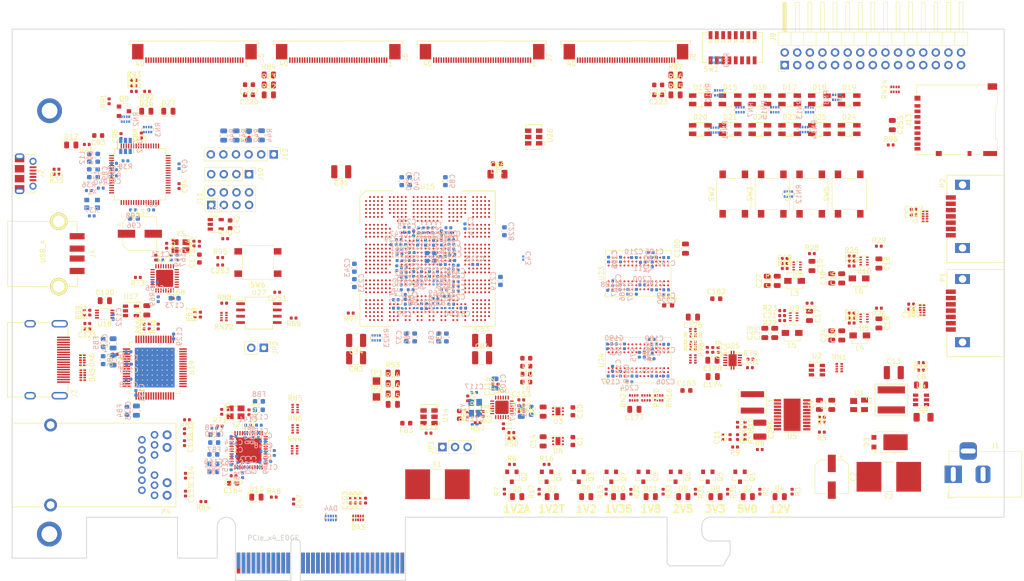
<source format=kicad_pcb>
(kicad_pcb (version 20171130) (host pcbnew 5.0.1)
  (layers (0 F.Cu signal) (31 B.Cu signal) (34 B.Paste user) (35 F.Paste user) (36 B.SilkS user) (37 F.SilkS user) (38 B.Mask user) (39 F.Mask user) (44 Edge.Cuts user))
  (net 0 "")
  (net 1 "/PCIe + SATA/DCU1_REFCLK-")
  (net 2 "/PCIe + SATA/DCU1_REFCLK+")
  (net 3 DDR3_A4)
  (net 4 DDR3_A6)
  (net 5 DDR3_A5)
  (net 6 DDR3_A7)
  (net 7 /DDR3/DDR3_VTT)
  (net 8 "Net-(RN2-Pad5)")
  (net 9 "Net-(RN2-Pad6)")
  (net 10 "Net-(R38-Pad2)")
  (net 11 "Net-(RN2-Pad7)")
  (net 12 +3V3)
  (net 13 /Power/1V2_EN)
  (net 14 /Power/2V5_EN)
  (net 15 /Power/1V35_EN)
  (net 16 "Net-(RN1-Pad4)")
  (net 17 +5V)
  (net 18 "Net-(RN1-Pad5)")
  (net 19 USD_D0)
  (net 20 USD_D3)
  (net 21 USD_CMD)
  (net 22 USD_D2)
  (net 23 "Net-(RN23-Pad1)")
  (net 24 GND)
  (net 25 "/FPGA IO/CFG0")
  (net 26 "Net-(RN23-Pad8)")
  (net 27 "/FPGA IO/CFG1")
  (net 28 "/FPGA IO/CFG2")
  (net 29 "/FPGA IO/FLASH_D3")
  (net 30 "/FPGA IO/FLASH_D1")
  (net 31 "/FPGA IO/FLASH_D2")
  (net 32 "/FPGA IO/FLASH_D0")
  (net 33 DDR3_WE)
  (net 34 DDR3_CKE)
  (net 35 DDR3_CS)
  (net 36 DDR3_ODT)
  (net 37 DDR3_CAS)
  (net 38 DDR3_BA2)
  (net 39 DDR3_RAS)
  (net 40 DDR3_BA1)
  (net 41 DDR3_A12)
  (net 42 DDR3_A14)
  (net 43 DDR3_A13)
  (net 44 DDR3_BA0)
  (net 45 DDR3_A11)
  (net 46 DDR3_A9)
  (net 47 DDR3_A10)
  (net 48 DDR3_A8)
  (net 49 DDR3_A0)
  (net 50 DDR3_A2)
  (net 51 DDR3_A1)
  (net 52 DDR3_A3)
  (net 53 "/HDMI, GbE, USB/ETH_LED2")
  (net 54 ETH_~RESET)
  (net 55 "/HDMI, GbE, USB/ETH_LED1")
  (net 56 RGMII_REF_CLK)
  (net 57 "Net-(D18-Pad4)")
  (net 58 "Net-(D20-Pad4)")
  (net 59 "Net-(D19-Pad4)")
  (net 60 "Net-(D21-Pad4)")
  (net 61 "Net-(D25-Pad4)")
  (net 62 "Net-(D23-Pad4)")
  (net 63 "Net-(D24-Pad4)")
  (net 64 "Net-(D22-Pad4)")
  (net 65 FTDI_D1_RX)
  (net 66 FTDI_~WR)
  (net 67 FTDI_~RD)
  (net 68 FTDI_~SIWU)
  (net 69 RGMII_RXD0)
  (net 70 RGMII_RXD2)
  (net 71 RGMII_RXD1)
  (net 72 RGMII_RXD3)
  (net 73 RGMII_RX_DV)
  (net 74 ETH_MDIO)
  (net 75 RGMII_RX_CLK)
  (net 76 ETH_INT_N)
  (net 77 "Net-(D17-Pad1)")
  (net 78 "Net-(D16-Pad1)")
  (net 79 "Net-(D14-Pad1)")
  (net 80 "Net-(D15-Pad1)")
  (net 81 DIP_SW1)
  (net 82 DIP_SW0)
  (net 83 DIP_SW2)
  (net 84 DIP_SW3)
  (net 85 DIP_SW7)
  (net 86 DIP_SW6)
  (net 87 DIP_SW4)
  (net 88 DIP_SW5)
  (net 89 "Net-(D14-Pad4)")
  (net 90 "Net-(D16-Pad4)")
  (net 91 "Net-(D15-Pad4)")
  (net 92 "Net-(D17-Pad4)")
  (net 93 "Net-(D21-Pad1)")
  (net 94 "Net-(D20-Pad1)")
  (net 95 "Net-(D18-Pad1)")
  (net 96 "Net-(D19-Pad1)")
  (net 97 BTN1)
  (net 98 BTN0)
  (net 99 BTN2)
  (net 100 BTN3)
  (net 101 "Net-(D25-Pad1)")
  (net 102 "Net-(D24-Pad1)")
  (net 103 "Net-(D22-Pad1)")
  (net 104 "Net-(D23-Pad1)")
  (net 105 "/FPGA IO/VCCIO7")
  (net 106 "Net-(R44-Pad2)")
  (net 107 JTAG_TDO)
  (net 108 JTAG_TDI)
  (net 109 "Net-(R43-Pad2)")
  (net 110 "Net-(R42-Pad2)")
  (net 111 JTAG_TCK)
  (net 112 JTAG_TMS)
  (net 113 "Net-(R45-Pad2)")
  (net 114 "/PCIe + SATA/CLKAUXO+")
  (net 115 "/PCIe + SATA/CLK150M-")
  (net 116 +1V8)
  (net 117 +2V5)
  (net 118 "/PCIe + SATA/CLKAUXO-")
  (net 119 "/FPGA IO/VCCIO6")
  (net 120 "/PCIe + SATA/CLK150M+")
  (net 121 CLK_SDA)
  (net 122 "Net-(R36-Pad2)")
  (net 123 FPGA_12MHz)
  (net 124 "/PCIe + SATA/PCIe_REFCLK+")
  (net 125 "/PCIe + SATA/PCIe_REFCLK-")
  (net 126 PCIe_12V)
  (net 127 "Net-(D13-Pad2)")
  (net 128 ~PERST)
  (net 129 "Net-(P3-PadA11)")
  (net 130 "Net-(D12-Pad2)")
  (net 131 "Net-(R40-Pad1)")
  (net 132 "Net-(R39-Pad1)")
  (net 133 "Net-(R38-Pad1)")
  (net 134 "Net-(R12-Pad2)")
  (net 135 "/PCIe + SATA/3V3_C")
  (net 136 "/PCIe + SATA/3V3_CA")
  (net 137 "Net-(R57-Pad1)")
  (net 138 "Net-(R58-Pad2)")
  (net 139 FABRIC_REFCLK)
  (net 140 "/HDMI, GbE, USB/PORT_SCL")
  (net 141 "/HDMI, GbE, USB/PORT_SDA")
  (net 142 "Net-(C121-Pad1)")
  (net 143 "Net-(R62-Pad1)")
  (net 144 /Power/3V3_PG)
  (net 145 "Net-(D27-Pad2)")
  (net 146 "/FPGA IO/~PROGRAM")
  (net 147 "Net-(R80-Pad1)")
  (net 148 "Net-(R81-Pad1)")
  (net 149 "/FPGA IO/FLASH_~CS")
  (net 150 "/FPGA IO/FLASH_CLK")
  (net 151 "/FPGA IO/DONE")
  (net 152 "Net-(Q9-Pad1)")
  (net 153 "Net-(D26-Pad2)")
  (net 154 "Net-(R79-Pad1)")
  (net 155 "/FPGA IO/~INIT")
  (net 156 "Net-(C9-Pad1)")
  (net 157 "Net-(C11-Pad1)")
  (net 158 "Net-(Q2-Pad3)")
  (net 159 "Net-(D5-Pad1)")
  (net 160 /Power/1V2_PG)
  (net 161 USD_D1)
  (net 162 USD_CLK)
  (net 163 "Net-(R97-Pad1)")
  (net 164 "Net-(Q2-Pad1)")
  (net 165 +1V2A)
  (net 166 "Net-(R5-Pad2)")
  (net 167 "Net-(D2-Pad2)")
  (net 168 "Net-(C7-Pad1)")
  (net 169 "Net-(D4-Pad2)")
  (net 170 +12V)
  (net 171 "Net-(R74-Pad1)")
  (net 172 "/Debug Interface/PORT_D-")
  (net 173 "/Debug Interface/FTDI_D-")
  (net 174 "/Debug Interface/FTDI_D+")
  (net 175 "/Debug Interface/PORT_D+")
  (net 176 "Net-(C22-Pad2)")
  (net 177 "Net-(R71-Pad2)")
  (net 178 "/HDMI, GbE, USB/USB_XO")
  (net 179 "/HDMI, GbE, USB/USB_XI")
  (net 180 "Net-(R73-Pad1)")
  (net 181 "/HDMI, GbE, USB/USBA_VBUS")
  (net 182 "/HDMI, GbE, USB/EXTVBUS")
  (net 183 DVI_SCL)
  (net 184 DVI_SDA)
  (net 185 CLK_SCL)
  (net 186 "Net-(R70-Pad1)")
  (net 187 "Net-(C175-Pad2)")
  (net 188 DDR3_CLK+)
  (net 189 "Net-(P4-Pad16)")
  (net 190 "Net-(R66-Pad1)")
  (net 191 "Net-(R65-Pad1)")
  (net 192 "/HDMI, GbE, USB/HDMI_HPD")
  (net 193 DDR3_CLK-)
  (net 194 "Net-(C179-Pad1)")
  (net 195 +1V35)
  (net 196 +1V2)
  (net 197 "Net-(D10-Pad2)")
  (net 198 "Net-(P4-Pad14)")
  (net 199 "Net-(C12-Pad2)")
  (net 200 "Net-(D6-Pad2)")
  (net 201 +1V2T)
  (net 202 "Net-(Q4-Pad1)")
  (net 203 "Net-(Q4-Pad3)")
  (net 204 "Net-(D7-Pad1)")
  (net 205 "Net-(C19-Pad2)")
  (net 206 "Net-(C20-Pad2)")
  (net 207 "Net-(C21-Pad2)")
  (net 208 "/Debug Interface/FTDI_12MHz")
  (net 209 "Net-(D11-Pad2)")
  (net 210 /Power/2V5_PG)
  (net 211 /Power/1V35_PG)
  (net 212 /Power/1V8_PG)
  (net 213 "Net-(D8-Pad2)")
  (net 214 "Net-(D9-Pad2)")
  (net 215 "Net-(C8-Pad2)")
  (net 216 "Net-(C8-Pad1)")
  (net 217 /Power/PWR_EN)
  (net 218 "/HDMI, GbE, USB/HDMI_5V")
  (net 219 "Net-(U17-Pad3)")
  (net 220 "Net-(D9-Pad1)")
  (net 221 "Net-(D11-Pad1)")
  (net 222 "Net-(D26-Pad1)")
  (net 223 "Net-(D2-Pad1)")
  (net 224 "Net-(D6-Pad1)")
  (net 225 "Net-(D10-Pad1)")
  (net 226 "Net-(D8-Pad1)")
  (net 227 "Net-(U1-Pad3)")
  (net 228 DDR3_Vref)
  (net 229 DDR3_Vtt_EN)
  (net 230 "Net-(U5-Pad2)")
  (net 231 "Net-(L1-Pad1)")
  (net 232 "Net-(C11-Pad2)")
  (net 233 "Net-(U13-Pad3)")
  (net 234 "/Debug Interface/Vphy")
  (net 235 "/Debug Interface/Vpll")
  (net 236 "/Debug Interface/JTAG_ACT")
  (net 237 "Net-(U13-Pad22)")
  (net 238 "Net-(U13-Pad23)")
  (net 239 "Net-(U13-Pad24)")
  (net 240 "Net-(U13-Pad26)")
  (net 241 "Net-(U13-Pad27)")
  (net 242 "Net-(U13-Pad28)")
  (net 243 "Net-(U13-Pad29)")
  (net 244 "Net-(U13-Pad30)")
  (net 245 "Net-(U13-Pad32)")
  (net 246 "Net-(U13-Pad33)")
  (net 247 "Net-(U13-Pad34)")
  (net 248 "Net-(U13-Pad36)")
  (net 249 FTDI_D0_TX)
  (net 250 FTDI_D2)
  (net 251 FTDI_D3)
  (net 252 FTDI_D4)
  (net 253 FTDI_D5)
  (net 254 FTDI_D6)
  (net 255 FTDI_D7)
  (net 256 FTDI_~RXF)
  (net 257 "Net-(U13-Pad49)")
  (net 258 "Net-(U13-Pad50)")
  (net 259 FTDI_~TXE)
  (net 260 "Net-(U13-Pad57)")
  (net 261 "Net-(U13-Pad58)")
  (net 262 "Net-(U13-Pad59)")
  (net 263 "Net-(U13-Pad60)")
  (net 264 "/HDMI, GbE, USB/DVI_DVDD")
  (net 265 DVI_DE)
  (net 266 DVI_HSYNC)
  (net 267 DVI_VSYNC)
  (net 268 "Net-(U19-Pad11)")
  (net 269 "/HDMI, GbE, USB/DVI_PVDD")
  (net 270 "/HDMI, GbE, USB/TMDS_CLK-")
  (net 271 "/HDMI, GbE, USB/TMDS_CLK+")
  (net 272 "/HDMI, GbE, USB/DVI_TVDD")
  (net 273 "/HDMI, GbE, USB/TMDS_D0-")
  (net 274 "/HDMI, GbE, USB/TMDS_D0+")
  (net 275 "/HDMI, GbE, USB/TMDS_D1-")
  (net 276 "/HDMI, GbE, USB/TMDS_D1+")
  (net 277 "/HDMI, GbE, USB/TMDS_D2-")
  (net 278 "/HDMI, GbE, USB/TMDS_D2+")
  (net 279 DVI_D23)
  (net 280 DVI_D22)
  (net 281 DVI_D21)
  (net 282 DVI_D20)
  (net 283 DVI_D19)
  (net 284 DVI_D18)
  (net 285 DVI_D17)
  (net 286 DVI_D16)
  (net 287 DVI_D15)
  (net 288 DVI_D14)
  (net 289 DVI_D13)
  (net 290 DVI_D12)
  (net 291 "Net-(U19-Pad49)")
  (net 292 DVI_D11)
  (net 293 DVI_D10)
  (net 294 DVI_D9)
  (net 295 DVI_D8)
  (net 296 DVI_D7)
  (net 297 DVI_D6)
  (net 298 DVI_CLK)
  (net 299 DVI_D5)
  (net 300 DVI_D4)
  (net 301 DVI_D3)
  (net 302 DVI_D2)
  (net 303 DVI_D1)
  (net 304 DVI_D0)
  (net 305 "/HDMI, GbE, USB/AVDDH")
  (net 306 "/HDMI, GbE, USB/MX4-")
  (net 307 "/HDMI, GbE, USB/MX4+")
  (net 308 "/HDMI, GbE, USB/AVDDL")
  (net 309 "/HDMI, GbE, USB/MX3-")
  (net 310 "/HDMI, GbE, USB/MX3+")
  (net 311 "/HDMI, GbE, USB/MX2-")
  (net 312 "/HDMI, GbE, USB/MX2+")
  (net 313 "/HDMI, GbE, USB/MX1-")
  (net 314 "/HDMI, GbE, USB/MX1+")
  (net 315 "Net-(U21-Pad13)")
  (net 316 RGMII_TXD0)
  (net 317 RGMII_TXD1)
  (net 318 RGMII_TXD2)
  (net 319 RGMII_TXD3)
  (net 320 RGMII_TX_CLK)
  (net 321 RGMII_TX_EN)
  (net 322 ETH_MDC)
  (net 323 "Net-(U21-Pad43)")
  (net 324 "/HDMI, GbE, USB/AVDDL_PLL")
  (net 325 "/HDMI, GbE, USB/ETH_XO")
  (net 326 "/HDMI, GbE, USB/ETH_XI")
  (net 327 "Net-(U21-Pad47)")
  (net 328 "Net-(U22-Pad3)")
  (net 329 "Net-(U22-Pad5)")
  (net 330 "/HDMI, GbE, USB/USBA_D+")
  (net 331 "/HDMI, GbE, USB/USBA_D-")
  (net 332 ULPI_RESET)
  (net 333 ULPI_NXT)
  (net 334 ULPI_DIR)
  (net 335 ULPI_STP)
  (net 336 ULPI_CLKO)
  (net 337 "/HDMI, GbE, USB/USB1V8")
  (net 338 ULPI_D7)
  (net 339 ULPI_D6)
  (net 340 ULPI_D5)
  (net 341 ULPI_D4)
  (net 342 ULPI_D3)
  (net 343 ULPI_D2)
  (net 344 ULPI_D1)
  (net 345 ULPI_D0)
  (net 346 "Net-(C117-Pad1)")
  (net 347 "Net-(C115-Pad2)")
  (net 348 CLK_SD_OE)
  (net 349 "Net-(U16-Pad11)")
  (net 350 "Net-(U16-Pad12)")
  (net 351 "/PCIe + SATA/1V8_C")
  (net 352 "Net-(U16-Pad16)")
  (net 353 "/PCIe + SATA/DCU0_REFCLK-")
  (net 354 "/PCIe + SATA/DCU0_REFCLK+")
  (net 355 "Net-(U16-Pad24)")
  (net 356 DDR3_DQ13)
  (net 357 DDR3_DQ15)
  (net 358 DDR3_DQ12)
  (net 359 DDR3_DQS1-)
  (net 360 DDR3_DQ14)
  (net 361 DDR3_DQ11)
  (net 362 DDR3_DQ9)
  (net 363 DDR3_DQS1+)
  (net 364 DDR3_DQ10)
  (net 365 DDR3_DM1)
  (net 366 DDR3_DQ8)
  (net 367 DDR3_DQ0)
  (net 368 DDR3_DM0)
  (net 369 DDR3_DQ2)
  (net 370 DDR3_DQS0+)
  (net 371 DDR3_DQ1)
  (net 372 DDR3_DQ3)
  (net 373 DDR3_DQ6)
  (net 374 DDR3_DQS0-)
  (net 375 DDR3_DQ4)
  (net 376 DDR3_DQ7)
  (net 377 DDR3_DQ5)
  (net 378 "Net-(U23-PadJ1)")
  (net 379 "Net-(U23-PadJ9)")
  (net 380 "Net-(U23-PadL1)")
  (net 381 "Net-(U23-PadL9)")
  (net 382 "Net-(U23-PadM7)")
  (net 383 DDR3_RESET)
  (net 384 "Net-(U24-PadM7)")
  (net 385 "Net-(U24-PadL9)")
  (net 386 "Net-(U24-PadL1)")
  (net 387 "Net-(U24-PadJ9)")
  (net 388 "Net-(U24-PadJ1)")
  (net 389 DDR3_DQ21)
  (net 390 DDR3_DQ23)
  (net 391 DDR3_DQ20)
  (net 392 DDR3_DQS2-)
  (net 393 DDR3_DQ22)
  (net 394 DDR3_DQ19)
  (net 395 DDR3_DQ17)
  (net 396 DDR3_DQS2+)
  (net 397 DDR3_DQ18)
  (net 398 DDR3_DM2)
  (net 399 DDR3_DQ16)
  (net 400 DDR3_DQ24)
  (net 401 DDR3_DM3)
  (net 402 DDR3_DQ26)
  (net 403 DDR3_DQS3+)
  (net 404 DDR3_DQ25)
  (net 405 DDR3_DQ27)
  (net 406 DDR3_DQ30)
  (net 407 DDR3_DQS3-)
  (net 408 DDR3_DQ28)
  (net 409 DDR3_DQ31)
  (net 410 DDR3_DQ29)
  (net 411 "Net-(X1-Pad1)")
  (net 412 "Net-(L4-Pad1)")
  (net 413 "Net-(L5-Pad1)")
  (net 414 "Net-(L3-Pad1)")
  (net 415 "Net-(L6-Pad1)")
  (net 416 "Net-(C111-Pad1)")
  (net 417 "/FPGA Core Power/VCCHTX1")
  (net 418 "/FPGA Core Power/VCCHTX0")
  (net 419 "/FPGA Core Power/VCCA0")
  (net 420 "/FPGA Core Power/VCCAUX")
  (net 421 "/FPGA Core Power/VCCA1")
  (net 422 "/PCIe + SATA/SATA1_A+")
  (net 423 "/PCIe + SATA/SATA1_A-")
  (net 424 "/PCIe + SATA/DCU1_RX1-")
  (net 425 "/PCIe + SATA/DCU1_RX1+")
  (net 426 "/PCIe + SATA/SATA0_A+")
  (net 427 "/PCIe + SATA/SATA0_A-")
  (net 428 "/PCIe + SATA/DCU1_RX0-")
  (net 429 "/PCIe + SATA/DCU1_RX0+")
  (net 430 "/PCIe + SATA/PCIe_HSI0+")
  (net 431 "/PCIe + SATA/PCIe_HSI0-")
  (net 432 "/PCIe + SATA/PCIe_HSI1+")
  (net 433 "/PCIe + SATA/PCIe_HSI1-")
  (net 434 "/PCIe + SATA/DCU0_RX0+")
  (net 435 "/PCIe + SATA/DCU0_RX0-")
  (net 436 "/PCIe + SATA/DCU0_RX1+")
  (net 437 "/PCIe + SATA/DCU0_RX1-")
  (net 438 "Net-(U6-Pad2)")
  (net 439 "Net-(U6-Pad5)")
  (net 440 "Net-(U3-Pad5)")
  (net 441 "Net-(U3-Pad2)")
  (net 442 "Net-(U10-Pad4)")
  (net 443 "Net-(U9-Pad4)")
  (net 444 "Net-(U8-Pad4)")
  (net 445 "Net-(U7-Pad4)")
  (net 446 "Net-(J5-Pad38)")
  (net 447 "/FPGA IO/EXT0_11-")
  (net 448 "/FPGA IO/EXT0_11+")
  (net 449 "/FPGA IO/EXT0_10-")
  (net 450 "/FPGA IO/EXT0_10+")
  (net 451 "/FPGA IO/EXT0_9-")
  (net 452 "/FPGA IO/EXT0_9+")
  (net 453 "/FPGA IO/EXT0_8-")
  (net 454 "/FPGA IO/EXT0_8+")
  (net 455 "/FPGA IO/EXT0_7-")
  (net 456 "/FPGA IO/EXT0_7+")
  (net 457 "/FPGA IO/EXT0_6-")
  (net 458 "/FPGA IO/EXT0_6+")
  (net 459 "/FPGA IO/EXT0_5-")
  (net 460 "/FPGA IO/EXT0_5+")
  (net 461 "/FPGA IO/EXT0_4-")
  (net 462 "/FPGA IO/EXT0_4+")
  (net 463 "/FPGA IO/EXT0_3-")
  (net 464 "/FPGA IO/EXT0_3+")
  (net 465 "/FPGA IO/EXT0_2-")
  (net 466 "/FPGA IO/EXT0_2+")
  (net 467 "/FPGA IO/EXT0_1-")
  (net 468 "/FPGA IO/EXT0_1+")
  (net 469 "/FPGA IO/EXT0_0-")
  (net 470 "/FPGA IO/EXT0_0+")
  (net 471 "/FPGA IO/EXT3_0+")
  (net 472 "/FPGA IO/EXT3_0-")
  (net 473 "/FPGA IO/EXT3_1+")
  (net 474 "/FPGA IO/EXT3_1-")
  (net 475 "/FPGA IO/EXT3_2+")
  (net 476 "/FPGA IO/EXT3_2-")
  (net 477 "/FPGA IO/EXT3_3+")
  (net 478 "/FPGA IO/EXT3_3-")
  (net 479 "/FPGA IO/EXT3_4+")
  (net 480 "/FPGA IO/EXT3_4-")
  (net 481 "/FPGA IO/EXT3_5+")
  (net 482 "/FPGA IO/EXT3_5-")
  (net 483 "/FPGA IO/EXT3_6+")
  (net 484 "/FPGA IO/EXT3_6-")
  (net 485 "/FPGA IO/EXT3_7+")
  (net 486 "/FPGA IO/EXT3_7-")
  (net 487 "/FPGA IO/EXT3_8+")
  (net 488 "/FPGA IO/EXT3_8-")
  (net 489 "/FPGA IO/EXT3_9+")
  (net 490 "/FPGA IO/EXT3_9-")
  (net 491 "/FPGA IO/EXT3_10+")
  (net 492 "/FPGA IO/EXT3_10-")
  (net 493 "/FPGA IO/EXT3_11+")
  (net 494 "/FPGA IO/EXT3_11-")
  (net 495 "Net-(J8-Pad38)")
  (net 496 "Net-(J6-Pad38)")
  (net 497 "/FPGA IO/EXT1_11-")
  (net 498 "/FPGA IO/EXT1_11+")
  (net 499 "/FPGA IO/EXT1_10-")
  (net 500 "/FPGA IO/EXT1_10+")
  (net 501 "/FPGA IO/EXT1_9-")
  (net 502 "/FPGA IO/EXT1_9+")
  (net 503 "/FPGA IO/EXT1_8-")
  (net 504 "/FPGA IO/EXT1_8+")
  (net 505 "/FPGA IO/EXT1_7-")
  (net 506 "/FPGA IO/EXT1_7+")
  (net 507 "/FPGA IO/EXT1_6-")
  (net 508 "/FPGA IO/EXT1_6+")
  (net 509 "/FPGA IO/EXT1_5-")
  (net 510 "/FPGA IO/EXT1_5+")
  (net 511 "/FPGA IO/EXT1_4-")
  (net 512 "/FPGA IO/EXT1_4+")
  (net 513 "/FPGA IO/EXT1_3-")
  (net 514 "/FPGA IO/EXT1_3+")
  (net 515 "/FPGA IO/EXT1_2-")
  (net 516 "/FPGA IO/EXT1_2+")
  (net 517 "/FPGA IO/EXT1_1-")
  (net 518 "/FPGA IO/EXT1_1+")
  (net 519 "/FPGA IO/EXT1_0-")
  (net 520 "/FPGA IO/EXT1_0+")
  (net 521 "/FPGA IO/EXT2_0+")
  (net 522 "/FPGA IO/EXT2_0-")
  (net 523 "/FPGA IO/EXT2_1+")
  (net 524 "/FPGA IO/EXT2_1-")
  (net 525 "/FPGA IO/EXT2_2+")
  (net 526 "/FPGA IO/EXT2_2-")
  (net 527 "/FPGA IO/EXT2_3+")
  (net 528 "/FPGA IO/EXT2_3-")
  (net 529 "/FPGA IO/EXT2_4+")
  (net 530 "/FPGA IO/EXT2_4-")
  (net 531 "/FPGA IO/EXT2_5+")
  (net 532 "/FPGA IO/EXT2_5-")
  (net 533 "/FPGA IO/EXT2_6+")
  (net 534 "/FPGA IO/EXT2_6-")
  (net 535 "/FPGA IO/EXT2_7+")
  (net 536 "/FPGA IO/EXT2_7-")
  (net 537 "/FPGA IO/EXT2_8+")
  (net 538 "/FPGA IO/EXT2_8-")
  (net 539 "/FPGA IO/EXT2_9+")
  (net 540 "/FPGA IO/EXT2_9-")
  (net 541 "/FPGA IO/EXT2_10+")
  (net 542 "/FPGA IO/EXT2_10-")
  (net 543 "/FPGA IO/EXT2_11+")
  (net 544 "/FPGA IO/EXT2_11-")
  (net 545 "Net-(J7-Pad38)")
  (net 546 "Net-(C132-Pad1)")
  (net 547 "Net-(C135-Pad1)")
  (net 548 "Net-(C133-Pad1)")
  (net 549 "Net-(C134-Pad1)")
  (net 550 "Net-(P3-PadB5)")
  (net 551 "Net-(P3-PadB6)")
  (net 552 "Net-(P3-PadB8)")
  (net 553 "Net-(P3-PadB9)")
  (net 554 "Net-(P3-PadB10)")
  (net 555 PCIe_~WAKE)
  (net 556 "Net-(P3-PadB12)")
  (net 557 "/PCIe + SATA/~PRSNT2~_X1")
  (net 558 "Net-(P3-PadB23)")
  (net 559 "Net-(P3-PadB24)")
  (net 560 "Net-(P3-PadB27)")
  (net 561 "Net-(P3-PadB28)")
  (net 562 "Net-(P3-PadB30)")
  (net 563 "/PCIe + SATA/~PRSNT2~_X4")
  (net 564 "/PCIe + SATA/~PRSNT1")
  (net 565 "Net-(P3-PadA5)")
  (net 566 "Net-(P3-PadA6)")
  (net 567 "Net-(P3-PadA7)")
  (net 568 "Net-(P3-PadA8)")
  (net 569 "Net-(P3-PadA9)")
  (net 570 "Net-(P3-PadA10)")
  (net 571 "Net-(P3-PadA19)")
  (net 572 "Net-(P3-PadA25)")
  (net 573 "Net-(P3-PadA26)")
  (net 574 "Net-(P3-PadA29)")
  (net 575 "Net-(P3-PadA30)")
  (net 576 "Net-(P3-PadA32)")
  (net 577 "Net-(U14-Pad2)")
  (net 578 "Net-(U14-Pad1)")
  (net 579 "Net-(U26-Pad1)")
  (net 580 "Net-(U26-Pad2)")
  (net 581 "/FPGA IO/CLK100+")
  (net 582 "/FPGA IO/CLK100-")
  (net 583 "Net-(J3-Pad14)")
  (net 584 "Net-(J3-Pad13)")
  (net 585 LED2)
  (net 586 LED11)
  (net 587 LED10)
  (net 588 LED0)
  (net 589 LED1)
  (net 590 LED3)
  (net 591 LED4)
  (net 592 LED5)
  (net 593 LED6)
  (net 594 LED7)
  (net 595 LED8)
  (net 596 LED9)
  (net 597 "Net-(F2-Pad2)")
  (net 598 "Net-(U15-PadR1)")
  (net 599 "Net-(U15-PadY1)")
  (net 600 "Net-(U15-PadAB1)")
  (net 601 "Net-(U15-PadAC1)")
  (net 602 "Net-(U15-PadAD1)")
  (net 603 "Net-(U15-PadAE1)")
  (net 604 "Net-(U15-PadA2)")
  (net 605 "Net-(U15-PadT2)")
  (net 606 "Net-(U15-PadW2)")
  (net 607 "Net-(U15-PadAB2)")
  (net 608 "Net-(U15-PadAC2)")
  (net 609 "Net-(U15-PadAE2)")
  (net 610 "Net-(U15-PadAG2)")
  (net 611 "Net-(U15-PadA3)")
  (net 612 "Net-(U15-PadV3)")
  (net 613 "Net-(U15-PadW3)")
  (net 614 "Net-(U15-PadY3)")
  (net 615 "Net-(U15-PadAC3)")
  (net 616 "Net-(U15-PadAD3)")
  (net 617 "Net-(U15-PadAE3)")
  (net 618 "Net-(U15-PadAG3)")
  (net 619 "Net-(U15-PadAL3)")
  (net 620 "Net-(U15-PadB4)")
  (net 621 "Net-(U15-PadH4)")
  (net 622 "Net-(U15-PadAC4)")
  (net 623 "Net-(U15-PadA5)")
  (net 624 "Net-(U15-PadL5)")
  (net 625 "Net-(U15-PadW6)")
  (net 626 "Net-(U15-PadD7)")
  (net 627 "Net-(U15-PadE7)")
  (net 628 "Net-(U15-PadAE7)")
  (net 629 "Net-(U15-PadG9)")
  (net 630 "/PCIe + SATA/DCU0_TX0+")
  (net 631 "Net-(U15-PadG10)")
  (net 632 "/PCIe + SATA/DCU0_TX0-")
  (net 633 "Net-(U15-PadG11)")
  (net 634 "/PCIe + SATA/DCU0_TX1+")
  (net 635 "/PCIe + SATA/DCU0_TX1-")
  (net 636 "/FPGA IO/PMOD1_10")
  (net 637 "/FPGA IO/PMOD1_9")
  (net 638 "Net-(U15-PadG14)")
  (net 639 "Net-(U15-PadG15)")
  (net 640 "Net-(U15-PadAK15)")
  (net 641 "Net-(U15-PadG16)")
  (net 642 "Net-(U15-PadAK16)")
  (net 643 "Net-(U15-PadG17)")
  (net 644 "Net-(U15-PadG18)")
  (net 645 "/PCIe + SATA/DCU1_TX0+")
  (net 646 "Net-(U15-PadG19)")
  (net 647 "/PCIe + SATA/DCU1_TX0-")
  (net 648 "/FPGA IO/PMOD1_8")
  (net 649 "/FPGA IO/PMOD1_7")
  (net 650 "/PCIe + SATA/DCU1_TX1+")
  (net 651 "/PCIe + SATA/DCU1_TX1-")
  (net 652 "/FPGA IO/EXIO_5")
  (net 653 "/FPGA IO/EXIO_4")
  (net 654 "/FPGA IO/EXIO_3")
  (net 655 "Net-(U15-PadG22)")
  (net 656 "/FPGA IO/PMOD1_3")
  (net 657 "/FPGA IO/PMOD1_2")
  (net 658 "/FPGA IO/PMOD1_0")
  (net 659 "/FPGA IO/PMOD1_1")
  (net 660 "/FPGA IO/EXIO_2")
  (net 661 "Net-(U15-PadG23)")
  (net 662 "/FPGA IO/EXIO_1")
  (net 663 "/FPGA IO/PMOD0_10")
  (net 664 "/FPGA IO/EXIO_0")
  (net 665 "/FPGA IO/PMOD0_9")
  (net 666 "Net-(U15-PadG24)")
  (net 667 "Net-(U15-PadAG24)")
  (net 668 "Net-(U15-PadAK24)")
  (net 669 "/FPGA IO/PMOD0_8")
  (net 670 "/FPGA IO/PMOD0_3")
  (net 671 "/FPGA IO/PMOD0_7")
  (net 672 "/FPGA IO/PMOD0_2")
  (net 673 "/FPGA IO/PMOD0_1")
  (net 674 "Net-(U15-PadAK25)")
  (net 675 "/FPGA IO/PMOD0_0")
  (net 676 "Net-(U15-PadB26)")
  (net 677 "Net-(U15-PadE26)")
  (net 678 "Net-(U15-PadR26)")
  (net 679 "Net-(U15-PadT26)")
  (net 680 "Net-(U15-PadAE26)")
  (net 681 "Net-(U15-PadH27)")
  (net 682 "Net-(U15-PadJ27)")
  (net 683 "Net-(U15-PadK27)")
  (net 684 "Net-(U15-PadW27)")
  (net 685 "Net-(U15-PadC28)")
  (net 686 "Net-(U15-PadD28)")
  (net 687 "Net-(U15-PadH28)")
  (net 688 "Net-(U15-PadL28)")
  (net 689 "Net-(U15-PadP28)")
  (net 690 "Net-(U15-PadAC28)")
  (net 691 "Net-(U15-PadAE28)")
  (net 692 "Net-(U15-PadC29)")
  (net 693 "Net-(U15-PadD29)")
  (net 694 "Net-(U15-PadH29)")
  (net 695 "Net-(U15-PadP29)")
  (net 696 "Net-(U15-PadAB29)")
  (net 697 "Net-(U15-PadAC29)")
  (net 698 "Net-(U15-PadAE29)")
  (net 699 "Net-(U15-PadAJ29)")
  (net 700 "Net-(U15-PadC30)")
  (net 701 "Net-(U15-PadP30)")
  (net 702 "Net-(U15-PadR30)")
  (net 703 "Net-(U15-PadV30)")
  (net 704 "Net-(U15-PadAB30)")
  (net 705 "Net-(U15-PadAE30)")
  (net 706 "Net-(U15-PadAJ30)")
  (net 707 "Net-(U15-PadA31)")
  (net 708 "Net-(U15-PadF31)")
  (net 709 "Net-(U15-PadH31)")
  (net 710 "Net-(U15-PadP31)")
  (net 711 "Net-(U15-PadAG31)")
  (net 712 "Net-(U15-PadAK31)")
  (net 713 "Net-(U15-PadE32)")
  (net 714 "Net-(U15-PadF32)")
  (net 715 "Net-(U15-PadH32)")
  (net 716 "Net-(U15-PadAG32)")
  (net 717 "Net-(J2-Pad1)")
  (net 718 "Net-(J2-Pad4)")
  (module "Custom Parts:PCIe_EDGE_x4" (layer F.Cu) (at 92.9 131.4)
    (fp_text reference P3 hide)
    (fp_text value PCIe_x4_EDGE (at 0 -5.08) (layer Edge.Cuts))
    (fp_arc (start 88.15 -6.2) (end 86.4 -6.2) (angle -90) (layer Edge.Cuts) (width 0.15))
    (fp_arc (start 88.15 -7.5) (end 88.15 -9.25) (angle -90) (layer Edge.Cuts) (width 0.15))
    (fp_line (start 90.7 0.55) (end 92.1 -1.88) (layer Edge.Cuts) (width 0.15))
    (fp_line (start 79.9 0.55) (end 79.4 0.05) (layer Edge.Cuts) (width 0.15))
    (fp_line (start 92.1 -4.45) (end 88.15 -4.45) (layer Edge.Cuts) (width 0.15))
    (fp_line (start 86.4 -6.2) (end 86.4 -7.5) (layer Edge.Cuts) (width 0.15))
    (fp_line (start 88.15 -9.25) (end 105.4 -9.25) (layer Edge.Cuts) (width 0.15))
    (fp_line (start 79.4 -4.45) (end 79.4 0.05) (layer Edge.Cuts) (width 0.15))
    (fp_line (start 79.9 0.55) (end 90.71 0.55) (layer Edge.Cuts) (width 0.15))
    (fp_line (start 92.1 -1.88) (end 92.1 -4.45) (layer Edge.Cuts) (width 0.15))
    (fp_line (start 79.4 -9.25) (end 79.4 -4.45) (layer Edge.Cuts) (width 0.15))
    (fp_line (start 76.6 -9.25) (end 79.4 -9.25) (layer Edge.Cuts) (width 0.15))
    (fp_line (start 26.65 -3.2) (end 26.65 -9.25) (layer Edge.Cuts) (width 0.15))
    (fp_line (start 26.65 -9.25) (end 76.65 -9.25) (layer Edge.Cuts) (width 0.15))
    (fp_line (start -52.65 -106.65) (end -52.65 -107.65) (layer Edge.Cuts) (width 0.15))
    (fp_line (start -52.65 -107.65) (end -19.3 -107.65) (layer Edge.Cuts) (width 0.15))
    (fp_line (start -19.3 -1) (end -19.3 -9.25) (layer Edge.Cuts) (width 0.15))
    (fp_line (start -19.3 -9.25) (end -37.65 -9.25) (layer Edge.Cuts) (width 0.15))
    (fp_line (start -37.65 -9.25) (end -37.65 -1) (layer Edge.Cuts) (width 0.15))
    (fp_line (start -37.65 -1) (end -52.65 -1) (layer Edge.Cuts) (width 0.15))
    (fp_line (start -52.65 -1) (end -52.65 -106.65) (layer Edge.Cuts) (width 0.15))
    (fp_line (start -19.3 -107.65) (end 3.7 -107.65) (layer Edge.Cuts) (width 0.15))
    (fp_line (start -11.9 -1) (end -19.3 -1) (layer Edge.Cuts) (width 0.15))
    (fp_line (start -11.3 -7.45) (end -11.3 -7.2) (layer Edge.Cuts) (width 0.15))
    (fp_line (start -11.3 -7.2) (end -11.3 -2.8) (layer Edge.Cuts) (width 0.15))
    (fp_line (start -11.3 -2.8) (end -11.3 -1) (layer Edge.Cuts) (width 0.15))
    (fp_line (start -11.3 -1) (end -11.9 -1) (layer Edge.Cuts) (width 0.15))
    (fp_line (start -7.65 -7.425) (end -7.65 -2.47) (layer Edge.Cuts) (width 0.15))
    (fp_arc (start -9.475 -7.425) (end -11.3 -7.425) (angle 180) (layer Edge.Cuts) (width 0.15))
    (fp_line (start 3.7 -107.65) (end 105.4 -107.65) (layer Edge.Cuts) (width 0.15))
    (fp_line (start -7.65 3.5) (end -6.9 3.5) (layer Edge.Cuts) (width 0.15))
    (fp_line (start -7.65 3.5) (end -7.65 -2.5) (layer Edge.Cuts) (width 0.15))
    (fp_line (start 26.65 3.5) (end 26.65 -3.2) (layer Edge.Cuts) (width 0.15))
    (fp_line (start 5.45 3.5) (end 26.65 3.5) (layer Edge.Cuts) (width 0.15))
    (fp_line (start 3.55 -3.95) (end 3.55 3.5) (layer Edge.Cuts) (width 0.15))
    (fp_line (start 3.55 3.5) (end -6.9 3.5) (layer Edge.Cuts) (width 0.15))
    (fp_line (start 5.45 -3.95) (end 5.45 3.5) (layer Edge.Cuts) (width 0.15))
    (fp_arc (start 4.5 -3.95) (end 3.55 -3.95) (angle 180) (layer Edge.Cuts) (width 0.15))
    (pad B1 smd rect (at -7 0) (size 0.75 4.2) (layers F.Cu F.Mask) (net 126 PCIe_12V))
    (pad B2 smd rect (at -6 0) (size 0.75 4.2) (layers F.Cu F.Mask) (net 126 PCIe_12V))
    (pad B3 smd rect (at -5 0) (size 0.75 4.2) (layers F.Cu F.Mask) (net 126 PCIe_12V))
    (pad B4 smd rect (at -4 0) (size 0.75 4.2) (layers F.Cu F.Mask) (net 24 GND))
    (pad B5 smd rect (at -3 0) (size 0.75 4.2) (layers F.Cu F.Mask) (net 550 "Net-(P3-PadB5)"))
    (pad B6 smd rect (at -2 0) (size 0.75 4.2) (layers F.Cu F.Mask) (net 551 "Net-(P3-PadB6)"))
    (pad B7 smd rect (at -1 0) (size 0.75 4.2) (layers F.Cu F.Mask) (net 24 GND))
    (pad B8 smd rect (at 0 0) (size 0.75 4.2) (layers F.Cu F.Mask) (net 552 "Net-(P3-PadB8)"))
    (pad B9 smd rect (at 1 0) (size 0.75 4.2) (layers F.Cu F.Mask) (net 553 "Net-(P3-PadB9)"))
    (pad B10 smd rect (at 2 0) (size 0.75 4.2) (layers F.Cu F.Mask) (net 554 "Net-(P3-PadB10)"))
    (pad B11 smd rect (at 3 0) (size 0.75 4.2) (layers F.Cu F.Mask) (net 555 PCIe_~WAKE))
    (pad B12 smd rect (at 6 0) (size 0.75 4.2) (layers F.Cu F.Mask) (net 556 "Net-(P3-PadB12)"))
    (pad B13 smd rect (at 7 0) (size 0.75 4.2) (layers F.Cu F.Mask) (net 24 GND))
    (pad B14 smd rect (at 8 0) (size 0.75 4.2) (layers F.Cu F.Mask) (net 434 "/PCIe + SATA/DCU0_RX0+"))
    (pad B15 smd rect (at 9 0) (size 0.75 4.2) (layers F.Cu F.Mask) (net 435 "/PCIe + SATA/DCU0_RX0-"))
    (pad B16 smd rect (at 10 0) (size 0.75 4.2) (layers F.Cu F.Mask) (net 24 GND))
    (pad B17 smd rect (at 11 0) (size 0.75 4.2) (layers F.Cu F.Mask) (net 557 "/PCIe + SATA/~PRSNT2~_X1"))
    (pad B18 smd rect (at 12 0) (size 0.75 4.2) (layers F.Cu F.Mask) (net 24 GND))
    (pad B19 smd rect (at 13 0) (size 0.75 4.2) (layers F.Cu F.Mask) (net 436 "/PCIe + SATA/DCU0_RX1+"))
    (pad B20 smd rect (at 14 0) (size 0.75 4.2) (layers F.Cu F.Mask) (net 437 "/PCIe + SATA/DCU0_RX1-"))
    (pad B21 smd rect (at 15 0) (size 0.75 4.2) (layers F.Cu F.Mask) (net 24 GND))
    (pad B22 smd rect (at 16 0) (size 0.75 4.2) (layers F.Cu F.Mask) (net 24 GND))
    (pad B23 smd rect (at 17 0) (size 0.75 4.2) (layers F.Cu F.Mask) (net 558 "Net-(P3-PadB23)"))
    (pad B24 smd rect (at 18 0) (size 0.75 4.2) (layers F.Cu F.Mask) (net 559 "Net-(P3-PadB24)"))
    (pad B25 smd rect (at 19 0) (size 0.75 4.2) (layers F.Cu F.Mask) (net 24 GND))
    (pad B26 smd rect (at 20 0) (size 0.75 4.2) (layers F.Cu F.Mask) (net 24 GND))
    (pad B27 smd rect (at 21 0) (size 0.75 4.2) (layers F.Cu F.Mask) (net 560 "Net-(P3-PadB27)"))
    (pad B28 smd rect (at 22 0) (size 0.75 4.2) (layers F.Cu F.Mask) (net 561 "Net-(P3-PadB28)"))
    (pad B29 smd rect (at 23 0) (size 0.75 4.2) (layers F.Cu F.Mask) (net 24 GND))
    (pad B30 smd rect (at 24 0) (size 0.75 4.2) (layers F.Cu F.Mask) (net 562 "Net-(P3-PadB30)"))
    (pad B31 smd rect (at 25 -0.5) (size 0.75 3.2) (layers F.Cu F.Mask) (net 563 "/PCIe + SATA/~PRSNT2~_X4"))
    (pad B32 smd rect (at 26 0) (size 0.75 4.2) (layers F.Cu F.Mask) (net 24 GND))
    (pad A1 smd rect (at -7 -0.5) (size 0.75 3.2) (layers B.Cu B.Mask) (net 564 "/PCIe + SATA/~PRSNT1"))
    (pad A2 smd rect (at -6 0) (size 0.75 4.2) (layers B.Cu B.Mask) (net 126 PCIe_12V))
    (pad A3 smd rect (at -5 0) (size 0.75 4.2) (layers B.Cu B.Mask) (net 126 PCIe_12V))
    (pad A4 smd rect (at -4 0) (size 0.75 4.2) (layers B.Cu B.Mask) (net 24 GND))
    (pad A5 smd rect (at -3 0) (size 0.75 4.2) (layers B.Cu B.Mask) (net 565 "Net-(P3-PadA5)"))
    (pad A6 smd rect (at -2 0) (size 0.75 4.2) (layers B.Cu B.Mask) (net 566 "Net-(P3-PadA6)"))
    (pad A7 smd rect (at -1 0) (size 0.75 4.2) (layers B.Cu B.Mask) (net 567 "Net-(P3-PadA7)"))
    (pad A8 smd rect (at 0 0) (size 0.75 4.2) (layers B.Cu B.Mask) (net 568 "Net-(P3-PadA8)"))
    (pad A9 smd rect (at 1 0) (size 0.75 4.2) (layers B.Cu B.Mask) (net 569 "Net-(P3-PadA9)"))
    (pad A10 smd rect (at 2 0) (size 0.75 4.2) (layers B.Cu B.Mask) (net 570 "Net-(P3-PadA10)"))
    (pad A11 smd rect (at 3 0) (size 0.75 4.2) (layers B.Cu B.Mask) (net 129 "Net-(P3-PadA11)"))
    (pad A12 smd rect (at 6 0) (size 0.75 4.2) (layers B.Cu B.Mask) (net 24 GND))
    (pad A13 smd rect (at 7 0) (size 0.75 4.2) (layers B.Cu B.Mask) (net 124 "/PCIe + SATA/PCIe_REFCLK+"))
    (pad A14 smd rect (at 8 0) (size 0.75 4.2) (layers B.Cu B.Mask) (net 125 "/PCIe + SATA/PCIe_REFCLK-"))
    (pad A15 smd rect (at 9 0) (size 0.75 4.2) (layers B.Cu B.Mask) (net 24 GND))
    (pad A16 smd rect (at 10 0) (size 0.75 4.2) (layers B.Cu B.Mask) (net 430 "/PCIe + SATA/PCIe_HSI0+"))
    (pad A17 smd rect (at 11 0) (size 0.75 4.2) (layers B.Cu B.Mask) (net 431 "/PCIe + SATA/PCIe_HSI0-"))
    (pad A18 smd rect (at 12 0) (size 0.75 4.2) (layers B.Cu B.Mask) (net 24 GND))
    (pad A19 smd rect (at 13 0) (size 0.75 4.2) (layers B.Cu B.Mask) (net 571 "Net-(P3-PadA19)"))
    (pad A20 smd rect (at 14 0) (size 0.75 4.2) (layers B.Cu B.Mask) (net 24 GND))
    (pad A21 smd rect (at 15 0) (size 0.75 4.2) (layers B.Cu B.Mask) (net 432 "/PCIe + SATA/PCIe_HSI1+"))
    (pad A22 smd rect (at 16 0) (size 0.75 4.2) (layers B.Cu B.Mask) (net 433 "/PCIe + SATA/PCIe_HSI1-"))
    (pad A23 smd rect (at 17 0) (size 0.75 4.2) (layers B.Cu B.Mask) (net 24 GND))
    (pad A24 smd rect (at 18 0) (size 0.75 4.2) (layers B.Cu B.Mask) (net 24 GND))
    (pad A25 smd rect (at 19 0) (size 0.75 4.2) (layers B.Cu B.Mask) (net 572 "Net-(P3-PadA25)"))
    (pad A26 smd rect (at 20 0) (size 0.75 4.2) (layers B.Cu B.Mask) (net 573 "Net-(P3-PadA26)"))
    (pad A27 smd rect (at 21 0) (size 0.75 4.2) (layers B.Cu B.Mask) (net 24 GND))
    (pad A28 smd rect (at 22 0) (size 0.75 4.2) (layers B.Cu B.Mask) (net 24 GND))
    (pad A29 smd rect (at 23 0) (size 0.75 4.2) (layers B.Cu B.Mask) (net 574 "Net-(P3-PadA29)"))
    (pad A30 smd rect (at 24 0) (size 0.75 4.2) (layers B.Cu B.Mask) (net 575 "Net-(P3-PadA30)"))
    (pad A31 smd rect (at 25 0) (size 0.75 4.2) (layers B.Cu B.Mask) (net 24 GND))
    (pad A32 smd rect (at 26 0) (size 0.75 4.2) (layers B.Cu B.Mask) (net 576 "Net-(P3-PadA32)"))
    (pad M thru_hole circle (at -45.15 -5.85) (size 5 5) (drill 3.18) (layers *.Cu *.Mask))
    (pad M thru_hole circle (at -45.1 -91.2) (size 5 5) (drill 3.18) (layers *.Cu *.Mask))
  )
  (module "Custom Parts:USON10" (layer F.Cu) (at 54.49 93.5 90)
    (fp_text reference DA5 (at 0 1.9 90) (layer F.SilkS))
    (fp_text value TPD4E02B04)
    (pad 1 smd rect (at -1 0.38 90) (size 0.3 0.55) (layers F.Cu F.Paste F.Mask) (net 278 "/HDMI, GbE, USB/TMDS_D2+"))
    (pad 2 smd rect (at -0.5 0.38 90) (size 0.3 0.55) (layers F.Cu F.Paste F.Mask) (net 277 "/HDMI, GbE, USB/TMDS_D2-"))
    (pad 3 smd rect (at 0 0.38 90) (size 0.4 0.55) (layers F.Cu F.Paste F.Mask) (net 24 GND))
    (pad 4 smd rect (at 0.5 0.38 90) (size 0.3 0.55) (layers F.Cu F.Paste F.Mask) (net 276 "/HDMI, GbE, USB/TMDS_D1+"))
    (pad 5 smd rect (at 1 0.38 90) (size 0.3 0.55) (layers F.Cu F.Paste F.Mask) (net 275 "/HDMI, GbE, USB/TMDS_D1-"))
    (pad 6 smd rect (at 1 -0.39 90) (size 0.3 0.55) (layers F.Cu F.Paste F.Mask) (net 275 "/HDMI, GbE, USB/TMDS_D1-"))
    (pad 7 smd rect (at 0.5 -0.39 90) (size 0.3 0.55) (layers F.Cu F.Paste F.Mask) (net 276 "/HDMI, GbE, USB/TMDS_D1+"))
    (pad 8 smd rect (at 0 -0.39 90) (size 0.4 0.55) (layers F.Cu F.Paste F.Mask) (net 24 GND))
    (pad 9 smd rect (at -0.5 -0.39 90) (size 0.3 0.55) (layers F.Cu F.Paste F.Mask) (net 277 "/HDMI, GbE, USB/TMDS_D2-"))
    (pad 10 smd rect (at -1 -0.39 90) (size 0.3 0.55) (layers F.Cu F.Paste F.Mask) (net 278 "/HDMI, GbE, USB/TMDS_D2+"))
  )
  (module "Custom Parts:USON10" (layer B.Cu) (at 104.5 122.3)
    (fp_text reference DA4 (at 0 -1.9) (layer B.SilkS) (effects (justify mirror)))
    (fp_text value TPD4E02B04)
    (pad 1 smd rect (at -1 -0.38) (size 0.3 0.55) (layers B.Cu B.Paste B.Mask) (net 434 "/PCIe + SATA/DCU0_RX0+"))
    (pad 2 smd rect (at -0.5 -0.38) (size 0.3 0.55) (layers B.Cu B.Paste B.Mask) (net 435 "/PCIe + SATA/DCU0_RX0-"))
    (pad 3 smd rect (at 0 -0.38) (size 0.4 0.55) (layers B.Cu B.Paste B.Mask) (net 24 GND))
    (pad 4 smd rect (at 0.5 -0.38) (size 0.3 0.55) (layers B.Cu B.Paste B.Mask) (net 436 "/PCIe + SATA/DCU0_RX1+"))
    (pad 5 smd rect (at 1 -0.38) (size 0.3 0.55) (layers B.Cu B.Paste B.Mask) (net 437 "/PCIe + SATA/DCU0_RX1-"))
    (pad 6 smd rect (at 1 0.39) (size 0.3 0.55) (layers B.Cu B.Paste B.Mask) (net 437 "/PCIe + SATA/DCU0_RX1-"))
    (pad 7 smd rect (at 0.5 0.39) (size 0.3 0.55) (layers B.Cu B.Paste B.Mask) (net 436 "/PCIe + SATA/DCU0_RX1+"))
    (pad 8 smd rect (at 0 0.39) (size 0.4 0.55) (layers B.Cu B.Paste B.Mask) (net 24 GND))
    (pad 9 smd rect (at -0.5 0.39) (size 0.3 0.55) (layers B.Cu B.Paste B.Mask) (net 435 "/PCIe + SATA/DCU0_RX0-"))
    (pad 10 smd rect (at -1 0.39) (size 0.3 0.55) (layers B.Cu B.Paste B.Mask) (net 434 "/PCIe + SATA/DCU0_RX0+"))
  )
  (module "Custom Parts:USON10" (layer F.Cu) (at 110 122.3)
    (fp_text reference DA3 (at 0 1.9) (layer F.SilkS))
    (fp_text value TPD4E02B04)
    (pad 1 smd rect (at -1 0.38) (size 0.3 0.55) (layers F.Cu F.Paste F.Mask) (net 430 "/PCIe + SATA/PCIe_HSI0+"))
    (pad 2 smd rect (at -0.5 0.38) (size 0.3 0.55) (layers F.Cu F.Paste F.Mask) (net 431 "/PCIe + SATA/PCIe_HSI0-"))
    (pad 3 smd rect (at 0 0.38) (size 0.4 0.55) (layers F.Cu F.Paste F.Mask) (net 24 GND))
    (pad 4 smd rect (at 0.5 0.38) (size 0.3 0.55) (layers F.Cu F.Paste F.Mask) (net 432 "/PCIe + SATA/PCIe_HSI1+"))
    (pad 5 smd rect (at 1 0.38) (size 0.3 0.55) (layers F.Cu F.Paste F.Mask) (net 433 "/PCIe + SATA/PCIe_HSI1-"))
    (pad 6 smd rect (at 1 -0.39) (size 0.3 0.55) (layers F.Cu F.Paste F.Mask) (net 433 "/PCIe + SATA/PCIe_HSI1-"))
    (pad 7 smd rect (at 0.5 -0.39) (size 0.3 0.55) (layers F.Cu F.Paste F.Mask) (net 432 "/PCIe + SATA/PCIe_HSI1+"))
    (pad 8 smd rect (at 0 -0.39) (size 0.4 0.55) (layers F.Cu F.Paste F.Mask) (net 24 GND))
    (pad 9 smd rect (at -0.5 -0.39) (size 0.3 0.55) (layers F.Cu F.Paste F.Mask) (net 431 "/PCIe + SATA/PCIe_HSI0-"))
    (pad 10 smd rect (at -1 -0.39) (size 0.3 0.55) (layers F.Cu F.Paste F.Mask) (net 430 "/PCIe + SATA/PCIe_HSI0+"))
  )
  (module "Custom Parts:USON10" (layer F.Cu) (at 223.71 80.4 270)
    (fp_text reference DA1 (at 0 1.9 270) (layer F.SilkS))
    (fp_text value TPD4E02B04)
    (pad 1 smd rect (at -1 0.38 270) (size 0.3 0.55) (layers F.Cu F.Paste F.Mask) (net 426 "/PCIe + SATA/SATA0_A+"))
    (pad 2 smd rect (at -0.5 0.38 270) (size 0.3 0.55) (layers F.Cu F.Paste F.Mask) (net 427 "/PCIe + SATA/SATA0_A-"))
    (pad 3 smd rect (at 0 0.38 270) (size 0.4 0.55) (layers F.Cu F.Paste F.Mask) (net 24 GND))
    (pad 4 smd rect (at 0.5 0.38 270) (size 0.3 0.55) (layers F.Cu F.Paste F.Mask) (net 428 "/PCIe + SATA/DCU1_RX0-"))
    (pad 5 smd rect (at 1 0.38 270) (size 0.3 0.55) (layers F.Cu F.Paste F.Mask) (net 429 "/PCIe + SATA/DCU1_RX0+"))
    (pad 6 smd rect (at 1 -0.39 270) (size 0.3 0.55) (layers F.Cu F.Paste F.Mask) (net 429 "/PCIe + SATA/DCU1_RX0+"))
    (pad 7 smd rect (at 0.5 -0.39 270) (size 0.3 0.55) (layers F.Cu F.Paste F.Mask) (net 428 "/PCIe + SATA/DCU1_RX0-"))
    (pad 8 smd rect (at 0 -0.39 270) (size 0.4 0.55) (layers F.Cu F.Paste F.Mask) (net 24 GND))
    (pad 9 smd rect (at -0.5 -0.39 270) (size 0.3 0.55) (layers F.Cu F.Paste F.Mask) (net 427 "/PCIe + SATA/SATA0_A-"))
    (pad 10 smd rect (at -1 -0.39 270) (size 0.3 0.55) (layers F.Cu F.Paste F.Mask) (net 426 "/PCIe + SATA/SATA0_A+"))
  )
  (module "Custom Parts:USON10" (layer F.Cu) (at 54.42 90.5 90)
    (fp_text reference DA6 (at 0 1.9 90) (layer F.SilkS))
    (fp_text value TPD4E02B04)
    (pad 1 smd rect (at -1 0.38 90) (size 0.3 0.55) (layers F.Cu F.Paste F.Mask) (net 274 "/HDMI, GbE, USB/TMDS_D0+"))
    (pad 2 smd rect (at -0.5 0.38 90) (size 0.3 0.55) (layers F.Cu F.Paste F.Mask) (net 273 "/HDMI, GbE, USB/TMDS_D0-"))
    (pad 3 smd rect (at 0 0.38 90) (size 0.4 0.55) (layers F.Cu F.Paste F.Mask) (net 24 GND))
    (pad 4 smd rect (at 0.5 0.38 90) (size 0.3 0.55) (layers F.Cu F.Paste F.Mask) (net 271 "/HDMI, GbE, USB/TMDS_CLK+"))
    (pad 5 smd rect (at 1 0.38 90) (size 0.3 0.55) (layers F.Cu F.Paste F.Mask) (net 270 "/HDMI, GbE, USB/TMDS_CLK-"))
    (pad 6 smd rect (at 1 -0.39 90) (size 0.3 0.55) (layers F.Cu F.Paste F.Mask) (net 270 "/HDMI, GbE, USB/TMDS_CLK-"))
    (pad 7 smd rect (at 0.5 -0.39 90) (size 0.3 0.55) (layers F.Cu F.Paste F.Mask) (net 271 "/HDMI, GbE, USB/TMDS_CLK+"))
    (pad 8 smd rect (at 0 -0.39 90) (size 0.4 0.55) (layers F.Cu F.Paste F.Mask) (net 24 GND))
    (pad 9 smd rect (at -0.5 -0.39 90) (size 0.3 0.55) (layers F.Cu F.Paste F.Mask) (net 273 "/HDMI, GbE, USB/TMDS_D0-"))
    (pad 10 smd rect (at -1 -0.39 90) (size 0.3 0.55) (layers F.Cu F.Paste F.Mask) (net 274 "/HDMI, GbE, USB/TMDS_D0+"))
  )
  (module "Custom Parts:USON10" (layer F.Cu) (at 224.3 61.5 270)
    (fp_text reference DA2 (at 0 1.9 270) (layer F.SilkS))
    (fp_text value TPD4E02B04)
    (pad 1 smd rect (at -1 0.38 270) (size 0.3 0.55) (layers F.Cu F.Paste F.Mask) (net 422 "/PCIe + SATA/SATA1_A+"))
    (pad 2 smd rect (at -0.5 0.38 270) (size 0.3 0.55) (layers F.Cu F.Paste F.Mask) (net 423 "/PCIe + SATA/SATA1_A-"))
    (pad 3 smd rect (at 0 0.38 270) (size 0.4 0.55) (layers F.Cu F.Paste F.Mask) (net 24 GND))
    (pad 4 smd rect (at 0.5 0.38 270) (size 0.3 0.55) (layers F.Cu F.Paste F.Mask) (net 424 "/PCIe + SATA/DCU1_RX1-"))
    (pad 5 smd rect (at 1 0.38 270) (size 0.3 0.55) (layers F.Cu F.Paste F.Mask) (net 425 "/PCIe + SATA/DCU1_RX1+"))
    (pad 6 smd rect (at 1 -0.39 270) (size 0.3 0.55) (layers F.Cu F.Paste F.Mask) (net 425 "/PCIe + SATA/DCU1_RX1+"))
    (pad 7 smd rect (at 0.5 -0.39 270) (size 0.3 0.55) (layers F.Cu F.Paste F.Mask) (net 424 "/PCIe + SATA/DCU1_RX1-"))
    (pad 8 smd rect (at 0 -0.39 270) (size 0.4 0.55) (layers F.Cu F.Paste F.Mask) (net 24 GND))
    (pad 9 smd rect (at -0.5 -0.39 270) (size 0.3 0.55) (layers F.Cu F.Paste F.Mask) (net 423 "/PCIe + SATA/SATA1_A-"))
    (pad 10 smd rect (at -1 -0.39 270) (size 0.3 0.55) (layers F.Cu F.Paste F.Mask) (net 422 "/PCIe + SATA/SATA1_A+"))
  )
  (module "Custom Parts:TI_VSON-HR_1.5x2mm_p0.5mm" (layer F.Cu) (at 198.5 71.5)
    (fp_text reference U7 (at 0 2.05) (layer F.SilkS))
    (fp_text value TPS62823)
    (pad 1 smd roundrect (at -0.675 -0.75) (size 0.55 0.25) (layers F.Cu F.Paste F.Mask) (roundrect_rratio 0.2) (net 15 /Power/1V35_EN))
    (pad 2 smd roundrect (at -0.675 -0.25) (size 0.55 0.25) (layers F.Cu F.Paste F.Mask) (roundrect_rratio 0.2) (net 205 "Net-(C19-Pad2)"))
    (pad 3 smd roundrect (at -0.675 0.25) (size 0.55 0.25) (layers F.Cu F.Paste F.Mask) (roundrect_rratio 0.2) (net 24 GND))
    (pad 4 smd roundrect (at -0.675 0.75) (size 0.55 0.25) (layers F.Cu F.Paste F.Mask) (roundrect_rratio 0.2) (net 445 "Net-(U7-Pad4)"))
    (pad 5 smd roundrect (at 0.675 0.75) (size 0.55 0.25) (layers F.Cu F.Paste F.Mask) (roundrect_rratio 0.2) (net 24 GND))
    (pad 6 smd roundrect (at 0.675 0.25) (size 0.55 0.25) (layers F.Cu F.Paste F.Mask) (roundrect_rratio 0.2) (net 414 "Net-(L3-Pad1)"))
    (pad 7 smd roundrect (at 0.675 -0.25) (size 0.55 0.25) (layers F.Cu F.Paste F.Mask) (roundrect_rratio 0.2) (net 17 +5V))
    (pad 8 smd roundrect (at 0.675 -0.75) (size 0.55 0.25) (layers F.Cu F.Paste F.Mask) (roundrect_rratio 0.2) (net 211 /Power/1V35_PG))
  )
  (module "Custom Parts:TI_VSON-HR_1.5x2mm_p0.5mm" (layer F.Cu) (at 212 82)
    (fp_text reference U8 (at 0 2.05) (layer F.SilkS))
    (fp_text value TPS62823)
    (pad 1 smd roundrect (at -0.675 -0.75) (size 0.55 0.25) (layers F.Cu F.Paste F.Mask) (roundrect_rratio 0.2) (net 15 /Power/1V35_EN))
    (pad 2 smd roundrect (at -0.675 -0.25) (size 0.55 0.25) (layers F.Cu F.Paste F.Mask) (roundrect_rratio 0.2) (net 206 "Net-(C20-Pad2)"))
    (pad 3 smd roundrect (at -0.675 0.25) (size 0.55 0.25) (layers F.Cu F.Paste F.Mask) (roundrect_rratio 0.2) (net 24 GND))
    (pad 4 smd roundrect (at -0.675 0.75) (size 0.55 0.25) (layers F.Cu F.Paste F.Mask) (roundrect_rratio 0.2) (net 444 "Net-(U8-Pad4)"))
    (pad 5 smd roundrect (at 0.675 0.75) (size 0.55 0.25) (layers F.Cu F.Paste F.Mask) (roundrect_rratio 0.2) (net 24 GND))
    (pad 6 smd roundrect (at 0.675 0.25) (size 0.55 0.25) (layers F.Cu F.Paste F.Mask) (roundrect_rratio 0.2) (net 412 "Net-(L4-Pad1)"))
    (pad 7 smd roundrect (at 0.675 -0.25) (size 0.55 0.25) (layers F.Cu F.Paste F.Mask) (roundrect_rratio 0.2) (net 17 +5V))
    (pad 8 smd roundrect (at 0.675 -0.75) (size 0.55 0.25) (layers F.Cu F.Paste F.Mask) (roundrect_rratio 0.2) (net 144 /Power/3V3_PG))
  )
  (module "Custom Parts:TI_VSON-HR_1.5x2mm_p0.5mm" (layer F.Cu) (at 197.825 81.75)
    (fp_text reference U9 (at 0.175 -1.75) (layer F.SilkS))
    (fp_text value TPS62823)
    (pad 1 smd roundrect (at -0.675 -0.75) (size 0.55 0.25) (layers F.Cu F.Paste F.Mask) (roundrect_rratio 0.2) (net 14 /Power/2V5_EN))
    (pad 2 smd roundrect (at -0.675 -0.25) (size 0.55 0.25) (layers F.Cu F.Paste F.Mask) (roundrect_rratio 0.2) (net 207 "Net-(C21-Pad2)"))
    (pad 3 smd roundrect (at -0.675 0.25) (size 0.55 0.25) (layers F.Cu F.Paste F.Mask) (roundrect_rratio 0.2) (net 24 GND))
    (pad 4 smd roundrect (at -0.675 0.75) (size 0.55 0.25) (layers F.Cu F.Paste F.Mask) (roundrect_rratio 0.2) (net 443 "Net-(U9-Pad4)"))
    (pad 5 smd roundrect (at 0.675 0.75) (size 0.55 0.25) (layers F.Cu F.Paste F.Mask) (roundrect_rratio 0.2) (net 24 GND))
    (pad 6 smd roundrect (at 0.675 0.25) (size 0.55 0.25) (layers F.Cu F.Paste F.Mask) (roundrect_rratio 0.2) (net 413 "Net-(L5-Pad1)"))
    (pad 7 smd roundrect (at 0.675 -0.25) (size 0.55 0.25) (layers F.Cu F.Paste F.Mask) (roundrect_rratio 0.2) (net 17 +5V))
    (pad 8 smd roundrect (at 0.675 -0.75) (size 0.55 0.25) (layers F.Cu F.Paste F.Mask) (roundrect_rratio 0.2) (net 210 /Power/2V5_PG))
  )
  (module "Custom Parts:TI_VSON-HR_1.5x2mm_p0.5mm" (layer F.Cu) (at 212 70.5)
    (fp_text reference U10 (at 0 2.05) (layer F.SilkS))
    (fp_text value TPS62823)
    (pad 1 smd roundrect (at -0.675 -0.75) (size 0.55 0.25) (layers F.Cu F.Paste F.Mask) (roundrect_rratio 0.2) (net 15 /Power/1V35_EN))
    (pad 2 smd roundrect (at -0.675 -0.25) (size 0.55 0.25) (layers F.Cu F.Paste F.Mask) (roundrect_rratio 0.2) (net 176 "Net-(C22-Pad2)"))
    (pad 3 smd roundrect (at -0.675 0.25) (size 0.55 0.25) (layers F.Cu F.Paste F.Mask) (roundrect_rratio 0.2) (net 24 GND))
    (pad 4 smd roundrect (at -0.675 0.75) (size 0.55 0.25) (layers F.Cu F.Paste F.Mask) (roundrect_rratio 0.2) (net 442 "Net-(U10-Pad4)"))
    (pad 5 smd roundrect (at 0.675 0.75) (size 0.55 0.25) (layers F.Cu F.Paste F.Mask) (roundrect_rratio 0.2) (net 24 GND))
    (pad 6 smd roundrect (at 0.675 0.25) (size 0.55 0.25) (layers F.Cu F.Paste F.Mask) (roundrect_rratio 0.2) (net 415 "Net-(L6-Pad1)"))
    (pad 7 smd roundrect (at 0.675 -0.25) (size 0.55 0.25) (layers F.Cu F.Paste F.Mask) (roundrect_rratio 0.2) (net 17 +5V))
    (pad 8 smd roundrect (at 0.675 -0.75) (size 0.55 0.25) (layers F.Cu F.Paste F.Mask) (roundrect_rratio 0.2) (net 212 /Power/1V8_PG))
  )
  (module "Custom Parts:TE_FPC_40pin_p0.5mm_4-1734839-0" (layer F.Cu) (at 135 30 180)
    (fp_text reference J7 (at -13.5 0.5 270) (layer F.SilkS))
    (fp_text value EXT2)
    (fp_text user 1 (at -10.5 -0.75 180) (layer F.SilkS))
    (fp_text user 40 (at 11 -0.75 180) (layer F.SilkS))
    (pad "" smd rect (at -11.42 1.7 180) (size 2.3 3.1) (layers F.Cu F.Paste F.Mask))
    (pad "" smd rect (at 11.42 1.7 180) (size 2.3 3.1) (layers F.Cu F.Paste F.Mask))
    (pad 40 smd rect (at 9.75 0 180) (size 0.3 1.1) (layers F.Cu F.Paste F.Mask) (net 105 "/FPGA IO/VCCIO7"))
    (pad 39 smd rect (at 9.25 0 180) (size 0.3 1.1) (layers F.Cu F.Paste F.Mask) (net 105 "/FPGA IO/VCCIO7"))
    (pad 38 smd rect (at 8.75 0 180) (size 0.3 1.1) (layers F.Cu F.Paste F.Mask) (net 545 "Net-(J7-Pad38)"))
    (pad 37 smd rect (at 8.25 0 180) (size 0.3 1.1) (layers F.Cu F.Paste F.Mask) (net 544 "/FPGA IO/EXT2_11-"))
    (pad 36 smd rect (at 7.75 0 180) (size 0.3 1.1) (layers F.Cu F.Paste F.Mask) (net 543 "/FPGA IO/EXT2_11+"))
    (pad 35 smd rect (at 7.25 0 180) (size 0.3 1.1) (layers F.Cu F.Paste F.Mask) (net 24 GND))
    (pad 34 smd rect (at 6.75 0 180) (size 0.3 1.1) (layers F.Cu F.Paste F.Mask) (net 542 "/FPGA IO/EXT2_10-"))
    (pad 33 smd rect (at 6.25 0 180) (size 0.3 1.1) (layers F.Cu F.Paste F.Mask) (net 541 "/FPGA IO/EXT2_10+"))
    (pad 32 smd rect (at 5.75 0 180) (size 0.3 1.1) (layers F.Cu F.Paste F.Mask) (net 24 GND))
    (pad 31 smd rect (at 5.25 0 180) (size 0.3 1.1) (layers F.Cu F.Paste F.Mask) (net 540 "/FPGA IO/EXT2_9-"))
    (pad 30 smd rect (at 4.75 0 180) (size 0.3 1.1) (layers F.Cu F.Paste F.Mask) (net 539 "/FPGA IO/EXT2_9+"))
    (pad 29 smd rect (at 4.25 0 180) (size 0.3 1.1) (layers F.Cu F.Paste F.Mask) (net 24 GND))
    (pad 28 smd rect (at 3.75 0 180) (size 0.3 1.1) (layers F.Cu F.Paste F.Mask) (net 538 "/FPGA IO/EXT2_8-"))
    (pad 27 smd rect (at 3.25 0 180) (size 0.3 1.1) (layers F.Cu F.Paste F.Mask) (net 537 "/FPGA IO/EXT2_8+"))
    (pad 26 smd rect (at 2.75 0 180) (size 0.3 1.1) (layers F.Cu F.Paste F.Mask) (net 24 GND))
    (pad 25 smd rect (at 2.25 0 180) (size 0.3 1.1) (layers F.Cu F.Paste F.Mask) (net 536 "/FPGA IO/EXT2_7-"))
    (pad 24 smd rect (at 1.75 0 180) (size 0.3 1.1) (layers F.Cu F.Paste F.Mask) (net 535 "/FPGA IO/EXT2_7+"))
    (pad 23 smd rect (at 1.25 0 180) (size 0.3 1.1) (layers F.Cu F.Paste F.Mask) (net 24 GND))
    (pad 22 smd rect (at 0.75 0 180) (size 0.3 1.1) (layers F.Cu F.Paste F.Mask) (net 534 "/FPGA IO/EXT2_6-"))
    (pad 21 smd rect (at 0.25 0 180) (size 0.3 1.1) (layers F.Cu F.Paste F.Mask) (net 533 "/FPGA IO/EXT2_6+"))
    (pad 20 smd rect (at -0.25 0 180) (size 0.3 1.1) (layers F.Cu F.Paste F.Mask) (net 24 GND))
    (pad 19 smd rect (at -0.75 0 180) (size 0.3 1.1) (layers F.Cu F.Paste F.Mask) (net 532 "/FPGA IO/EXT2_5-"))
    (pad 18 smd rect (at -1.25 0 180) (size 0.3 1.1) (layers F.Cu F.Paste F.Mask) (net 531 "/FPGA IO/EXT2_5+"))
    (pad 17 smd rect (at -1.75 0 180) (size 0.3 1.1) (layers F.Cu F.Paste F.Mask) (net 24 GND))
    (pad 16 smd rect (at -2.25 0 180) (size 0.3 1.1) (layers F.Cu F.Paste F.Mask) (net 530 "/FPGA IO/EXT2_4-"))
    (pad 15 smd rect (at -2.75 0 180) (size 0.3 1.1) (layers F.Cu F.Paste F.Mask) (net 529 "/FPGA IO/EXT2_4+"))
    (pad 14 smd rect (at -3.25 0 180) (size 0.3 1.1) (layers F.Cu F.Paste F.Mask) (net 24 GND))
    (pad 13 smd rect (at -3.75 0 180) (size 0.3 1.1) (layers F.Cu F.Paste F.Mask) (net 528 "/FPGA IO/EXT2_3-"))
    (pad 12 smd rect (at -4.25 0 180) (size 0.3 1.1) (layers F.Cu F.Paste F.Mask) (net 527 "/FPGA IO/EXT2_3+"))
    (pad 11 smd rect (at -4.75 0 180) (size 0.3 1.1) (layers F.Cu F.Paste F.Mask) (net 24 GND))
    (pad 10 smd rect (at -5.25 0 180) (size 0.3 1.1) (layers F.Cu F.Paste F.Mask) (net 526 "/FPGA IO/EXT2_2-"))
    (pad 9 smd rect (at -5.75 0 180) (size 0.3 1.1) (layers F.Cu F.Paste F.Mask) (net 525 "/FPGA IO/EXT2_2+"))
    (pad 8 smd rect (at -6.25 0 180) (size 0.3 1.1) (layers F.Cu F.Paste F.Mask) (net 24 GND))
    (pad 7 smd rect (at -6.75 0 180) (size 0.3 1.1) (layers F.Cu F.Paste F.Mask) (net 524 "/FPGA IO/EXT2_1-"))
    (pad 6 smd rect (at -7.25 0 180) (size 0.3 1.1) (layers F.Cu F.Paste F.Mask) (net 523 "/FPGA IO/EXT2_1+"))
    (pad 5 smd rect (at -7.75 0 180) (size 0.3 1.1) (layers F.Cu F.Paste F.Mask) (net 24 GND))
    (pad 4 smd rect (at -8.25 0 180) (size 0.3 1.1) (layers F.Cu F.Paste F.Mask) (net 522 "/FPGA IO/EXT2_0-"))
    (pad 3 smd rect (at -8.75 0 180) (size 0.3 1.1) (layers F.Cu F.Paste F.Mask) (net 521 "/FPGA IO/EXT2_0+"))
    (pad 2 smd rect (at -9.25 0 180) (size 0.3 1.1) (layers F.Cu F.Paste F.Mask) (net 105 "/FPGA IO/VCCIO7"))
    (pad 1 smd rect (at -9.75 0 180) (size 0.3 1.1) (layers F.Cu F.Paste F.Mask) (net 105 "/FPGA IO/VCCIO7"))
  )
  (module "Custom Parts:TE_FPC_40pin_p0.5mm_4-1734839-0" (layer F.Cu) (at 106 30 180)
    (fp_text reference J6 (at -13.5 0.5 270) (layer F.SilkS))
    (fp_text value EXT1)
    (fp_text user 1 (at -10.5 -0.75 180) (layer F.SilkS))
    (fp_text user 40 (at 11 -0.75 180) (layer F.SilkS))
    (pad "" smd rect (at -11.42 1.7 180) (size 2.3 3.1) (layers F.Cu F.Paste F.Mask))
    (pad "" smd rect (at 11.42 1.7 180) (size 2.3 3.1) (layers F.Cu F.Paste F.Mask))
    (pad 40 smd rect (at 9.75 0 180) (size 0.3 1.1) (layers F.Cu F.Paste F.Mask) (net 119 "/FPGA IO/VCCIO6"))
    (pad 39 smd rect (at 9.25 0 180) (size 0.3 1.1) (layers F.Cu F.Paste F.Mask) (net 119 "/FPGA IO/VCCIO6"))
    (pad 38 smd rect (at 8.75 0 180) (size 0.3 1.1) (layers F.Cu F.Paste F.Mask) (net 496 "Net-(J6-Pad38)"))
    (pad 37 smd rect (at 8.25 0 180) (size 0.3 1.1) (layers F.Cu F.Paste F.Mask) (net 497 "/FPGA IO/EXT1_11-"))
    (pad 36 smd rect (at 7.75 0 180) (size 0.3 1.1) (layers F.Cu F.Paste F.Mask) (net 498 "/FPGA IO/EXT1_11+"))
    (pad 35 smd rect (at 7.25 0 180) (size 0.3 1.1) (layers F.Cu F.Paste F.Mask) (net 24 GND))
    (pad 34 smd rect (at 6.75 0 180) (size 0.3 1.1) (layers F.Cu F.Paste F.Mask) (net 499 "/FPGA IO/EXT1_10-"))
    (pad 33 smd rect (at 6.25 0 180) (size 0.3 1.1) (layers F.Cu F.Paste F.Mask) (net 500 "/FPGA IO/EXT1_10+"))
    (pad 32 smd rect (at 5.75 0 180) (size 0.3 1.1) (layers F.Cu F.Paste F.Mask) (net 24 GND))
    (pad 31 smd rect (at 5.25 0 180) (size 0.3 1.1) (layers F.Cu F.Paste F.Mask) (net 501 "/FPGA IO/EXT1_9-"))
    (pad 30 smd rect (at 4.75 0 180) (size 0.3 1.1) (layers F.Cu F.Paste F.Mask) (net 502 "/FPGA IO/EXT1_9+"))
    (pad 29 smd rect (at 4.25 0 180) (size 0.3 1.1) (layers F.Cu F.Paste F.Mask) (net 24 GND))
    (pad 28 smd rect (at 3.75 0 180) (size 0.3 1.1) (layers F.Cu F.Paste F.Mask) (net 503 "/FPGA IO/EXT1_8-"))
    (pad 27 smd rect (at 3.25 0 180) (size 0.3 1.1) (layers F.Cu F.Paste F.Mask) (net 504 "/FPGA IO/EXT1_8+"))
    (pad 26 smd rect (at 2.75 0 180) (size 0.3 1.1) (layers F.Cu F.Paste F.Mask) (net 24 GND))
    (pad 25 smd rect (at 2.25 0 180) (size 0.3 1.1) (layers F.Cu F.Paste F.Mask) (net 505 "/FPGA IO/EXT1_7-"))
    (pad 24 smd rect (at 1.75 0 180) (size 0.3 1.1) (layers F.Cu F.Paste F.Mask) (net 506 "/FPGA IO/EXT1_7+"))
    (pad 23 smd rect (at 1.25 0 180) (size 0.3 1.1) (layers F.Cu F.Paste F.Mask) (net 24 GND))
    (pad 22 smd rect (at 0.75 0 180) (size 0.3 1.1) (layers F.Cu F.Paste F.Mask) (net 507 "/FPGA IO/EXT1_6-"))
    (pad 21 smd rect (at 0.25 0 180) (size 0.3 1.1) (layers F.Cu F.Paste F.Mask) (net 508 "/FPGA IO/EXT1_6+"))
    (pad 20 smd rect (at -0.25 0 180) (size 0.3 1.1) (layers F.Cu F.Paste F.Mask) (net 24 GND))
    (pad 19 smd rect (at -0.75 0 180) (size 0.3 1.1) (layers F.Cu F.Paste F.Mask) (net 509 "/FPGA IO/EXT1_5-"))
    (pad 18 smd rect (at -1.25 0 180) (size 0.3 1.1) (layers F.Cu F.Paste F.Mask) (net 510 "/FPGA IO/EXT1_5+"))
    (pad 17 smd rect (at -1.75 0 180) (size 0.3 1.1) (layers F.Cu F.Paste F.Mask) (net 24 GND))
    (pad 16 smd rect (at -2.25 0 180) (size 0.3 1.1) (layers F.Cu F.Paste F.Mask) (net 511 "/FPGA IO/EXT1_4-"))
    (pad 15 smd rect (at -2.75 0 180) (size 0.3 1.1) (layers F.Cu F.Paste F.Mask) (net 512 "/FPGA IO/EXT1_4+"))
    (pad 14 smd rect (at -3.25 0 180) (size 0.3 1.1) (layers F.Cu F.Paste F.Mask) (net 24 GND))
    (pad 13 smd rect (at -3.75 0 180) (size 0.3 1.1) (layers F.Cu F.Paste F.Mask) (net 513 "/FPGA IO/EXT1_3-"))
    (pad 12 smd rect (at -4.25 0 180) (size 0.3 1.1) (layers F.Cu F.Paste F.Mask) (net 514 "/FPGA IO/EXT1_3+"))
    (pad 11 smd rect (at -4.75 0 180) (size 0.3 1.1) (layers F.Cu F.Paste F.Mask) (net 24 GND))
    (pad 10 smd rect (at -5.25 0 180) (size 0.3 1.1) (layers F.Cu F.Paste F.Mask) (net 515 "/FPGA IO/EXT1_2-"))
    (pad 9 smd rect (at -5.75 0 180) (size 0.3 1.1) (layers F.Cu F.Paste F.Mask) (net 516 "/FPGA IO/EXT1_2+"))
    (pad 8 smd rect (at -6.25 0 180) (size 0.3 1.1) (layers F.Cu F.Paste F.Mask) (net 24 GND))
    (pad 7 smd rect (at -6.75 0 180) (size 0.3 1.1) (layers F.Cu F.Paste F.Mask) (net 517 "/FPGA IO/EXT1_1-"))
    (pad 6 smd rect (at -7.25 0 180) (size 0.3 1.1) (layers F.Cu F.Paste F.Mask) (net 518 "/FPGA IO/EXT1_1+"))
    (pad 5 smd rect (at -7.75 0 180) (size 0.3 1.1) (layers F.Cu F.Paste F.Mask) (net 24 GND))
    (pad 4 smd rect (at -8.25 0 180) (size 0.3 1.1) (layers F.Cu F.Paste F.Mask) (net 519 "/FPGA IO/EXT1_0-"))
    (pad 3 smd rect (at -8.75 0 180) (size 0.3 1.1) (layers F.Cu F.Paste F.Mask) (net 520 "/FPGA IO/EXT1_0+"))
    (pad 2 smd rect (at -9.25 0 180) (size 0.3 1.1) (layers F.Cu F.Paste F.Mask) (net 119 "/FPGA IO/VCCIO6"))
    (pad 1 smd rect (at -9.75 0 180) (size 0.3 1.1) (layers F.Cu F.Paste F.Mask) (net 119 "/FPGA IO/VCCIO6"))
  )
  (module "Custom Parts:TE_FPC_40pin_p0.5mm_4-1734839-0" (layer F.Cu) (at 164 30 180)
    (fp_text reference J8 (at -13.5 0.5 270) (layer F.SilkS))
    (fp_text value EXT3)
    (fp_text user 1 (at -10.5 -0.75 180) (layer F.SilkS))
    (fp_text user 40 (at 11 -0.75 180) (layer F.SilkS))
    (pad "" smd rect (at -11.42 1.7 180) (size 2.3 3.1) (layers F.Cu F.Paste F.Mask))
    (pad "" smd rect (at 11.42 1.7 180) (size 2.3 3.1) (layers F.Cu F.Paste F.Mask))
    (pad 40 smd rect (at 9.75 0 180) (size 0.3 1.1) (layers F.Cu F.Paste F.Mask) (net 105 "/FPGA IO/VCCIO7"))
    (pad 39 smd rect (at 9.25 0 180) (size 0.3 1.1) (layers F.Cu F.Paste F.Mask) (net 105 "/FPGA IO/VCCIO7"))
    (pad 38 smd rect (at 8.75 0 180) (size 0.3 1.1) (layers F.Cu F.Paste F.Mask) (net 495 "Net-(J8-Pad38)"))
    (pad 37 smd rect (at 8.25 0 180) (size 0.3 1.1) (layers F.Cu F.Paste F.Mask) (net 494 "/FPGA IO/EXT3_11-"))
    (pad 36 smd rect (at 7.75 0 180) (size 0.3 1.1) (layers F.Cu F.Paste F.Mask) (net 493 "/FPGA IO/EXT3_11+"))
    (pad 35 smd rect (at 7.25 0 180) (size 0.3 1.1) (layers F.Cu F.Paste F.Mask) (net 24 GND))
    (pad 34 smd rect (at 6.75 0 180) (size 0.3 1.1) (layers F.Cu F.Paste F.Mask) (net 492 "/FPGA IO/EXT3_10-"))
    (pad 33 smd rect (at 6.25 0 180) (size 0.3 1.1) (layers F.Cu F.Paste F.Mask) (net 491 "/FPGA IO/EXT3_10+"))
    (pad 32 smd rect (at 5.75 0 180) (size 0.3 1.1) (layers F.Cu F.Paste F.Mask) (net 24 GND))
    (pad 31 smd rect (at 5.25 0 180) (size 0.3 1.1) (layers F.Cu F.Paste F.Mask) (net 490 "/FPGA IO/EXT3_9-"))
    (pad 30 smd rect (at 4.75 0 180) (size 0.3 1.1) (layers F.Cu F.Paste F.Mask) (net 489 "/FPGA IO/EXT3_9+"))
    (pad 29 smd rect (at 4.25 0 180) (size 0.3 1.1) (layers F.Cu F.Paste F.Mask) (net 24 GND))
    (pad 28 smd rect (at 3.75 0 180) (size 0.3 1.1) (layers F.Cu F.Paste F.Mask) (net 488 "/FPGA IO/EXT3_8-"))
    (pad 27 smd rect (at 3.25 0 180) (size 0.3 1.1) (layers F.Cu F.Paste F.Mask) (net 487 "/FPGA IO/EXT3_8+"))
    (pad 26 smd rect (at 2.75 0 180) (size 0.3 1.1) (layers F.Cu F.Paste F.Mask) (net 24 GND))
    (pad 25 smd rect (at 2.25 0 180) (size 0.3 1.1) (layers F.Cu F.Paste F.Mask) (net 486 "/FPGA IO/EXT3_7-"))
    (pad 24 smd rect (at 1.75 0 180) (size 0.3 1.1) (layers F.Cu F.Paste F.Mask) (net 485 "/FPGA IO/EXT3_7+"))
    (pad 23 smd rect (at 1.25 0 180) (size 0.3 1.1) (layers F.Cu F.Paste F.Mask) (net 24 GND))
    (pad 22 smd rect (at 0.75 0 180) (size 0.3 1.1) (layers F.Cu F.Paste F.Mask) (net 484 "/FPGA IO/EXT3_6-"))
    (pad 21 smd rect (at 0.25 0 180) (size 0.3 1.1) (layers F.Cu F.Paste F.Mask) (net 483 "/FPGA IO/EXT3_6+"))
    (pad 20 smd rect (at -0.25 0 180) (size 0.3 1.1) (layers F.Cu F.Paste F.Mask) (net 24 GND))
    (pad 19 smd rect (at -0.75 0 180) (size 0.3 1.1) (layers F.Cu F.Paste F.Mask) (net 482 "/FPGA IO/EXT3_5-"))
    (pad 18 smd rect (at -1.25 0 180) (size 0.3 1.1) (layers F.Cu F.Paste F.Mask) (net 481 "/FPGA IO/EXT3_5+"))
    (pad 17 smd rect (at -1.75 0 180) (size 0.3 1.1) (layers F.Cu F.Paste F.Mask) (net 24 GND))
    (pad 16 smd rect (at -2.25 0 180) (size 0.3 1.1) (layers F.Cu F.Paste F.Mask) (net 480 "/FPGA IO/EXT3_4-"))
    (pad 15 smd rect (at -2.75 0 180) (size 0.3 1.1) (layers F.Cu F.Paste F.Mask) (net 479 "/FPGA IO/EXT3_4+"))
    (pad 14 smd rect (at -3.25 0 180) (size 0.3 1.1) (layers F.Cu F.Paste F.Mask) (net 24 GND))
    (pad 13 smd rect (at -3.75 0 180) (size 0.3 1.1) (layers F.Cu F.Paste F.Mask) (net 478 "/FPGA IO/EXT3_3-"))
    (pad 12 smd rect (at -4.25 0 180) (size 0.3 1.1) (layers F.Cu F.Paste F.Mask) (net 477 "/FPGA IO/EXT3_3+"))
    (pad 11 smd rect (at -4.75 0 180) (size 0.3 1.1) (layers F.Cu F.Paste F.Mask) (net 24 GND))
    (pad 10 smd rect (at -5.25 0 180) (size 0.3 1.1) (layers F.Cu F.Paste F.Mask) (net 476 "/FPGA IO/EXT3_2-"))
    (pad 9 smd rect (at -5.75 0 180) (size 0.3 1.1) (layers F.Cu F.Paste F.Mask) (net 475 "/FPGA IO/EXT3_2+"))
    (pad 8 smd rect (at -6.25 0 180) (size 0.3 1.1) (layers F.Cu F.Paste F.Mask) (net 24 GND))
    (pad 7 smd rect (at -6.75 0 180) (size 0.3 1.1) (layers F.Cu F.Paste F.Mask) (net 474 "/FPGA IO/EXT3_1-"))
    (pad 6 smd rect (at -7.25 0 180) (size 0.3 1.1) (layers F.Cu F.Paste F.Mask) (net 473 "/FPGA IO/EXT3_1+"))
    (pad 5 smd rect (at -7.75 0 180) (size 0.3 1.1) (layers F.Cu F.Paste F.Mask) (net 24 GND))
    (pad 4 smd rect (at -8.25 0 180) (size 0.3 1.1) (layers F.Cu F.Paste F.Mask) (net 472 "/FPGA IO/EXT3_0-"))
    (pad 3 smd rect (at -8.75 0 180) (size 0.3 1.1) (layers F.Cu F.Paste F.Mask) (net 471 "/FPGA IO/EXT3_0+"))
    (pad 2 smd rect (at -9.25 0 180) (size 0.3 1.1) (layers F.Cu F.Paste F.Mask) (net 105 "/FPGA IO/VCCIO7"))
    (pad 1 smd rect (at -9.75 0 180) (size 0.3 1.1) (layers F.Cu F.Paste F.Mask) (net 105 "/FPGA IO/VCCIO7"))
  )
  (module "Custom Parts:TE_FPC_40pin_p0.5mm_4-1734839-0" (layer F.Cu) (at 77 30 180)
    (fp_text reference J5 (at -13.5 0.5 270) (layer F.SilkS))
    (fp_text value EXT0)
    (fp_text user 1 (at -10.5 -0.75 180) (layer F.SilkS))
    (fp_text user 40 (at 11 -0.75 180) (layer F.SilkS))
    (pad "" smd rect (at -11.42 1.7 180) (size 2.3 3.1) (layers F.Cu F.Paste F.Mask))
    (pad "" smd rect (at 11.42 1.7 180) (size 2.3 3.1) (layers F.Cu F.Paste F.Mask))
    (pad 40 smd rect (at 9.75 0 180) (size 0.3 1.1) (layers F.Cu F.Paste F.Mask) (net 119 "/FPGA IO/VCCIO6"))
    (pad 39 smd rect (at 9.25 0 180) (size 0.3 1.1) (layers F.Cu F.Paste F.Mask) (net 119 "/FPGA IO/VCCIO6"))
    (pad 38 smd rect (at 8.75 0 180) (size 0.3 1.1) (layers F.Cu F.Paste F.Mask) (net 446 "Net-(J5-Pad38)"))
    (pad 37 smd rect (at 8.25 0 180) (size 0.3 1.1) (layers F.Cu F.Paste F.Mask) (net 447 "/FPGA IO/EXT0_11-"))
    (pad 36 smd rect (at 7.75 0 180) (size 0.3 1.1) (layers F.Cu F.Paste F.Mask) (net 448 "/FPGA IO/EXT0_11+"))
    (pad 35 smd rect (at 7.25 0 180) (size 0.3 1.1) (layers F.Cu F.Paste F.Mask) (net 24 GND))
    (pad 34 smd rect (at 6.75 0 180) (size 0.3 1.1) (layers F.Cu F.Paste F.Mask) (net 449 "/FPGA IO/EXT0_10-"))
    (pad 33 smd rect (at 6.25 0 180) (size 0.3 1.1) (layers F.Cu F.Paste F.Mask) (net 450 "/FPGA IO/EXT0_10+"))
    (pad 32 smd rect (at 5.75 0 180) (size 0.3 1.1) (layers F.Cu F.Paste F.Mask) (net 24 GND))
    (pad 31 smd rect (at 5.25 0 180) (size 0.3 1.1) (layers F.Cu F.Paste F.Mask) (net 451 "/FPGA IO/EXT0_9-"))
    (pad 30 smd rect (at 4.75 0 180) (size 0.3 1.1) (layers F.Cu F.Paste F.Mask) (net 452 "/FPGA IO/EXT0_9+"))
    (pad 29 smd rect (at 4.25 0 180) (size 0.3 1.1) (layers F.Cu F.Paste F.Mask) (net 24 GND))
    (pad 28 smd rect (at 3.75 0 180) (size 0.3 1.1) (layers F.Cu F.Paste F.Mask) (net 453 "/FPGA IO/EXT0_8-"))
    (pad 27 smd rect (at 3.25 0 180) (size 0.3 1.1) (layers F.Cu F.Paste F.Mask) (net 454 "/FPGA IO/EXT0_8+"))
    (pad 26 smd rect (at 2.75 0 180) (size 0.3 1.1) (layers F.Cu F.Paste F.Mask) (net 24 GND))
    (pad 25 smd rect (at 2.25 0 180) (size 0.3 1.1) (layers F.Cu F.Paste F.Mask) (net 455 "/FPGA IO/EXT0_7-"))
    (pad 24 smd rect (at 1.75 0 180) (size 0.3 1.1) (layers F.Cu F.Paste F.Mask) (net 456 "/FPGA IO/EXT0_7+"))
    (pad 23 smd rect (at 1.25 0 180) (size 0.3 1.1) (layers F.Cu F.Paste F.Mask) (net 24 GND))
    (pad 22 smd rect (at 0.75 0 180) (size 0.3 1.1) (layers F.Cu F.Paste F.Mask) (net 457 "/FPGA IO/EXT0_6-"))
    (pad 21 smd rect (at 0.25 0 180) (size 0.3 1.1) (layers F.Cu F.Paste F.Mask) (net 458 "/FPGA IO/EXT0_6+"))
    (pad 20 smd rect (at -0.25 0 180) (size 0.3 1.1) (layers F.Cu F.Paste F.Mask) (net 24 GND))
    (pad 19 smd rect (at -0.75 0 180) (size 0.3 1.1) (layers F.Cu F.Paste F.Mask) (net 459 "/FPGA IO/EXT0_5-"))
    (pad 18 smd rect (at -1.25 0 180) (size 0.3 1.1) (layers F.Cu F.Paste F.Mask) (net 460 "/FPGA IO/EXT0_5+"))
    (pad 17 smd rect (at -1.75 0 180) (size 0.3 1.1) (layers F.Cu F.Paste F.Mask) (net 24 GND))
    (pad 16 smd rect (at -2.25 0 180) (size 0.3 1.1) (layers F.Cu F.Paste F.Mask) (net 461 "/FPGA IO/EXT0_4-"))
    (pad 15 smd rect (at -2.75 0 180) (size 0.3 1.1) (layers F.Cu F.Paste F.Mask) (net 462 "/FPGA IO/EXT0_4+"))
    (pad 14 smd rect (at -3.25 0 180) (size 0.3 1.1) (layers F.Cu F.Paste F.Mask) (net 24 GND))
    (pad 13 smd rect (at -3.75 0 180) (size 0.3 1.1) (layers F.Cu F.Paste F.Mask) (net 463 "/FPGA IO/EXT0_3-"))
    (pad 12 smd rect (at -4.25 0 180) (size 0.3 1.1) (layers F.Cu F.Paste F.Mask) (net 464 "/FPGA IO/EXT0_3+"))
    (pad 11 smd rect (at -4.75 0 180) (size 0.3 1.1) (layers F.Cu F.Paste F.Mask) (net 24 GND))
    (pad 10 smd rect (at -5.25 0 180) (size 0.3 1.1) (layers F.Cu F.Paste F.Mask) (net 465 "/FPGA IO/EXT0_2-"))
    (pad 9 smd rect (at -5.75 0 180) (size 0.3 1.1) (layers F.Cu F.Paste F.Mask) (net 466 "/FPGA IO/EXT0_2+"))
    (pad 8 smd rect (at -6.25 0 180) (size 0.3 1.1) (layers F.Cu F.Paste F.Mask) (net 24 GND))
    (pad 7 smd rect (at -6.75 0 180) (size 0.3 1.1) (layers F.Cu F.Paste F.Mask) (net 467 "/FPGA IO/EXT0_1-"))
    (pad 6 smd rect (at -7.25 0 180) (size 0.3 1.1) (layers F.Cu F.Paste F.Mask) (net 468 "/FPGA IO/EXT0_1+"))
    (pad 5 smd rect (at -7.75 0 180) (size 0.3 1.1) (layers F.Cu F.Paste F.Mask) (net 24 GND))
    (pad 4 smd rect (at -8.25 0 180) (size 0.3 1.1) (layers F.Cu F.Paste F.Mask) (net 469 "/FPGA IO/EXT0_0-"))
    (pad 3 smd rect (at -8.75 0 180) (size 0.3 1.1) (layers F.Cu F.Paste F.Mask) (net 470 "/FPGA IO/EXT0_0+"))
    (pad 2 smd rect (at -9.25 0 180) (size 0.3 1.1) (layers F.Cu F.Paste F.Mask) (net 119 "/FPGA IO/VCCIO6"))
    (pad 1 smd rect (at -9.75 0 180) (size 0.3 1.1) (layers F.Cu F.Paste F.Mask) (net 119 "/FPGA IO/VCCIO6"))
  )
  (module Capacitor_SMD:C_0402_1005Metric (layer B.Cu) (at 164.7 94.9)
    (fp_text reference C204 (at 0 1.17) (layer B.SilkS) (effects (justify mirror)))
    (fp_text value 470n)
    (pad 1 smd roundrect (at -0.485 0) (size 0.59 0.64) (layers B.Cu B.Paste B.Mask) (net 195 +1V35))
    (pad 2 smd roundrect (at 0.485 0) (size 0.59 0.64) (layers B.Cu B.Paste B.Mask) (net 24 GND))
  )
  (module Connector_PinHeader_2.54mm:PinHeader_2x04_P2.54mm_Vertical (layer F.Cu) (at 80.4 59.2 90)
    (fp_text reference J11 (at 1.27 -2.33 90) (layer F.SilkS))
    (fp_text value FLASH)
    (pad 1 thru_hole rect (at 0 0 90) (size 1.7 1.7) (drill 1) (layers *.Cu *.Mask) (net 12 +3V3))
    (pad 2 thru_hole oval (at 2.54 0 90) (size 1.7 1.7) (drill 1) (layers *.Cu *.Mask) (net 32 "/FPGA IO/FLASH_D0"))
    (pad 3 thru_hole oval (at 0 2.54 90) (size 1.7 1.7) (drill 1) (layers *.Cu *.Mask) (net 149 "/FPGA IO/FLASH_~CS"))
    (pad 4 thru_hole oval (at 2.54 2.54 90) (size 1.7 1.7) (drill 1) (layers *.Cu *.Mask) (net 30 "/FPGA IO/FLASH_D1"))
    (pad 5 thru_hole oval (at 0 5.08 90) (size 1.7 1.7) (drill 1) (layers *.Cu *.Mask) (net 150 "/FPGA IO/FLASH_CLK"))
    (pad 6 thru_hole oval (at 2.54 5.08 90) (size 1.7 1.7) (drill 1) (layers *.Cu *.Mask) (net 31 "/FPGA IO/FLASH_D2"))
    (pad 7 thru_hole oval (at 0 7.62 90) (size 1.7 1.7) (drill 1) (layers *.Cu *.Mask) (net 24 GND))
    (pad 8 thru_hole oval (at 2.54 7.62 90) (size 1.7 1.7) (drill 1) (layers *.Cu *.Mask) (net 29 "/FPGA IO/FLASH_D3"))
  )
  (module Capacitor_SMD:C_0201_0603Metric (layer B.Cu) (at 126 74.9 90)
    (fp_text reference C47 (at 0 1.05 90) (layer B.SilkS) (effects (justify mirror)))
    (fp_text value 10n)
    (pad 2 smd roundrect (at 0.32 0 90) (size 0.46 0.4) (layers B.Cu B.Mask) (net 24 GND))
    (pad 1 smd roundrect (at -0.32 0 90) (size 0.46 0.4) (layers B.Cu B.Mask) (net 421 "/FPGA Core Power/VCCA1"))
  )
  (module Capacitor_SMD:C_0201_0603Metric (layer B.Cu) (at 119.3 80.1)
    (fp_text reference C59 (at 0 1.05) (layer B.SilkS) (effects (justify mirror)))
    (fp_text value 1n)
    (pad 1 smd roundrect (at -0.32 0) (size 0.46 0.4) (layers B.Cu B.Mask) (net 419 "/FPGA Core Power/VCCA0"))
    (pad 2 smd roundrect (at 0.32 0) (size 0.46 0.4) (layers B.Cu B.Mask) (net 24 GND))
  )
  (module Capacitor_SMD:C_0201_0603Metric (layer B.Cu) (at 122.8 74.9 270)
    (fp_text reference C60 (at 0 1.05 270) (layer B.SilkS) (effects (justify mirror)))
    (fp_text value 1n)
    (pad 2 smd roundrect (at 0.32 0 270) (size 0.46 0.4) (layers B.Cu B.Mask) (net 24 GND))
    (pad 1 smd roundrect (at -0.32 0 270) (size 0.46 0.4) (layers B.Cu B.Mask) (net 421 "/FPGA Core Power/VCCA1"))
  )
  (module Capacitor_SMD:C_0201_0603Metric (layer B.Cu) (at 125.6 80 180)
    (fp_text reference C50 (at 0 1.05 180) (layer B.SilkS) (effects (justify mirror)))
    (fp_text value 1n)
    (pad 1 smd roundrect (at -0.32 0 180) (size 0.46 0.4) (layers B.Cu B.Mask) (net 421 "/FPGA Core Power/VCCA1"))
    (pad 2 smd roundrect (at 0.32 0 180) (size 0.46 0.4) (layers B.Cu B.Mask) (net 24 GND))
  )
  (module Capacitor_SMD:C_0201_0603Metric (layer B.Cu) (at 121.6 80 180)
    (fp_text reference C65 (at 0 1.05 180) (layer B.SilkS) (effects (justify mirror)))
    (fp_text value 10n)
    (pad 2 smd roundrect (at 0.32 0 180) (size 0.46 0.4) (layers B.Cu B.Mask) (net 24 GND))
    (pad 1 smd roundrect (at -0.32 0 180) (size 0.46 0.4) (layers B.Cu B.Mask) (net 419 "/FPGA Core Power/VCCA0"))
  )
  (module Capacitor_SMD:C_0201_0603Metric (layer B.Cu) (at 126.8 74.9 90)
    (fp_text reference C42 (at 0 1.05 90) (layer B.SilkS) (effects (justify mirror)))
    (fp_text value 10n)
    (pad 1 smd roundrect (at -0.32 0 90) (size 0.46 0.4) (layers B.Cu B.Mask) (net 417 "/FPGA Core Power/VCCHTX1"))
    (pad 2 smd roundrect (at 0.32 0 90) (size 0.46 0.4) (layers B.Cu B.Mask) (net 24 GND))
  )
  (module Capacitor_SMD:C_0201_0603Metric (layer B.Cu) (at 143.3 69.915 90)
    (fp_text reference C43 (at 0 1.05 90) (layer B.SilkS) (effects (justify mirror)))
    (fp_text value 10n)
    (pad 2 smd roundrect (at 0.32 0 90) (size 0.46 0.4) (layers B.Cu B.Mask) (net 24 GND))
    (pad 1 smd roundrect (at -0.32 0 90) (size 0.46 0.4) (layers B.Cu B.Mask) (net 418 "/FPGA Core Power/VCCHTX0"))
  )
  (module Capacitor_SMD:C_0201_0603Metric (layer B.Cu) (at 122 74.9 90)
    (fp_text reference C49 (at 0 1.05 90) (layer B.SilkS) (effects (justify mirror)))
    (fp_text value 1n)
    (pad 1 smd roundrect (at -0.32 0 90) (size 0.46 0.4) (layers B.Cu B.Mask) (net 419 "/FPGA Core Power/VCCA0"))
    (pad 2 smd roundrect (at 0.32 0 90) (size 0.46 0.4) (layers B.Cu B.Mask) (net 24 GND))
  )
  (module Capacitor_SMD:C_0201_0603Metric (layer B.Cu) (at 127.22 80 180)
    (fp_text reference C63 (at 0 1.05 180) (layer B.SilkS) (effects (justify mirror)))
    (fp_text value 10n)
    (pad 2 smd roundrect (at 0.32 0 180) (size 0.46 0.4) (layers B.Cu B.Mask) (net 24 GND))
    (pad 1 smd roundrect (at -0.32 0 180) (size 0.46 0.4) (layers B.Cu B.Mask) (net 421 "/FPGA Core Power/VCCA1"))
  )
  (module Capacitor_SMD:C_0201_0603Metric (layer B.Cu) (at 125.2 74.9 90)
    (fp_text reference C46 (at 0 1.05 90) (layer B.SilkS) (effects (justify mirror)))
    (fp_text value 10n)
    (pad 1 smd roundrect (at -0.32 0 90) (size 0.46 0.4) (layers B.Cu B.Mask) (net 419 "/FPGA Core Power/VCCA0"))
    (pad 2 smd roundrect (at 0.32 0 90) (size 0.46 0.4) (layers B.Cu B.Mask) (net 24 GND))
  )
  (module Capacitor_SMD:C_0201_0603Metric (layer B.Cu) (at 120.4 78 90)
    (fp_text reference C62 (at 0 1.05 90) (layer B.SilkS) (effects (justify mirror)))
    (fp_text value 10n)
    (pad 2 smd roundrect (at 0.32 0 90) (size 0.46 0.4) (layers B.Cu B.Mask) (net 24 GND))
    (pad 1 smd roundrect (at -0.32 0 90) (size 0.46 0.4) (layers B.Cu B.Mask) (net 419 "/FPGA Core Power/VCCA0"))
  )
  (module Capacitor_SMD:C_0201_0603Metric (layer B.Cu) (at 128.8 80)
    (fp_text reference C66 (at 0 1.05) (layer B.SilkS) (effects (justify mirror)))
    (fp_text value 10n)
    (pad 1 smd roundrect (at -0.32 0) (size 0.46 0.4) (layers B.Cu B.Mask) (net 421 "/FPGA Core Power/VCCA1"))
    (pad 2 smd roundrect (at 0.32 0) (size 0.46 0.4) (layers B.Cu B.Mask) (net 24 GND))
  )
  (module "Custom Parts:Wurth_BiLED_150141_3528" (layer F.Cu) (at 203 38 180)
    (fp_text reference D18 (at 0 2.5 180) (layer F.SilkS))
    (fp_text value " 150141YB73100")
    (pad 3 smd rect (at -1.55 -0.85 180) (size 1.5 0.9) (layers F.Cu F.Paste F.Mask) (net 591 LED4))
    (pad 4 smd rect (at -1.55 0.85 180) (size 1.5 0.9) (layers F.Cu F.Paste F.Mask) (net 57 "Net-(D18-Pad4)"))
    (pad 2 smd rect (at 1.55 0.85 180) (size 1.5 0.9) (layers F.Cu F.Paste F.Mask) (net 591 LED4))
    (pad 1 smd rect (at 1.55 -0.85 180) (size 1.5 0.9) (layers F.Cu F.Paste F.Mask) (net 95 "Net-(D18-Pad1)"))
  )
  (module "Custom Parts:Wurth_BiLED_150141_3528" (layer F.Cu) (at 197 38 180)
    (fp_text reference D17 (at 0 2.5 180) (layer F.SilkS))
    (fp_text value " 150141YB73100")
    (pad 3 smd rect (at -1.55 -0.85 180) (size 1.5 0.9) (layers F.Cu F.Paste F.Mask) (net 590 LED3))
    (pad 4 smd rect (at -1.55 0.85 180) (size 1.5 0.9) (layers F.Cu F.Paste F.Mask) (net 92 "Net-(D17-Pad4)"))
    (pad 2 smd rect (at 1.55 0.85 180) (size 1.5 0.9) (layers F.Cu F.Paste F.Mask) (net 590 LED3))
    (pad 1 smd rect (at 1.55 -0.85 180) (size 1.5 0.9) (layers F.Cu F.Paste F.Mask) (net 77 "Net-(D17-Pad1)"))
  )
  (module "Custom Parts:Wurth_BiLED_150141_3528" (layer F.Cu) (at 209 38 180)
    (fp_text reference D19 (at 0 2.5 180) (layer F.SilkS))
    (fp_text value " 150141YB73100")
    (pad 3 smd rect (at -1.55 -0.85 180) (size 1.5 0.9) (layers F.Cu F.Paste F.Mask) (net 592 LED5))
    (pad 4 smd rect (at -1.55 0.85 180) (size 1.5 0.9) (layers F.Cu F.Paste F.Mask) (net 59 "Net-(D19-Pad4)"))
    (pad 2 smd rect (at 1.55 0.85 180) (size 1.5 0.9) (layers F.Cu F.Paste F.Mask) (net 592 LED5))
    (pad 1 smd rect (at 1.55 -0.85 180) (size 1.5 0.9) (layers F.Cu F.Paste F.Mask) (net 96 "Net-(D19-Pad1)"))
  )
  (module "Custom Parts:Wurth_BiLED_150141_3528" (layer F.Cu) (at 191 44 180)
    (fp_text reference D22 (at 0 2.5 180) (layer F.SilkS))
    (fp_text value 150141RV73100)
    (pad 3 smd rect (at -1.55 -0.85 180) (size 1.5 0.9) (layers F.Cu F.Paste F.Mask) (net 595 LED8))
    (pad 4 smd rect (at -1.55 0.85 180) (size 1.5 0.9) (layers F.Cu F.Paste F.Mask) (net 64 "Net-(D22-Pad4)"))
    (pad 2 smd rect (at 1.55 0.85 180) (size 1.5 0.9) (layers F.Cu F.Paste F.Mask) (net 595 LED8))
    (pad 1 smd rect (at 1.55 -0.85 180) (size 1.5 0.9) (layers F.Cu F.Paste F.Mask) (net 103 "Net-(D22-Pad1)"))
  )
  (module "Custom Parts:Wurth_BiLED_150141_3528" (layer F.Cu) (at 185 44 180)
    (fp_text reference D21 (at 0 2.5 180) (layer F.SilkS))
    (fp_text value 150141RV73100)
    (pad 3 smd rect (at -1.55 -0.85 180) (size 1.5 0.9) (layers F.Cu F.Paste F.Mask) (net 594 LED7))
    (pad 4 smd rect (at -1.55 0.85 180) (size 1.5 0.9) (layers F.Cu F.Paste F.Mask) (net 60 "Net-(D21-Pad4)"))
    (pad 2 smd rect (at 1.55 0.85 180) (size 1.5 0.9) (layers F.Cu F.Paste F.Mask) (net 594 LED7))
    (pad 1 smd rect (at 1.55 -0.85 180) (size 1.5 0.9) (layers F.Cu F.Paste F.Mask) (net 93 "Net-(D21-Pad1)"))
  )
  (module "Custom Parts:Wurth_BiLED_150141_3528" (layer F.Cu) (at 191 38 180)
    (fp_text reference D16 (at 0 2.5 180) (layer F.SilkS))
    (fp_text value " 150141YB73100")
    (pad 3 smd rect (at -1.55 -0.85 180) (size 1.5 0.9) (layers F.Cu F.Paste F.Mask) (net 585 LED2))
    (pad 4 smd rect (at -1.55 0.85 180) (size 1.5 0.9) (layers F.Cu F.Paste F.Mask) (net 90 "Net-(D16-Pad4)"))
    (pad 2 smd rect (at 1.55 0.85 180) (size 1.5 0.9) (layers F.Cu F.Paste F.Mask) (net 585 LED2))
    (pad 1 smd rect (at 1.55 -0.85 180) (size 1.5 0.9) (layers F.Cu F.Paste F.Mask) (net 78 "Net-(D16-Pad1)"))
  )
  (module "Custom Parts:Wurth_BiLED_150141_3528" (layer F.Cu) (at 185 38 180)
    (fp_text reference D15 (at 0 2.5 180) (layer F.SilkS))
    (fp_text value " 150141YB73100")
    (pad 3 smd rect (at -1.55 -0.85 180) (size 1.5 0.9) (layers F.Cu F.Paste F.Mask) (net 589 LED1))
    (pad 4 smd rect (at -1.55 0.85 180) (size 1.5 0.9) (layers F.Cu F.Paste F.Mask) (net 91 "Net-(D15-Pad4)"))
    (pad 2 smd rect (at 1.55 0.85 180) (size 1.5 0.9) (layers F.Cu F.Paste F.Mask) (net 589 LED1))
    (pad 1 smd rect (at 1.55 -0.85 180) (size 1.5 0.9) (layers F.Cu F.Paste F.Mask) (net 80 "Net-(D15-Pad1)"))
  )
  (module "Custom Parts:Wurth_BiLED_150141_3528" (layer F.Cu) (at 179 38 180)
    (fp_text reference D14 (at 0 2.5 180) (layer F.SilkS))
    (fp_text value " 150141YB73100")
    (pad 3 smd rect (at -1.55 -0.85 180) (size 1.5 0.9) (layers F.Cu F.Paste F.Mask) (net 588 LED0))
    (pad 4 smd rect (at -1.55 0.85 180) (size 1.5 0.9) (layers F.Cu F.Paste F.Mask) (net 89 "Net-(D14-Pad4)"))
    (pad 2 smd rect (at 1.55 0.85 180) (size 1.5 0.9) (layers F.Cu F.Paste F.Mask) (net 588 LED0))
    (pad 1 smd rect (at 1.55 -0.85 180) (size 1.5 0.9) (layers F.Cu F.Paste F.Mask) (net 79 "Net-(D14-Pad1)"))
  )
  (module "Custom Parts:Wurth_BiLED_150141_3528" (layer F.Cu) (at 197 44 180)
    (fp_text reference D23 (at 0 2.5 180) (layer F.SilkS))
    (fp_text value 150141RV73100)
    (pad 3 smd rect (at -1.55 -0.85 180) (size 1.5 0.9) (layers F.Cu F.Paste F.Mask) (net 596 LED9))
    (pad 4 smd rect (at -1.55 0.85 180) (size 1.5 0.9) (layers F.Cu F.Paste F.Mask) (net 62 "Net-(D23-Pad4)"))
    (pad 2 smd rect (at 1.55 0.85 180) (size 1.5 0.9) (layers F.Cu F.Paste F.Mask) (net 596 LED9))
    (pad 1 smd rect (at 1.55 -0.85 180) (size 1.5 0.9) (layers F.Cu F.Paste F.Mask) (net 104 "Net-(D23-Pad1)"))
  )
  (module "Custom Parts:Wurth_BiLED_150141_3528" (layer F.Cu) (at 209 44 180)
    (fp_text reference D24 (at 0 2.5 180) (layer F.SilkS))
    (fp_text value 150141RV73100)
    (pad 3 smd rect (at -1.55 -0.85 180) (size 1.5 0.9) (layers F.Cu F.Paste F.Mask) (net 587 LED10))
    (pad 4 smd rect (at -1.55 0.85 180) (size 1.5 0.9) (layers F.Cu F.Paste F.Mask) (net 63 "Net-(D24-Pad4)"))
    (pad 2 smd rect (at 1.55 0.85 180) (size 1.5 0.9) (layers F.Cu F.Paste F.Mask) (net 587 LED10))
    (pad 1 smd rect (at 1.55 -0.85 180) (size 1.5 0.9) (layers F.Cu F.Paste F.Mask) (net 102 "Net-(D24-Pad1)"))
  )
  (module "Custom Parts:Wurth_BiLED_150141_3528" (layer F.Cu) (at 203 44 180)
    (fp_text reference D25 (at 0 2.5 180) (layer F.SilkS))
    (fp_text value 150141RV73100)
    (pad 3 smd rect (at -1.55 -0.85 180) (size 1.5 0.9) (layers F.Cu F.Paste F.Mask) (net 586 LED11))
    (pad 4 smd rect (at -1.55 0.85 180) (size 1.5 0.9) (layers F.Cu F.Paste F.Mask) (net 61 "Net-(D25-Pad4)"))
    (pad 2 smd rect (at 1.55 0.85 180) (size 1.5 0.9) (layers F.Cu F.Paste F.Mask) (net 586 LED11))
    (pad 1 smd rect (at 1.55 -0.85 180) (size 1.5 0.9) (layers F.Cu F.Paste F.Mask) (net 101 "Net-(D25-Pad1)"))
  )
  (module "Custom Parts:Wurth_BiLED_150141_3528" (layer F.Cu) (at 179 44 180)
    (fp_text reference D20 (at 0 2.5 180) (layer F.SilkS))
    (fp_text value 150141RV73100)
    (pad 3 smd rect (at -1.55 -0.85 180) (size 1.5 0.9) (layers F.Cu F.Paste F.Mask) (net 593 LED6))
    (pad 4 smd rect (at -1.55 0.85 180) (size 1.5 0.9) (layers F.Cu F.Paste F.Mask) (net 58 "Net-(D20-Pad4)"))
    (pad 2 smd rect (at 1.55 0.85 180) (size 1.5 0.9) (layers F.Cu F.Paste F.Mask) (net 593 LED6))
    (pad 1 smd rect (at 1.55 -0.85 180) (size 1.5 0.9) (layers F.Cu F.Paste F.Mask) (net 94 "Net-(D20-Pad1)"))
  )
  (module Capacitor_SMD:C_1210_3225Metric (layer F.Cu) (at 191 104.5 270)
    (fp_text reference C256 (at 0 -2.28 270) (layer F.SilkS))
    (fp_text value 47µ)
    (pad 1 smd roundrect (at -1.4 0 270) (size 1.25 2.65) (layers F.Cu F.Paste F.Mask) (roundrect_rratio 0.2) (net 196 +1V2))
    (pad 2 smd roundrect (at 1.4 0 270) (size 1.25 2.65) (layers F.Cu F.Paste F.Mask) (roundrect_rratio 0.2) (net 24 GND))
  )
  (module Button_Switch_SMD:SW_SPST_B3S-1000 (layer F.Cu) (at 89.8 70.8 180)
    (fp_text reference SW6 (at 0 -4.5 180) (layer F.SilkS))
    (fp_text value SW_Push)
    (pad 2 smd rect (at 3.975 2.25 180) (size 1.55 1.3) (layers F.Cu F.Paste F.Mask) (net 146 "/FPGA IO/~PROGRAM"))
    (pad 2 smd rect (at -3.975 2.25 180) (size 1.55 1.3) (layers F.Cu F.Paste F.Mask) (net 146 "/FPGA IO/~PROGRAM"))
    (pad 1 smd rect (at 3.975 -2.25 180) (size 1.55 1.3) (layers F.Cu F.Paste F.Mask) (net 24 GND))
    (pad 1 smd rect (at -3.975 -2.25 180) (size 1.55 1.3) (layers F.Cu F.Paste F.Mask) (net 24 GND))
  )
  (module Button_Switch_SMD:SW_SPST_B3S-1000 (layer F.Cu) (at 209 57 90)
    (fp_text reference SW5 (at 0 -4.5 90) (layer F.SilkS))
    (fp_text value SW_Push)
    (pad 2 smd rect (at 3.975 2.25 90) (size 1.55 1.3) (layers F.Cu F.Paste F.Mask) (net 195 +1V35))
    (pad 2 smd rect (at -3.975 2.25 90) (size 1.55 1.3) (layers F.Cu F.Paste F.Mask) (net 195 +1V35))
    (pad 1 smd rect (at 3.975 -2.25 90) (size 1.55 1.3) (layers F.Cu F.Paste F.Mask) (net 100 BTN3))
    (pad 1 smd rect (at -3.975 -2.25 90) (size 1.55 1.3) (layers F.Cu F.Paste F.Mask) (net 100 BTN3))
  )
  (module Button_Switch_SMD:SW_SPST_B3S-1000 (layer F.Cu) (at 201.25 57 90)
    (fp_text reference SW4 (at 0 -4.5 90) (layer F.SilkS))
    (fp_text value SW_Push)
    (pad 2 smd rect (at 3.975 2.25 90) (size 1.55 1.3) (layers F.Cu F.Paste F.Mask) (net 195 +1V35))
    (pad 2 smd rect (at -3.975 2.25 90) (size 1.55 1.3) (layers F.Cu F.Paste F.Mask) (net 195 +1V35))
    (pad 1 smd rect (at 3.975 -2.25 90) (size 1.55 1.3) (layers F.Cu F.Paste F.Mask) (net 99 BTN2))
    (pad 1 smd rect (at -3.975 -2.25 90) (size 1.55 1.3) (layers F.Cu F.Paste F.Mask) (net 99 BTN2))
  )
  (module Button_Switch_SMD:SW_SPST_B3S-1000 (layer F.Cu) (at 193.5 57 90)
    (fp_text reference SW3 (at 0 -4.5 90) (layer F.SilkS))
    (fp_text value SW_Push)
    (pad 2 smd rect (at 3.975 2.25 90) (size 1.55 1.3) (layers F.Cu F.Paste F.Mask) (net 195 +1V35))
    (pad 2 smd rect (at -3.975 2.25 90) (size 1.55 1.3) (layers F.Cu F.Paste F.Mask) (net 195 +1V35))
    (pad 1 smd rect (at 3.975 -2.25 90) (size 1.55 1.3) (layers F.Cu F.Paste F.Mask) (net 97 BTN1))
    (pad 1 smd rect (at -3.975 -2.25 90) (size 1.55 1.3) (layers F.Cu F.Paste F.Mask) (net 97 BTN1))
  )
  (module Button_Switch_SMD:SW_SPST_B3S-1000 (layer F.Cu) (at 185.75 57 90)
    (fp_text reference SW2 (at 0 -4.5 90) (layer F.SilkS))
    (fp_text value SW_Push)
    (pad 2 smd rect (at 3.975 2.25 90) (size 1.55 1.3) (layers F.Cu F.Paste F.Mask) (net 195 +1V35))
    (pad 2 smd rect (at -3.975 2.25 90) (size 1.55 1.3) (layers F.Cu F.Paste F.Mask) (net 195 +1V35))
    (pad 1 smd rect (at 3.975 -2.25 90) (size 1.55 1.3) (layers F.Cu F.Paste F.Mask) (net 98 BTN0))
    (pad 1 smd rect (at -3.975 -2.25 90) (size 1.55 1.3) (layers F.Cu F.Paste F.Mask) (net 98 BTN0))
  )
  (module Capacitor_SMD:CP_Elec_6.3x5.8 (layer F.Cu) (at 205.5 114 270)
    (fp_text reference C2 (at 0 -4.35 270) (layer F.SilkS))
    (fp_text value 100µF/25V)
    (pad 2 smd rect (at 2.7 0 270) (size 3.5 1.6) (layers F.Cu F.Paste F.Mask) (net 24 GND))
    (pad 1 smd rect (at -2.7 0 270) (size 3.5 1.6) (layers F.Cu F.Paste F.Mask) (net 170 +12V))
  )
  (module Capacitor_SMD:CP_Elec_6.3x5.8 (layer F.Cu) (at 66 65)
    (fp_text reference C137 (at 0 -4.35) (layer F.SilkS))
    (fp_text value 100u)
    (pad 2 smd rect (at 2.7 0) (size 3.5 1.6) (layers F.Cu F.Paste F.Mask) (net 24 GND))
    (pad 1 smd rect (at -2.7 0) (size 3.5 1.6) (layers F.Cu F.Paste F.Mask) (net 181 "/HDMI, GbE, USB/USBA_VBUS"))
  )
  (module Capacitor_SMD:C_0402_1005Metric (layer F.Cu) (at 196 71)
    (fp_text reference C19 (at 0 -1.17) (layer F.SilkS))
    (fp_text value 120p)
    (pad 2 smd roundrect (at 0.485 0) (size 0.59 0.64) (layers F.Cu F.Paste F.Mask) (net 205 "Net-(C19-Pad2)"))
    (pad 1 smd roundrect (at -0.485 0) (size 0.59 0.64) (layers F.Cu F.Paste F.Mask) (net 195 +1V35))
  )
  (module Capacitor_SMD:C_0402_1005Metric (layer F.Cu) (at 183.5 106 90)
    (fp_text reference C11 (at 0 -1.17 90) (layer F.SilkS))
    (fp_text value 180p)
    (pad 2 smd roundrect (at 0.485 0 90) (size 0.59 0.64) (layers F.Cu F.Paste F.Mask) (net 232 "Net-(C11-Pad2)"))
    (pad 1 smd roundrect (at -0.485 0 90) (size 0.59 0.64) (layers F.Cu F.Paste F.Mask) (net 157 "Net-(C11-Pad1)"))
  )
  (module Capacitor_SMD:C_0402_1005Metric (layer F.Cu) (at 185 106 90)
    (fp_text reference C9 (at 0 -1.17 90) (layer F.SilkS))
    (fp_text value 1.8n)
    (pad 2 smd roundrect (at 0.485 0 90) (size 0.59 0.64) (layers F.Cu F.Paste F.Mask) (net 232 "Net-(C11-Pad2)"))
    (pad 1 smd roundrect (at -0.485 0 90) (size 0.59 0.64) (layers F.Cu F.Paste F.Mask) (net 156 "Net-(C9-Pad1)"))
  )
  (module Capacitor_SMD:C_0402_1005Metric (layer F.Cu) (at 203.5 103)
    (fp_text reference C7 (at 0 -1.17) (layer F.SilkS))
    (fp_text value 100n)
    (pad 2 smd roundrect (at 0.485 0) (size 0.59 0.64) (layers F.Cu F.Paste F.Mask) (net 24 GND))
    (pad 1 smd roundrect (at -0.485 0) (size 0.59 0.64) (layers F.Cu F.Paste F.Mask) (net 168 "Net-(C7-Pad1)"))
  )
  (module Capacitor_SMD:C_0402_1005Metric (layer B.Cu) (at 125.585 79.1 180)
    (fp_text reference C78 (at 0 1.17 180) (layer B.SilkS) (effects (justify mirror)))
    (fp_text value 470n)
    (pad 2 smd roundrect (at 0.485 0 180) (size 0.59 0.64) (layers B.Cu B.Paste B.Mask) (net 24 GND))
    (pad 1 smd roundrect (at -0.485 0 180) (size 0.59 0.64) (layers B.Cu B.Paste B.Mask) (net 421 "/FPGA Core Power/VCCA1"))
  )
  (module Capacitor_SMD:C_0402_1005Metric (layer B.Cu) (at 117.615 80 180)
    (fp_text reference C77 (at 0 1.17 180) (layer B.SilkS) (effects (justify mirror)))
    (fp_text value 470n)
    (pad 2 smd roundrect (at 0.485 0 180) (size 0.59 0.64) (layers B.Cu B.Paste B.Mask) (net 24 GND))
    (pad 1 smd roundrect (at -0.485 0 180) (size 0.59 0.64) (layers B.Cu B.Paste B.Mask) (net 419 "/FPGA Core Power/VCCA0"))
  )
  (module Capacitor_SMD:C_0402_1005Metric (layer B.Cu) (at 126.8 64.9 270)
    (fp_text reference C76 (at 0 1.17 270) (layer B.SilkS) (effects (justify mirror)))
    (fp_text value 470n)
    (pad 2 smd roundrect (at 0.485 0 270) (size 0.59 0.64) (layers B.Cu B.Paste B.Mask) (net 24 GND))
    (pad 1 smd roundrect (at -0.485 0 270) (size 0.59 0.64) (layers B.Cu B.Paste B.Mask) (net 420 "/FPGA Core Power/VCCAUX"))
  )
  (module Capacitor_SMD:C_0402_1005Metric (layer B.Cu) (at 128.785 79.2 180)
    (fp_text reference C75 (at 0 1.17 180) (layer B.SilkS) (effects (justify mirror)))
    (fp_text value 470n)
    (pad 2 smd roundrect (at 0.485 0 180) (size 0.59 0.64) (layers B.Cu B.Paste B.Mask) (net 24 GND))
    (pad 1 smd roundrect (at -0.485 0 180) (size 0.59 0.64) (layers B.Cu B.Paste B.Mask) (net 421 "/FPGA Core Power/VCCA1"))
  )
  (module Capacitor_SMD:C_0402_1005Metric (layer F.Cu) (at 82.2 71.3 180)
    (fp_text reference C253 (at 0 -1.17 180) (layer F.SilkS))
    (fp_text value 100n)
    (pad 2 smd roundrect (at 0.485 0 180) (size 0.59 0.64) (layers F.Cu F.Paste F.Mask) (net 24 GND))
    (pad 1 smd roundrect (at -0.485 0 180) (size 0.59 0.64) (layers F.Cu F.Paste F.Mask) (net 146 "/FPGA IO/~PROGRAM"))
  )
  (module Capacitor_SMD:C_0402_1005Metric (layer F.Cu) (at 186.5 103.5 270)
    (fp_text reference C12 (at 0 -1.17 270) (layer F.SilkS))
    (fp_text value 750p)
    (pad 2 smd roundrect (at 0.485 0 270) (size 0.59 0.64) (layers F.Cu F.Paste F.Mask) (net 199 "Net-(C12-Pad2)"))
    (pad 1 smd roundrect (at -0.485 0 270) (size 0.59 0.64) (layers F.Cu F.Paste F.Mask) (net 196 +1V2))
  )
  (module Capacitor_SMD:C_0402_1005Metric (layer F.Cu) (at 209.515 83)
    (fp_text reference C20 (at 0 -1.17) (layer F.SilkS))
    (fp_text value 120p)
    (pad 2 smd roundrect (at 0.485 0) (size 0.59 0.64) (layers F.Cu F.Paste F.Mask) (net 206 "Net-(C20-Pad2)"))
    (pad 1 smd roundrect (at -0.485 0) (size 0.59 0.64) (layers F.Cu F.Paste F.Mask) (net 12 +3V3))
  )
  (module Capacitor_SMD:C_0402_1005Metric (layer F.Cu) (at 195.485 81.5)
    (fp_text reference C21 (at -2.485 0) (layer F.SilkS))
    (fp_text value 120p)
    (pad 2 smd roundrect (at 0.485 0) (size 0.59 0.64) (layers F.Cu F.Paste F.Mask) (net 207 "Net-(C21-Pad2)"))
    (pad 1 smd roundrect (at -0.485 0) (size 0.59 0.64) (layers F.Cu F.Paste F.Mask) (net 117 +2V5))
  )
  (module Capacitor_SMD:C_0402_1005Metric (layer F.Cu) (at 209.5 70.5)
    (fp_text reference C22 (at 0 -1.17) (layer F.SilkS))
    (fp_text value 120p)
    (pad 2 smd roundrect (at 0.485 0) (size 0.59 0.64) (layers F.Cu F.Paste F.Mask) (net 176 "Net-(C22-Pad2)"))
    (pad 1 smd roundrect (at -0.485 0) (size 0.59 0.64) (layers F.Cu F.Paste F.Mask) (net 116 +1V8))
  )
  (module Capacitor_SMD:C_0402_1005Metric (layer B.Cu) (at 126 73.115 90)
    (fp_text reference C38 (at 0 1.17 90) (layer B.SilkS) (effects (justify mirror)))
    (fp_text value 470n)
    (pad 2 smd roundrect (at 0.485 0 90) (size 0.59 0.64) (layers B.Cu B.Paste B.Mask) (net 24 GND))
    (pad 1 smd roundrect (at -0.485 0 90) (size 0.59 0.64) (layers B.Cu B.Paste B.Mask) (net 196 +1V2))
  )
  (module Capacitor_SMD:C_0402_1005Metric (layer B.Cu) (at 127.315 76.3)
    (fp_text reference C39 (at 0 1.17) (layer B.SilkS) (effects (justify mirror)))
    (fp_text value 470n)
    (pad 1 smd roundrect (at -0.485 0) (size 0.59 0.64) (layers B.Cu B.Paste B.Mask) (net 417 "/FPGA Core Power/VCCHTX1"))
    (pad 2 smd roundrect (at 0.485 0) (size 0.59 0.64) (layers B.Cu B.Paste B.Mask) (net 24 GND))
  )
  (module Capacitor_SMD:C_0402_1005Metric (layer B.Cu) (at 120.6 76.3 180)
    (fp_text reference C40 (at 0 1.17 180) (layer B.SilkS) (effects (justify mirror)))
    (fp_text value 470n)
    (pad 2 smd roundrect (at 0.485 0 180) (size 0.59 0.64) (layers B.Cu B.Paste B.Mask) (net 24 GND))
    (pad 1 smd roundrect (at -0.485 0 180) (size 0.59 0.64) (layers B.Cu B.Paste B.Mask) (net 418 "/FPGA Core Power/VCCHTX0"))
  )
  (module Capacitor_SMD:C_0402_1005Metric (layer B.Cu) (at 125.2 66.815 270)
    (fp_text reference C54 (at 0 1.17 270) (layer B.SilkS) (effects (justify mirror)))
    (fp_text value 470n)
    (pad 2 smd roundrect (at 0.485 0 270) (size 0.59 0.64) (layers B.Cu B.Paste B.Mask) (net 24 GND))
    (pad 1 smd roundrect (at -0.485 0 270) (size 0.59 0.64) (layers B.Cu B.Paste B.Mask) (net 196 +1V2))
  )
  (module Capacitor_SMD:C_0402_1005Metric (layer B.Cu) (at 121.2 73.1 90)
    (fp_text reference C45 (at 0 1.17 90) (layer B.SilkS) (effects (justify mirror)))
    (fp_text value 470n)
    (pad 2 smd roundrect (at 0.485 0 90) (size 0.59 0.64) (layers B.Cu B.Paste B.Mask) (net 24 GND))
    (pad 1 smd roundrect (at -0.485 0 90) (size 0.59 0.64) (layers B.Cu B.Paste B.Mask) (net 196 +1V2))
  )
  (module Capacitor_SMD:C_0402_1005Metric (layer B.Cu) (at 117.6 78.3 180)
    (fp_text reference C74 (at 0 1.17 180) (layer B.SilkS) (effects (justify mirror)))
    (fp_text value 470n)
    (pad 2 smd roundrect (at 0.485 0 180) (size 0.59 0.64) (layers B.Cu B.Paste B.Mask) (net 24 GND))
    (pad 1 smd roundrect (at -0.485 0 180) (size 0.59 0.64) (layers B.Cu B.Paste B.Mask) (net 419 "/FPGA Core Power/VCCA0"))
  )
  (module Capacitor_SMD:C_0402_1005Metric (layer B.Cu) (at 128.8 68.1 180)
    (fp_text reference C215 (at 0 1.17 180) (layer B.SilkS) (effects (justify mirror)))
    (fp_text value 470n)
    (pad 2 smd roundrect (at 0.485 0 180) (size 0.59 0.64) (layers B.Cu B.Paste B.Mask) (net 24 GND))
    (pad 1 smd roundrect (at -0.485 0 180) (size 0.59 0.64) (layers B.Cu B.Paste B.Mask) (net 195 +1V35))
  )
  (module Capacitor_SMD:C_0402_1005Metric (layer B.Cu) (at 129 69.2 180)
    (fp_text reference C217 (at 0 1.17 180) (layer B.SilkS) (effects (justify mirror)))
    (fp_text value 470n)
    (pad 2 smd roundrect (at 0.485 0 180) (size 0.59 0.64) (layers B.Cu B.Paste B.Mask) (net 24 GND))
    (pad 1 smd roundrect (at -0.485 0 180) (size 0.59 0.64) (layers B.Cu B.Paste B.Mask) (net 195 +1V35))
  )
  (module Capacitor_SMD:C_0402_1005Metric (layer B.Cu) (at 129 70.4 180)
    (fp_text reference C218 (at 0 1.17 180) (layer B.SilkS) (effects (justify mirror)))
    (fp_text value 470n)
    (pad 2 smd roundrect (at 0.485 0 180) (size 0.59 0.64) (layers B.Cu B.Paste B.Mask) (net 24 GND))
    (pad 1 smd roundrect (at -0.485 0 180) (size 0.59 0.64) (layers B.Cu B.Paste B.Mask) (net 195 +1V35))
  )
  (module Capacitor_SMD:C_0402_1005Metric (layer B.Cu) (at 129.7 72.3)
    (fp_text reference C224 (at 0 1.17) (layer B.SilkS) (effects (justify mirror)))
    (fp_text value 470n)
    (pad 2 smd roundrect (at 0.485 0) (size 0.59 0.64) (layers B.Cu B.Paste B.Mask) (net 24 GND))
    (pad 1 smd roundrect (at -0.485 0) (size 0.59 0.64) (layers B.Cu B.Paste B.Mask) (net 195 +1V35))
  )
  (module Capacitor_SMD:C_0402_1005Metric (layer B.Cu) (at 166.1 76.7 270)
    (fp_text reference C207 (at 0 1.17 270) (layer B.SilkS) (effects (justify mirror)))
    (fp_text value 100n)
    (pad 2 smd roundrect (at 0.485 0 270) (size 0.59 0.64) (layers B.Cu B.Paste B.Mask) (net 24 GND))
    (pad 1 smd roundrect (at -0.485 0 270) (size 0.59 0.64) (layers B.Cu B.Paste B.Mask) (net 228 DDR3_Vref))
  )
  (module Capacitor_SMD:C_0402_1005Metric (layer B.Cu) (at 120.8 70.4)
    (fp_text reference C55 (at 0 1.17) (layer B.SilkS) (effects (justify mirror)))
    (fp_text value 470n)
    (pad 2 smd roundrect (at 0.485 0) (size 0.59 0.64) (layers B.Cu B.Paste B.Mask) (net 24 GND))
    (pad 1 smd roundrect (at -0.485 0) (size 0.59 0.64) (layers B.Cu B.Paste B.Mask) (net 196 +1V2))
  )
  (module Capacitor_SMD:C_0402_1005Metric (layer B.Cu) (at 120.815 68.8)
    (fp_text reference C56 (at 0 1.17) (layer B.SilkS) (effects (justify mirror)))
    (fp_text value 470n)
    (pad 2 smd roundrect (at 0.485 0) (size 0.59 0.64) (layers B.Cu B.Paste B.Mask) (net 24 GND))
    (pad 1 smd roundrect (at -0.485 0) (size 0.59 0.64) (layers B.Cu B.Paste B.Mask) (net 196 +1V2))
  )
  (module Capacitor_SMD:C_0402_1005Metric (layer B.Cu) (at 127.1 69.6 180)
    (fp_text reference C57 (at 0 1.17 180) (layer B.SilkS) (effects (justify mirror)))
    (fp_text value 470n)
    (pad 2 smd roundrect (at 0.485 0 180) (size 0.59 0.64) (layers B.Cu B.Paste B.Mask) (net 24 GND))
    (pad 1 smd roundrect (at -0.485 0 180) (size 0.59 0.64) (layers B.Cu B.Paste B.Mask) (net 196 +1V2))
  )
  (module Capacitor_SMD:C_0402_1005Metric (layer B.Cu) (at 128.3 72.65 90)
    (fp_text reference C58 (at 0 1.17 90) (layer B.SilkS) (effects (justify mirror)))
    (fp_text value 470n)
    (pad 2 smd roundrect (at 0.485 0 90) (size 0.59 0.64) (layers B.Cu B.Paste B.Mask) (net 24 GND))
    (pad 1 smd roundrect (at -0.485 0 90) (size 0.59 0.64) (layers B.Cu B.Paste B.Mask) (net 420 "/FPGA Core Power/VCCAUX"))
  )
  (module Capacitor_SMD:C_0402_1005Metric (layer B.Cu) (at 126.8 66.8 270)
    (fp_text reference C44 (at 0 1.17 270) (layer B.SilkS) (effects (justify mirror)))
    (fp_text value 470n)
    (pad 1 smd roundrect (at -0.485 0 270) (size 0.59 0.64) (layers B.Cu B.Paste B.Mask) (net 196 +1V2))
    (pad 2 smd roundrect (at 0.485 0 270) (size 0.59 0.64) (layers B.Cu B.Paste B.Mask) (net 24 GND))
  )
  (module Capacitor_SMD:C_0402_1005Metric (layer B.Cu) (at 131.2 80)
    (fp_text reference C61 (at 0 1.17) (layer B.SilkS) (effects (justify mirror)))
    (fp_text value 470n)
    (pad 2 smd roundrect (at 0.485 0) (size 0.59 0.64) (layers B.Cu B.Paste B.Mask) (net 24 GND))
    (pad 1 smd roundrect (at -0.485 0) (size 0.59 0.64) (layers B.Cu B.Paste B.Mask) (net 420 "/FPGA Core Power/VCCAUX"))
  )
  (module Capacitor_SMD:C_0402_1005Metric (layer B.Cu) (at 123.8 79.6 90)
    (fp_text reference C64 (at 0 1.17 90) (layer B.SilkS) (effects (justify mirror)))
    (fp_text value 470n)
    (pad 2 smd roundrect (at 0.485 0 90) (size 0.59 0.64) (layers B.Cu B.Paste B.Mask) (net 24 GND))
    (pad 1 smd roundrect (at -0.485 0 90) (size 0.59 0.64) (layers B.Cu B.Paste B.Mask) (net 420 "/FPGA Core Power/VCCAUX"))
  )
  (module Capacitor_SMD:C_0402_1005Metric (layer B.Cu) (at 128.8 67.15 180)
    (fp_text reference C79 (at 0 1.17 180) (layer B.SilkS) (effects (justify mirror)))
    (fp_text value 470n)
    (pad 2 smd roundrect (at 0.485 0 180) (size 0.59 0.64) (layers B.Cu B.Paste B.Mask) (net 24 GND))
    (pad 1 smd roundrect (at -0.485 0 180) (size 0.59 0.64) (layers B.Cu B.Paste B.Mask) (net 420 "/FPGA Core Power/VCCAUX"))
  )
  (module Capacitor_SMD:C_0402_1005Metric (layer B.Cu) (at 122.8 79.6 90)
    (fp_text reference C67 (at 0 1.17 90) (layer B.SilkS) (effects (justify mirror)))
    (fp_text value 470n)
    (pad 2 smd roundrect (at 0.485 0 90) (size 0.59 0.64) (layers B.Cu B.Paste B.Mask) (net 24 GND))
    (pad 1 smd roundrect (at -0.485 0 90) (size 0.59 0.64) (layers B.Cu B.Paste B.Mask) (net 420 "/FPGA Core Power/VCCAUX"))
  )
  (module Capacitor_SMD:C_0402_1005Metric (layer B.Cu) (at 119.5 77.715 90)
    (fp_text reference C68 (at 0 1.17 90) (layer B.SilkS) (effects (justify mirror)))
    (fp_text value 100n)
    (pad 2 smd roundrect (at 0.485 0 90) (size 0.59 0.64) (layers B.Cu B.Paste B.Mask) (net 24 GND))
    (pad 1 smd roundrect (at -0.485 0 90) (size 0.59 0.64) (layers B.Cu B.Paste B.Mask) (net 419 "/FPGA Core Power/VCCA0"))
  )
  (module Capacitor_SMD:C_0402_1005Metric (layer B.Cu) (at 125.585 78.1 180)
    (fp_text reference C69 (at 0 1.17 180) (layer B.SilkS) (effects (justify mirror)))
    (fp_text value 100n)
    (pad 2 smd roundrect (at 0.485 0 180) (size 0.59 0.64) (layers B.Cu B.Paste B.Mask) (net 24 GND))
    (pad 1 smd roundrect (at -0.485 0 180) (size 0.59 0.64) (layers B.Cu B.Paste B.Mask) (net 421 "/FPGA Core Power/VCCA1"))
  )
  (module Capacitor_SMD:C_0402_1005Metric (layer B.Cu) (at 119.985 79.2 180)
    (fp_text reference C71 (at 0 1.17 180) (layer B.SilkS) (effects (justify mirror)))
    (fp_text value 470n)
    (pad 2 smd roundrect (at 0.485 0 180) (size 0.59 0.64) (layers B.Cu B.Paste B.Mask) (net 24 GND))
    (pad 1 smd roundrect (at -0.485 0 180) (size 0.59 0.64) (layers B.Cu B.Paste B.Mask) (net 419 "/FPGA Core Power/VCCA0"))
  )
  (module Capacitor_SMD:C_0402_1005Metric (layer B.Cu) (at 127.915 77.6 180)
    (fp_text reference C72 (at 0 1.17 180) (layer B.SilkS) (effects (justify mirror)))
    (fp_text value 470n)
    (pad 2 smd roundrect (at 0.485 0 180) (size 0.59 0.64) (layers B.Cu B.Paste B.Mask) (net 24 GND))
    (pad 1 smd roundrect (at -0.485 0 180) (size 0.59 0.64) (layers B.Cu B.Paste B.Mask) (net 421 "/FPGA Core Power/VCCA1"))
  )
  (module Capacitor_SMD:C_0402_1005Metric (layer F.Cu) (at 138.2 95.8 90)
    (fp_text reference C112 (at 0 -1.17 90) (layer F.SilkS))
    (fp_text value 470n)
    (pad 2 smd roundrect (at 0.485 0 90) (size 0.59 0.64) (layers F.Cu F.Paste F.Mask) (net 24 GND))
    (pad 1 smd roundrect (at -0.485 0 90) (size 0.59 0.64) (layers F.Cu F.Paste F.Mask) (net 135 "/PCIe + SATA/3V3_C"))
  )
  (module Capacitor_SMD:C_0402_1005Metric (layer B.Cu) (at 133.4 97 180)
    (fp_text reference C117 (at 0 1.17 180) (layer B.SilkS) (effects (justify mirror)))
    (fp_text value DNP)
    (pad 2 smd roundrect (at 0.485 0 180) (size 0.59 0.64) (layers B.Cu B.Paste B.Mask) (net 24 GND))
    (pad 1 smd roundrect (at -0.485 0 180) (size 0.59 0.64) (layers B.Cu B.Paste B.Mask) (net 346 "Net-(C117-Pad1)"))
  )
  (module Capacitor_SMD:C_0402_1005Metric (layer F.Cu) (at 142.9 98.5)
    (fp_text reference C113 (at 0 -1.17) (layer F.SilkS))
    (fp_text value 470n)
    (pad 2 smd roundrect (at 0.485 0) (size 0.59 0.64) (layers F.Cu F.Paste F.Mask) (net 24 GND))
    (pad 1 smd roundrect (at -0.485 0) (size 0.59 0.64) (layers F.Cu F.Paste F.Mask) (net 135 "/PCIe + SATA/3V3_C"))
  )
  (module Capacitor_SMD:C_0402_1005Metric (layer F.Cu) (at 137.2 95.8 90)
    (fp_text reference C114 (at 0 -1.17 90) (layer F.SilkS))
    (fp_text value 470n)
    (pad 2 smd roundrect (at 0.485 0 90) (size 0.59 0.64) (layers F.Cu F.Paste F.Mask) (net 24 GND))
    (pad 1 smd roundrect (at -0.485 0 90) (size 0.59 0.64) (layers F.Cu F.Paste F.Mask) (net 135 "/PCIe + SATA/3V3_C"))
  )
  (module Capacitor_SMD:C_0402_1005Metric (layer B.Cu) (at 133.5 103.5 180)
    (fp_text reference C115 (at 0 1.17 180) (layer B.SilkS) (effects (justify mirror)))
    (fp_text value DNP)
    (pad 2 smd roundrect (at 0.485 0 180) (size 0.59 0.64) (layers B.Cu B.Paste B.Mask) (net 347 "Net-(C115-Pad2)"))
    (pad 1 smd roundrect (at -0.485 0 180) (size 0.59 0.64) (layers B.Cu B.Paste B.Mask) (net 24 GND))
  )
  (module Capacitor_SMD:C_0402_1005Metric (layer F.Cu) (at 134 101.3 270)
    (fp_text reference C116 (at 0 -1.17 270) (layer F.SilkS))
    (fp_text value 470n)
    (pad 2 smd roundrect (at 0.485 0 270) (size 0.59 0.64) (layers F.Cu F.Paste F.Mask) (net 24 GND))
    (pad 1 smd roundrect (at -0.485 0 270) (size 0.59 0.64) (layers F.Cu F.Paste F.Mask) (net 136 "/PCIe + SATA/3V3_CA"))
  )
  (module Capacitor_SMD:C_0402_1005Metric (layer F.Cu) (at 55.4 84.2 180)
    (fp_text reference C121 (at 0 -1.17 180) (layer F.SilkS))
    (fp_text value 100p)
    (pad 2 smd roundrect (at 0.485 0 180) (size 0.59 0.64) (layers F.Cu F.Paste F.Mask) (net 24 GND))
    (pad 1 smd roundrect (at -0.485 0 180) (size 0.59 0.64) (layers F.Cu F.Paste F.Mask) (net 142 "Net-(C121-Pad1)"))
  )
  (module Capacitor_SMD:C_0402_1005Metric (layer B.Cu) (at 63.8 91.3)
    (fp_text reference C130 (at 0 1.17) (layer B.SilkS) (effects (justify mirror)))
    (fp_text value 10n)
    (pad 2 smd roundrect (at 0.485 0) (size 0.59 0.64) (layers B.Cu B.Paste B.Mask) (net 24 GND))
    (pad 1 smd roundrect (at -0.485 0) (size 0.59 0.64) (layers B.Cu B.Paste B.Mask) (net 272 "/HDMI, GbE, USB/DVI_TVDD"))
  )
  (module Capacitor_SMD:C_0402_1005Metric (layer B.Cu) (at 72.8 85.7 90)
    (fp_text reference C129 (at 0 1.17 90) (layer B.SilkS) (effects (justify mirror)))
    (fp_text value 10n)
    (pad 2 smd roundrect (at 0.485 0 90) (size 0.59 0.64) (layers B.Cu B.Paste B.Mask) (net 24 GND))
    (pad 1 smd roundrect (at -0.485 0 90) (size 0.59 0.64) (layers B.Cu B.Paste B.Mask) (net 264 "/HDMI, GbE, USB/DVI_DVDD"))
  )
  (module Capacitor_SMD:C_0402_1005Metric (layer B.Cu) (at 121.2 64.915 90)
    (fp_text reference C82 (at 0 1.17 90) (layer B.SilkS) (effects (justify mirror)))
    (fp_text value 470n)
    (pad 2 smd roundrect (at 0.485 0 90) (size 0.59 0.64) (layers B.Cu B.Paste B.Mask) (net 24 GND))
    (pad 1 smd roundrect (at -0.485 0 90) (size 0.59 0.64) (layers B.Cu B.Paste B.Mask) (net 420 "/FPGA Core Power/VCCAUX"))
  )
  (module Capacitor_SMD:C_0402_1005Metric (layer B.Cu) (at 129.7 71.35)
    (fp_text reference C216 (at 0 1.17) (layer B.SilkS) (effects (justify mirror)))
    (fp_text value 470n)
    (pad 2 smd roundrect (at 0.485 0) (size 0.59 0.64) (layers B.Cu B.Paste B.Mask) (net 24 GND))
    (pad 1 smd roundrect (at -0.485 0) (size 0.59 0.64) (layers B.Cu B.Paste B.Mask) (net 195 +1V35))
  )
  (module Capacitor_SMD:C_0402_1005Metric (layer F.Cu) (at 73.9 55.385 270)
    (fp_text reference C94 (at 0 -1.17 270) (layer F.SilkS))
    (fp_text value 470n)
    (pad 2 smd roundrect (at 0.485 0 270) (size 0.59 0.64) (layers F.Cu F.Paste F.Mask) (net 24 GND))
    (pad 1 smd roundrect (at -0.485 0 270) (size 0.59 0.64) (layers F.Cu F.Paste F.Mask) (net 116 +1V8))
  )
  (module Capacitor_SMD:C_0402_1005Metric (layer B.Cu) (at 63.715 94.3)
    (fp_text reference C128 (at 0 1.17) (layer B.SilkS) (effects (justify mirror)))
    (fp_text value 10n)
    (pad 2 smd roundrect (at 0.485 0) (size 0.59 0.64) (layers B.Cu B.Paste B.Mask) (net 24 GND))
    (pad 1 smd roundrect (at -0.485 0) (size 0.59 0.64) (layers B.Cu B.Paste B.Mask) (net 272 "/HDMI, GbE, USB/DVI_TVDD"))
  )
  (module Capacitor_SMD:C_0402_1005Metric (layer B.Cu) (at 60.8 50.8)
    (fp_text reference C92 (at 0 1.17) (layer B.SilkS) (effects (justify mirror)))
    (fp_text value 470n)
    (pad 2 smd roundrect (at 0.485 0) (size 0.59 0.64) (layers B.Cu B.Paste B.Mask) (net 24 GND))
    (pad 1 smd roundrect (at -0.485 0) (size 0.59 0.64) (layers B.Cu B.Paste B.Mask) (net 234 "/Debug Interface/Vphy"))
  )
  (module Capacitor_SMD:C_0402_1005Metric (layer B.Cu) (at 60.8 53.3)
    (fp_text reference C91 (at 0 1.17) (layer B.SilkS) (effects (justify mirror)))
    (fp_text value 470n)
    (pad 2 smd roundrect (at 0.485 0) (size 0.59 0.64) (layers B.Cu B.Paste B.Mask) (net 24 GND))
    (pad 1 smd roundrect (at -0.485 0) (size 0.59 0.64) (layers B.Cu B.Paste B.Mask) (net 235 "/Debug Interface/Vpll"))
  )
  (module Capacitor_SMD:C_0402_1005Metric (layer B.Cu) (at 63.715 88.8)
    (fp_text reference C127 (at 0 1.17) (layer B.SilkS) (effects (justify mirror)))
    (fp_text value 10n)
    (pad 2 smd roundrect (at 0.485 0) (size 0.59 0.64) (layers B.Cu B.Paste B.Mask) (net 24 GND))
    (pad 1 smd roundrect (at -0.485 0) (size 0.59 0.64) (layers B.Cu B.Paste B.Mask) (net 269 "/HDMI, GbE, USB/DVI_PVDD"))
  )
  (module Capacitor_SMD:C_0402_1005Metric (layer B.Cu) (at 68.285 60.2 180)
    (fp_text reference C87 (at 0 1.17 180) (layer B.SilkS) (effects (justify mirror)))
    (fp_text value 470n)
    (pad 2 smd roundrect (at 0.485 0 180) (size 0.59 0.64) (layers B.Cu B.Paste B.Mask) (net 24 GND))
    (pad 1 smd roundrect (at -0.485 0 180) (size 0.59 0.64) (layers B.Cu B.Paste B.Mask) (net 12 +3V3))
  )
  (module Capacitor_SMD:C_0402_1005Metric (layer B.Cu) (at 64.6 60.2)
    (fp_text reference C98 (at 0 1.17) (layer B.SilkS) (effects (justify mirror)))
    (fp_text value 470n)
    (pad 2 smd roundrect (at 0.485 0) (size 0.59 0.64) (layers B.Cu B.Paste B.Mask) (net 24 GND))
    (pad 1 smd roundrect (at -0.485 0) (size 0.59 0.64) (layers B.Cu B.Paste B.Mask) (net 12 +3V3))
  )
  (module Capacitor_SMD:C_0402_1005Metric (layer B.Cu) (at 60.6 81.8 90)
    (fp_text reference C122 (at 0 1.17 90) (layer B.SilkS) (effects (justify mirror)))
    (fp_text value 470n)
    (pad 2 smd roundrect (at 0.485 0 90) (size 0.59 0.64) (layers B.Cu B.Paste B.Mask) (net 24 GND))
    (pad 1 smd roundrect (at -0.485 0 90) (size 0.59 0.64) (layers B.Cu B.Paste B.Mask) (net 12 +3V3))
  )
  (module Capacitor_SMD:C_0402_1005Metric (layer F.Cu) (at 67.9 83.685 90)
    (fp_text reference C126 (at 0 -1.17 90) (layer F.SilkS))
    (fp_text value 10n)
    (pad 2 smd roundrect (at 0.485 0 90) (size 0.59 0.64) (layers F.Cu F.Paste F.Mask) (net 24 GND))
    (pad 1 smd roundrect (at -0.485 0 90) (size 0.59 0.64) (layers F.Cu F.Paste F.Mask) (net 264 "/HDMI, GbE, USB/DVI_DVDD"))
  )
  (module Capacitor_SMD:C_0402_1005Metric (layer F.Cu) (at 66.3 45.185 90)
    (fp_text reference C88 (at 0 -1.17 90) (layer F.SilkS))
    (fp_text value 100n)
    (pad 2 smd roundrect (at 0.485 0 90) (size 0.59 0.64) (layers F.Cu F.Paste F.Mask) (net 24 GND))
    (pad 1 smd roundrect (at -0.485 0 90) (size 0.59 0.64) (layers F.Cu F.Paste F.Mask) (net 12 +3V3))
  )
  (module Capacitor_SMD:C_0402_1005Metric (layer F.Cu) (at 62.2 45.3 90)
    (fp_text reference C95 (at 0 -1.17 90) (layer F.SilkS))
    (fp_text value 470n)
    (pad 2 smd roundrect (at 0.485 0 90) (size 0.59 0.64) (layers F.Cu F.Paste F.Mask) (net 24 GND))
    (pad 1 smd roundrect (at -0.485 0 90) (size 0.59 0.64) (layers F.Cu F.Paste F.Mask) (net 116 +1V8))
  )
  (module Capacitor_SMD:C_0402_1005Metric (layer B.Cu) (at 122.8 73.1 90)
    (fp_text reference C48 (at 0 1.17 90) (layer B.SilkS) (effects (justify mirror)))
    (fp_text value 470n)
    (pad 2 smd roundrect (at 0.485 0 90) (size 0.59 0.64) (layers B.Cu B.Paste B.Mask) (net 24 GND))
    (pad 1 smd roundrect (at -0.485 0 90) (size 0.59 0.64) (layers B.Cu B.Paste B.Mask) (net 196 +1V2))
  )
  (module Capacitor_SMD:C_0402_1005Metric (layer B.Cu) (at 127.1 71.2 180)
    (fp_text reference C51 (at 0 1.17 180) (layer B.SilkS) (effects (justify mirror)))
    (fp_text value 470n)
    (pad 2 smd roundrect (at 0.485 0 180) (size 0.59 0.64) (layers B.Cu B.Paste B.Mask) (net 24 GND))
    (pad 1 smd roundrect (at -0.485 0 180) (size 0.59 0.64) (layers B.Cu B.Paste B.Mask) (net 196 +1V2))
  )
  (module Capacitor_SMD:C_0402_1005Metric (layer B.Cu) (at 123.6 66.8 270)
    (fp_text reference C52 (at 0 1.17 270) (layer B.SilkS) (effects (justify mirror)))
    (fp_text value 470n)
    (pad 2 smd roundrect (at 0.485 0 270) (size 0.59 0.64) (layers B.Cu B.Paste B.Mask) (net 24 GND))
    (pad 1 smd roundrect (at -0.485 0 270) (size 0.59 0.64) (layers B.Cu B.Paste B.Mask) (net 196 +1V2))
  )
  (module Capacitor_SMD:C_0402_1005Metric (layer B.Cu) (at 124.4 73.1 90)
    (fp_text reference C53 (at 0 1.17 90) (layer B.SilkS) (effects (justify mirror)))
    (fp_text value 470n)
    (pad 2 smd roundrect (at 0.485 0 90) (size 0.59 0.64) (layers B.Cu B.Paste B.Mask) (net 24 GND))
    (pad 1 smd roundrect (at -0.485 0 90) (size 0.59 0.64) (layers B.Cu B.Paste B.Mask) (net 196 +1V2))
  )
  (module Capacitor_SMD:C_0402_1005Metric (layer B.Cu) (at 122 66.8 270)
    (fp_text reference C41 (at 0 1.17 270) (layer B.SilkS) (effects (justify mirror)))
    (fp_text value 470n)
    (pad 2 smd roundrect (at 0.485 0 270) (size 0.59 0.64) (layers B.Cu B.Paste B.Mask) (net 24 GND))
    (pad 1 smd roundrect (at -0.485 0 270) (size 0.59 0.64) (layers B.Cu B.Paste B.Mask) (net 196 +1V2))
  )
  (module Capacitor_SMD:C_0402_1005Metric (layer F.Cu) (at 221.5 79.2 180)
    (fp_text reference C99 (at 0 -1.17 180) (layer F.SilkS))
    (fp_text value 100n)
    (pad 2 smd roundrect (at 0.485 0 180) (size 0.59 0.64) (layers F.Cu F.Paste F.Mask) (net 645 "/PCIe + SATA/DCU1_TX0+"))
    (pad 1 smd roundrect (at -0.485 0 180) (size 0.59 0.64) (layers F.Cu F.Paste F.Mask) (net 426 "/PCIe + SATA/SATA0_A+"))
  )
  (module Capacitor_SMD:C_0402_1005Metric (layer F.Cu) (at 124.2 105.2)
    (fp_text reference C111 (at 0 -1.17) (layer F.SilkS))
    (fp_text value 470n)
    (pad 2 smd roundrect (at 0.485 0) (size 0.59 0.64) (layers F.Cu F.Paste F.Mask) (net 24 GND))
    (pad 1 smd roundrect (at -0.485 0) (size 0.59 0.64) (layers F.Cu F.Paste F.Mask) (net 416 "Net-(C111-Pad1)"))
  )
  (module Capacitor_SMD:C_0402_1005Metric (layer F.Cu) (at 222 60.1 180)
    (fp_text reference C101 (at 0 -1.17 180) (layer F.SilkS))
    (fp_text value 100n)
    (pad 2 smd roundrect (at 0.485 0 180) (size 0.59 0.64) (layers F.Cu F.Paste F.Mask) (net 650 "/PCIe + SATA/DCU1_TX1+"))
    (pad 1 smd roundrect (at -0.485 0 180) (size 0.59 0.64) (layers F.Cu F.Paste F.Mask) (net 422 "/PCIe + SATA/SATA1_A+"))
  )
  (module Capacitor_SMD:C_0402_1005Metric (layer F.Cu) (at 222 61.2)
    (fp_text reference C102 (at 0 -1.17) (layer F.SilkS))
    (fp_text value 100n)
    (pad 2 smd roundrect (at 0.485 0) (size 0.59 0.64) (layers F.Cu F.Paste F.Mask) (net 651 "/PCIe + SATA/DCU1_TX1-"))
    (pad 1 smd roundrect (at -0.485 0) (size 0.59 0.64) (layers F.Cu F.Paste F.Mask) (net 423 "/PCIe + SATA/SATA1_A-"))
  )
  (module Capacitor_SMD:C_0402_1005Metric (layer F.Cu) (at 108.5 118.8 90)
    (fp_text reference C103 (at 0 -1.17 90) (layer F.SilkS))
    (fp_text value 100n)
    (pad 2 smd roundrect (at 0.485 0 90) (size 0.59 0.64) (layers F.Cu F.Paste F.Mask) (net 630 "/PCIe + SATA/DCU0_TX0+"))
    (pad 1 smd roundrect (at -0.485 0 90) (size 0.59 0.64) (layers F.Cu F.Paste F.Mask) (net 430 "/PCIe + SATA/PCIe_HSI0+"))
  )
  (module Capacitor_SMD:C_0402_1005Metric (layer F.Cu) (at 109.5 118.8 90)
    (fp_text reference C104 (at 0 -1.17 90) (layer F.SilkS))
    (fp_text value 100n)
    (pad 2 smd roundrect (at 0.485 0 90) (size 0.59 0.64) (layers F.Cu F.Paste F.Mask) (net 632 "/PCIe + SATA/DCU0_TX0-"))
    (pad 1 smd roundrect (at -0.485 0 90) (size 0.59 0.64) (layers F.Cu F.Paste F.Mask) (net 431 "/PCIe + SATA/PCIe_HSI0-"))
  )
  (module Capacitor_SMD:C_0402_1005Metric (layer F.Cu) (at 110.5 118.8 90)
    (fp_text reference C105 (at 0 -1.17 90) (layer F.SilkS))
    (fp_text value 100n)
    (pad 2 smd roundrect (at 0.485 0 90) (size 0.59 0.64) (layers F.Cu F.Paste F.Mask) (net 634 "/PCIe + SATA/DCU0_TX1+"))
    (pad 1 smd roundrect (at -0.485 0 90) (size 0.59 0.64) (layers F.Cu F.Paste F.Mask) (net 432 "/PCIe + SATA/PCIe_HSI1+"))
  )
  (module Capacitor_SMD:C_0402_1005Metric (layer F.Cu) (at 111.5 118.8 90)
    (fp_text reference C106 (at 0 -1.17 90) (layer F.SilkS))
    (fp_text value 100n)
    (pad 2 smd roundrect (at 0.485 0 90) (size 0.59 0.64) (layers F.Cu F.Paste F.Mask) (net 635 "/PCIe + SATA/DCU0_TX1-"))
    (pad 1 smd roundrect (at -0.485 0 90) (size 0.59 0.64) (layers F.Cu F.Paste F.Mask) (net 433 "/PCIe + SATA/PCIe_HSI1-"))
  )
  (module Capacitor_SMD:C_0402_1005Metric (layer B.Cu) (at 119.2 72.8)
    (fp_text reference C73 (at 0 1.17) (layer B.SilkS) (effects (justify mirror)))
    (fp_text value 470n)
    (pad 2 smd roundrect (at 0.485 0) (size 0.59 0.64) (layers B.Cu B.Paste B.Mask) (net 24 GND))
    (pad 1 smd roundrect (at -0.485 0) (size 0.59 0.64) (layers B.Cu B.Paste B.Mask) (net 420 "/FPGA Core Power/VCCAUX"))
  )
  (module Capacitor_SMD:C_0402_1005Metric (layer B.Cu) (at 73.9 51.385 90)
    (fp_text reference C97 (at 0 1.17 90) (layer B.SilkS) (effects (justify mirror)))
    (fp_text value 470n)
    (pad 2 smd roundrect (at 0.485 0 90) (size 0.59 0.64) (layers B.Cu B.Paste B.Mask) (net 24 GND))
    (pad 1 smd roundrect (at -0.485 0 90) (size 0.59 0.64) (layers B.Cu B.Paste B.Mask) (net 12 +3V3))
  )
  (module Capacitor_SMD:C_0402_1005Metric (layer F.Cu) (at 135.2 101.3 270)
    (fp_text reference C118 (at 0 -1.17 270) (layer F.SilkS))
    (fp_text value 100n)
    (pad 2 smd roundrect (at 0.485 0 270) (size 0.59 0.64) (layers F.Cu F.Paste F.Mask) (net 24 GND))
    (pad 1 smd roundrect (at -0.485 0 270) (size 0.59 0.64) (layers F.Cu F.Paste F.Mask) (net 136 "/PCIe + SATA/3V3_CA"))
  )
  (module Capacitor_SMD:C_0402_1005Metric (layer F.Cu) (at 142.9 100.8)
    (fp_text reference C108 (at 0 -1.17) (layer F.SilkS))
    (fp_text value 470n)
    (pad 2 smd roundrect (at 0.485 0) (size 0.59 0.64) (layers F.Cu F.Paste F.Mask) (net 24 GND))
    (pad 1 smd roundrect (at -0.485 0) (size 0.59 0.64) (layers F.Cu F.Paste F.Mask) (net 351 "/PCIe + SATA/1V8_C"))
  )
  (module Capacitor_SMD:C_0402_1005Metric (layer F.Cu) (at 139.3 103.8 270)
    (fp_text reference C110 (at 0 -1.17 270) (layer F.SilkS))
    (fp_text value 470n)
    (pad 2 smd roundrect (at 0.485 0 270) (size 0.59 0.64) (layers F.Cu F.Paste F.Mask) (net 24 GND))
    (pad 1 smd roundrect (at -0.485 0 270) (size 0.59 0.64) (layers F.Cu F.Paste F.Mask) (net 135 "/PCIe + SATA/3V3_C"))
  )
  (module Capacitor_SMD:C_0402_1005Metric (layer F.Cu) (at 221.5 80.2 180)
    (fp_text reference C100 (at 0 -1.17 180) (layer F.SilkS))
    (fp_text value 100n)
    (pad 2 smd roundrect (at 0.485 0 180) (size 0.59 0.64) (layers F.Cu F.Paste F.Mask) (net 647 "/PCIe + SATA/DCU1_TX0-"))
    (pad 1 smd roundrect (at -0.485 0 180) (size 0.59 0.64) (layers F.Cu F.Paste F.Mask) (net 427 "/PCIe + SATA/SATA0_A-"))
  )
  (module Capacitor_SMD:C_0402_1005Metric (layer F.Cu) (at 75.2 113.785 270)
    (fp_text reference C134 (at 0 -1.17 270) (layer F.SilkS))
    (fp_text value 100n)
    (pad 2 smd roundrect (at 0.485 0 270) (size 0.59 0.64) (layers F.Cu F.Paste F.Mask) (net 24 GND))
    (pad 1 smd roundrect (at -0.485 0 270) (size 0.59 0.64) (layers F.Cu F.Paste F.Mask) (net 549 "Net-(C134-Pad1)"))
  )
  (module Capacitor_SMD:C_0402_1005Metric (layer F.Cu) (at 75.2 117.385 270)
    (fp_text reference C135 (at 0 -1.17 270) (layer F.SilkS))
    (fp_text value 100n)
    (pad 2 smd roundrect (at 0.485 0 270) (size 0.59 0.64) (layers F.Cu F.Paste F.Mask) (net 24 GND))
    (pad 1 smd roundrect (at -0.485 0 270) (size 0.59 0.64) (layers F.Cu F.Paste F.Mask) (net 547 "Net-(C135-Pad1)"))
  )
  (module Capacitor_SMD:C_0402_1005Metric (layer F.Cu) (at 82.5 100.9 270)
    (fp_text reference C136 (at 0 -1.17 270) (layer F.SilkS))
    (fp_text value 22p)
    (pad 2 smd roundrect (at 0.485 0 270) (size 0.59 0.64) (layers F.Cu F.Paste F.Mask) (net 326 "/HDMI, GbE, USB/ETH_XI"))
    (pad 1 smd roundrect (at -0.485 0 270) (size 0.59 0.64) (layers F.Cu F.Paste F.Mask) (net 24 GND))
  )
  (module Capacitor_SMD:C_0402_1005Metric (layer B.Cu) (at 81 104.2)
    (fp_text reference C140 (at 0 1.17) (layer B.SilkS) (effects (justify mirror)))
    (fp_text value 470n)
    (pad 2 smd roundrect (at 0.485 0) (size 0.59 0.64) (layers B.Cu B.Paste B.Mask) (net 308 "/HDMI, GbE, USB/AVDDL"))
    (pad 1 smd roundrect (at -0.485 0) (size 0.59 0.64) (layers B.Cu B.Paste B.Mask) (net 24 GND))
  )
  (module Capacitor_SMD:C_0402_1005Metric (layer B.Cu) (at 87.815 103.6 180)
    (fp_text reference C141 (at 0 1.17 180) (layer B.SilkS) (effects (justify mirror)))
    (fp_text value 100n)
    (pad 2 smd roundrect (at 0.485 0 180) (size 0.59 0.64) (layers B.Cu B.Paste B.Mask) (net 324 "/HDMI, GbE, USB/AVDDL_PLL"))
    (pad 1 smd roundrect (at -0.485 0 180) (size 0.59 0.64) (layers B.Cu B.Paste B.Mask) (net 24 GND))
  )
  (module Capacitor_SMD:C_0402_1005Metric (layer F.Cu) (at 88 100.985 270)
    (fp_text reference C143 (at 0 -1.17 270) (layer F.SilkS))
    (fp_text value 22p)
    (pad 2 smd roundrect (at 0.485 0 270) (size 0.59 0.64) (layers F.Cu F.Paste F.Mask) (net 24 GND))
    (pad 1 smd roundrect (at -0.485 0 270) (size 0.59 0.64) (layers F.Cu F.Paste F.Mask) (net 325 "/HDMI, GbE, USB/ETH_XO"))
  )
  (module Capacitor_SMD:C_0402_1005Metric (layer B.Cu) (at 84.915 107.4)
    (fp_text reference C144 (at 0 1.17) (layer B.SilkS) (effects (justify mirror)))
    (fp_text value 10n)
    (pad 2 smd roundrect (at 0.485 0) (size 0.59 0.64) (layers B.Cu B.Paste B.Mask) (net 24 GND))
    (pad 1 smd roundrect (at -0.485 0) (size 0.59 0.64) (layers B.Cu B.Paste B.Mask) (net 308 "/HDMI, GbE, USB/AVDDL"))
  )
  (module Capacitor_SMD:C_0402_1005Metric (layer B.Cu) (at 87.2 105.615 90)
    (fp_text reference C145 (at 0 1.17 90) (layer B.SilkS) (effects (justify mirror)))
    (fp_text value 10n)
    (pad 2 smd roundrect (at 0.485 0 90) (size 0.59 0.64) (layers B.Cu B.Paste B.Mask) (net 324 "/HDMI, GbE, USB/AVDDL_PLL"))
    (pad 1 smd roundrect (at -0.485 0 90) (size 0.59 0.64) (layers B.Cu B.Paste B.Mask) (net 24 GND))
  )
  (module Capacitor_SMD:C_0402_1005Metric (layer B.Cu) (at 85.015 109.9)
    (fp_text reference C146 (at 0 1.17) (layer B.SilkS) (effects (justify mirror)))
    (fp_text value 10n)
    (pad 2 smd roundrect (at 0.485 0) (size 0.59 0.64) (layers B.Cu B.Paste B.Mask) (net 24 GND))
    (pad 1 smd roundrect (at -0.485 0) (size 0.59 0.64) (layers B.Cu B.Paste B.Mask) (net 308 "/HDMI, GbE, USB/AVDDL"))
  )
  (module Capacitor_SMD:C_0402_1005Metric (layer F.Cu) (at 76.9 66.985 90)
    (fp_text reference C147 (at 0 -1.17 90) (layer F.SilkS))
    (fp_text value 12p)
    (pad 2 smd roundrect (at 0.485 0 90) (size 0.59 0.64) (layers F.Cu F.Paste F.Mask) (net 178 "/HDMI, GbE, USB/USB_XO"))
    (pad 1 smd roundrect (at -0.485 0 90) (size 0.59 0.64) (layers F.Cu F.Paste F.Mask) (net 24 GND))
  )
  (module Capacitor_SMD:C_0402_1005Metric (layer B.Cu) (at 86.7 111.6 90)
    (fp_text reference C160 (at 0 1.17 90) (layer B.SilkS) (effects (justify mirror)))
    (fp_text value 10n)
    (pad 2 smd roundrect (at 0.485 0 90) (size 0.59 0.64) (layers B.Cu B.Paste B.Mask) (net 24 GND))
    (pad 1 smd roundrect (at -0.485 0 90) (size 0.59 0.64) (layers B.Cu B.Paste B.Mask) (net 12 +3V3))
  )
  (module Capacitor_SMD:C_0402_1005Metric (layer B.Cu) (at 90.2 111.585 90)
    (fp_text reference C149 (at 0 1.17 90) (layer B.SilkS) (effects (justify mirror)))
    (fp_text value 10n)
    (pad 2 smd roundrect (at 0.485 0 90) (size 0.59 0.64) (layers B.Cu B.Paste B.Mask) (net 24 GND))
    (pad 1 smd roundrect (at -0.485 0 90) (size 0.59 0.64) (layers B.Cu B.Paste B.Mask) (net 196 +1V2))
  )
  (module Capacitor_SMD:C_0402_1005Metric (layer B.Cu) (at 89.9 105.6 270)
    (fp_text reference C150 (at 0 1.17 270) (layer B.SilkS) (effects (justify mirror)))
    (fp_text value 10n)
    (pad 2 smd roundrect (at 0.485 0 270) (size 0.59 0.64) (layers B.Cu B.Paste B.Mask) (net 24 GND))
    (pad 1 smd roundrect (at -0.485 0 270) (size 0.59 0.64) (layers B.Cu B.Paste B.Mask) (net 196 +1V2))
  )
  (module Capacitor_SMD:C_0402_1005Metric (layer F.Cu) (at 71.4 67.415 270)
    (fp_text reference C151 (at 0 -1.17 270) (layer F.SilkS))
    (fp_text value 12p)
    (pad 2 smd roundrect (at 0.485 0 270) (size 0.59 0.64) (layers F.Cu F.Paste F.Mask) (net 179 "/HDMI, GbE, USB/USB_XI"))
    (pad 1 smd roundrect (at -0.485 0 270) (size 0.59 0.64) (layers F.Cu F.Paste F.Mask) (net 24 GND))
  )
  (module Capacitor_SMD:C_0402_1005Metric (layer B.Cu) (at 85.7 111.6 90)
    (fp_text reference C152 (at 0 1.17 90) (layer B.SilkS) (effects (justify mirror)))
    (fp_text value 10n)
    (pad 2 smd roundrect (at 0.485 0 90) (size 0.59 0.64) (layers B.Cu B.Paste B.Mask) (net 24 GND))
    (pad 1 smd roundrect (at -0.485 0 90) (size 0.59 0.64) (layers B.Cu B.Paste B.Mask) (net 196 +1V2))
  )
  (module Capacitor_SMD:C_0402_1005Metric (layer B.Cu) (at 87.8 111.6 90)
    (fp_text reference C153 (at 0 1.17 90) (layer B.SilkS) (effects (justify mirror)))
    (fp_text value 10n)
    (pad 2 smd roundrect (at 0.485 0 90) (size 0.59 0.64) (layers B.Cu B.Paste B.Mask) (net 24 GND))
    (pad 1 smd roundrect (at -0.485 0 90) (size 0.59 0.64) (layers B.Cu B.Paste B.Mask) (net 196 +1V2))
  )
  (module Capacitor_SMD:C_0402_1005Metric (layer B.Cu) (at 84.885 105.9)
    (fp_text reference C154 (at 0 1.17) (layer B.SilkS) (effects (justify mirror)))
    (fp_text value 10n)
    (pad 2 smd roundrect (at 0.485 0) (size 0.59 0.64) (layers B.Cu B.Paste B.Mask) (net 24 GND))
    (pad 1 smd roundrect (at -0.485 0) (size 0.59 0.64) (layers B.Cu B.Paste B.Mask) (net 305 "/HDMI, GbE, USB/AVDDH"))
  )
  (module Capacitor_SMD:C_0402_1005Metric (layer B.Cu) (at 90 103.6)
    (fp_text reference C155 (at 0 1.17) (layer B.SilkS) (effects (justify mirror)))
    (fp_text value 10n)
    (pad 2 smd roundrect (at 0.485 0) (size 0.59 0.64) (layers B.Cu B.Paste B.Mask) (net 24 GND))
    (pad 1 smd roundrect (at -0.485 0) (size 0.59 0.64) (layers B.Cu B.Paste B.Mask) (net 12 +3V3))
  )
  (module Capacitor_SMD:C_0402_1005Metric (layer F.Cu) (at 84.9 113.8 180)
    (fp_text reference C156 (at 0 -1.17 180) (layer F.SilkS))
    (fp_text value 470n)
    (pad 2 smd roundrect (at 0.485 0 180) (size 0.59 0.64) (layers F.Cu F.Paste F.Mask) (net 24 GND))
    (pad 1 smd roundrect (at -0.485 0 180) (size 0.59 0.64) (layers F.Cu F.Paste F.Mask) (net 196 +1V2))
  )
  (module Capacitor_SMD:C_0402_1005Metric (layer B.Cu) (at 84.4 112.1 270)
    (fp_text reference C157 (at 0 1.17 270) (layer B.SilkS) (effects (justify mirror)))
    (fp_text value 10n)
    (pad 2 smd roundrect (at 0.485 0 270) (size 0.59 0.64) (layers B.Cu B.Paste B.Mask) (net 24 GND))
    (pad 1 smd roundrect (at -0.485 0 270) (size 0.59 0.64) (layers B.Cu B.Paste B.Mask) (net 305 "/HDMI, GbE, USB/AVDDH"))
  )
  (module Capacitor_SMD:C_0402_1005Metric (layer B.Cu) (at 86.7 113.7 270)
    (fp_text reference C158 (at 0 1.17 270) (layer B.SilkS) (effects (justify mirror)))
    (fp_text value 10n)
    (pad 2 smd roundrect (at 0.485 0 270) (size 0.59 0.64) (layers B.Cu B.Paste B.Mask) (net 24 GND))
    (pad 1 smd roundrect (at -0.485 0 270) (size 0.59 0.64) (layers B.Cu B.Paste B.Mask) (net 12 +3V3))
  )
  (module Capacitor_SMD:C_0402_1005Metric (layer B.Cu) (at 91.9 110.9)
    (fp_text reference C159 (at 0 1.17) (layer B.SilkS) (effects (justify mirror)))
    (fp_text value 470n)
    (pad 2 smd roundrect (at 0.485 0) (size 0.59 0.64) (layers B.Cu B.Paste B.Mask) (net 24 GND))
    (pad 1 smd roundrect (at -0.485 0) (size 0.59 0.64) (layers B.Cu B.Paste B.Mask) (net 196 +1V2))
  )
  (module Capacitor_SMD:C_0402_1005Metric (layer B.Cu) (at 160.5 70.2 90)
    (fp_text reference C194 (at 0 1.17 90) (layer B.SilkS) (effects (justify mirror)))
    (fp_text value 470n)
    (pad 2 smd roundrect (at 0.485 0 90) (size 0.59 0.64) (layers B.Cu B.Paste B.Mask) (net 24 GND))
    (pad 1 smd roundrect (at -0.485 0 90) (size 0.59 0.64) (layers B.Cu B.Paste B.Mask) (net 195 +1V35))
  )
  (module Capacitor_SMD:C_0402_1005Metric (layer B.Cu) (at 93.1 109.2 270)
    (fp_text reference C162 (at 0 1.17 270) (layer B.SilkS) (effects (justify mirror)))
    (fp_text value 470n)
    (pad 2 smd roundrect (at 0.485 0 270) (size 0.59 0.64) (layers B.Cu B.Paste B.Mask) (net 24 GND))
    (pad 1 smd roundrect (at -0.485 0 270) (size 0.59 0.64) (layers B.Cu B.Paste B.Mask) (net 196 +1V2))
  )
  (module Capacitor_SMD:C_0402_1005Metric (layer B.Cu) (at 69.015 74.8)
    (fp_text reference C166 (at 0 1.17) (layer B.SilkS) (effects (justify mirror)))
    (fp_text value 100n)
    (pad 2 smd roundrect (at 0.485 0) (size 0.59 0.64) (layers B.Cu B.Paste B.Mask) (net 24 GND))
    (pad 1 smd roundrect (at -0.485 0) (size 0.59 0.64) (layers B.Cu B.Paste B.Mask) (net 12 +3V3))
  )
  (module Capacitor_SMD:C_0402_1005Metric (layer B.Cu) (at 73.5 69.785 90)
    (fp_text reference C167 (at 0 1.17 90) (layer B.SilkS) (effects (justify mirror)))
    (fp_text value 100n)
    (pad 2 smd roundrect (at 0.485 0 90) (size 0.59 0.64) (layers B.Cu B.Paste B.Mask) (net 24 GND))
    (pad 1 smd roundrect (at -0.485 0 90) (size 0.59 0.64) (layers B.Cu B.Paste B.Mask) (net 12 +3V3))
  )
  (module Capacitor_SMD:C_0402_1005Metric (layer F.Cu) (at 73.185 78)
    (fp_text reference C168 (at 0 -1.17) (layer F.SilkS))
    (fp_text value 100n)
    (pad 2 smd roundrect (at 0.485 0) (size 0.59 0.64) (layers F.Cu F.Paste F.Mask) (net 24 GND))
    (pad 1 smd roundrect (at -0.485 0) (size 0.59 0.64) (layers F.Cu F.Paste F.Mask) (net 12 +3V3))
  )
  (module Capacitor_SMD:C_0402_1005Metric (layer B.Cu) (at 72.3 69.785 90)
    (fp_text reference C169 (at 0 1.17 90) (layer B.SilkS) (effects (justify mirror)))
    (fp_text value 100n)
    (pad 2 smd roundrect (at 0.485 0 90) (size 0.59 0.64) (layers B.Cu B.Paste B.Mask) (net 24 GND))
    (pad 1 smd roundrect (at -0.485 0 90) (size 0.59 0.64) (layers B.Cu B.Paste B.Mask) (net 337 "/HDMI, GbE, USB/USB1V8"))
  )
  (module Capacitor_SMD:C_0402_1005Metric (layer B.Cu) (at 88.9 105.6 270)
    (fp_text reference C170 (at 0 1.17 270) (layer B.SilkS) (effects (justify mirror)))
    (fp_text value 100n)
    (pad 2 smd roundrect (at 0.485 0 270) (size 0.59 0.64) (layers B.Cu B.Paste B.Mask) (net 24 GND))
    (pad 1 smd roundrect (at -0.485 0 270) (size 0.59 0.64) (layers B.Cu B.Paste B.Mask) (net 12 +3V3))
  )
  (module Capacitor_SMD:C_0402_1005Metric (layer B.Cu) (at 70.115 70.3 180)
    (fp_text reference C171 (at 0 1.17 180) (layer B.SilkS) (effects (justify mirror)))
    (fp_text value 100n)
    (pad 2 smd roundrect (at 0.485 0 180) (size 0.59 0.64) (layers B.Cu B.Paste B.Mask) (net 24 GND))
    (pad 1 smd roundrect (at -0.485 0 180) (size 0.59 0.64) (layers B.Cu B.Paste B.Mask) (net 337 "/HDMI, GbE, USB/USB1V8"))
  )
  (module Capacitor_SMD:C_0402_1005Metric (layer B.Cu) (at 169.185 90.2 180)
    (fp_text reference C175 (at 0 1.17 180) (layer B.SilkS) (effects (justify mirror)))
    (fp_text value 100n)
    (pad 2 smd roundrect (at 0.485 0 180) (size 0.59 0.64) (layers B.Cu B.Paste B.Mask) (net 187 "Net-(C175-Pad2)"))
    (pad 1 smd roundrect (at -0.485 0 180) (size 0.59 0.64) (layers B.Cu B.Paste B.Mask) (net 24 GND))
  )
  (module Capacitor_SMD:C_0402_1005Metric (layer F.Cu) (at 181.5 88.415 270)
    (fp_text reference C179 (at 0 -1.17 270) (layer F.SilkS))
    (fp_text value 100n)
    (pad 2 smd roundrect (at 0.485 0 270) (size 0.59 0.64) (layers F.Cu F.Paste F.Mask) (net 24 GND))
    (pad 1 smd roundrect (at -0.485 0 270) (size 0.59 0.64) (layers F.Cu F.Paste F.Mask) (net 194 "Net-(C179-Pad1)"))
  )
  (module Capacitor_SMD:C_0402_1005Metric (layer F.Cu) (at 189 92)
    (fp_text reference C181 (at 0 -1.17) (layer F.SilkS))
    (fp_text value 100n)
    (pad 2 smd roundrect (at 0.485 0) (size 0.59 0.64) (layers F.Cu F.Paste F.Mask) (net 24 GND))
    (pad 1 smd roundrect (at -0.485 0) (size 0.59 0.64) (layers F.Cu F.Paste F.Mask) (net 228 DDR3_Vref))
  )
  (module Capacitor_SMD:C_0402_1005Metric (layer F.Cu) (at 75 104.8 270)
    (fp_text reference C133 (at 0 -1.17 270) (layer F.SilkS))
    (fp_text value 100n)
    (pad 2 smd roundrect (at 0.485 0 270) (size 0.59 0.64) (layers F.Cu F.Paste F.Mask) (net 24 GND))
    (pad 1 smd roundrect (at -0.485 0 270) (size 0.59 0.64) (layers F.Cu F.Paste F.Mask) (net 548 "Net-(C133-Pad1)"))
  )
  (module Capacitor_SMD:C_0402_1005Metric (layer B.Cu) (at 164.4 76.7 270)
    (fp_text reference C186 (at 0 1.17 270) (layer B.SilkS) (effects (justify mirror)))
    (fp_text value 470n)
    (pad 2 smd roundrect (at 0.485 0 270) (size 0.59 0.64) (layers B.Cu B.Paste B.Mask) (net 24 GND))
    (pad 1 smd roundrect (at -0.485 0 270) (size 0.59 0.64) (layers B.Cu B.Paste B.Mask) (net 195 +1V35))
  )
  (module Capacitor_SMD:C_0402_1005Metric (layer B.Cu) (at 162.8 75.8 270)
    (fp_text reference C187 (at 0 1.17 270) (layer B.SilkS) (effects (justify mirror)))
    (fp_text value 470n)
    (pad 2 smd roundrect (at 0.485 0 270) (size 0.59 0.64) (layers B.Cu B.Paste B.Mask) (net 24 GND))
    (pad 1 smd roundrect (at -0.485 0 270) (size 0.59 0.64) (layers B.Cu B.Paste B.Mask) (net 195 +1V35))
  )
  (module Capacitor_SMD:C_0402_1005Metric (layer B.Cu) (at 160.8 76.4 180)
    (fp_text reference C188 (at 0 1.17 180) (layer B.SilkS) (effects (justify mirror)))
    (fp_text value 470n)
    (pad 2 smd roundrect (at 0.485 0 180) (size 0.59 0.64) (layers B.Cu B.Paste B.Mask) (net 24 GND))
    (pad 1 smd roundrect (at -0.485 0 180) (size 0.59 0.64) (layers B.Cu B.Paste B.Mask) (net 195 +1V35))
  )
  (module Capacitor_SMD:C_0402_1005Metric (layer B.Cu) (at 169.7 87.3 180)
    (fp_text reference C189 (at 0 1.17 180) (layer B.SilkS) (effects (justify mirror)))
    (fp_text value 470n)
    (pad 2 smd roundrect (at 0.485 0 180) (size 0.59 0.64) (layers B.Cu B.Paste B.Mask) (net 24 GND))
    (pad 1 smd roundrect (at -0.485 0 180) (size 0.59 0.64) (layers B.Cu B.Paste B.Mask) (net 195 +1V35))
  )
  (module Capacitor_SMD:C_0402_1005Metric (layer B.Cu) (at 161.6 87.2 180)
    (fp_text reference C190 (at 0 1.17 180) (layer B.SilkS) (effects (justify mirror)))
    (fp_text value 470n)
    (pad 2 smd roundrect (at 0.485 0 180) (size 0.59 0.64) (layers B.Cu B.Paste B.Mask) (net 24 GND))
    (pad 1 smd roundrect (at -0.485 0 180) (size 0.59 0.64) (layers B.Cu B.Paste B.Mask) (net 195 +1V35))
  )
  (module Capacitor_SMD:C_0402_1005Metric (layer B.Cu) (at 161.3 92.2 90)
    (fp_text reference C191 (at 0 1.17 90) (layer B.SilkS) (effects (justify mirror)))
    (fp_text value 470n)
    (pad 2 smd roundrect (at 0.485 0 90) (size 0.59 0.64) (layers B.Cu B.Paste B.Mask) (net 24 GND))
    (pad 1 smd roundrect (at -0.485 0 90) (size 0.59 0.64) (layers B.Cu B.Paste B.Mask) (net 195 +1V35))
  )
  (module Capacitor_SMD:C_0402_1005Metric (layer B.Cu) (at 172.1 69.8)
    (fp_text reference C192 (at 0 1.17) (layer B.SilkS) (effects (justify mirror)))
    (fp_text value 470n)
    (pad 2 smd roundrect (at 0.485 0) (size 0.59 0.64) (layers B.Cu B.Paste B.Mask) (net 24 GND))
    (pad 1 smd roundrect (at -0.485 0) (size 0.59 0.64) (layers B.Cu B.Paste B.Mask) (net 195 +1V35))
  )
  (module Capacitor_SMD:C_0402_1005Metric (layer B.Cu) (at 160.2 87.715 90)
    (fp_text reference C193 (at 0 1.17 90) (layer B.SilkS) (effects (justify mirror)))
    (fp_text value 470n)
    (pad 2 smd roundrect (at 0.485 0 90) (size 0.59 0.64) (layers B.Cu B.Paste B.Mask) (net 24 GND))
    (pad 1 smd roundrect (at -0.485 0 90) (size 0.59 0.64) (layers B.Cu B.Paste B.Mask) (net 195 +1V35))
  )
  (module Capacitor_SMD:C_0402_1005Metric (layer B.Cu) (at 169.7 69.8 180)
    (fp_text reference C195 (at 0 1.17 180) (layer B.SilkS) (effects (justify mirror)))
    (fp_text value 470n)
    (pad 2 smd roundrect (at 0.485 0 180) (size 0.59 0.64) (layers B.Cu B.Paste B.Mask) (net 24 GND))
    (pad 1 smd roundrect (at -0.485 0 180) (size 0.59 0.64) (layers B.Cu B.Paste B.Mask) (net 195 +1V35))
  )
  (module Capacitor_SMD:C_0402_1005Metric (layer B.Cu) (at 90.8 106.9 180)
    (fp_text reference C163 (at 0 1.17 180) (layer B.SilkS) (effects (justify mirror)))
    (fp_text value 470n)
    (pad 2 smd roundrect (at 0.485 0 180) (size 0.59 0.64) (layers B.Cu B.Paste B.Mask) (net 24 GND))
    (pad 1 smd roundrect (at -0.485 0 180) (size 0.59 0.64) (layers B.Cu B.Paste B.Mask) (net 12 +3V3))
  )
  (module Capacitor_SMD:C_0402_1005Metric (layer B.Cu) (at 65.2 97.1 90)
    (fp_text reference C131 (at 0 1.17 90) (layer B.SilkS) (effects (justify mirror)))
    (fp_text value 10n)
    (pad 2 smd roundrect (at 0.485 0 90) (size 0.59 0.64) (layers B.Cu B.Paste B.Mask) (net 24 GND))
    (pad 1 smd roundrect (at -0.485 0 90) (size 0.59 0.64) (layers B.Cu B.Paste B.Mask) (net 264 "/HDMI, GbE, USB/DVI_DVDD"))
  )
  (module Capacitor_SMD:C_0402_1005Metric (layer B.Cu) (at 169.7 76.3 180)
    (fp_text reference C185 (at 0 1.17 180) (layer B.SilkS) (effects (justify mirror)))
    (fp_text value 470n)
    (pad 2 smd roundrect (at 0.485 0 180) (size 0.59 0.64) (layers B.Cu B.Paste B.Mask) (net 24 GND))
    (pad 1 smd roundrect (at -0.485 0 180) (size 0.59 0.64) (layers B.Cu B.Paste B.Mask) (net 195 +1V35))
  )
  (module Capacitor_SMD:C_0402_1005Metric (layer B.Cu) (at 118.7 75.8 270)
    (fp_text reference C254 (at 0 1.17 270) (layer B.SilkS) (effects (justify mirror)))
    (fp_text value 470n)
    (pad 2 smd roundrect (at 0.485 0 270) (size 0.59 0.64) (layers B.Cu B.Paste B.Mask) (net 24 GND))
    (pad 1 smd roundrect (at -0.485 0 270) (size 0.59 0.64) (layers B.Cu B.Paste B.Mask) (net 12 +3V3))
  )
  (module Capacitor_SMD:C_0402_1005Metric (layer B.Cu) (at 117.185 67.2 180)
    (fp_text reference C239 (at 0 1.17 180) (layer B.SilkS) (effects (justify mirror)))
    (fp_text value 470n)
    (pad 2 smd roundrect (at 0.485 0 180) (size 0.59 0.64) (layers B.Cu B.Paste B.Mask) (net 24 GND))
    (pad 1 smd roundrect (at -0.485 0 180) (size 0.59 0.64) (layers B.Cu B.Paste B.Mask) (net 105 "/FPGA IO/VCCIO7"))
  )
  (module Capacitor_SMD:C_0402_1005Metric (layer B.Cu) (at 163.7 87.7 270)
    (fp_text reference C196 (at 0 1.17 270) (layer B.SilkS) (effects (justify mirror)))
    (fp_text value 470n)
    (pad 2 smd roundrect (at 0.485 0 270) (size 0.59 0.64) (layers B.Cu B.Paste B.Mask) (net 24 GND))
    (pad 1 smd roundrect (at -0.485 0 270) (size 0.59 0.64) (layers B.Cu B.Paste B.Mask) (net 195 +1V35))
  )
  (module Capacitor_SMD:C_0402_1005Metric (layer B.Cu) (at 160.9 93.7)
    (fp_text reference C197 (at 0 1.17) (layer B.SilkS) (effects (justify mirror)))
    (fp_text value 470n)
    (pad 2 smd roundrect (at 0.485 0) (size 0.59 0.64) (layers B.Cu B.Paste B.Mask) (net 24 GND))
    (pad 1 smd roundrect (at -0.485 0) (size 0.59 0.64) (layers B.Cu B.Paste B.Mask) (net 195 +1V35))
  )
  (module Capacitor_SMD:C_0402_1005Metric (layer B.Cu) (at 162.9 93.2 90)
    (fp_text reference C198 (at 0 1.17 90) (layer B.SilkS) (effects (justify mirror)))
    (fp_text value 470n)
    (pad 2 smd roundrect (at 0.485 0 90) (size 0.59 0.64) (layers B.Cu B.Paste B.Mask) (net 24 GND))
    (pad 1 smd roundrect (at -0.485 0 90) (size 0.59 0.64) (layers B.Cu B.Paste B.Mask) (net 195 +1V35))
  )
  (module Capacitor_SMD:C_0402_1005Metric (layer B.Cu) (at 172.1 76.3)
    (fp_text reference C199 (at 0 1.17) (layer B.SilkS) (effects (justify mirror)))
    (fp_text value 470n)
    (pad 2 smd roundrect (at 0.485 0) (size 0.59 0.64) (layers B.Cu B.Paste B.Mask) (net 24 GND))
    (pad 1 smd roundrect (at -0.485 0) (size 0.59 0.64) (layers B.Cu B.Paste B.Mask) (net 195 +1V35))
  )
  (module Capacitor_SMD:C_0402_1005Metric (layer B.Cu) (at 167.3 75.3 180)
    (fp_text reference C200 (at 0 1.17 180) (layer B.SilkS) (effects (justify mirror)))
    (fp_text value 470n)
    (pad 2 smd roundrect (at 0.485 0 180) (size 0.59 0.64) (layers B.Cu B.Paste B.Mask) (net 24 GND))
    (pad 1 smd roundrect (at -0.485 0 180) (size 0.59 0.64) (layers B.Cu B.Paste B.Mask) (net 195 +1V35))
  )
  (module Capacitor_SMD:C_0402_1005Metric (layer B.Cu) (at 169.3 71.2 270)
    (fp_text reference C201 (at 0 1.17 270) (layer B.SilkS) (effects (justify mirror)))
    (fp_text value 100n)
    (pad 2 smd roundrect (at 0.485 0 270) (size 0.59 0.64) (layers B.Cu B.Paste B.Mask) (net 24 GND))
    (pad 1 smd roundrect (at -0.485 0 270) (size 0.59 0.64) (layers B.Cu B.Paste B.Mask) (net 228 DDR3_Vref))
  )
  (module Capacitor_SMD:C_0402_1005Metric (layer B.Cu) (at 169.3 88.7 270)
    (fp_text reference C202 (at 0 1.17 270) (layer B.SilkS) (effects (justify mirror)))
    (fp_text value 100n)
    (pad 2 smd roundrect (at 0.485 0 270) (size 0.59 0.64) (layers B.Cu B.Paste B.Mask) (net 24 GND))
    (pad 1 smd roundrect (at -0.485 0 270) (size 0.59 0.64) (layers B.Cu B.Paste B.Mask) (net 228 DDR3_Vref))
  )
  (module Capacitor_SMD:C_0402_1005Metric (layer B.Cu) (at 169.7 93.7 180)
    (fp_text reference C203 (at 0 1.17 180) (layer B.SilkS) (effects (justify mirror)))
    (fp_text value 470n)
    (pad 2 smd roundrect (at 0.485 0 180) (size 0.59 0.64) (layers B.Cu B.Paste B.Mask) (net 24 GND))
    (pad 1 smd roundrect (at -0.485 0 180) (size 0.59 0.64) (layers B.Cu B.Paste B.Mask) (net 195 +1V35))
  )
  (module Capacitor_SMD:C_0402_1005Metric (layer B.Cu) (at 129.715 76.6)
    (fp_text reference C252 (at 0 1.17) (layer B.SilkS) (effects (justify mirror)))
    (fp_text value 470n)
    (pad 2 smd roundrect (at 0.485 0) (size 0.59 0.64) (layers B.Cu B.Paste B.Mask) (net 24 GND))
    (pad 1 smd roundrect (at -0.485 0) (size 0.59 0.64) (layers B.Cu B.Paste B.Mask) (net 12 +3V3))
  )
  (module Capacitor_SMD:C_0402_1005Metric (layer B.Cu) (at 162.9 70.2 270)
    (fp_text reference C205 (at 0 1.17 270) (layer B.SilkS) (effects (justify mirror)))
    (fp_text value 470n)
    (pad 2 smd roundrect (at 0.485 0 270) (size 0.59 0.64) (layers B.Cu B.Paste B.Mask) (net 24 GND))
    (pad 1 smd roundrect (at -0.485 0 270) (size 0.59 0.64) (layers B.Cu B.Paste B.Mask) (net 195 +1V35))
  )
  (module Capacitor_SMD:C_0402_1005Metric (layer B.Cu) (at 172 93.7)
    (fp_text reference C206 (at 0 1.17) (layer B.SilkS) (effects (justify mirror)))
    (fp_text value 470n)
    (pad 2 smd roundrect (at 0.485 0) (size 0.59 0.64) (layers B.Cu B.Paste B.Mask) (net 24 GND))
    (pad 1 smd roundrect (at -0.485 0) (size 0.59 0.64) (layers B.Cu B.Paste B.Mask) (net 195 +1V35))
  )
  (module Capacitor_SMD:C_0402_1005Metric (layer B.Cu) (at 172.115 77.4)
    (fp_text reference C225 (at 0 1.17) (layer B.SilkS) (effects (justify mirror)))
    (fp_text value 470n)
    (pad 2 smd roundrect (at 0.485 0) (size 0.59 0.64) (layers B.Cu B.Paste B.Mask) (net 24 GND))
    (pad 1 smd roundrect (at -0.485 0) (size 0.59 0.64) (layers B.Cu B.Paste B.Mask) (net 195 +1V35))
  )
  (module Capacitor_SMD:C_0402_1005Metric (layer B.Cu) (at 165.7 93.7 180)
    (fp_text reference C208 (at 0 1.17 180) (layer B.SilkS) (effects (justify mirror)))
    (fp_text value 100n)
    (pad 2 smd roundrect (at 0.485 0 180) (size 0.59 0.64) (layers B.Cu B.Paste B.Mask) (net 24 GND))
    (pad 1 smd roundrect (at -0.485 0 180) (size 0.59 0.64) (layers B.Cu B.Paste B.Mask) (net 228 DDR3_Vref))
  )
  (module Capacitor_SMD:C_0402_1005Metric (layer B.Cu) (at 172.1 87.3)
    (fp_text reference C209 (at 0 1.17) (layer B.SilkS) (effects (justify mirror)))
    (fp_text value 470n)
    (pad 2 smd roundrect (at 0.485 0) (size 0.59 0.64) (layers B.Cu B.Paste B.Mask) (net 24 GND))
    (pad 1 smd roundrect (at -0.485 0) (size 0.59 0.64) (layers B.Cu B.Paste B.Mask) (net 195 +1V35))
  )
  (module Capacitor_SMD:C_0402_1005Metric (layer B.Cu) (at 165.6 69.8 180)
    (fp_text reference C210 (at 0 1.17 180) (layer B.SilkS) (effects (justify mirror)))
    (fp_text value 470n)
    (pad 2 smd roundrect (at 0.485 0 180) (size 0.59 0.64) (layers B.Cu B.Paste B.Mask) (net 24 GND))
    (pad 1 smd roundrect (at -0.485 0 180) (size 0.59 0.64) (layers B.Cu B.Paste B.Mask) (net 195 +1V35))
  )
  (module Capacitor_SMD:C_0402_1005Metric (layer B.Cu) (at 167.4 70.8)
    (fp_text reference C211 (at 0 1.17) (layer B.SilkS) (effects (justify mirror)))
    (fp_text value 470n)
    (pad 2 smd roundrect (at 0.485 0) (size 0.59 0.64) (layers B.Cu B.Paste B.Mask) (net 24 GND))
    (pad 1 smd roundrect (at -0.485 0) (size 0.59 0.64) (layers B.Cu B.Paste B.Mask) (net 195 +1V35))
  )
  (module Capacitor_SMD:C_0402_1005Metric (layer B.Cu) (at 161.3 75 90)
    (fp_text reference C212 (at 0 1.17 90) (layer B.SilkS) (effects (justify mirror)))
    (fp_text value 470n)
    (pad 2 smd roundrect (at 0.485 0 90) (size 0.59 0.64) (layers B.Cu B.Paste B.Mask) (net 24 GND))
    (pad 1 smd roundrect (at -0.485 0 90) (size 0.59 0.64) (layers B.Cu B.Paste B.Mask) (net 195 +1V35))
  )
  (module Capacitor_SMD:C_0402_1005Metric (layer B.Cu) (at 133.6 71.2 180)
    (fp_text reference C213 (at 0 1.17 180) (layer B.SilkS) (effects (justify mirror)))
    (fp_text value 100n)
    (pad 2 smd roundrect (at 0.485 0 180) (size 0.59 0.64) (layers B.Cu B.Paste B.Mask) (net 24 GND))
    (pad 1 smd roundrect (at -0.485 0 180) (size 0.59 0.64) (layers B.Cu B.Paste B.Mask) (net 228 DDR3_Vref))
  )
  (module Capacitor_SMD:C_0402_1005Metric (layer B.Cu) (at 119.085 67.2)
    (fp_text reference C70 (at 0 1.17) (layer B.SilkS) (effects (justify mirror)))
    (fp_text value 470n)
    (pad 2 smd roundrect (at 0.485 0) (size 0.59 0.64) (layers B.Cu B.Paste B.Mask) (net 24 GND))
    (pad 1 smd roundrect (at -0.485 0) (size 0.59 0.64) (layers B.Cu B.Paste B.Mask) (net 420 "/FPGA Core Power/VCCAUX"))
  )
  (module Capacitor_SMD:C_0402_1005Metric (layer B.Cu) (at 131.55 63.5 90)
    (fp_text reference C214 (at 0 1.17 90) (layer B.SilkS) (effects (justify mirror)))
    (fp_text value 100n)
    (pad 2 smd roundrect (at 0.485 0 90) (size 0.59 0.64) (layers B.Cu B.Paste B.Mask) (net 24 GND))
    (pad 1 smd roundrect (at -0.485 0 90) (size 0.59 0.64) (layers B.Cu B.Paste B.Mask) (net 228 DDR3_Vref))
  )
  (module Capacitor_SMD:C_0402_1005Metric (layer B.Cu) (at 129.7 73.7)
    (fp_text reference C226 (at 0 1.17) (layer B.SilkS) (effects (justify mirror)))
    (fp_text value 470n)
    (pad 2 smd roundrect (at 0.485 0) (size 0.59 0.64) (layers B.Cu B.Paste B.Mask) (net 24 GND))
    (pad 1 smd roundrect (at -0.485 0) (size 0.59 0.64) (layers B.Cu B.Paste B.Mask) (net 195 +1V35))
  )
  (module Capacitor_SMD:C_0402_1005Metric (layer B.Cu) (at 128.785 66.2 180)
    (fp_text reference C227 (at 0 1.17 180) (layer B.SilkS) (effects (justify mirror)))
    (fp_text value 470n)
    (pad 2 smd roundrect (at 0.485 0 180) (size 0.59 0.64) (layers B.Cu B.Paste B.Mask) (net 24 GND))
    (pad 1 smd roundrect (at -0.485 0 180) (size 0.59 0.64) (layers B.Cu B.Paste B.Mask) (net 195 +1V35))
  )
  (module Capacitor_SMD:C_0402_1005Metric (layer B.Cu) (at 117.8 71.95 90)
    (fp_text reference C229 (at 0 1.17 90) (layer B.SilkS) (effects (justify mirror)))
    (fp_text value 470n)
    (pad 2 smd roundrect (at 0.485 0 90) (size 0.59 0.64) (layers B.Cu B.Paste B.Mask) (net 24 GND))
    (pad 1 smd roundrect (at -0.485 0 90) (size 0.59 0.64) (layers B.Cu B.Paste B.Mask) (net 119 "/FPGA IO/VCCIO6"))
  )
  (module Capacitor_SMD:C_0402_1005Metric (layer B.Cu) (at 119.2 73.75)
    (fp_text reference C230 (at 0 1.17) (layer B.SilkS) (effects (justify mirror)))
    (fp_text value 470n)
    (pad 2 smd roundrect (at 0.485 0) (size 0.59 0.64) (layers B.Cu B.Paste B.Mask) (net 24 GND))
    (pad 1 smd roundrect (at -0.485 0) (size 0.59 0.64) (layers B.Cu B.Paste B.Mask) (net 119 "/FPGA IO/VCCIO6"))
  )
  (module Capacitor_SMD:C_0402_1005Metric (layer B.Cu) (at 118.35 70.4 180)
    (fp_text reference C231 (at 0 1.17 180) (layer B.SilkS) (effects (justify mirror)))
    (fp_text value 470n)
    (pad 2 smd roundrect (at 0.485 0 180) (size 0.59 0.64) (layers B.Cu B.Paste B.Mask) (net 24 GND))
    (pad 1 smd roundrect (at -0.485 0 180) (size 0.59 0.64) (layers B.Cu B.Paste B.Mask) (net 119 "/FPGA IO/VCCIO6"))
  )
  (module Capacitor_SMD:C_0402_1005Metric (layer B.Cu) (at 119.2 71.8)
    (fp_text reference C232 (at 0 1.17) (layer B.SilkS) (effects (justify mirror)))
    (fp_text value 470n)
    (pad 2 smd roundrect (at 0.485 0) (size 0.59 0.64) (layers B.Cu B.Paste B.Mask) (net 24 GND))
    (pad 1 smd roundrect (at -0.485 0) (size 0.59 0.64) (layers B.Cu B.Paste B.Mask) (net 119 "/FPGA IO/VCCIO6"))
  )
  (module Capacitor_SMD:C_0402_1005Metric (layer B.Cu) (at 124.1 64.3 90)
    (fp_text reference C234 (at 0 1.17 90) (layer B.SilkS) (effects (justify mirror)))
    (fp_text value 470n)
    (pad 2 smd roundrect (at 0.485 0 90) (size 0.59 0.64) (layers B.Cu B.Paste B.Mask) (net 24 GND))
    (pad 1 smd roundrect (at -0.485 0 90) (size 0.59 0.64) (layers B.Cu B.Paste B.Mask) (net 12 +3V3))
  )
  (module Capacitor_SMD:C_0402_1005Metric (layer B.Cu) (at 119.8 64.7 180)
    (fp_text reference C235 (at 0 1.17 180) (layer B.SilkS) (effects (justify mirror)))
    (fp_text value 470n)
    (pad 2 smd roundrect (at 0.485 0 180) (size 0.59 0.64) (layers B.Cu B.Paste B.Mask) (net 24 GND))
    (pad 1 smd roundrect (at -0.485 0 180) (size 0.59 0.64) (layers B.Cu B.Paste B.Mask) (net 12 +3V3))
  )
  (module Capacitor_SMD:C_0402_1005Metric (layer B.Cu) (at 123.15 64.3 90)
    (fp_text reference C236 (at 0 1.17 90) (layer B.SilkS) (effects (justify mirror)))
    (fp_text value 470n)
    (pad 2 smd roundrect (at 0.485 0 90) (size 0.59 0.64) (layers B.Cu B.Paste B.Mask) (net 24 GND))
    (pad 1 smd roundrect (at -0.485 0 90) (size 0.59 0.64) (layers B.Cu B.Paste B.Mask) (net 12 +3V3))
  )
  (module Capacitor_SMD:C_0402_1005Metric (layer B.Cu) (at 118.35 68.15 180)
    (fp_text reference C237 (at 0 1.17 180) (layer B.SilkS) (effects (justify mirror)))
    (fp_text value 470n)
    (pad 2 smd roundrect (at 0.485 0 180) (size 0.59 0.64) (layers B.Cu B.Paste B.Mask) (net 24 GND))
    (pad 1 smd roundrect (at -0.485 0 180) (size 0.59 0.64) (layers B.Cu B.Paste B.Mask) (net 105 "/FPGA IO/VCCIO7"))
  )
  (module Capacitor_SMD:C_0402_1005Metric (layer B.Cu) (at 119.8 63.75 180)
    (fp_text reference C238 (at 0 1.17 180) (layer B.SilkS) (effects (justify mirror)))
    (fp_text value 470n)
    (pad 2 smd roundrect (at 0.485 0 180) (size 0.59 0.64) (layers B.Cu B.Paste B.Mask) (net 24 GND))
    (pad 1 smd roundrect (at -0.485 0 180) (size 0.59 0.64) (layers B.Cu B.Paste B.Mask) (net 12 +3V3))
  )
  (module Capacitor_SMD:C_0402_1005Metric (layer F.Cu) (at 93.685 76.8 180)
    (fp_text reference C251 (at 0 -1.17 180) (layer F.SilkS))
    (fp_text value 470n)
    (pad 2 smd roundrect (at 0.485 0 180) (size 0.59 0.64) (layers F.Cu F.Paste F.Mask) (net 24 GND))
    (pad 1 smd roundrect (at -0.485 0 180) (size 0.59 0.64) (layers F.Cu F.Paste F.Mask) (net 12 +3V3))
  )
  (module Capacitor_SMD:C_0402_1005Metric (layer B.Cu) (at 129.7 74.65)
    (fp_text reference C249 (at 0 1.17) (layer B.SilkS) (effects (justify mirror)))
    (fp_text value 470n)
    (pad 2 smd roundrect (at 0.485 0) (size 0.59 0.64) (layers B.Cu B.Paste B.Mask) (net 24 GND))
    (pad 1 smd roundrect (at -0.485 0) (size 0.59 0.64) (layers B.Cu B.Paste B.Mask) (net 12 +3V3))
  )
  (module Capacitor_SMD:C_0402_1005Metric (layer B.Cu) (at 128.215 64.8)
    (fp_text reference C248 (at 0 1.17) (layer B.SilkS) (effects (justify mirror)))
    (fp_text value 470n)
    (pad 2 smd roundrect (at 0.485 0) (size 0.59 0.64) (layers B.Cu B.Paste B.Mask) (net 24 GND))
    (pad 1 smd roundrect (at -0.485 0) (size 0.59 0.64) (layers B.Cu B.Paste B.Mask) (net 12 +3V3))
  )
  (module Capacitor_SMD:C_0402_1005Metric (layer B.Cu) (at 129.7 75.6)
    (fp_text reference C247 (at 0 1.17) (layer B.SilkS) (effects (justify mirror)))
    (fp_text value 470n)
    (pad 2 smd roundrect (at 0.485 0) (size 0.59 0.64) (layers B.Cu B.Paste B.Mask) (net 24 GND))
    (pad 1 smd roundrect (at -0.485 0) (size 0.59 0.64) (layers B.Cu B.Paste B.Mask) (net 12 +3V3))
  )
  (module Capacitor_SMD:C_0402_1005Metric (layer B.Cu) (at 122.2 64.3 90)
    (fp_text reference C246 (at 0 1.17 90) (layer B.SilkS) (effects (justify mirror)))
    (fp_text value 470n)
    (pad 2 smd roundrect (at 0.485 0 90) (size 0.59 0.64) (layers B.Cu B.Paste B.Mask) (net 24 GND))
    (pad 1 smd roundrect (at -0.485 0 90) (size 0.59 0.64) (layers B.Cu B.Paste B.Mask) (net 12 +3V3))
  )
  (module Capacitor_SMD:C_0402_1005Metric (layer B.Cu) (at 125.05 64.3 90)
    (fp_text reference C245 (at 0 1.17 90) (layer B.SilkS) (effects (justify mirror)))
    (fp_text value 470n)
    (pad 2 smd roundrect (at 0.485 0 90) (size 0.59 0.64) (layers B.Cu B.Paste B.Mask) (net 24 GND))
    (pad 1 smd roundrect (at -0.485 0 90) (size 0.59 0.64) (layers B.Cu B.Paste B.Mask) (net 12 +3V3))
  )
  (module Capacitor_SMD:C_0402_1005Metric (layer B.Cu) (at 128.2 63.8)
    (fp_text reference C244 (at 0 1.17) (layer B.SilkS) (effects (justify mirror)))
    (fp_text value 470n)
    (pad 2 smd roundrect (at 0.485 0) (size 0.59 0.64) (layers B.Cu B.Paste B.Mask) (net 24 GND))
    (pad 1 smd roundrect (at -0.485 0) (size 0.59 0.64) (layers B.Cu B.Paste B.Mask) (net 12 +3V3))
  )
  (module Capacitor_SMD:C_0402_1005Metric (layer B.Cu) (at 118.2 66.2 180)
    (fp_text reference C242 (at 0 1.17 180) (layer B.SilkS) (effects (justify mirror)))
    (fp_text value 470n)
    (pad 2 smd roundrect (at 0.485 0 180) (size 0.59 0.64) (layers B.Cu B.Paste B.Mask) (net 24 GND))
    (pad 1 smd roundrect (at -0.485 0 180) (size 0.59 0.64) (layers B.Cu B.Paste B.Mask) (net 105 "/FPGA IO/VCCIO7"))
  )
  (module Capacitor_SMD:C_0402_1005Metric (layer B.Cu) (at 118.35 69.1 180)
    (fp_text reference C241 (at 0 1.17 180) (layer B.SilkS) (effects (justify mirror)))
    (fp_text value 470n)
    (pad 2 smd roundrect (at 0.485 0 180) (size 0.59 0.64) (layers B.Cu B.Paste B.Mask) (net 24 GND))
    (pad 1 smd roundrect (at -0.485 0 180) (size 0.59 0.64) (layers B.Cu B.Paste B.Mask) (net 105 "/FPGA IO/VCCIO7"))
  )
  (module Capacitor_SMD:C_0402_1005Metric (layer B.Cu) (at 90.9 108.9 180)
    (fp_text reference C148 (at 0 1.17 180) (layer B.SilkS) (effects (justify mirror)))
    (fp_text value 10n)
    (pad 2 smd roundrect (at 0.485 0 180) (size 0.59 0.64) (layers B.Cu B.Paste B.Mask) (net 24 GND))
    (pad 1 smd roundrect (at -0.485 0 180) (size 0.59 0.64) (layers B.Cu B.Paste B.Mask) (net 196 +1V2))
  )
  (module Capacitor_SMD:C_0402_1005Metric (layer F.Cu) (at 75 107.215 270)
    (fp_text reference C132 (at 0 -1.17 270) (layer F.SilkS))
    (fp_text value 100n)
    (pad 2 smd roundrect (at 0.485 0 270) (size 0.59 0.64) (layers F.Cu F.Paste F.Mask) (net 24 GND))
    (pad 1 smd roundrect (at -0.485 0 270) (size 0.59 0.64) (layers F.Cu F.Paste F.Mask) (net 546 "Net-(C132-Pad1)"))
  )
  (module Capacitor_SMD:C_0603_1608Metric (layer B.Cu) (at 80.8125 113 180)
    (fp_text reference C161 (at 0 1.43 180) (layer B.SilkS) (effects (justify mirror)))
    (fp_text value 4.7µ)
    (pad 2 smd roundrect (at 0.7875 0 180) (size 0.875 0.95) (layers B.Cu B.Paste B.Mask) (net 24 GND))
    (pad 1 smd roundrect (at -0.7875 0 180) (size 0.875 0.95) (layers B.Cu B.Paste B.Mask) (net 305 "/HDMI, GbE, USB/AVDDH"))
  )
  (module Capacitor_SMD:C_0603_1608Metric (layer B.Cu) (at 73.0125 78)
    (fp_text reference C173 (at 0 1.43) (layer B.SilkS) (effects (justify mirror)))
    (fp_text value 4.7µ)
    (pad 2 smd roundrect (at 0.7875 0) (size 0.875 0.95) (layers B.Cu B.Paste B.Mask) (net 24 GND))
    (pad 1 smd roundrect (at -0.7875 0) (size 0.875 0.95) (layers B.Cu B.Paste B.Mask) (net 337 "/HDMI, GbE, USB/USB1V8"))
  )
  (module Capacitor_SMD:C_0603_1608Metric (layer F.Cu) (at 78 70 90)
    (fp_text reference C172 (at 0 -1.43 90) (layer F.SilkS))
    (fp_text value 4.7µ)
    (pad 2 smd roundrect (at 0.7875 0 90) (size 0.875 0.95) (layers F.Cu F.Paste F.Mask) (net 24 GND))
    (pad 1 smd roundrect (at -0.7875 0 90) (size 0.875 0.95) (layers F.Cu F.Paste F.Mask) (net 12 +3V3))
  )
  (module Capacitor_SMD:C_0603_1608Metric (layer F.Cu) (at 88 37 180)
    (fp_text reference C220 (at 0 -1.43 180) (layer F.SilkS))
    (fp_text value 4.7µ)
    (pad 2 smd roundrect (at 0.7875 0 180) (size 0.875 0.95) (layers F.Cu F.Paste F.Mask) (net 24 GND))
    (pad 1 smd roundrect (at -0.7875 0 180) (size 0.875 0.95) (layers F.Cu F.Paste F.Mask) (net 119 "/FPGA IO/VCCIO6"))
  )
  (module Capacitor_SMD:C_0603_1608Metric (layer F.Cu) (at 57.6 45.2 180)
    (fp_text reference C93 (at 0 -1.43 180) (layer F.SilkS))
    (fp_text value 4.7µ)
    (pad 2 smd roundrect (at 0.7875 0 180) (size 0.875 0.95) (layers F.Cu F.Paste F.Mask) (net 24 GND))
    (pad 1 smd roundrect (at -0.7875 0 180) (size 0.875 0.95) (layers F.Cu F.Paste F.Mask) (net 116 +1V8))
  )
  (module Capacitor_SMD:C_0603_1608Metric (layer B.Cu) (at 80.8125 109.5)
    (fp_text reference C165 (at 0 1.43) (layer B.SilkS) (effects (justify mirror)))
    (fp_text value 4.7µ)
    (pad 2 smd roundrect (at 0.7875 0) (size 0.875 0.95) (layers B.Cu B.Paste B.Mask) (net 24 GND))
    (pad 1 smd roundrect (at -0.7875 0) (size 0.875 0.95) (layers B.Cu B.Paste B.Mask) (net 12 +3V3))
  )
  (module Capacitor_SMD:C_0603_1608Metric (layer F.Cu) (at 84.7875 115.3 180)
    (fp_text reference C164 (at 0 -1.43 180) (layer F.SilkS))
    (fp_text value 4.7µ)
    (pad 2 smd roundrect (at 0.7875 0 180) (size 0.875 0.95) (layers F.Cu F.Paste F.Mask) (net 24 GND))
    (pad 1 smd roundrect (at -0.7875 0 180) (size 0.875 0.95) (layers F.Cu F.Paste F.Mask) (net 196 +1V2))
  )
  (module Capacitor_SMD:C_0603_1608Metric (layer B.Cu) (at 64.8 61.9)
    (fp_text reference C96 (at 0 1.43) (layer B.SilkS) (effects (justify mirror)))
    (fp_text value 4.7µ)
    (pad 2 smd roundrect (at 0.7875 0) (size 0.875 0.95) (layers B.Cu B.Paste B.Mask) (net 24 GND))
    (pad 1 smd roundrect (at -0.7875 0) (size 0.875 0.95) (layers B.Cu B.Paste B.Mask) (net 12 +3V3))
  )
  (module Capacitor_SMD:C_0603_1608Metric (layer B.Cu) (at 138.7 74.5 270)
    (fp_text reference C219 (at 0 1.43 270) (layer B.SilkS) (effects (justify mirror)))
    (fp_text value 4.7µ)
    (pad 2 smd roundrect (at 0.7875 0 270) (size 0.875 0.95) (layers B.Cu B.Paste B.Mask) (net 24 GND))
    (pad 1 smd roundrect (at -0.7875 0 270) (size 0.875 0.95) (layers B.Cu B.Paste B.Mask) (net 195 +1V35))
  )
  (module Capacitor_SMD:C_0603_1608Metric (layer F.Cu) (at 170.5 35 180)
    (fp_text reference C221 (at 0 -1.43 180) (layer F.SilkS))
    (fp_text value 4.7µ)
    (pad 2 smd roundrect (at 0.7875 0 180) (size 0.875 0.95) (layers F.Cu F.Paste F.Mask) (net 24 GND))
    (pad 1 smd roundrect (at -0.7875 0 180) (size 0.875 0.95) (layers F.Cu F.Paste F.Mask) (net 105 "/FPGA IO/VCCIO7"))
  )
  (module Capacitor_SMD:C_0603_1608Metric (layer F.Cu) (at 88 34.95 180)
    (fp_text reference C222 (at 0 -1.43 180) (layer F.SilkS))
    (fp_text value 4.7µ)
    (pad 2 smd roundrect (at 0.7875 0 180) (size 0.875 0.95) (layers F.Cu F.Paste F.Mask) (net 24 GND))
    (pad 1 smd roundrect (at -0.7875 0 180) (size 0.875 0.95) (layers F.Cu F.Paste F.Mask) (net 119 "/FPGA IO/VCCIO6"))
  )
  (module Capacitor_SMD:C_0603_1608Metric (layer F.Cu) (at 170.5 37 180)
    (fp_text reference C223 (at 0 -1.43 180) (layer F.SilkS))
    (fp_text value 4.7µ)
    (pad 2 smd roundrect (at 0.7875 0 180) (size 0.875 0.95) (layers F.Cu F.Paste F.Mask) (net 24 GND))
    (pad 1 smd roundrect (at -0.7875 0 180) (size 0.875 0.95) (layers F.Cu F.Paste F.Mask) (net 105 "/FPGA IO/VCCIO7"))
  )
  (module Capacitor_SMD:C_0603_1608Metric (layer B.Cu) (at 139.5 64.5 90)
    (fp_text reference C228 (at 0 1.43 90) (layer B.SilkS) (effects (justify mirror)))
    (fp_text value 4.7µ)
    (pad 2 smd roundrect (at 0.7875 0 90) (size 0.875 0.95) (layers B.Cu B.Paste B.Mask) (net 24 GND))
    (pad 1 smd roundrect (at -0.7875 0 90) (size 0.875 0.95) (layers B.Cu B.Paste B.Mask) (net 195 +1V35))
  )
  (module Capacitor_SMD:C_0603_1608Metric (layer F.Cu) (at 182.2125 78.1)
    (fp_text reference C182 (at 0 -1.43) (layer F.SilkS))
    (fp_text value 10µ)
    (pad 2 smd roundrect (at 0.7875 0) (size 0.875 0.95) (layers F.Cu F.Paste F.Mask) (net 24 GND))
    (pad 1 smd roundrect (at -0.7875 0) (size 0.875 0.95) (layers F.Cu F.Paste F.Mask) (net 12 +3V3))
  )
  (module Capacitor_SMD:C_0603_1608Metric (layer B.Cu) (at 57.5 49.6875 270)
    (fp_text reference C90 (at 0 1.43 270) (layer B.SilkS) (effects (justify mirror)))
    (fp_text value 4.7µ)
    (pad 2 smd roundrect (at 0.7875 0 270) (size 0.875 0.95) (layers B.Cu B.Paste B.Mask) (net 24 GND))
    (pad 1 smd roundrect (at -0.7875 0 270) (size 0.875 0.95) (layers B.Cu B.Paste B.Mask) (net 234 "/Debug Interface/Vphy"))
  )
  (module Capacitor_SMD:C_0603_1608Metric (layer B.Cu) (at 118.8 54.4 90)
    (fp_text reference C250 (at 0 1.43 90) (layer B.SilkS) (effects (justify mirror)))
    (fp_text value 4.7µ)
    (pad 2 smd roundrect (at 0.7875 0 90) (size 0.875 0.95) (layers B.Cu B.Paste B.Mask) (net 24 GND))
    (pad 1 smd roundrect (at -0.7875 0 90) (size 0.875 0.95) (layers B.Cu B.Paste B.Mask) (net 12 +3V3))
  )
  (module Capacitor_SMD:C_0603_1608Metric (layer B.Cu) (at 57.5 52.8 90)
    (fp_text reference C89 (at 0 1.43 90) (layer B.SilkS) (effects (justify mirror)))
    (fp_text value 4.7µ)
    (pad 2 smd roundrect (at 0.7875 0 90) (size 0.875 0.95) (layers B.Cu B.Paste B.Mask) (net 24 GND))
    (pad 1 smd roundrect (at -0.7875 0 90) (size 0.875 0.95) (layers B.Cu B.Paste B.Mask) (net 235 "/Debug Interface/Vpll"))
  )
  (module Capacitor_SMD:C_0603_1608Metric (layer F.Cu) (at 153.3 100.8 270)
    (fp_text reference C10 (at 0 -1.43 270) (layer F.SilkS))
    (fp_text value 1µ)
    (pad 2 smd roundrect (at 0.7875 0 270) (size 0.875 0.95) (layers F.Cu F.Paste F.Mask) (net 24 GND))
    (pad 1 smd roundrect (at -0.7875 0 270) (size 0.875 0.95) (layers F.Cu F.Paste F.Mask) (net 117 +2V5))
  )
  (module Capacitor_SMD:C_0603_1608Metric (layer F.Cu) (at 84.2 63.1 270)
    (fp_text reference C142 (at 0 -1.43 270) (layer F.SilkS))
    (fp_text value 4.7µ)
    (pad 2 smd roundrect (at 0.7875 0 270) (size 0.875 0.95) (layers F.Cu F.Paste F.Mask) (net 24 GND))
    (pad 1 smd roundrect (at -0.7875 0 270) (size 0.875 0.95) (layers F.Cu F.Paste F.Mask) (net 17 +5V))
  )
  (module Capacitor_SMD:C_0603_1608Metric (layer B.Cu) (at 119.7 85.9 270)
    (fp_text reference C37 (at 0 1.43 270) (layer B.SilkS) (effects (justify mirror)))
    (fp_text value 4.7µ)
    (pad 2 smd roundrect (at 0.7875 0 270) (size 0.875 0.95) (layers B.Cu B.Paste B.Mask) (net 24 GND))
    (pad 1 smd roundrect (at -0.7875 0 270) (size 0.875 0.95) (layers B.Cu B.Paste B.Mask) (net 418 "/FPGA Core Power/VCCHTX0"))
  )
  (module Capacitor_SMD:C_0603_1608Metric (layer B.Cu) (at 89.9875 100.5)
    (fp_text reference C139 (at 0 1.43) (layer B.SilkS) (effects (justify mirror)))
    (fp_text value 4.7µ)
    (pad 2 smd roundrect (at 0.7875 0) (size 0.875 0.95) (layers B.Cu B.Paste B.Mask) (net 24 GND))
    (pad 1 smd roundrect (at -0.7875 0) (size 0.875 0.95) (layers B.Cu B.Paste B.Mask) (net 324 "/HDMI, GbE, USB/AVDDL_PLL"))
  )
  (module Capacitor_SMD:C_0603_1608Metric (layer B.Cu) (at 109.25 71.85 270)
    (fp_text reference C243 (at 0 1.43 270) (layer B.SilkS) (effects (justify mirror)))
    (fp_text value 4.7µ)
    (pad 2 smd roundrect (at 0.7875 0 270) (size 0.875 0.95) (layers B.Cu B.Paste B.Mask) (net 24 GND))
    (pad 1 smd roundrect (at -0.7875 0 270) (size 0.875 0.95) (layers B.Cu B.Paste B.Mask) (net 105 "/FPGA IO/VCCIO7"))
  )
  (module Capacitor_SMD:C_0603_1608Metric (layer B.Cu) (at 125.4 69.7 90)
    (fp_text reference C32 (at 0 1.43 90) (layer B.SilkS) (effects (justify mirror)))
    (fp_text value 4.7µ)
    (pad 2 smd roundrect (at 0.7875 0 90) (size 0.875 0.95) (layers B.Cu B.Paste B.Mask) (net 24 GND))
    (pad 1 smd roundrect (at -0.7875 0 90) (size 0.875 0.95) (layers B.Cu B.Paste B.Mask) (net 196 +1V2))
  )
  (module Capacitor_SMD:C_0603_1608Metric (layer B.Cu) (at 123.9 69.6875 90)
    (fp_text reference C35 (at 0 1.43 90) (layer B.SilkS) (effects (justify mirror)))
    (fp_text value 4.7µ)
    (pad 2 smd roundrect (at 0.7875 0 90) (size 0.875 0.95) (layers B.Cu B.Paste B.Mask) (net 24 GND))
    (pad 1 smd roundrect (at -0.7875 0 90) (size 0.875 0.95) (layers B.Cu B.Paste B.Mask) (net 196 +1V2))
  )
  (module Capacitor_SMD:C_0603_1608Metric (layer B.Cu) (at 109.25 74.95 90)
    (fp_text reference C233 (at 0 1.43 90) (layer B.SilkS) (effects (justify mirror)))
    (fp_text value 4.7µ)
    (pad 2 smd roundrect (at 0.7875 0 90) (size 0.875 0.95) (layers B.Cu B.Paste B.Mask) (net 24 GND))
    (pad 1 smd roundrect (at -0.7875 0 90) (size 0.875 0.95) (layers B.Cu B.Paste B.Mask) (net 119 "/FPGA IO/VCCIO6"))
  )
  (module Capacitor_SMD:C_0603_1608Metric (layer B.Cu) (at 127.8 85.9125 270)
    (fp_text reference C36 (at 0 1.43 270) (layer B.SilkS) (effects (justify mirror)))
    (fp_text value 4.7µ)
    (pad 2 smd roundrect (at 0.7875 0 270) (size 0.875 0.95) (layers B.Cu B.Paste B.Mask) (net 24 GND))
    (pad 1 smd roundrect (at -0.7875 0 270) (size 0.875 0.95) (layers B.Cu B.Paste B.Mask) (net 417 "/FPGA Core Power/VCCHTX1"))
  )
  (module Capacitor_SMD:C_0603_1608Metric (layer B.Cu) (at 120.4 54.4 90)
    (fp_text reference C240 (at 0 1.43 90) (layer B.SilkS) (effects (justify mirror)))
    (fp_text value 4.7µ)
    (pad 2 smd roundrect (at 0.7875 0 90) (size 0.875 0.95) (layers B.Cu B.Paste B.Mask) (net 24 GND))
    (pad 1 smd roundrect (at -0.7875 0 90) (size 0.875 0.95) (layers B.Cu B.Paste B.Mask) (net 12 +3V3))
  )
  (module Capacitor_SMD:C_0603_1608Metric (layer B.Cu) (at 81 105.5 180)
    (fp_text reference C138 (at 0 1.43 180) (layer B.SilkS) (effects (justify mirror)))
    (fp_text value 4.7µ)
    (pad 2 smd roundrect (at 0.7875 0 180) (size 0.875 0.95) (layers B.Cu B.Paste B.Mask) (net 24 GND))
    (pad 1 smd roundrect (at -0.7875 0 180) (size 0.875 0.95) (layers B.Cu B.Paste B.Mask) (net 308 "/HDMI, GbE, USB/AVDDL"))
  )
  (module Capacitor_SMD:C_0603_1608Metric (layer B.Cu) (at 126.2 85.9125 270)
    (fp_text reference C81 (at 0 1.43 270) (layer B.SilkS) (effects (justify mirror)))
    (fp_text value 4.7µ)
    (pad 2 smd roundrect (at 0.7875 0 270) (size 0.875 0.95) (layers B.Cu B.Paste B.Mask) (net 24 GND))
    (pad 1 smd roundrect (at -0.7875 0 270) (size 0.875 0.95) (layers B.Cu B.Paste B.Mask) (net 421 "/FPGA Core Power/VCCA1"))
  )
  (module Capacitor_SMD:C_0603_1608Metric (layer B.Cu) (at 121.4 85.9 270)
    (fp_text reference C80 (at 0 1.43 270) (layer B.SilkS) (effects (justify mirror)))
    (fp_text value 4.7µ)
    (pad 2 smd roundrect (at 0.7875 0 270) (size 0.875 0.95) (layers B.Cu B.Paste B.Mask) (net 24 GND))
    (pad 1 smd roundrect (at -0.7875 0 270) (size 0.875 0.95) (layers B.Cu B.Paste B.Mask) (net 419 "/FPGA Core Power/VCCA0"))
  )
  (module Capacitor_SMD:C_0603_1608Metric (layer B.Cu) (at 127.6 54.4 90)
    (fp_text reference C85 (at 0 1.43 90) (layer B.SilkS) (effects (justify mirror)))
    (fp_text value 4.7µ)
    (pad 2 smd roundrect (at 0.7875 0 90) (size 0.875 0.95) (layers B.Cu B.Paste B.Mask) (net 24 GND))
    (pad 1 smd roundrect (at -0.7875 0 90) (size 0.875 0.95) (layers B.Cu B.Paste B.Mask) (net 420 "/FPGA Core Power/VCCAUX"))
  )
  (module Capacitor_SMD:C_0603_1608Metric (layer F.Cu) (at 172.5 79.4)
    (fp_text reference C184 (at 0 -1.43) (layer F.SilkS))
    (fp_text value 4.7µ)
    (pad 2 smd roundrect (at 0.7875 0) (size 0.875 0.95) (layers F.Cu F.Paste F.Mask) (net 24 GND))
    (pad 1 smd roundrect (at -0.7875 0) (size 0.875 0.95) (layers F.Cu F.Paste F.Mask) (net 195 +1V35))
  )
  (module Capacitor_SMD:C_0603_1608Metric (layer F.Cu) (at 153.3 106.8 270)
    (fp_text reference C1 (at 0 -1.43 270) (layer F.SilkS))
    (fp_text value 1µ)
    (pad 2 smd roundrect (at 0.7875 0 270) (size 0.875 0.95) (layers F.Cu F.Paste F.Mask) (net 24 GND))
    (pad 1 smd roundrect (at -0.7875 0 270) (size 0.875 0.95) (layers F.Cu F.Paste F.Mask) (net 117 +2V5))
  )
  (module Capacitor_SMD:C_0603_1608Metric (layer F.Cu) (at 176.1875 96.6)
    (fp_text reference C183 (at 0 -1.43) (layer F.SilkS))
    (fp_text value 4.7µ)
    (pad 2 smd roundrect (at 0.7875 0) (size 0.875 0.95) (layers F.Cu F.Paste F.Mask) (net 24 GND))
    (pad 1 smd roundrect (at -0.7875 0) (size 0.875 0.95) (layers F.Cu F.Paste F.Mask) (net 195 +1V35))
  )
  (module Capacitor_SMD:C_0805_2012Metric (layer F.Cu) (at 192.5 74.5 90)
    (fp_text reference C27 (at 0 -1.65 90) (layer F.SilkS))
    (fp_text value 10µ)
    (pad 2 smd roundrect (at 0.9375 0 90) (size 0.975 1.4) (layers F.Cu F.Paste F.Mask) (net 24 GND))
    (pad 1 smd roundrect (at -0.9375 0 90) (size 0.975 1.4) (layers F.Cu F.Paste F.Mask) (net 195 +1V35))
  )
  (module Capacitor_SMD:C_0805_2012Metric (layer F.Cu) (at 194 85 90)
    (fp_text reference C25 (at 0 -3.5 90) (layer F.SilkS))
    (fp_text value 10µ)
    (pad 2 smd roundrect (at 0.9375 0 90) (size 0.975 1.4) (layers F.Cu F.Paste F.Mask) (net 24 GND))
    (pad 1 smd roundrect (at -0.9375 0 90) (size 0.975 1.4) (layers F.Cu F.Paste F.Mask) (net 117 +2V5))
  )
  (module Capacitor_SMD:C_0805_2012Metric (layer F.Cu) (at 205.5 85.5 90)
    (fp_text reference C24 (at 0 -1.65 90) (layer F.SilkS))
    (fp_text value 10µ)
    (pad 2 smd roundrect (at 0.9375 0 90) (size 0.975 1.4) (layers F.Cu F.Paste F.Mask) (net 24 GND))
    (pad 1 smd roundrect (at -0.9375 0 90) (size 0.975 1.4) (layers F.Cu F.Paste F.Mask) (net 12 +3V3))
  )
  (module Capacitor_SMD:C_0805_2012Metric (layer F.Cu) (at 194.5 74.5 90)
    (fp_text reference C23 (at 0 -1.65 90) (layer F.SilkS))
    (fp_text value 10µ)
    (pad 2 smd roundrect (at 0.9375 0 90) (size 0.975 1.4) (layers F.Cu F.Paste F.Mask) (net 24 GND))
    (pad 1 smd roundrect (at -0.9375 0 90) (size 0.975 1.4) (layers F.Cu F.Paste F.Mask) (net 195 +1V35))
  )
  (module Capacitor_SMD:C_0805_2012Metric (layer F.Cu) (at 215 71 270)
    (fp_text reference C18 (at 0 -1.65 270) (layer F.SilkS))
    (fp_text value 10µ)
    (pad 2 smd roundrect (at 0.9375 0 270) (size 0.975 1.4) (layers F.Cu F.Paste F.Mask) (net 24 GND))
    (pad 1 smd roundrect (at -0.9375 0 270) (size 0.975 1.4) (layers F.Cu F.Paste F.Mask) (net 17 +5V))
  )
  (module Capacitor_SMD:C_0805_2012Metric (layer F.Cu) (at 201 81.5625 270)
    (fp_text reference C17 (at 0 -1.65 270) (layer F.SilkS))
    (fp_text value 10µ)
    (pad 2 smd roundrect (at 0.9375 0 270) (size 0.975 1.4) (layers F.Cu F.Paste F.Mask) (net 24 GND))
    (pad 1 smd roundrect (at -0.9375 0 270) (size 0.975 1.4) (layers F.Cu F.Paste F.Mask) (net 17 +5V))
  )
  (module Capacitor_SMD:C_0805_2012Metric (layer F.Cu) (at 215 83.0625 270)
    (fp_text reference C16 (at 0 -1.65 270) (layer F.SilkS))
    (fp_text value 10µ)
    (pad 2 smd roundrect (at 0.9375 0 270) (size 0.975 1.4) (layers F.Cu F.Paste F.Mask) (net 24 GND))
    (pad 1 smd roundrect (at -0.9375 0 270) (size 0.975 1.4) (layers F.Cu F.Paste F.Mask) (net 17 +5V))
  )
  (module Capacitor_SMD:C_0805_2012Metric (layer F.Cu) (at 205.5 99.5 90)
    (fp_text reference C3 (at 0 -1.65 90) (layer F.SilkS))
    (fp_text value 10µ)
    (pad 2 smd roundrect (at 0.9375 0 90) (size 0.975 1.4) (layers F.Cu F.Paste F.Mask) (net 24 GND))
    (pad 1 smd roundrect (at -0.9375 0 90) (size 0.975 1.4) (layers F.Cu F.Paste F.Mask) (net 17 +5V))
  )
  (module Capacitor_SMD:C_0805_2012Metric (layer F.Cu) (at 203 99.5 90)
    (fp_text reference C4 (at 0 -1.65 90) (layer F.SilkS))
    (fp_text value 10µ)
    (pad 2 smd roundrect (at 0.9375 0 90) (size 0.975 1.4) (layers F.Cu F.Paste F.Mask) (net 24 GND))
    (pad 1 smd roundrect (at -0.9375 0 90) (size 0.975 1.4) (layers F.Cu F.Paste F.Mask) (net 17 +5V))
  )
  (module Capacitor_SMD:C_0805_2012Metric (layer F.Cu) (at 147.3 100.8625 270)
    (fp_text reference C5 (at 0 2 270) (layer F.SilkS))
    (fp_text value 10µ)
    (pad 2 smd roundrect (at 0.9375 0 270) (size 0.975 1.4) (layers F.Cu F.Paste F.Mask) (net 24 GND))
    (pad 1 smd roundrect (at -0.9375 0 270) (size 0.975 1.4) (layers F.Cu F.Paste F.Mask) (net 165 +1V2A))
  )
  (module Capacitor_SMD:C_0805_2012Metric (layer F.Cu) (at 201.5 71.5 270)
    (fp_text reference C15 (at 0 -1.65 270) (layer F.SilkS))
    (fp_text value 10µ)
    (pad 2 smd roundrect (at 0.9375 0 270) (size 0.975 1.4) (layers F.Cu F.Paste F.Mask) (net 24 GND))
    (pad 1 smd roundrect (at -0.9375 0 270) (size 0.975 1.4) (layers F.Cu F.Paste F.Mask) (net 17 +5V))
  )
  (module Capacitor_SMD:C_0805_2012Metric (layer F.Cu) (at 181.5 93.8 180)
    (fp_text reference C174 (at 0 -1.65 180) (layer F.SilkS))
    (fp_text value 10µ)
    (pad 2 smd roundrect (at 0.9375 0 180) (size 0.975 1.4) (layers F.Cu F.Paste F.Mask) (net 24 GND))
    (pad 1 smd roundrect (at -0.9375 0 180) (size 0.975 1.4) (layers F.Cu F.Paste F.Mask) (net 7 /DDR3/DDR3_VTT))
  )
  (module Capacitor_SMD:C_0805_2012Metric (layer F.Cu) (at 147.3 106.8625 270)
    (fp_text reference C14 (at 0 2 270) (layer F.SilkS))
    (fp_text value 10µ)
    (pad 2 smd roundrect (at 0.9375 0 270) (size 0.975 1.4) (layers F.Cu F.Paste F.Mask) (net 24 GND))
    (pad 1 smd roundrect (at -0.9375 0 270) (size 0.975 1.4) (layers F.Cu F.Paste F.Mask) (net 201 +1V2T))
  )
  (module Capacitor_SMD:C_0805_2012Metric (layer B.Cu) (at 60.6 90.5375 90)
    (fp_text reference C125 (at 0 1.65 90) (layer B.SilkS) (effects (justify mirror)))
    (fp_text value 10µ)
    (pad 2 smd roundrect (at 0.9375 0 90) (size 0.975 1.4) (layers B.Cu B.Paste B.Mask) (net 24 GND))
    (pad 1 smd roundrect (at -0.9375 0 90) (size 0.975 1.4) (layers B.Cu B.Paste B.Mask) (net 272 "/HDMI, GbE, USB/DVI_TVDD"))
  )
  (module Capacitor_SMD:C_0805_2012Metric (layer F.Cu) (at 177.5 81.8 180)
    (fp_text reference C176 (at 0 -1.65 180) (layer F.SilkS))
    (fp_text value 10µ)
    (pad 2 smd roundrect (at 0.9375 0 180) (size 0.975 1.4) (layers F.Cu F.Paste F.Mask) (net 24 GND))
    (pad 1 smd roundrect (at -0.9375 0 180) (size 0.975 1.4) (layers F.Cu F.Paste F.Mask) (net 7 /DDR3/DDR3_VTT))
  )
  (module Capacitor_SMD:C_0805_2012Metric (layer F.Cu) (at 207.5 74 90)
    (fp_text reference C26 (at 0 -1.65 90) (layer F.SilkS))
    (fp_text value 10µ)
    (pad 2 smd roundrect (at 0.9375 0 90) (size 0.975 1.4) (layers F.Cu F.Paste F.Mask) (net 24 GND))
    (pad 1 smd roundrect (at -0.9375 0 90) (size 0.975 1.4) (layers F.Cu F.Paste F.Mask) (net 116 +1V8))
  )
  (module Capacitor_SMD:C_0805_2012Metric (layer F.Cu) (at 207.5 85.5 90)
    (fp_text reference C28 (at 0 -1.65 90) (layer F.SilkS))
    (fp_text value 10µ)
    (pad 2 smd roundrect (at 0.9375 0 90) (size 0.975 1.4) (layers F.Cu F.Paste F.Mask) (net 24 GND))
    (pad 1 smd roundrect (at -0.9375 0 90) (size 0.975 1.4) (layers F.Cu F.Paste F.Mask) (net 12 +3V3))
  )
  (module Capacitor_SMD:C_0805_2012Metric (layer F.Cu) (at 223.5 95.5)
    (fp_text reference C8 (at 0 -1.65) (layer F.SilkS))
    (fp_text value 100n/25V)
    (pad 2 smd roundrect (at 0.9375 0) (size 0.975 1.4) (layers F.Cu F.Paste F.Mask) (net 215 "Net-(C8-Pad2)"))
    (pad 1 smd roundrect (at -0.9375 0) (size 0.975 1.4) (layers F.Cu F.Paste F.Mask) (net 216 "Net-(C8-Pad1)"))
  )
  (module Capacitor_SMD:C_0805_2012Metric (layer F.Cu) (at 192 85 90)
    (fp_text reference C29 (at 0 -3 90) (layer F.SilkS))
    (fp_text value 10µ)
    (pad 2 smd roundrect (at 0.9375 0 90) (size 0.975 1.4) (layers F.Cu F.Paste F.Mask) (net 24 GND))
    (pad 1 smd roundrect (at -0.9375 0 90) (size 0.975 1.4) (layers F.Cu F.Paste F.Mask) (net 117 +2V5))
  )
  (module Capacitor_SMD:C_0805_2012Metric (layer F.Cu) (at 205.5 74 90)
    (fp_text reference C30 (at 0 -1.65 90) (layer F.SilkS))
    (fp_text value 10µ)
    (pad 2 smd roundrect (at 0.9375 0 90) (size 0.975 1.4) (layers F.Cu F.Paste F.Mask) (net 24 GND))
    (pad 1 smd roundrect (at -0.9375 0 90) (size 0.975 1.4) (layers F.Cu F.Paste F.Mask) (net 116 +1V8))
  )
  (module Capacitor_SMD:C_0805_2012Metric (layer F.Cu) (at 217.7 43.1 270)
    (fp_text reference C255 (at 0 -1.65 270) (layer F.SilkS))
    (fp_text value 10µ)
    (pad 2 smd roundrect (at 0.9375 0 270) (size 0.975 1.4) (layers F.Cu F.Paste F.Mask) (net 24 GND))
    (pad 1 smd roundrect (at -0.9375 0 270) (size 0.975 1.4) (layers F.Cu F.Paste F.Mask) (net 12 +3V3))
  )
  (module Capacitor_SMD:C_0805_2012Metric (layer F.Cu) (at 176 68 90)
    (fp_text reference C180 (at 0 -1.65 90) (layer F.SilkS))
    (fp_text value 10µ)
    (pad 2 smd roundrect (at 0.9375 0 90) (size 0.975 1.4) (layers F.Cu F.Paste F.Mask) (net 24 GND))
    (pad 1 smd roundrect (at -0.9375 0 90) (size 0.975 1.4) (layers F.Cu F.Paste F.Mask) (net 195 +1V35))
  )
  (module Capacitor_SMD:C_0805_2012Metric (layer B.Cu) (at 142.9 100.9 270)
    (fp_text reference C107 (at 0 1.65 270) (layer B.SilkS) (effects (justify mirror)))
    (fp_text value 10µ)
    (pad 2 smd roundrect (at 0.9375 0 270) (size 0.975 1.4) (layers B.Cu B.Paste B.Mask) (net 24 GND))
    (pad 1 smd roundrect (at -0.9375 0 270) (size 0.975 1.4) (layers B.Cu B.Paste B.Mask) (net 351 "/PCIe + SATA/1V8_C"))
  )
  (module Capacitor_SMD:C_0805_2012Metric (layer B.Cu) (at 137.6 95.2 90)
    (fp_text reference C109 (at 0 1.65 90) (layer B.SilkS) (effects (justify mirror)))
    (fp_text value 10µ)
    (pad 2 smd roundrect (at 0.9375 0 90) (size 0.975 1.4) (layers B.Cu B.Paste B.Mask) (net 24 GND))
    (pad 1 smd roundrect (at -0.9375 0 90) (size 0.975 1.4) (layers B.Cu B.Paste B.Mask) (net 135 "/PCIe + SATA/3V3_C"))
  )
  (module Capacitor_SMD:C_0805_2012Metric (layer F.Cu) (at 181.4375 90.5 180)
    (fp_text reference C178 (at 0 -1.65 180) (layer F.SilkS))
    (fp_text value 10µ)
    (pad 2 smd roundrect (at 0.9375 0 180) (size 0.975 1.4) (layers F.Cu F.Paste F.Mask) (net 24 GND))
    (pad 1 smd roundrect (at -0.9375 0 180) (size 0.975 1.4) (layers F.Cu F.Paste F.Mask) (net 195 +1V35))
  )
  (module Capacitor_SMD:C_0805_2012Metric (layer F.Cu) (at 165.7 100.4 180)
    (fp_text reference C177 (at 0 -1.65 180) (layer F.SilkS))
    (fp_text value 10µ)
    (pad 2 smd roundrect (at 0.9375 0 180) (size 0.975 1.4) (layers F.Cu F.Paste F.Mask) (net 24 GND))
    (pad 1 smd roundrect (at -0.9375 0 180) (size 0.975 1.4) (layers F.Cu F.Paste F.Mask) (net 7 /DDR3/DDR3_VTT))
  )
  (module Capacitor_SMD:C_0805_2012Metric (layer F.Cu) (at 67.4 80.4375 90)
    (fp_text reference C119 (at 0 -1.65 90) (layer F.SilkS))
    (fp_text value 10µ)
    (pad 2 smd roundrect (at 0.9375 0 90) (size 0.975 1.4) (layers F.Cu F.Paste F.Mask) (net 17 +5V))
    (pad 1 smd roundrect (at -0.9375 0 90) (size 0.975 1.4) (layers F.Cu F.Paste F.Mask) (net 24 GND))
  )
  (module Capacitor_SMD:C_0805_2012Metric (layer F.Cu) (at 58.9375 78.5)
    (fp_text reference C120 (at 0 -1.65) (layer F.SilkS))
    (fp_text value 10µ)
    (pad 2 smd roundrect (at 0.9375 0) (size 0.975 1.4) (layers F.Cu F.Paste F.Mask) (net 218 "/HDMI, GbE, USB/HDMI_5V"))
    (pad 1 smd roundrect (at -0.9375 0) (size 0.975 1.4) (layers F.Cu F.Paste F.Mask) (net 24 GND))
  )
  (module Capacitor_SMD:C_0805_2012Metric (layer B.Cu) (at 65.3 100.6625 270)
    (fp_text reference C123 (at 0 1.65 270) (layer B.SilkS) (effects (justify mirror)))
    (fp_text value 10µ)
    (pad 2 smd roundrect (at 0.9375 0 270) (size 0.975 1.4) (layers B.Cu B.Paste B.Mask) (net 24 GND))
    (pad 1 smd roundrect (at -0.9375 0 270) (size 0.975 1.4) (layers B.Cu B.Paste B.Mask) (net 264 "/HDMI, GbE, USB/DVI_DVDD"))
  )
  (module Capacitor_SMD:C_0805_2012Metric (layer B.Cu) (at 60.6 87.1 270)
    (fp_text reference C124 (at 0 1.65 270) (layer B.SilkS) (effects (justify mirror)))
    (fp_text value 10µ)
    (pad 2 smd roundrect (at 0.9375 0 270) (size 0.975 1.4) (layers B.Cu B.Paste B.Mask) (net 24 GND))
    (pad 1 smd roundrect (at -0.9375 0 270) (size 0.975 1.4) (layers B.Cu B.Paste B.Mask) (net 269 "/HDMI, GbE, USB/DVI_PVDD"))
  )
  (module Capacitor_SMD:C_1206_3216Metric (layer F.Cu) (at 224 102)
    (fp_text reference C6 (at 0 -1.82) (layer F.SilkS))
    (fp_text value 22µ/25V)
    (pad 2 smd roundrect (at 1.4 0) (size 1.25 1.75) (layers F.Cu F.Paste F.Mask) (roundrect_rratio 0.2) (net 24 GND))
    (pad 1 smd roundrect (at -1.4 0) (size 1.25 1.75) (layers F.Cu F.Paste F.Mask) (roundrect_rratio 0.2) (net 170 +12V))
  )
  (module Capacitor_SMD:C_1206_3216Metric (layer F.Cu) (at 138.1 53)
    (fp_text reference C86 (at 0 -1.82) (layer F.SilkS))
    (fp_text value 47µ)
    (pad 2 smd roundrect (at 1.4 0) (size 1.25 1.75) (layers F.Cu F.Paste F.Mask) (roundrect_rratio 0.2) (net 24 GND))
    (pad 1 smd roundrect (at -1.4 0) (size 1.25 1.75) (layers F.Cu F.Paste F.Mask) (roundrect_rratio 0.2) (net 420 "/FPGA Core Power/VCCAUX"))
  )
  (module Capacitor_SMD:C_1210_3225Metric (layer F.Cu) (at 135 90)
    (fp_text reference C84 (at 0 -2.28) (layer F.SilkS))
    (fp_text value 47µ)
    (pad 2 smd roundrect (at 1.4 0) (size 1.25 2.65) (layers F.Cu F.Paste F.Mask) (roundrect_rratio 0.2) (net 24 GND))
    (pad 1 smd roundrect (at -1.4 0) (size 1.25 2.65) (layers F.Cu F.Paste F.Mask) (roundrect_rratio 0.2) (net 421 "/FPGA Core Power/VCCA1"))
  )
  (module Capacitor_SMD:C_1210_3225Metric (layer F.Cu) (at 106.6 52.5 180)
    (fp_text reference C31 (at 0 -2.28 180) (layer F.SilkS))
    (fp_text value 47µ)
    (pad 2 smd roundrect (at 1.4 0 180) (size 1.25 2.65) (layers F.Cu F.Paste F.Mask) (roundrect_rratio 0.2) (net 24 GND))
    (pad 1 smd roundrect (at -1.4 0 180) (size 1.25 2.65) (layers F.Cu F.Paste F.Mask) (roundrect_rratio 0.2) (net 196 +1V2))
  )
  (module Capacitor_SMD:C_1210_3225Metric (layer F.Cu) (at 135 86.5)
    (fp_text reference C33 (at 0 -2.28) (layer F.SilkS))
    (fp_text value 47µ)
    (pad 2 smd roundrect (at 1.4 0) (size 1.25 2.65) (layers F.Cu F.Paste F.Mask) (roundrect_rratio 0.2) (net 24 GND))
    (pad 1 smd roundrect (at -1.4 0) (size 1.25 2.65) (layers F.Cu F.Paste F.Mask) (roundrect_rratio 0.2) (net 417 "/FPGA Core Power/VCCHTX1"))
  )
  (module Capacitor_SMD:C_1210_3225Metric (layer F.Cu) (at 109.6 86.5 180)
    (fp_text reference C34 (at 0 -2.28 180) (layer F.SilkS))
    (fp_text value 47µ)
    (pad 2 smd roundrect (at 1.4 0 180) (size 1.25 2.65) (layers F.Cu F.Paste F.Mask) (roundrect_rratio 0.2) (net 24 GND))
    (pad 1 smd roundrect (at -1.4 0 180) (size 1.25 2.65) (layers F.Cu F.Paste F.Mask) (roundrect_rratio 0.2) (net 418 "/FPGA Core Power/VCCHTX0"))
  )
  (module Capacitor_SMD:C_1210_3225Metric (layer F.Cu) (at 218 93)
    (fp_text reference C13 (at 0 -2.28) (layer F.SilkS))
    (fp_text value 47µ)
    (pad 2 smd roundrect (at 1.4 0) (size 1.25 2.65) (layers F.Cu F.Paste F.Mask) (roundrect_rratio 0.2) (net 24 GND))
    (pad 1 smd roundrect (at -1.4 0) (size 1.25 2.65) (layers F.Cu F.Paste F.Mask) (roundrect_rratio 0.2) (net 17 +5V))
  )
  (module Capacitor_SMD:C_1210_3225Metric (layer F.Cu) (at 109.6 90 180)
    (fp_text reference C83 (at 0 -2.28 180) (layer F.SilkS))
    (fp_text value 47µ)
    (pad 2 smd roundrect (at 1.4 0 180) (size 1.25 2.65) (layers F.Cu F.Paste F.Mask) (roundrect_rratio 0.2) (net 24 GND))
    (pad 1 smd roundrect (at -1.4 0 180) (size 1.25 2.65) (layers F.Cu F.Paste F.Mask) (roundrect_rratio 0.2) (net 419 "/FPGA Core Power/VCCA0"))
  )
  (module Connector_BarrelJack:BarrelJack_Horizontal (layer F.Cu) (at 230 113.5 180)
    (fp_text reference J1 (at -8.45 5.75 180) (layer F.SilkS))
    (fp_text value 12V_EXT)
    (pad 3 thru_hole roundrect (at -3 4.7 180) (size 3.5 3.5) (drill oval 3 1) (layers *.Cu *.Mask) (net 24 GND))
    (pad 2 thru_hole roundrect (at -6 0 180) (size 3 3.5) (drill oval 1 3) (layers *.Cu *.Mask) (net 24 GND))
    (pad 1 thru_hole rect (at 0 0 180) (size 3.5 3.5) (drill oval 1 3) (layers *.Cu *.Mask) (net 597 "Net-(F2-Pad2)"))
  )
  (module Connector_Card:microSD_HC_Hirose_DM3AT-SF-PEJM5 (layer F.Cu) (at 230.5 42 90)
    (fp_text reference J13 (at -0.075 -9.525 90) (layer F.SilkS))
    (fp_text value Micro_SD_Card)
    (pad 11 smd rect (at 6.675 7.375 90) (size 1.3 1.9) (layers F.Cu F.Paste F.Mask))
    (pad 11 smd rect (at -6.825 6.925 90) (size 1 2.8) (layers F.Cu F.Paste F.Mask))
    (pad 10 smd rect (at -6.825 2.775 90) (size 1 0.8) (layers F.Cu F.Paste F.Mask))
    (pad 11 smd rect (at -6.825 -3.425 90) (size 1 1.2) (layers F.Cu F.Paste F.Mask))
    (pad 11 smd rect (at 4.325 -7.725 90) (size 1 1.2) (layers F.Cu F.Paste F.Mask))
    (pad 7 smd rect (at -3.825 -7.725 90) (size 0.7 1.2) (layers F.Cu F.Paste F.Mask) (net 19 USD_D0))
    (pad 6 smd rect (at -2.725 -7.725 90) (size 0.7 1.2) (layers F.Cu F.Paste F.Mask) (net 24 GND))
    (pad 5 smd rect (at -1.625 -7.725 90) (size 0.7 1.2) (layers F.Cu F.Paste F.Mask) (net 162 USD_CLK))
    (pad 4 smd rect (at -0.525 -7.725 90) (size 0.7 1.2) (layers F.Cu F.Paste F.Mask) (net 12 +3V3))
    (pad 3 smd rect (at 0.575 -7.725 90) (size 0.7 1.2) (layers F.Cu F.Paste F.Mask) (net 21 USD_CMD))
    (pad 2 smd rect (at 1.675 -7.725 90) (size 0.7 1.2) (layers F.Cu F.Paste F.Mask) (net 20 USD_D3))
    (pad 1 smd rect (at 2.775 -7.725 90) (size 0.7 1.2) (layers F.Cu F.Paste F.Mask) (net 22 USD_D2))
    (pad 8 smd rect (at -4.925 -7.725 90) (size 0.7 1.2) (layers F.Cu F.Paste F.Mask) (net 161 USD_D1))
    (pad 9 smd rect (at -5.875 -7.725 90) (size 0.7 1.2) (layers F.Cu F.Paste F.Mask) (net 24 GND))
  )
  (module Connector_PinHeader_2.54mm:PinHeader_1x02_P2.54mm_Vertical (layer F.Cu) (at 91 88 270)
    (fp_text reference JP2 (at 0 -2.33 270) (layer F.SilkS))
    (fp_text value CFG1)
    (pad 2 thru_hole oval (at 0 2.54 270) (size 1.7 1.7) (drill 1) (layers *.Cu *.Mask) (net 27 "/FPGA IO/CFG1"))
    (pad 1 thru_hole rect (at 0 0 270) (size 1.7 1.7) (drill 1) (layers *.Cu *.Mask) (net 12 +3V3))
  )
  (module Connector_PinHeader_2.54mm:PinHeader_1x03_P2.54mm_Vertical (layer F.Cu) (at 127 108 90)
    (fp_text reference JP1 (at 0 -2.33 90) (layer F.SilkS))
    (fp_text value PRSNT)
    (pad 3 thru_hole oval (at 0 5.08 90) (size 1.7 1.7) (drill 1) (layers *.Cu *.Mask) (net 563 "/PCIe + SATA/~PRSNT2~_X4"))
    (pad 2 thru_hole oval (at 0 2.54 90) (size 1.7 1.7) (drill 1) (layers *.Cu *.Mask) (net 564 "/PCIe + SATA/~PRSNT1"))
    (pad 1 thru_hole rect (at 0 0 90) (size 1.7 1.7) (drill 1) (layers *.Cu *.Mask) (net 557 "/PCIe + SATA/~PRSNT2~_X1"))
  )
  (module Connector_PinHeader_2.54mm:PinHeader_1x04_P2.54mm_Vertical (layer F.Cu) (at 88 53 270)
    (fp_text reference J10 (at 0 -2.33 270) (layer F.SilkS))
    (fp_text value UART)
    (pad 4 thru_hole oval (at 0 7.62 270) (size 1.7 1.7) (drill 1) (layers *.Cu *.Mask) (net 24 GND))
    (pad 3 thru_hole oval (at 0 5.08 270) (size 1.7 1.7) (drill 1) (layers *.Cu *.Mask) (net 249 FTDI_D0_TX))
    (pad 2 thru_hole oval (at 0 2.54 270) (size 1.7 1.7) (drill 1) (layers *.Cu *.Mask) (net 65 FTDI_D1_RX))
    (pad 1 thru_hole rect (at 0 0 270) (size 1.7 1.7) (drill 1) (layers *.Cu *.Mask) (net 12 +3V3))
  )
  (module Connector_PinHeader_2.54mm:PinHeader_1x06_P2.54mm_Vertical (layer F.Cu) (at 93 49 270)
    (fp_text reference J12 (at 0 -2.33 270) (layer F.SilkS))
    (fp_text value JTAG)
    (pad 6 thru_hole oval (at 0 12.7 270) (size 1.7 1.7) (drill 1) (layers *.Cu *.Mask) (net 24 GND))
    (pad 5 thru_hole oval (at 0 10.16 270) (size 1.7 1.7) (drill 1) (layers *.Cu *.Mask) (net 112 JTAG_TMS))
    (pad 4 thru_hole oval (at 0 7.62 270) (size 1.7 1.7) (drill 1) (layers *.Cu *.Mask) (net 108 JTAG_TDI))
    (pad 3 thru_hole oval (at 0 5.08 270) (size 1.7 1.7) (drill 1) (layers *.Cu *.Mask) (net 111 JTAG_TCK))
    (pad 2 thru_hole oval (at 0 2.54 270) (size 1.7 1.7) (drill 1) (layers *.Cu *.Mask) (net 107 JTAG_TDO))
    (pad 1 thru_hole rect (at 0 0 270) (size 1.7 1.7) (drill 1) (layers *.Cu *.Mask) (net 12 +3V3))
  )
  (module Connector_PinHeader_2.54mm:PinHeader_2x15_P2.54mm_Horizontal (layer F.Cu) (at 196 31 90)
    (fp_text reference J9 (at 5.655 -2.27 90) (layer F.SilkS))
    (fp_text value PMOD_01)
    (pad 30 thru_hole oval (at 2.54 35.56 90) (size 1.7 1.7) (drill 1) (layers *.Cu *.Mask) (net 12 +3V3))
    (pad 29 thru_hole oval (at 0 35.56 90) (size 1.7 1.7) (drill 1) (layers *.Cu *.Mask) (net 12 +3V3))
    (pad 28 thru_hole oval (at 2.54 33.02 90) (size 1.7 1.7) (drill 1) (layers *.Cu *.Mask) (net 24 GND))
    (pad 27 thru_hole oval (at 0 33.02 90) (size 1.7 1.7) (drill 1) (layers *.Cu *.Mask) (net 24 GND))
    (pad 26 thru_hole oval (at 2.54 30.48 90) (size 1.7 1.7) (drill 1) (layers *.Cu *.Mask) (net 636 "/FPGA IO/PMOD1_10"))
    (pad 25 thru_hole oval (at 0 30.48 90) (size 1.7 1.7) (drill 1) (layers *.Cu *.Mask) (net 656 "/FPGA IO/PMOD1_3"))
    (pad 24 thru_hole oval (at 2.54 27.94 90) (size 1.7 1.7) (drill 1) (layers *.Cu *.Mask) (net 637 "/FPGA IO/PMOD1_9"))
    (pad 23 thru_hole oval (at 0 27.94 90) (size 1.7 1.7) (drill 1) (layers *.Cu *.Mask) (net 657 "/FPGA IO/PMOD1_2"))
    (pad 22 thru_hole oval (at 2.54 25.4 90) (size 1.7 1.7) (drill 1) (layers *.Cu *.Mask) (net 648 "/FPGA IO/PMOD1_8"))
    (pad 21 thru_hole oval (at 0 25.4 90) (size 1.7 1.7) (drill 1) (layers *.Cu *.Mask) (net 659 "/FPGA IO/PMOD1_1"))
    (pad 20 thru_hole oval (at 2.54 22.86 90) (size 1.7 1.7) (drill 1) (layers *.Cu *.Mask) (net 649 "/FPGA IO/PMOD1_7"))
    (pad 19 thru_hole oval (at 0 22.86 90) (size 1.7 1.7) (drill 1) (layers *.Cu *.Mask) (net 658 "/FPGA IO/PMOD1_0"))
    (pad 18 thru_hole oval (at 2.54 20.32 90) (size 1.7 1.7) (drill 1) (layers *.Cu *.Mask) (net 652 "/FPGA IO/EXIO_5"))
    (pad 17 thru_hole oval (at 0 20.32 90) (size 1.7 1.7) (drill 1) (layers *.Cu *.Mask) (net 660 "/FPGA IO/EXIO_2"))
    (pad 16 thru_hole oval (at 2.54 17.78 90) (size 1.7 1.7) (drill 1) (layers *.Cu *.Mask) (net 653 "/FPGA IO/EXIO_4"))
    (pad 15 thru_hole oval (at 0 17.78 90) (size 1.7 1.7) (drill 1) (layers *.Cu *.Mask) (net 662 "/FPGA IO/EXIO_1"))
    (pad 14 thru_hole oval (at 2.54 15.24 90) (size 1.7 1.7) (drill 1) (layers *.Cu *.Mask) (net 654 "/FPGA IO/EXIO_3"))
    (pad 13 thru_hole oval (at 0 15.24 90) (size 1.7 1.7) (drill 1) (layers *.Cu *.Mask) (net 664 "/FPGA IO/EXIO_0"))
    (pad 12 thru_hole oval (at 2.54 12.7 90) (size 1.7 1.7) (drill 1) (layers *.Cu *.Mask) (net 12 +3V3))
    (pad 11 thru_hole oval (at 0 12.7 90) (size 1.7 1.7) (drill 1) (layers *.Cu *.Mask) (net 12 +3V3))
    (pad 10 thru_hole oval (at 2.54 10.16 90) (size 1.7 1.7) (drill 1) (layers *.Cu *.Mask) (net 24 GND))
    (pad 9 thru_hole oval (at 0 10.16 90) (size 1.7 1.7) (drill 1) (layers *.Cu *.Mask) (net 24 GND))
    (pad 8 thru_hole oval (at 2.54 7.62 90) (size 1.7 1.7) (drill 1) (layers *.Cu *.Mask) (net 663 "/FPGA IO/PMOD0_10"))
    (pad 7 thru_hole oval (at 0 7.62 90) (size 1.7 1.7) (drill 1) (layers *.Cu *.Mask) (net 670 "/FPGA IO/PMOD0_3"))
    (pad 6 thru_hole oval (at 2.54 5.08 90) (size 1.7 1.7) (drill 1) (layers *.Cu *.Mask) (net 665 "/FPGA IO/PMOD0_9"))
    (pad 5 thru_hole oval (at 0 5.08 90) (size 1.7 1.7) (drill 1) (layers *.Cu *.Mask) (net 672 "/FPGA IO/PMOD0_2"))
    (pad 4 thru_hole oval (at 2.54 2.54 90) (size 1.7 1.7) (drill 1) (layers *.Cu *.Mask) (net 669 "/FPGA IO/PMOD0_8"))
    (pad 3 thru_hole oval (at 0 2.54 90) (size 1.7 1.7) (drill 1) (layers *.Cu *.Mask) (net 673 "/FPGA IO/PMOD0_1"))
    (pad 2 thru_hole oval (at 2.54 0 90) (size 1.7 1.7) (drill 1) (layers *.Cu *.Mask) (net 671 "/FPGA IO/PMOD0_7"))
    (pad 1 thru_hole rect (at 0 0 90) (size 1.7 1.7) (drill 1) (layers *.Cu *.Mask) (net 675 "/FPGA IO/PMOD0_0"))
  )
  (module Connector_USB:USB_Micro-B_Molex-105017-0001 (layer F.Cu) (at 42.9875 52.9 270)
    (fp_text reference J2 (at 0 -3.1125 270) (layer F.SilkS))
    (fp_text value USB_B_Micro)
    (pad 6 smd rect (at -2.9 1.2375 270) (size 1.2 1.9) (layers F.Cu F.Mask) (net 24 GND))
    (pad 6 smd rect (at 2.9 1.2375 270) (size 1.2 1.9) (layers F.Cu F.Mask) (net 24 GND))
    (pad 6 thru_hole oval (at 3.5 1.2375 270) (size 1.2 1.9) (drill oval 0.6 1.3) (layers *.Cu *.Mask) (net 24 GND))
    (pad 6 thru_hole oval (at -3.5 1.2375 90) (size 1.2 1.9) (drill oval 0.6 1.3) (layers *.Cu *.Mask) (net 24 GND))
    (pad 6 smd rect (at -1 1.2375 270) (size 1.5 1.9) (layers F.Cu F.Paste F.Mask) (net 24 GND))
    (pad 6 thru_hole circle (at 2.5 -1.4625 270) (size 1.45 1.45) (drill 0.85) (layers *.Cu *.Mask) (net 24 GND))
    (pad 3 smd rect (at 0 -1.4625 270) (size 0.4 1.35) (layers F.Cu F.Paste F.Mask) (net 175 "/Debug Interface/PORT_D+"))
    (pad 4 smd rect (at 0.65 -1.4625 270) (size 0.4 1.35) (layers F.Cu F.Paste F.Mask) (net 718 "Net-(J2-Pad4)"))
    (pad 5 smd rect (at 1.3 -1.4625 270) (size 0.4 1.35) (layers F.Cu F.Paste F.Mask) (net 24 GND))
    (pad 1 smd rect (at -1.3 -1.4625 270) (size 0.4 1.35) (layers F.Cu F.Paste F.Mask) (net 717 "Net-(J2-Pad1)"))
    (pad 2 smd rect (at -0.65 -1.4625 270) (size 0.4 1.35) (layers F.Cu F.Paste F.Mask) (net 172 "/Debug Interface/PORT_D-"))
    (pad 6 thru_hole circle (at -2.5 -1.4625 270) (size 1.45 1.45) (drill 0.85) (layers *.Cu *.Mask) (net 24 GND))
    (pad 6 smd rect (at 1 1.2375 270) (size 1.5 1.9) (layers F.Cu F.Paste F.Mask) (net 24 GND))
  )
  (module "Custom Parts:292303-7" (layer F.Cu) (at 46.35 69)
    (fp_text reference J4 (at 10.15 0 90) (layer F.SilkS))
    (fp_text value USB_A (at 0.1 -0.4 270) (layer F.SilkS))
    (pad 5 thru_hole circle (at 3.3 -6.5) (size 3.5 3.5) (drill 2.3) (layers *.Cu *.Mask F.SilkS) (net 24 GND))
    (pad 5 thru_hole circle (at 3.3 6.65) (size 3.5 3.5) (drill 2.3) (layers *.Cu *.Mask F.SilkS) (net 24 GND))
    (pad 4 smd rect (at 7 3.5) (size 3 1.25) (layers F.Cu F.Paste F.Mask) (net 24 GND))
    (pad 3 smd rect (at 7 1) (size 3 1.25) (layers F.Cu F.Paste F.Mask) (net 330 "/HDMI, GbE, USB/USBA_D+"))
    (pad 2 smd rect (at 7 -1) (size 3 1.25) (layers F.Cu F.Paste F.Mask) (net 331 "/HDMI, GbE, USB/USBA_D-"))
    (pad 1 smd rect (at 7 -3.5) (size 3 1.25) (layers F.Cu F.Paste F.Mask) (net 181 "/HDMI, GbE, USB/USBA_VBUS"))
  )
  (module "Custom Parts:CABGA756_27x27mm_p0.8mm" (layer F.Cu) (at 124 70)
    (fp_text reference U15 (at 0 -14.5) (layer F.SilkS))
    (fp_text value ECP5UM5G_85_CABGA756)
    (pad AL32 smd circle (at 12.4 11.6) (size 0.4 0.4) (layers F.Cu F.Paste F.Mask) (net 67 FTDI_~RD))
    (pad AK32 smd circle (at 12.4 10.8) (size 0.4 0.4) (layers F.Cu F.Paste F.Mask) (net 252 FTDI_D4))
    (pad AJ32 smd circle (at 12.4 10) (size 0.4 0.4) (layers F.Cu F.Paste F.Mask) (net 254 FTDI_D6))
    (pad AH32 smd circle (at 12.4 9.2) (size 0.4 0.4) (layers F.Cu F.Paste F.Mask) (net 593 LED6))
    (pad AG32 smd circle (at 12.4 8.4) (size 0.4 0.4) (layers F.Cu F.Paste F.Mask) (net 716 "Net-(U15-PadAG32)"))
    (pad AE32 smd circle (at 12.4 6.8) (size 0.4 0.4) (layers F.Cu F.Paste F.Mask) (net 82 DIP_SW0))
    (pad AD32 smd circle (at 12.4 6) (size 0.4 0.4) (layers F.Cu F.Paste F.Mask) (net 81 DIP_SW1))
    (pad AC32 smd circle (at 12.4 5.2) (size 0.4 0.4) (layers F.Cu F.Paste F.Mask) (net 83 DIP_SW2))
    (pad AB32 smd circle (at 12.4 4.4) (size 0.4 0.4) (layers F.Cu F.Paste F.Mask) (net 84 DIP_SW3))
    (pad Y32 smd circle (at 12.4 2.8) (size 0.4 0.4) (layers F.Cu F.Paste F.Mask) (net 98 BTN0))
    (pad W32 smd circle (at 12.4 2) (size 0.4 0.4) (layers F.Cu F.Paste F.Mask) (net 49 DDR3_A0))
    (pad V32 smd circle (at 12.4 1.2) (size 0.4 0.4) (layers F.Cu F.Paste F.Mask) (net 50 DDR3_A2))
    (pad U32 smd circle (at 12.4 0.4) (size 0.4 0.4) (layers F.Cu F.Paste F.Mask) (net 51 DDR3_A1))
    (pad T32 smd circle (at 12.4 -0.4) (size 0.4 0.4) (layers F.Cu F.Paste F.Mask) (net 52 DDR3_A3))
    (pad R32 smd circle (at 12.4 -1.2) (size 0.4 0.4) (layers F.Cu F.Paste F.Mask) (net 6 DDR3_A7))
    (pad P32 smd circle (at 12.4 -2) (size 0.4 0.4) (layers F.Cu F.Paste F.Mask) (net 46 DDR3_A9))
    (pad N32 smd circle (at 12.4 -2.8) (size 0.4 0.4) (layers F.Cu F.Paste F.Mask) (net 45 DDR3_A11))
    (pad L32 smd circle (at 12.4 -4.4) (size 0.4 0.4) (layers F.Cu F.Paste F.Mask) (net 358 DDR3_DQ12))
    (pad K32 smd circle (at 12.4 -5.2) (size 0.4 0.4) (layers F.Cu F.Paste F.Mask) (net 356 DDR3_DQ13))
    (pad J32 smd circle (at 12.4 -6) (size 0.4 0.4) (layers F.Cu F.Paste F.Mask) (net 359 DDR3_DQS1-))
    (pad H32 smd circle (at 12.4 -6.8) (size 0.4 0.4) (layers F.Cu F.Paste F.Mask) (net 715 "Net-(U15-PadH32)"))
    (pad F32 smd circle (at 12.4 -8.4) (size 0.4 0.4) (layers F.Cu F.Paste F.Mask) (net 714 "Net-(U15-PadF32)"))
    (pad E32 smd circle (at 12.4 -9.2) (size 0.4 0.4) (layers F.Cu F.Paste F.Mask) (net 713 "Net-(U15-PadE32)"))
    (pad D32 smd circle (at 12.4 -10) (size 0.4 0.4) (layers F.Cu F.Paste F.Mask) (net 399 DDR3_DQ16))
    (pad C32 smd circle (at 12.4 -10.8) (size 0.4 0.4) (layers F.Cu F.Paste F.Mask) (net 397 DDR3_DQ18))
    (pad B32 smd circle (at 12.4 -11.6) (size 0.4 0.4) (layers F.Cu F.Paste F.Mask) (net 396 DDR3_DQS2+))
    (pad AM31 smd circle (at 11.6 12.4) (size 0.4 0.4) (layers F.Cu F.Paste F.Mask) (net 256 FTDI_~RXF))
    (pad AL31 smd circle (at 11.6 11.6) (size 0.4 0.4) (layers F.Cu F.Paste F.Mask) (net 24 GND))
    (pad AK31 smd circle (at 11.6 10.8) (size 0.4 0.4) (layers F.Cu F.Paste F.Mask) (net 712 "Net-(U15-PadAK31)"))
    (pad AJ31 smd circle (at 11.6 10) (size 0.4 0.4) (layers F.Cu F.Paste F.Mask) (net 259 FTDI_~TXE))
    (pad AH31 smd circle (at 11.6 9.2) (size 0.4 0.4) (layers F.Cu F.Paste F.Mask) (net 24 GND))
    (pad AG31 smd circle (at 11.6 8.4) (size 0.4 0.4) (layers F.Cu F.Paste F.Mask) (net 711 "Net-(U15-PadAG31)"))
    (pad AE31 smd circle (at 11.6 6.8) (size 0.4 0.4) (layers F.Cu F.Paste F.Mask) (net 87 DIP_SW4))
    (pad AD31 smd circle (at 11.6 6) (size 0.4 0.4) (layers F.Cu F.Paste F.Mask) (net 24 GND))
    (pad AC31 smd circle (at 11.6 5.2) (size 0.4 0.4) (layers F.Cu F.Paste F.Mask) (net 86 DIP_SW6))
    (pad AB31 smd circle (at 11.6 4.4) (size 0.4 0.4) (layers F.Cu F.Paste F.Mask) (net 88 DIP_SW5))
    (pad Y31 smd circle (at 11.6 2.8) (size 0.4 0.4) (layers F.Cu F.Paste F.Mask) (net 24 GND))
    (pad W31 smd circle (at 11.6 2) (size 0.4 0.4) (layers F.Cu F.Paste F.Mask) (net 99 BTN2))
    (pad V31 smd circle (at 11.6 1.2) (size 0.4 0.4) (layers F.Cu F.Paste F.Mask) (net 24 GND))
    (pad U31 smd circle (at 11.6 0.4) (size 0.4 0.4) (layers F.Cu F.Paste F.Mask) (net 47 DDR3_A10))
    (pad T31 smd circle (at 11.6 -0.4) (size 0.4 0.4) (layers F.Cu F.Paste F.Mask) (net 5 DDR3_A5))
    (pad R31 smd circle (at 11.6 -1.2) (size 0.4 0.4) (layers F.Cu F.Paste F.Mask) (net 24 GND))
    (pad P31 smd circle (at 11.6 -2) (size 0.4 0.4) (layers F.Cu F.Paste F.Mask) (net 710 "Net-(U15-PadP31)"))
    (pad N31 smd circle (at 11.6 -2.8) (size 0.4 0.4) (layers F.Cu F.Paste F.Mask) (net 24 GND))
    (pad L31 smd circle (at 11.6 -4.4) (size 0.4 0.4) (layers F.Cu F.Paste F.Mask) (net 361 DDR3_DQ11))
    (pad K31 smd circle (at 11.6 -5.2) (size 0.4 0.4) (layers F.Cu F.Paste F.Mask) (net 363 DDR3_DQS1+))
    (pad J31 smd circle (at 11.6 -6) (size 0.4 0.4) (layers F.Cu F.Paste F.Mask) (net 24 GND))
    (pad H31 smd circle (at 11.6 -6.8) (size 0.4 0.4) (layers F.Cu F.Paste F.Mask) (net 709 "Net-(U15-PadH31)"))
    (pad F31 smd circle (at 11.6 -8.4) (size 0.4 0.4) (layers F.Cu F.Paste F.Mask) (net 708 "Net-(U15-PadF31)"))
    (pad E31 smd circle (at 11.6 -9.2) (size 0.4 0.4) (layers F.Cu F.Paste F.Mask) (net 24 GND))
    (pad D31 smd circle (at 11.6 -10) (size 0.4 0.4) (layers F.Cu F.Paste F.Mask) (net 391 DDR3_DQ20))
    (pad C31 smd circle (at 11.6 -10.8) (size 0.4 0.4) (layers F.Cu F.Paste F.Mask) (net 392 DDR3_DQS2-))
    (pad B31 smd circle (at 11.6 -11.6) (size 0.4 0.4) (layers F.Cu F.Paste F.Mask) (net 24 GND))
    (pad A31 smd circle (at 11.6 -12.4) (size 0.4 0.4) (layers F.Cu F.Paste F.Mask) (net 707 "Net-(U15-PadA31)"))
    (pad AM30 smd circle (at 10.8 12.4) (size 0.4 0.4) (layers F.Cu F.Paste F.Mask) (net 253 FTDI_D5))
    (pad AL30 smd circle (at 10.8 11.6) (size 0.4 0.4) (layers F.Cu F.Paste F.Mask) (net 255 FTDI_D7))
    (pad AK30 smd circle (at 10.8 10.8) (size 0.4 0.4) (layers F.Cu F.Paste F.Mask) (net 592 LED5))
    (pad AJ30 smd circle (at 10.8 10) (size 0.4 0.4) (layers F.Cu F.Paste F.Mask) (net 706 "Net-(U15-PadAJ30)"))
    (pad AH30 smd circle (at 10.8 9.2) (size 0.4 0.4) (layers F.Cu F.Paste F.Mask) (net 585 LED2))
    (pad AG30 smd circle (at 10.8 8.4) (size 0.4 0.4) (layers F.Cu F.Paste F.Mask) (net 591 LED4))
    (pad AE30 smd circle (at 10.8 6.8) (size 0.4 0.4) (layers F.Cu F.Paste F.Mask) (net 705 "Net-(U15-PadAE30)"))
    (pad AD30 smd circle (at 10.8 6) (size 0.4 0.4) (layers F.Cu F.Paste F.Mask) (net 97 BTN1))
    (pad AC30 smd circle (at 10.8 5.2) (size 0.4 0.4) (layers F.Cu F.Paste F.Mask) (net 85 DIP_SW7))
    (pad AB30 smd circle (at 10.8 4.4) (size 0.4 0.4) (layers F.Cu F.Paste F.Mask) (net 704 "Net-(U15-PadAB30)"))
    (pad Y30 smd circle (at 10.8 2.8) (size 0.4 0.4) (layers F.Cu F.Paste F.Mask) (net 3 DDR3_A4))
    (pad W30 smd circle (at 10.8 2) (size 0.4 0.4) (layers F.Cu F.Paste F.Mask) (net 4 DDR3_A6))
    (pad V30 smd circle (at 10.8 1.2) (size 0.4 0.4) (layers F.Cu F.Paste F.Mask) (net 703 "Net-(U15-PadV30)"))
    (pad U30 smd circle (at 10.8 0.4) (size 0.4 0.4) (layers F.Cu F.Paste F.Mask) (net 48 DDR3_A8))
    (pad T30 smd circle (at 10.8 -0.4) (size 0.4 0.4) (layers F.Cu F.Paste F.Mask) (net 41 DDR3_A12))
    (pad R30 smd circle (at 10.8 -1.2) (size 0.4 0.4) (layers F.Cu F.Paste F.Mask) (net 702 "Net-(U15-PadR30)"))
    (pad P30 smd circle (at 10.8 -2) (size 0.4 0.4) (layers F.Cu F.Paste F.Mask) (net 701 "Net-(U15-PadP30)"))
    (pad N30 smd circle (at 10.8 -2.8) (size 0.4 0.4) (layers F.Cu F.Paste F.Mask) (net 370 DDR3_DQS0+))
    (pad L30 smd circle (at 10.8 -4.4) (size 0.4 0.4) (layers F.Cu F.Paste F.Mask) (net 362 DDR3_DQ9))
    (pad K30 smd circle (at 10.8 -5.2) (size 0.4 0.4) (layers F.Cu F.Paste F.Mask) (net 360 DDR3_DQ14))
    (pad J30 smd circle (at 10.8 -6) (size 0.4 0.4) (layers F.Cu F.Paste F.Mask) (net 365 DDR3_DM1))
    (pad H30 smd circle (at 10.8 -6.8) (size 0.4 0.4) (layers F.Cu F.Paste F.Mask) (net 357 DDR3_DQ15))
    (pad F30 smd circle (at 10.8 -8.4) (size 0.4 0.4) (layers F.Cu F.Paste F.Mask) (net 394 DDR3_DQ19))
    (pad E30 smd circle (at 10.8 -9.2) (size 0.4 0.4) (layers F.Cu F.Paste F.Mask) (net 395 DDR3_DQ17))
    (pad D30 smd circle (at 10.8 -10) (size 0.4 0.4) (layers F.Cu F.Paste F.Mask) (net 389 DDR3_DQ21))
    (pad C30 smd circle (at 10.8 -10.8) (size 0.4 0.4) (layers F.Cu F.Paste F.Mask) (net 700 "Net-(U15-PadC30)"))
    (pad B30 smd circle (at 10.8 -11.6) (size 0.4 0.4) (layers F.Cu F.Paste F.Mask) (net 582 "/FPGA IO/CLK100-"))
    (pad A30 smd circle (at 10.8 -12.4) (size 0.4 0.4) (layers F.Cu F.Paste F.Mask) (net 594 LED7))
    (pad AM29 smd circle (at 10 12.4) (size 0.4 0.4) (layers F.Cu F.Paste F.Mask) (net 250 FTDI_D2))
    (pad AL29 smd circle (at 10 11.6) (size 0.4 0.4) (layers F.Cu F.Paste F.Mask) (net 24 GND))
    (pad AK29 smd circle (at 10 10.8) (size 0.4 0.4) (layers F.Cu F.Paste F.Mask) (net 590 LED3))
    (pad AJ29 smd circle (at 10 10) (size 0.4 0.4) (layers F.Cu F.Paste F.Mask) (net 699 "Net-(U15-PadAJ29)"))
    (pad AH29 smd circle (at 10 9.2) (size 0.4 0.4) (layers F.Cu F.Paste F.Mask) (net 24 GND))
    (pad AG29 smd circle (at 10 8.4) (size 0.4 0.4) (layers F.Cu F.Paste F.Mask) (net 588 LED0))
    (pad AE29 smd circle (at 10 6.8) (size 0.4 0.4) (layers F.Cu F.Paste F.Mask) (net 698 "Net-(U15-PadAE29)"))
    (pad AD29 smd circle (at 10 6) (size 0.4 0.4) (layers F.Cu F.Paste F.Mask) (net 100 BTN3))
    (pad AC29 smd circle (at 10 5.2) (size 0.4 0.4) (layers F.Cu F.Paste F.Mask) (net 697 "Net-(U15-PadAC29)"))
    (pad AB29 smd circle (at 10 4.4) (size 0.4 0.4) (layers F.Cu F.Paste F.Mask) (net 696 "Net-(U15-PadAB29)"))
    (pad Y29 smd circle (at 10 2.8) (size 0.4 0.4) (layers F.Cu F.Paste F.Mask) (net 38 DDR3_BA2))
    (pad W29 smd circle (at 10 2) (size 0.4 0.4) (layers F.Cu F.Paste F.Mask) (net 37 DDR3_CAS))
    (pad V29 smd circle (at 10 1.2) (size 0.4 0.4) (layers F.Cu F.Paste F.Mask) (net 228 DDR3_Vref))
    (pad U29 smd circle (at 10 0.4) (size 0.4 0.4) (layers F.Cu F.Paste F.Mask) (net 402 DDR3_DQ26))
    (pad T29 smd circle (at 10 -0.4) (size 0.4 0.4) (layers F.Cu F.Paste F.Mask) (net 408 DDR3_DQ28))
    (pad R29 smd circle (at 10 -1.2) (size 0.4 0.4) (layers F.Cu F.Paste F.Mask) (net 403 DDR3_DQS3+))
    (pad P29 smd circle (at 10 -2) (size 0.4 0.4) (layers F.Cu F.Paste F.Mask) (net 695 "Net-(U15-PadP29)"))
    (pad N29 smd circle (at 10 -2.8) (size 0.4 0.4) (layers F.Cu F.Paste F.Mask) (net 374 DDR3_DQS0-))
    (pad L29 smd circle (at 10 -4.4) (size 0.4 0.4) (layers F.Cu F.Paste F.Mask) (net 373 DDR3_DQ6))
    (pad K29 smd circle (at 10 -5.2) (size 0.4 0.4) (layers F.Cu F.Paste F.Mask) (net 366 DDR3_DQ8))
    (pad J29 smd circle (at 10 -6) (size 0.4 0.4) (layers F.Cu F.Paste F.Mask) (net 364 DDR3_DQ10))
    (pad H29 smd circle (at 10 -6.8) (size 0.4 0.4) (layers F.Cu F.Paste F.Mask) (net 694 "Net-(U15-PadH29)"))
    (pad F29 smd circle (at 10 -8.4) (size 0.4 0.4) (layers F.Cu F.Paste F.Mask) (net 398 DDR3_DM2))
    (pad E29 smd circle (at 10 -9.2) (size 0.4 0.4) (layers F.Cu F.Paste F.Mask) (net 390 DDR3_DQ23))
    (pad D29 smd circle (at 10 -10) (size 0.4 0.4) (layers F.Cu F.Paste F.Mask) (net 693 "Net-(U15-PadD29)"))
    (pad C29 smd circle (at 10 -10.8) (size 0.4 0.4) (layers F.Cu F.Paste F.Mask) (net 692 "Net-(U15-PadC29)"))
    (pad B29 smd circle (at 10 -11.6) (size 0.4 0.4) (layers F.Cu F.Paste F.Mask) (net 581 "/FPGA IO/CLK100+"))
    (pad A29 smd circle (at 10 -12.4) (size 0.4 0.4) (layers F.Cu F.Paste F.Mask) (net 595 LED8))
    (pad AM28 smd circle (at 9.2 12.4) (size 0.4 0.4) (layers F.Cu F.Paste F.Mask) (net 249 FTDI_D0_TX))
    (pad AL28 smd circle (at 9.2 11.6) (size 0.4 0.4) (layers F.Cu F.Paste F.Mask) (net 65 FTDI_D1_RX))
    (pad AK28 smd circle (at 9.2 10.8) (size 0.4 0.4) (layers F.Cu F.Paste F.Mask) (net 251 FTDI_D3))
    (pad AJ28 smd circle (at 9.2 10) (size 0.4 0.4) (layers F.Cu F.Paste F.Mask) (net 68 FTDI_~SIWU))
    (pad AH28 smd circle (at 9.2 9.2) (size 0.4 0.4) (layers F.Cu F.Paste F.Mask) (net 589 LED1))
    (pad AG28 smd circle (at 9.2 8.4) (size 0.4 0.4) (layers F.Cu F.Paste F.Mask) (net 66 FTDI_~WR))
    (pad AE28 smd circle (at 9.2 6.8) (size 0.4 0.4) (layers F.Cu F.Paste F.Mask) (net 691 "Net-(U15-PadAE28)"))
    (pad AD28 smd circle (at 9.2 6) (size 0.4 0.4) (layers F.Cu F.Paste F.Mask) (net 24 GND))
    (pad AC28 smd circle (at 9.2 5.2) (size 0.4 0.4) (layers F.Cu F.Paste F.Mask) (net 690 "Net-(U15-PadAC28)"))
    (pad AB28 smd circle (at 9.2 4.4) (size 0.4 0.4) (layers F.Cu F.Paste F.Mask) (net 34 DDR3_CKE))
    (pad Y28 smd circle (at 9.2 2.8) (size 0.4 0.4) (layers F.Cu F.Paste F.Mask) (net 43 DDR3_A13))
    (pad W28 smd circle (at 9.2 2) (size 0.4 0.4) (layers F.Cu F.Paste F.Mask) (net 40 DDR3_BA1))
    (pad V28 smd circle (at 9.2 1.2) (size 0.4 0.4) (layers F.Cu F.Paste F.Mask) (net 24 GND))
    (pad U28 smd circle (at 9.2 0.4) (size 0.4 0.4) (layers F.Cu F.Paste F.Mask) (net 405 DDR3_DQ27))
    (pad T28 smd circle (at 9.2 -0.4) (size 0.4 0.4) (layers F.Cu F.Paste F.Mask) (net 407 DDR3_DQS3-))
    (pad R28 smd circle (at 9.2 -1.2) (size 0.4 0.4) (layers F.Cu F.Paste F.Mask) (net 24 GND))
    (pad P28 smd circle (at 9.2 -2) (size 0.4 0.4) (layers F.Cu F.Paste F.Mask) (net 689 "Net-(U15-PadP28)"))
    (pad N28 smd circle (at 9.2 -2.8) (size 0.4 0.4) (layers F.Cu F.Paste F.Mask) (net 24 GND))
    (pad L28 smd circle (at 9.2 -4.4) (size 0.4 0.4) (layers F.Cu F.Paste F.Mask) (net 688 "Net-(U15-PadL28)"))
    (pad K28 smd circle (at 9.2 -5.2) (size 0.4 0.4) (layers F.Cu F.Paste F.Mask) (net 368 DDR3_DM0))
    (pad J28 smd circle (at 9.2 -6) (size 0.4 0.4) (layers F.Cu F.Paste F.Mask) (net 24 GND))
    (pad H28 smd circle (at 9.2 -6.8) (size 0.4 0.4) (layers F.Cu F.Paste F.Mask) (net 687 "Net-(U15-PadH28)"))
    (pad F28 smd circle (at 9.2 -8.4) (size 0.4 0.4) (layers F.Cu F.Paste F.Mask) (net 393 DDR3_DQ22))
    (pad E28 smd circle (at 9.2 -9.2) (size 0.4 0.4) (layers F.Cu F.Paste F.Mask) (net 24 GND))
    (pad D28 smd circle (at 9.2 -10) (size 0.4 0.4) (layers F.Cu F.Paste F.Mask) (net 686 "Net-(U15-PadD28)"))
    (pad C28 smd circle (at 9.2 -10.8) (size 0.4 0.4) (layers F.Cu F.Paste F.Mask) (net 685 "Net-(U15-PadC28)"))
    (pad B28 smd circle (at 9.2 -11.6) (size 0.4 0.4) (layers F.Cu F.Paste F.Mask) (net 24 GND))
    (pad A28 smd circle (at 9.2 -12.4) (size 0.4 0.4) (layers F.Cu F.Paste F.Mask) (net 587 LED10))
    (pad AE27 smd circle (at 8.4 6.8) (size 0.4 0.4) (layers F.Cu F.Paste F.Mask) (net 193 DDR3_CLK-))
    (pad AD27 smd circle (at 8.4 6) (size 0.4 0.4) (layers F.Cu F.Paste F.Mask) (net 188 DDR3_CLK+))
    (pad AC27 smd circle (at 8.4 5.2) (size 0.4 0.4) (layers F.Cu F.Paste F.Mask) (net 35 DDR3_CS))
    (pad AB27 smd circle (at 8.4 4.4) (size 0.4 0.4) (layers F.Cu F.Paste F.Mask) (net 36 DDR3_ODT))
    (pad Y27 smd circle (at 8.4 2.8) (size 0.4 0.4) (layers F.Cu F.Paste F.Mask) (net 44 DDR3_BA0))
    (pad W27 smd circle (at 8.4 2) (size 0.4 0.4) (layers F.Cu F.Paste F.Mask) (net 684 "Net-(U15-PadW27)"))
    (pad V27 smd circle (at 8.4 1.2) (size 0.4 0.4) (layers F.Cu F.Paste F.Mask) (net 404 DDR3_DQ25))
    (pad U27 smd circle (at 8.4 0.4) (size 0.4 0.4) (layers F.Cu F.Paste F.Mask) (net 409 DDR3_DQ31))
    (pad T27 smd circle (at 8.4 -0.4) (size 0.4 0.4) (layers F.Cu F.Paste F.Mask) (net 406 DDR3_DQ30))
    (pad R27 smd circle (at 8.4 -1.2) (size 0.4 0.4) (layers F.Cu F.Paste F.Mask) (net 401 DDR3_DM3))
    (pad P27 smd circle (at 8.4 -2) (size 0.4 0.4) (layers F.Cu F.Paste F.Mask) (net 369 DDR3_DQ2))
    (pad N27 smd circle (at 8.4 -2.8) (size 0.4 0.4) (layers F.Cu F.Paste F.Mask) (net 372 DDR3_DQ3))
    (pad L27 smd circle (at 8.4 -4.4) (size 0.4 0.4) (layers F.Cu F.Paste F.Mask) (net 375 DDR3_DQ4))
    (pad K27 smd circle (at 8.4 -5.2) (size 0.4 0.4) (layers F.Cu F.Paste F.Mask) (net 683 "Net-(U15-PadK27)"))
    (pad J27 smd circle (at 8.4 -6) (size 0.4 0.4) (layers F.Cu F.Paste F.Mask) (net 682 "Net-(U15-PadJ27)"))
    (pad H27 smd circle (at 8.4 -6.8) (size 0.4 0.4) (layers F.Cu F.Paste F.Mask) (net 681 "Net-(U15-PadH27)"))
    (pad AM26 smd circle (at 7.6 12.4) (size 0.4 0.4) (layers F.Cu F.Paste F.Mask) (net 24 GND))
    (pad AL26 smd circle (at 7.6 11.6) (size 0.4 0.4) (layers F.Cu F.Paste F.Mask) (net 24 GND))
    (pad AK26 smd circle (at 7.6 10.8) (size 0.4 0.4) (layers F.Cu F.Paste F.Mask) (net 24 GND))
    (pad AJ26 smd circle (at 7.6 10) (size 0.4 0.4) (layers F.Cu F.Paste F.Mask) (net 24 GND))
    (pad AH26 smd circle (at 7.6 9.2) (size 0.4 0.4) (layers F.Cu F.Paste F.Mask) (net 24 GND))
    (pad AE26 smd circle (at 7.6 6.8) (size 0.4 0.4) (layers F.Cu F.Paste F.Mask) (net 680 "Net-(U15-PadAE26)"))
    (pad AD26 smd circle (at 7.6 6) (size 0.4 0.4) (layers F.Cu F.Paste F.Mask) (net 383 DDR3_RESET))
    (pad AC26 smd circle (at 7.6 5.2) (size 0.4 0.4) (layers F.Cu F.Paste F.Mask) (net 33 DDR3_WE))
    (pad AB26 smd circle (at 7.6 4.4) (size 0.4 0.4) (layers F.Cu F.Paste F.Mask) (net 39 DDR3_RAS))
    (pad Y26 smd circle (at 7.6 2.8) (size 0.4 0.4) (layers F.Cu F.Paste F.Mask) (net 42 DDR3_A14))
    (pad V26 smd circle (at 7.6 1.2) (size 0.4 0.4) (layers F.Cu F.Paste F.Mask) (net 400 DDR3_DQ24))
    (pad U26 smd circle (at 7.6 0.4) (size 0.4 0.4) (layers F.Cu F.Paste F.Mask) (net 410 DDR3_DQ29))
    (pad T26 smd circle (at 7.6 -0.4) (size 0.4 0.4) (layers F.Cu F.Paste F.Mask) (net 679 "Net-(U15-PadT26)"))
    (pad R26 smd circle (at 7.6 -1.2) (size 0.4 0.4) (layers F.Cu F.Paste F.Mask) (net 678 "Net-(U15-PadR26)"))
    (pad P26 smd circle (at 7.6 -2) (size 0.4 0.4) (layers F.Cu F.Paste F.Mask) (net 367 DDR3_DQ0))
    (pad N26 smd circle (at 7.6 -2.8) (size 0.4 0.4) (layers F.Cu F.Paste F.Mask) (net 371 DDR3_DQ1))
    (pad L26 smd circle (at 7.6 -4.4) (size 0.4 0.4) (layers F.Cu F.Paste F.Mask) (net 377 DDR3_DQ5))
    (pad K26 smd circle (at 7.6 -5.2) (size 0.4 0.4) (layers F.Cu F.Paste F.Mask) (net 376 DDR3_DQ7))
    (pad J26 smd circle (at 7.6 -6) (size 0.4 0.4) (layers F.Cu F.Paste F.Mask) (net 228 DDR3_Vref))
    (pad E26 smd circle (at 7.6 -9.2) (size 0.4 0.4) (layers F.Cu F.Paste F.Mask) (net 677 "Net-(U15-PadE26)"))
    (pad D26 smd circle (at 7.6 -10) (size 0.4 0.4) (layers F.Cu F.Paste F.Mask) (net 596 LED9))
    (pad C26 smd circle (at 7.6 -10.8) (size 0.4 0.4) (layers F.Cu F.Paste F.Mask) (net 586 LED11))
    (pad B26 smd circle (at 7.6 -11.6) (size 0.4 0.4) (layers F.Cu F.Paste F.Mask) (net 676 "Net-(U15-PadB26)"))
    (pad A26 smd circle (at 7.6 -12.4) (size 0.4 0.4) (layers F.Cu F.Paste F.Mask) (net 675 "/FPGA IO/PMOD0_0"))
    (pad AK25 smd circle (at 6.8 10.8) (size 0.4 0.4) (layers F.Cu F.Paste F.Mask) (net 674 "Net-(U15-PadAK25)"))
    (pad AJ25 smd circle (at 6.8 10) (size 0.4 0.4) (layers F.Cu F.Paste F.Mask) (net 420 "/FPGA Core Power/VCCAUX"))
    (pad AH25 smd circle (at 6.8 9.2) (size 0.4 0.4) (layers F.Cu F.Paste F.Mask) (net 24 GND))
    (pad F25 smd circle (at 6.8 -8.4) (size 0.4 0.4) (layers F.Cu F.Paste F.Mask) (net 229 DDR3_Vtt_EN))
    (pad E25 smd circle (at 6.8 -9.2) (size 0.4 0.4) (layers F.Cu F.Paste F.Mask) (net 673 "/FPGA IO/PMOD0_1"))
    (pad D25 smd circle (at 6.8 -10) (size 0.4 0.4) (layers F.Cu F.Paste F.Mask) (net 672 "/FPGA IO/PMOD0_2"))
    (pad C25 smd circle (at 6.8 -10.8) (size 0.4 0.4) (layers F.Cu F.Paste F.Mask) (net 671 "/FPGA IO/PMOD0_7"))
    (pad B25 smd circle (at 6.8 -11.6) (size 0.4 0.4) (layers F.Cu F.Paste F.Mask) (net 670 "/FPGA IO/PMOD0_3"))
    (pad A25 smd circle (at 6.8 -12.4) (size 0.4 0.4) (layers F.Cu F.Paste F.Mask) (net 669 "/FPGA IO/PMOD0_8"))
    (pad AM24 smd circle (at 6 12.4) (size 0.4 0.4) (layers F.Cu F.Paste F.Mask) (net 1 "/PCIe + SATA/DCU1_REFCLK-"))
    (pad AL24 smd circle (at 6 11.6) (size 0.4 0.4) (layers F.Cu F.Paste F.Mask) (net 24 GND))
    (pad AK24 smd circle (at 6 10.8) (size 0.4 0.4) (layers F.Cu F.Paste F.Mask) (net 668 "Net-(U15-PadAK24)"))
    (pad AJ24 smd circle (at 6 10) (size 0.4 0.4) (layers F.Cu F.Paste F.Mask) (net 420 "/FPGA Core Power/VCCAUX"))
    (pad AH24 smd circle (at 6 9.2) (size 0.4 0.4) (layers F.Cu F.Paste F.Mask) (net 24 GND))
    (pad AG24 smd circle (at 6 8.4) (size 0.4 0.4) (layers F.Cu F.Paste F.Mask) (net 667 "Net-(U15-PadAG24)"))
    (pad G24 smd circle (at 6 -7.6) (size 0.4 0.4) (layers F.Cu F.Paste F.Mask) (net 666 "Net-(U15-PadG24)"))
    (pad F24 smd circle (at 6 -8.4) (size 0.4 0.4) (layers F.Cu F.Paste F.Mask) (net 665 "/FPGA IO/PMOD0_9"))
    (pad E24 smd circle (at 6 -9.2) (size 0.4 0.4) (layers F.Cu F.Paste F.Mask) (net 24 GND))
    (pad D24 smd circle (at 6 -10) (size 0.4 0.4) (layers F.Cu F.Paste F.Mask) (net 664 "/FPGA IO/EXIO_0"))
    (pad C24 smd circle (at 6 -10.8) (size 0.4 0.4) (layers F.Cu F.Paste F.Mask) (net 663 "/FPGA IO/PMOD0_10"))
    (pad B24 smd circle (at 6 -11.6) (size 0.4 0.4) (layers F.Cu F.Paste F.Mask) (net 24 GND))
    (pad A24 smd circle (at 6 -12.4) (size 0.4 0.4) (layers F.Cu F.Paste F.Mask) (net 662 "/FPGA IO/EXIO_1"))
    (pad AM23 smd circle (at 5.2 12.4) (size 0.4 0.4) (layers F.Cu F.Paste F.Mask) (net 2 "/PCIe + SATA/DCU1_REFCLK+"))
    (pad AL23 smd circle (at 5.2 11.6) (size 0.4 0.4) (layers F.Cu F.Paste F.Mask) (net 24 GND))
    (pad AK23 smd circle (at 5.2 10.8) (size 0.4 0.4) (layers F.Cu F.Paste F.Mask) (net 24 GND))
    (pad AJ23 smd circle (at 5.2 10) (size 0.4 0.4) (layers F.Cu F.Paste F.Mask) (net 24 GND))
    (pad AH23 smd circle (at 5.2 9.2) (size 0.4 0.4) (layers F.Cu F.Paste F.Mask) (net 24 GND))
    (pad AG23 smd circle (at 5.2 8.4) (size 0.4 0.4) (layers F.Cu F.Paste F.Mask) (net 24 GND))
    (pad AF23 smd circle (at 5.2 7.6) (size 0.4 0.4) (layers F.Cu F.Paste F.Mask) (net 24 GND))
    (pad AC23 smd circle (at 5.2 5.2) (size 0.4 0.4) (layers F.Cu F.Paste F.Mask) (net 12 +3V3))
    (pad AB23 smd circle (at 5.2 4.4) (size 0.4 0.4) (layers F.Cu F.Paste F.Mask) (net 12 +3V3))
    (pad AA23 smd circle (at 5.2 3.6) (size 0.4 0.4) (layers F.Cu F.Paste F.Mask) (net 195 +1V35))
    (pad Y23 smd circle (at 5.2 2.8) (size 0.4 0.4) (layers F.Cu F.Paste F.Mask) (net 420 "/FPGA Core Power/VCCAUX"))
    (pad W23 smd circle (at 5.2 2) (size 0.4 0.4) (layers F.Cu F.Paste F.Mask) (net 195 +1V35))
    (pad V23 smd circle (at 5.2 1.2) (size 0.4 0.4) (layers F.Cu F.Paste F.Mask) (net 195 +1V35))
    (pad U23 smd circle (at 5.2 0.4) (size 0.4 0.4) (layers F.Cu F.Paste F.Mask) (net 195 +1V35))
    (pad T23 smd circle (at 5.2 -0.4) (size 0.4 0.4) (layers F.Cu F.Paste F.Mask) (net 195 +1V35))
    (pad R23 smd circle (at 5.2 -1.2) (size 0.4 0.4) (layers F.Cu F.Paste F.Mask) (net 195 +1V35))
    (pad P23 smd circle (at 5.2 -2) (size 0.4 0.4) (layers F.Cu F.Paste F.Mask) (net 195 +1V35))
    (pad N23 smd circle (at 5.2 -2.8) (size 0.4 0.4) (layers F.Cu F.Paste F.Mask) (net 420 "/FPGA Core Power/VCCAUX"))
    (pad M23 smd circle (at 5.2 -3.6) (size 0.4 0.4) (layers F.Cu F.Paste F.Mask) (net 195 +1V35))
    (pad L23 smd circle (at 5.2 -4.4) (size 0.4 0.4) (layers F.Cu F.Paste F.Mask) (net 24 GND))
    (pad K23 smd circle (at 5.2 -5.2) (size 0.4 0.4) (layers F.Cu F.Paste F.Mask) (net 24 GND))
    (pad G23 smd circle (at 5.2 -7.6) (size 0.4 0.4) (layers F.Cu F.Paste F.Mask) (net 661 "Net-(U15-PadG23)"))
    (pad F23 smd circle (at 5.2 -8.4) (size 0.4 0.4) (layers F.Cu F.Paste F.Mask) (net 660 "/FPGA IO/EXIO_2"))
    (pad E23 smd circle (at 5.2 -9.2) (size 0.4 0.4) (layers F.Cu F.Paste F.Mask) (net 659 "/FPGA IO/PMOD1_1"))
    (pad D23 smd circle (at 5.2 -10) (size 0.4 0.4) (layers F.Cu F.Paste F.Mask) (net 658 "/FPGA IO/PMOD1_0"))
    (pad C23 smd circle (at 5.2 -10.8) (size 0.4 0.4) (layers F.Cu F.Paste F.Mask) (net 657 "/FPGA IO/PMOD1_2"))
    (pad B23 smd circle (at 5.2 -11.6) (size 0.4 0.4) (layers F.Cu F.Paste F.Mask) (net 656 "/FPGA IO/PMOD1_3"))
    (pad A23 smd circle (at 5.2 -12.4) (size 0.4 0.4) (layers F.Cu F.Paste F.Mask) (net 555 PCIe_~WAKE))
    (pad AK22 smd circle (at 4.4 10.8) (size 0.4 0.4) (layers F.Cu F.Paste F.Mask) (net 424 "/PCIe + SATA/DCU1_RX1-"))
    (pad AJ22 smd circle (at 4.4 10) (size 0.4 0.4) (layers F.Cu F.Paste F.Mask) (net 421 "/FPGA Core Power/VCCA1"))
    (pad AH22 smd circle (at 4.4 9.2) (size 0.4 0.4) (layers F.Cu F.Paste F.Mask) (net 421 "/FPGA Core Power/VCCA1"))
    (pad AG22 smd circle (at 4.4 8.4) (size 0.4 0.4) (layers F.Cu F.Paste F.Mask) (net 421 "/FPGA Core Power/VCCA1"))
    (pad AF22 smd circle (at 4.4 7.6) (size 0.4 0.4) (layers F.Cu F.Paste F.Mask) (net 421 "/FPGA Core Power/VCCA1"))
    (pad AC22 smd circle (at 4.4 5.2) (size 0.4 0.4) (layers F.Cu F.Paste F.Mask) (net 420 "/FPGA Core Power/VCCAUX"))
    (pad AB22 smd circle (at 4.4 4.4) (size 0.4 0.4) (layers F.Cu F.Paste F.Mask) (net 24 GND))
    (pad AA22 smd circle (at 4.4 3.6) (size 0.4 0.4) (layers F.Cu F.Paste F.Mask) (net 24 GND))
    (pad Y22 smd circle (at 4.4 2.8) (size 0.4 0.4) (layers F.Cu F.Paste F.Mask) (net 24 GND))
    (pad W22 smd circle (at 4.4 2) (size 0.4 0.4) (layers F.Cu F.Paste F.Mask) (net 24 GND))
    (pad V22 smd circle (at 4.4 1.2) (size 0.4 0.4) (layers F.Cu F.Paste F.Mask) (net 24 GND))
    (pad U22 smd circle (at 4.4 0.4) (size 0.4 0.4) (layers F.Cu F.Paste F.Mask) (net 24 GND))
    (pad T22 smd circle (at 4.4 -0.4) (size 0.4 0.4) (layers F.Cu F.Paste F.Mask) (net 24 GND))
    (pad R22 smd circle (at 4.4 -1.2) (size 0.4 0.4) (layers F.Cu F.Paste F.Mask) (net 24 GND))
    (pad P22 smd circle (at 4.4 -2) (size 0.4 0.4) (layers F.Cu F.Paste F.Mask) (net 24 GND))
    (pad N22 smd circle (at 4.4 -2.8) (size 0.4 0.4) (layers F.Cu F.Paste F.Mask) (net 24 GND))
    (pad M22 smd circle (at 4.4 -3.6) (size 0.4 0.4) (layers F.Cu F.Paste F.Mask) (net 24 GND))
    (pad L22 smd circle (at 4.4 -4.4) (size 0.4 0.4) (layers F.Cu F.Paste F.Mask) (net 24 GND))
    (pad K22 smd circle (at 4.4 -5.2) (size 0.4 0.4) (layers F.Cu F.Paste F.Mask) (net 24 GND))
    (pad G22 smd circle (at 4.4 -7.6) (size 0.4 0.4) (layers F.Cu F.Paste F.Mask) (net 655 "Net-(U15-PadG22)"))
    (pad F22 smd circle (at 4.4 -8.4) (size 0.4 0.4) (layers F.Cu F.Paste F.Mask) (net 654 "/FPGA IO/EXIO_3"))
    (pad E22 smd circle (at 4.4 -9.2) (size 0.4 0.4) (layers F.Cu F.Paste F.Mask) (net 653 "/FPGA IO/EXIO_4"))
    (pad D22 smd circle (at 4.4 -10) (size 0.4 0.4) (layers F.Cu F.Paste F.Mask) (net 128 ~PERST))
    (pad C22 smd circle (at 4.4 -10.8) (size 0.4 0.4) (layers F.Cu F.Paste F.Mask) (net 121 CLK_SDA))
    (pad B22 smd circle (at 4.4 -11.6) (size 0.4 0.4) (layers F.Cu F.Paste F.Mask) (net 652 "/FPGA IO/EXIO_5"))
    (pad A22 smd circle (at 4.4 -12.4) (size 0.4 0.4) (layers F.Cu F.Paste F.Mask) (net 185 CLK_SCL))
    (pad AM21 smd circle (at 3.6 12.4) (size 0.4 0.4) (layers F.Cu F.Paste F.Mask) (net 651 "/PCIe + SATA/DCU1_TX1-"))
    (pad AL21 smd circle (at 3.6 11.6) (size 0.4 0.4) (layers F.Cu F.Paste F.Mask) (net 24 GND))
    (pad AK21 smd circle (at 3.6 10.8) (size 0.4 0.4) (layers F.Cu F.Paste F.Mask) (net 425 "/PCIe + SATA/DCU1_RX1+"))
    (pad AJ21 smd circle (at 3.6 10) (size 0.4 0.4) (layers F.Cu F.Paste F.Mask) (net 421 "/FPGA Core Power/VCCA1"))
    (pad AC21 smd circle (at 3.6 5.2) (size 0.4 0.4) (layers F.Cu F.Paste F.Mask) (net 24 GND))
    (pad AB21 smd circle (at 3.6 4.4) (size 0.4 0.4) (layers F.Cu F.Paste F.Mask) (net 24 GND))
    (pad AA21 smd circle (at 3.6 3.6) (size 0.4 0.4) (layers F.Cu F.Paste F.Mask) (net 196 +1V2))
    (pad Y21 smd circle (at 3.6 2.8) (size 0.4 0.4) (layers F.Cu F.Paste F.Mask) (net 196 +1V2))
    (pad W21 smd circle (at 3.6 2) (size 0.4 0.4) (layers F.Cu F.Paste F.Mask) (net 196 +1V2))
    (pad V21 smd circle (at 3.6 1.2) (size 0.4 0.4) (layers F.Cu F.Paste F.Mask) (net 196 +1V2))
    (pad U21 smd circle (at 3.6 0.4) (size 0.4 0.4) (layers F.Cu F.Paste F.Mask) (net 196 +1V2))
    (pad T21 smd circle (at 3.6 -0.4) (size 0.4 0.4) (layers F.Cu F.Paste F.Mask) (net 196 +1V2))
    (pad R21 smd circle (at 3.6 -1.2) (size 0.4 0.4) (layers F.Cu F.Paste F.Mask) (net 196 +1V2))
    (pad P21 smd circle (at 3.6 -2) (size 0.4 0.4) (layers F.Cu F.Paste F.Mask) (net 196 +1V2))
    (pad N21 smd circle (at 3.6 -2.8) (size 0.4 0.4) (layers F.Cu F.Paste F.Mask) (net 196 +1V2))
    (pad M21 smd circle (at 3.6 -3.6) (size 0.4 0.4) (layers F.Cu F.Paste F.Mask) (net 196 +1V2))
    (pad L21 smd circle (at 3.6 -4.4) (size 0.4 0.4) (layers F.Cu F.Paste F.Mask) (net 24 GND))
    (pad K21 smd circle (at 3.6 -5.2) (size 0.4 0.4) (layers F.Cu F.Paste F.Mask) (net 12 +3V3))
    (pad AM20 smd circle (at 2.8 12.4) (size 0.4 0.4) (layers F.Cu F.Paste F.Mask) (net 650 "/PCIe + SATA/DCU1_TX1+"))
    (pad AL20 smd circle (at 2.8 11.6) (size 0.4 0.4) (layers F.Cu F.Paste F.Mask) (net 24 GND))
    (pad AK20 smd circle (at 2.8 10.8) (size 0.4 0.4) (layers F.Cu F.Paste F.Mask) (net 24 GND))
    (pad AJ20 smd circle (at 2.8 10) (size 0.4 0.4) (layers F.Cu F.Paste F.Mask) (net 24 GND))
    (pad AH20 smd circle (at 2.8 9.2) (size 0.4 0.4) (layers F.Cu F.Paste F.Mask) (net 24 GND))
    (pad AG20 smd circle (at 2.8 8.4) (size 0.4 0.4) (layers F.Cu F.Paste F.Mask) (net 24 GND))
    (pad AF20 smd circle (at 2.8 7.6) (size 0.4 0.4) (layers F.Cu F.Paste F.Mask) (net 24 GND))
    (pad AC20 smd circle (at 2.8 5.2) (size 0.4 0.4) (layers F.Cu F.Paste F.Mask) (net 417 "/FPGA Core Power/VCCHTX1"))
    (pad AB20 smd circle (at 2.8 4.4) (size 0.4 0.4) (layers F.Cu F.Paste F.Mask) (net 24 GND))
    (pad AA20 smd circle (at 2.8 3.6) (size 0.4 0.4) (layers F.Cu F.Paste F.Mask) (net 196 +1V2))
    (pad Y20 smd circle (at 2.8 2.8) (size 0.4 0.4) (layers F.Cu F.Paste F.Mask) (net 24 GND))
    (pad W20 smd circle (at 2.8 2) (size 0.4 0.4) (layers F.Cu F.Paste F.Mask) (net 24 GND))
    (pad V20 smd circle (at 2.8 1.2) (size 0.4 0.4) (layers F.Cu F.Paste F.Mask) (net 24 GND))
    (pad U20 smd circle (at 2.8 0.4) (size 0.4 0.4) (layers F.Cu F.Paste F.Mask) (net 24 GND))
    (pad T20 smd circle (at 2.8 -0.4) (size 0.4 0.4) (layers F.Cu F.Paste F.Mask) (net 24 GND))
    (pad R20 smd circle (at 2.8 -1.2) (size 0.4 0.4) (layers F.Cu F.Paste F.Mask) (net 24 GND))
    (pad P20 smd circle (at 2.8 -2) (size 0.4 0.4) (layers F.Cu F.Paste F.Mask) (net 24 GND))
    (pad N20 smd circle (at 2.8 -2.8) (size 0.4 0.4) (layers F.Cu F.Paste F.Mask) (net 24 GND))
    (pad M20 smd circle (at 2.8 -3.6) (size 0.4 0.4) (layers F.Cu F.Paste F.Mask) (net 196 +1V2))
    (pad L20 smd circle (at 2.8 -4.4) (size 0.4 0.4) (layers F.Cu F.Paste F.Mask) (net 24 GND))
    (pad K20 smd circle (at 2.8 -5.2) (size 0.4 0.4) (layers F.Cu F.Paste F.Mask) (net 420 "/FPGA Core Power/VCCAUX"))
    (pad F20 smd circle (at 2.8 -8.4) (size 0.4 0.4) (layers F.Cu F.Paste F.Mask) (net 649 "/FPGA IO/PMOD1_7"))
    (pad E20 smd circle (at 2.8 -9.2) (size 0.4 0.4) (layers F.Cu F.Paste F.Mask) (net 24 GND))
    (pad D20 smd circle (at 2.8 -10) (size 0.4 0.4) (layers F.Cu F.Paste F.Mask) (net 338 ULPI_D7))
    (pad C20 smd circle (at 2.8 -10.8) (size 0.4 0.4) (layers F.Cu F.Paste F.Mask) (net 648 "/FPGA IO/PMOD1_8"))
    (pad B20 smd circle (at 2.8 -11.6) (size 0.4 0.4) (layers F.Cu F.Paste F.Mask) (net 24 GND))
    (pad A20 smd circle (at 2.8 -12.4) (size 0.4 0.4) (layers F.Cu F.Paste F.Mask) (net 339 ULPI_D6))
    (pad AK19 smd circle (at 2 10.8) (size 0.4 0.4) (layers F.Cu F.Paste F.Mask) (net 647 "/PCIe + SATA/DCU1_TX0-"))
    (pad AJ19 smd circle (at 2 10) (size 0.4 0.4) (layers F.Cu F.Paste F.Mask) (net 421 "/FPGA Core Power/VCCA1"))
    (pad AH19 smd circle (at 2 9.2) (size 0.4 0.4) (layers F.Cu F.Paste F.Mask) (net 421 "/FPGA Core Power/VCCA1"))
    (pad AG19 smd circle (at 2 8.4) (size 0.4 0.4) (layers F.Cu F.Paste F.Mask) (net 421 "/FPGA Core Power/VCCA1"))
    (pad AF19 smd circle (at 2 7.6) (size 0.4 0.4) (layers F.Cu F.Paste F.Mask) (net 24 GND))
    (pad AC19 smd circle (at 2 5.2) (size 0.4 0.4) (layers F.Cu F.Paste F.Mask) (net 421 "/FPGA Core Power/VCCA1"))
    (pad AB19 smd circle (at 2 4.4) (size 0.4 0.4) (layers F.Cu F.Paste F.Mask) (net 24 GND))
    (pad AA19 smd circle (at 2 3.6) (size 0.4 0.4) (layers F.Cu F.Paste F.Mask) (net 196 +1V2))
    (pad Y19 smd circle (at 2 2.8) (size 0.4 0.4) (layers F.Cu F.Paste F.Mask) (net 24 GND))
    (pad W19 smd circle (at 2 2) (size 0.4 0.4) (layers F.Cu F.Paste F.Mask) (net 24 GND))
    (pad V19 smd circle (at 2 1.2) (size 0.4 0.4) (layers F.Cu F.Paste F.Mask) (net 24 GND))
    (pad U19 smd circle (at 2 0.4) (size 0.4 0.4) (layers F.Cu F.Paste F.Mask) (net 24 GND))
    (pad T19 smd circle (at 2 -0.4) (size 0.4 0.4) (layers F.Cu F.Paste F.Mask) (net 24 GND))
    (pad R19 smd circle (at 2 -1.2) (size 0.4 0.4) (layers F.Cu F.Paste F.Mask) (net 24 GND))
    (pad P19 smd circle (at 2 -2) (size 0.4 0.4) (layers F.Cu F.Paste F.Mask) (net 24 GND))
    (pad N19 smd circle (at 2 -2.8) (size 0.4 0.4) (layers F.Cu F.Paste F.Mask) (net 24 GND))
    (pad M19 smd circle (at 2 -3.6) (size 0.4 0.4) (layers F.Cu F.Paste F.Mask) (net 196 +1V2))
    (pad L19 smd circle (at 2 -4.4) (size 0.4 0.4) (layers F.Cu F.Paste F.Mask) (net 24 GND))
    (pad K19 smd circle (at 2 -5.2) (size 0.4 0.4) (layers F.Cu F.Paste F.Mask) (net 12 +3V3))
    (pad G19 smd circle (at 2 -7.6) (size 0.4 0.4) (layers F.Cu F.Paste F.Mask) (net 646 "Net-(U15-PadG19)"))
    (pad F19 smd circle (at 2 -8.4) (size 0.4 0.4) (layers F.Cu F.Paste F.Mask) (net 340 ULPI_D5))
    (pad E19 smd circle (at 2 -9.2) (size 0.4 0.4) (layers F.Cu F.Paste F.Mask) (net 342 ULPI_D3))
    (pad D19 smd circle (at 2 -10) (size 0.4 0.4) (layers F.Cu F.Paste F.Mask) (net 341 ULPI_D4))
    (pad C19 smd circle (at 2 -10.8) (size 0.4 0.4) (layers F.Cu F.Paste F.Mask) (net 343 ULPI_D2))
    (pad B19 smd circle (at 2 -11.6) (size 0.4 0.4) (layers F.Cu F.Paste F.Mask) (net 344 ULPI_D1))
    (pad A19 smd circle (at 2 -12.4) (size 0.4 0.4) (layers F.Cu F.Paste F.Mask) (net 333 ULPI_NXT))
    (pad AM18 smd circle (at 1.2 12.4) (size 0.4 0.4) (layers F.Cu F.Paste F.Mask) (net 428 "/PCIe + SATA/DCU1_RX0-"))
    (pad AL18 smd circle (at 1.2 11.6) (size 0.4 0.4) (layers F.Cu F.Paste F.Mask) (net 24 GND))
    (pad AK18 smd circle (at 1.2 10.8) (size 0.4 0.4) (layers F.Cu F.Paste F.Mask) (net 645 "/PCIe + SATA/DCU1_TX0+"))
    (pad AJ18 smd circle (at 1.2 10) (size 0.4 0.4) (layers F.Cu F.Paste F.Mask) (net 421 "/FPGA Core Power/VCCA1"))
    (pad AC18 smd circle (at 1.2 5.2) (size 0.4 0.4) (layers F.Cu F.Paste F.Mask) (net 419 "/FPGA Core Power/VCCA0"))
    (pad AB18 smd circle (at 1.2 4.4) (size 0.4 0.4) (layers F.Cu F.Paste F.Mask) (net 24 GND))
    (pad AA18 smd circle (at 1.2 3.6) (size 0.4 0.4) (layers F.Cu F.Paste F.Mask) (net 196 +1V2))
    (pad Y18 smd circle (at 1.2 2.8) (size 0.4 0.4) (layers F.Cu F.Paste F.Mask) (net 24 GND))
    (pad W18 smd circle (at 1.2 2) (size 0.4 0.4) (layers F.Cu F.Paste F.Mask) (net 24 GND))
    (pad V18 smd circle (at 1.2 1.2) (size 0.4 0.4) (layers F.Cu F.Paste F.Mask) (net 24 GND))
    (pad U18 smd circle (at 1.2 0.4) (size 0.4 0.4) (layers F.Cu F.Paste F.Mask) (net 24 GND))
    (pad T18 smd circle (at 1.2 -0.4) (size 0.4 0.4) (layers F.Cu F.Paste F.Mask) (net 24 GND))
    (pad R18 smd circle (at 1.2 -1.2) (size 0.4 0.4) (layers F.Cu F.Paste F.Mask) (net 24 GND))
    (pad P18 smd circle (at 1.2 -2) (size 0.4 0.4) (layers F.Cu F.Paste F.Mask) (net 24 GND))
    (pad N18 smd circle (at 1.2 -2.8) (size 0.4 0.4) (layers F.Cu F.Paste F.Mask) (net 24 GND))
    (pad M18 smd circle (at 1.2 -3.6) (size 0.4 0.4) (layers F.Cu F.Paste F.Mask) (net 196 +1V2))
    (pad L18 smd circle (at 1.2 -4.4) (size 0.4 0.4) (layers F.Cu F.Paste F.Mask) (net 24 GND))
    (pad K18 smd circle (at 1.2 -5.2) (size 0.4 0.4) (layers F.Cu F.Paste F.Mask) (net 12 +3V3))
    (pad G18 smd circle (at 1.2 -7.6) (size 0.4 0.4) (layers F.Cu F.Paste F.Mask) (net 644 "Net-(U15-PadG18)"))
    (pad F18 smd circle (at 1.2 -8.4) (size 0.4 0.4) (layers F.Cu F.Paste F.Mask) (net 345 ULPI_D0))
    (pad E18 smd circle (at 1.2 -9.2) (size 0.4 0.4) (layers F.Cu F.Paste F.Mask) (net 24 GND))
    (pad D18 smd circle (at 1.2 -10) (size 0.4 0.4) (layers F.Cu F.Paste F.Mask) (net 334 ULPI_DIR))
    (pad C18 smd circle (at 1.2 -10.8) (size 0.4 0.4) (layers F.Cu F.Paste F.Mask) (net 335 ULPI_STP))
    (pad B18 smd circle (at 1.2 -11.6) (size 0.4 0.4) (layers F.Cu F.Paste F.Mask) (net 24 GND))
    (pad A18 smd circle (at 1.2 -12.4) (size 0.4 0.4) (layers F.Cu F.Paste F.Mask) (net 336 ULPI_CLKO))
    (pad AM17 smd circle (at 0.4 12.4) (size 0.4 0.4) (layers F.Cu F.Paste F.Mask) (net 429 "/PCIe + SATA/DCU1_RX0+"))
    (pad AL17 smd circle (at 0.4 11.6) (size 0.4 0.4) (layers F.Cu F.Paste F.Mask) (net 24 GND))
    (pad AK17 smd circle (at 0.4 10.8) (size 0.4 0.4) (layers F.Cu F.Paste F.Mask) (net 24 GND))
    (pad AJ17 smd circle (at 0.4 10) (size 0.4 0.4) (layers F.Cu F.Paste F.Mask) (net 24 GND))
    (pad AH17 smd circle (at 0.4 9.2) (size 0.4 0.4) (layers F.Cu F.Paste F.Mask) (net 24 GND))
    (pad AG17 smd circle (at 0.4 8.4) (size 0.4 0.4) (layers F.Cu F.Paste F.Mask) (net 24 GND))
    (pad AF17 smd circle (at 0.4 7.6) (size 0.4 0.4) (layers F.Cu F.Paste F.Mask) (net 24 GND))
    (pad AC17 smd circle (at 0.4 5.2) (size 0.4 0.4) (layers F.Cu F.Paste F.Mask) (net 418 "/FPGA Core Power/VCCHTX0"))
    (pad AB17 smd circle (at 0.4 4.4) (size 0.4 0.4) (layers F.Cu F.Paste F.Mask) (net 24 GND))
    (pad AA17 smd circle (at 0.4 3.6) (size 0.4 0.4) (layers F.Cu F.Paste F.Mask) (net 196 +1V2))
    (pad Y17 smd circle (at 0.4 2.8) (size 0.4 0.4) (layers F.Cu F.Paste F.Mask) (net 24 GND))
    (pad W17 smd circle (at 0.4 2) (size 0.4 0.4) (layers F.Cu F.Paste F.Mask) (net 24 GND))
    (pad V17 smd circle (at 0.4 1.2) (size 0.4 0.4) (layers F.Cu F.Paste F.Mask) (net 24 GND))
    (pad U17 smd circle (at 0.4 0.4) (size 0.4 0.4) (layers F.Cu F.Paste F.Mask) (net 24 GND))
    (pad T17 smd circle (at 0.4 -0.4) (size 0.4 0.4) (layers F.Cu F.Paste F.Mask) (net 24 GND))
    (pad R17 smd circle (at 0.4 -1.2) (size 0.4 0.4) (layers F.Cu F.Paste F.Mask) (net 24 GND))
    (pad P17 smd circle (at 0.4 -2) (size 0.4 0.4) (layers F.Cu F.Paste F.Mask) (net 24 GND))
    (pad N17 smd circle (at 0.4 -2.8) (size 0.4 0.4) (layers F.Cu F.Paste F.Mask) (net 24 GND))
    (pad M17 smd circle (at 0.4 -3.6) (size 0.4 0.4) (layers F.Cu F.Paste F.Mask) (net 196 +1V2))
    (pad L17 smd circle (at 0.4 -4.4) (size 0.4 0.4) (layers F.Cu F.Paste F.Mask) (net 24 GND))
    (pad K17 smd circle (at 0.4 -5.2) (size 0.4 0.4) (layers F.Cu F.Paste F.Mask) (net 12 +3V3))
    (pad G17 smd circle (at 0.4 -7.6) (size 0.4 0.4) (layers F.Cu F.Paste F.Mask) (net 643 "Net-(U15-PadG17)"))
    (pad F17 smd circle (at 0.4 -8.4) (size 0.4 0.4) (layers F.Cu F.Paste F.Mask) (net 332 ULPI_RESET))
    (pad E17 smd circle (at 0.4 -9.2) (size 0.4 0.4) (layers F.Cu F.Paste F.Mask) (net 139 FABRIC_REFCLK))
    (pad D17 smd circle (at 0.4 -10) (size 0.4 0.4) (layers F.Cu F.Paste F.Mask) (net 322 ETH_MDC))
    (pad C17 smd circle (at 0.4 -10.8) (size 0.4 0.4) (layers F.Cu F.Paste F.Mask) (net 75 RGMII_RX_CLK))
    (pad B17 smd circle (at 0.4 -11.6) (size 0.4 0.4) (layers F.Cu F.Paste F.Mask) (net 74 ETH_MDIO))
    (pad A17 smd circle (at 0.4 -12.4) (size 0.4 0.4) (layers F.Cu F.Paste F.Mask) (net 56 RGMII_REF_CLK))
    (pad AK16 smd circle (at -0.4 10.8) (size 0.4 0.4) (layers F.Cu F.Paste F.Mask) (net 642 "Net-(U15-PadAK16)"))
    (pad AJ16 smd circle (at -0.4 10) (size 0.4 0.4) (layers F.Cu F.Paste F.Mask) (net 420 "/FPGA Core Power/VCCAUX"))
    (pad AH16 smd circle (at -0.4 9.2) (size 0.4 0.4) (layers F.Cu F.Paste F.Mask) (net 24 GND))
    (pad AG16 smd circle (at -0.4 8.4) (size 0.4 0.4) (layers F.Cu F.Paste F.Mask) (net 24 GND))
    (pad AF16 smd circle (at -0.4 7.6) (size 0.4 0.4) (layers F.Cu F.Paste F.Mask) (net 24 GND))
    (pad AC16 smd circle (at -0.4 5.2) (size 0.4 0.4) (layers F.Cu F.Paste F.Mask) (net 417 "/FPGA Core Power/VCCHTX1"))
    (pad AB16 smd circle (at -0.4 4.4) (size 0.4 0.4) (layers F.Cu F.Paste F.Mask) (net 24 GND))
    (pad AA16 smd circle (at -0.4 3.6) (size 0.4 0.4) (layers F.Cu F.Paste F.Mask) (net 196 +1V2))
    (pad Y16 smd circle (at -0.4 2.8) (size 0.4 0.4) (layers F.Cu F.Paste F.Mask) (net 24 GND))
    (pad W16 smd circle (at -0.4 2) (size 0.4 0.4) (layers F.Cu F.Paste F.Mask) (net 24 GND))
    (pad V16 smd circle (at -0.4 1.2) (size 0.4 0.4) (layers F.Cu F.Paste F.Mask) (net 24 GND))
    (pad U16 smd circle (at -0.4 0.4) (size 0.4 0.4) (layers F.Cu F.Paste F.Mask) (net 24 GND))
    (pad T16 smd circle (at -0.4 -0.4) (size 0.4 0.4) (layers F.Cu F.Paste F.Mask) (net 24 GND))
    (pad R16 smd circle (at -0.4 -1.2) (size 0.4 0.4) (layers F.Cu F.Paste F.Mask) (net 24 GND))
    (pad P16 smd circle (at -0.4 -2) (size 0.4 0.4) (layers F.Cu F.Paste F.Mask) (net 24 GND))
    (pad N16 smd circle (at -0.4 -2.8) (size 0.4 0.4) (layers F.Cu F.Paste F.Mask) (net 24 GND))
    (pad M16 smd circle (at -0.4 -3.6) (size 0.4 0.4) (layers F.Cu F.Paste F.Mask) (net 196 +1V2))
    (pad L16 smd circle (at -0.4 -4.4) (size 0.4 0.4) (layers F.Cu F.Paste F.Mask) (net 24 GND))
    (pad K16 smd circle (at -0.4 -5.2) (size 0.4 0.4) (layers F.Cu F.Paste F.Mask) (net 12 +3V3))
    (pad G16 smd circle (at -0.4 -7.6) (size 0.4 0.4) (layers F.Cu F.Paste F.Mask) (net 641 "Net-(U15-PadG16)"))
    (pad F16 smd circle (at -0.4 -8.4) (size 0.4 0.4) (layers F.Cu F.Paste F.Mask) (net 73 RGMII_RX_DV))
    (pad E16 smd circle (at -0.4 -9.2) (size 0.4 0.4) (layers F.Cu F.Paste F.Mask) (net 320 RGMII_TX_CLK))
    (pad D16 smd circle (at -0.4 -10) (size 0.4 0.4) (layers F.Cu F.Paste F.Mask) (net 319 RGMII_TXD3))
    (pad C16 smd circle (at -0.4 -10.8) (size 0.4 0.4) (layers F.Cu F.Paste F.Mask) (net 317 RGMII_TXD1))
    (pad B16 smd circle (at -0.4 -11.6) (size 0.4 0.4) (layers F.Cu F.Paste F.Mask) (net 318 RGMII_TXD2))
    (pad A16 smd circle (at -0.4 -12.4) (size 0.4 0.4) (layers F.Cu F.Paste F.Mask) (net 316 RGMII_TXD0))
    (pad AM15 smd circle (at -1.2 12.4) (size 0.4 0.4) (layers F.Cu F.Paste F.Mask) (net 353 "/PCIe + SATA/DCU0_REFCLK-"))
    (pad AL15 smd circle (at -1.2 11.6) (size 0.4 0.4) (layers F.Cu F.Paste F.Mask) (net 24 GND))
    (pad AK15 smd circle (at -1.2 10.8) (size 0.4 0.4) (layers F.Cu F.Paste F.Mask) (net 640 "Net-(U15-PadAK15)"))
    (pad AJ15 smd circle (at -1.2 10) (size 0.4 0.4) (layers F.Cu F.Paste F.Mask) (net 420 "/FPGA Core Power/VCCAUX"))
    (pad AH15 smd circle (at -1.2 9.2) (size 0.4 0.4) (layers F.Cu F.Paste F.Mask) (net 24 GND))
    (pad AG15 smd circle (at -1.2 8.4) (size 0.4 0.4) (layers F.Cu F.Paste F.Mask) (net 24 GND))
    (pad AF15 smd circle (at -1.2 7.6) (size 0.4 0.4) (layers F.Cu F.Paste F.Mask) (net 24 GND))
    (pad AC15 smd circle (at -1.2 5.2) (size 0.4 0.4) (layers F.Cu F.Paste F.Mask) (net 421 "/FPGA Core Power/VCCA1"))
    (pad AB15 smd circle (at -1.2 4.4) (size 0.4 0.4) (layers F.Cu F.Paste F.Mask) (net 24 GND))
    (pad AA15 smd circle (at -1.2 3.6) (size 0.4 0.4) (layers F.Cu F.Paste F.Mask) (net 196 +1V2))
    (pad Y15 smd circle (at -1.2 2.8) (size 0.4 0.4) (layers F.Cu F.Paste F.Mask) (net 24 GND))
    (pad W15 smd circle (at -1.2 2) (size 0.4 0.4) (layers F.Cu F.Paste F.Mask) (net 24 GND))
    (pad V15 smd circle (at -1.2 1.2) (size 0.4 0.4) (layers F.Cu F.Paste F.Mask) (net 24 GND))
    (pad U15 smd circle (at -1.2 0.4) (size 0.4 0.4) (layers F.Cu F.Paste F.Mask) (net 24 GND))
    (pad T15 smd circle (at -1.2 -0.4) (size 0.4 0.4) (layers F.Cu F.Paste F.Mask) (net 24 GND))
    (pad R15 smd circle (at -1.2 -1.2) (size 0.4 0.4) (layers F.Cu F.Paste F.Mask) (net 24 GND))
    (pad P15 smd circle (at -1.2 -2) (size 0.4 0.4) (layers F.Cu F.Paste F.Mask) (net 24 GND))
    (pad N15 smd circle (at -1.2 -2.8) (size 0.4 0.4) (layers F.Cu F.Paste F.Mask) (net 24 GND))
    (pad M15 smd circle (at -1.2 -3.6) (size 0.4 0.4) (layers F.Cu F.Paste F.Mask) (net 196 +1V2))
    (pad L15 smd circle (at -1.2 -4.4) (size 0.4 0.4) (layers F.Cu F.Paste F.Mask) (net 24 GND))
    (pad K15 smd circle (at -1.2 -5.2) (size 0.4 0.4) (layers F.Cu F.Paste F.Mask) (net 12 +3V3))
    (pad G15 smd circle (at -1.2 -7.6) (size 0.4 0.4) (layers F.Cu F.Paste F.Mask) (net 639 "Net-(U15-PadG15)"))
    (pad F15 smd circle (at -1.2 -8.4) (size 0.4 0.4) (layers F.Cu F.Paste F.Mask) (net 72 RGMII_RXD3))
    (pad E15 smd circle (at -1.2 -9.2) (size 0.4 0.4) (layers F.Cu F.Paste F.Mask) (net 24 GND))
    (pad D15 smd circle (at -1.2 -10) (size 0.4 0.4) (layers F.Cu F.Paste F.Mask) (net 71 RGMII_RXD1))
    (pad C15 smd circle (at -1.2 -10.8) (size 0.4 0.4) (layers F.Cu F.Paste F.Mask) (net 69 RGMII_RXD0))
    (pad B15 smd circle (at -1.2 -11.6) (size 0.4 0.4) (layers F.Cu F.Paste F.Mask) (net 24 GND))
    (pad A15 smd circle (at -1.2 -12.4) (size 0.4 0.4) (layers F.Cu F.Paste F.Mask) (net 321 RGMII_TX_EN))
    (pad AM14 smd circle (at -2 12.4) (size 0.4 0.4) (layers F.Cu F.Paste F.Mask) (net 354 "/PCIe + SATA/DCU0_REFCLK+"))
    (pad AL14 smd circle (at -2 11.6) (size 0.4 0.4) (layers F.Cu F.Paste F.Mask) (net 24 GND))
    (pad AK14 smd circle (at -2 10.8) (size 0.4 0.4) (layers F.Cu F.Paste F.Mask) (net 24 GND))
    (pad AJ14 smd circle (at -2 10) (size 0.4 0.4) (layers F.Cu F.Paste F.Mask) (net 24 GND))
    (pad AH14 smd circle (at -2 9.2) (size 0.4 0.4) (layers F.Cu F.Paste F.Mask) (net 24 GND))
    (pad AG14 smd circle (at -2 8.4) (size 0.4 0.4) (layers F.Cu F.Paste F.Mask) (net 24 GND))
    (pad AF14 smd circle (at -2 7.6) (size 0.4 0.4) (layers F.Cu F.Paste F.Mask) (net 24 GND))
    (pad AC14 smd circle (at -2 5.2) (size 0.4 0.4) (layers F.Cu F.Paste F.Mask) (net 419 "/FPGA Core Power/VCCA0"))
    (pad AB14 smd circle (at -2 4.4) (size 0.4 0.4) (layers F.Cu F.Paste F.Mask) (net 24 GND))
    (pad AA14 smd circle (at -2 3.6) (size 0.4 0.4) (layers F.Cu F.Paste F.Mask) (net 196 +1V2))
    (pad Y14 smd circle (at -2 2.8) (size 0.4 0.4) (layers F.Cu F.Paste F.Mask) (net 24 GND))
    (pad W14 smd circle (at -2 2) (size 0.4 0.4) (layers F.Cu F.Paste F.Mask) (net 24 GND))
    (pad V14 smd circle (at -2 1.2) (size 0.4 0.4) (layers F.Cu F.Paste F.Mask) (net 24 GND))
    (pad U14 smd circle (at -2 0.4) (size 0.4 0.4) (layers F.Cu F.Paste F.Mask) (net 24 GND))
    (pad T14 smd circle (at -2 -0.4) (size 0.4 0.4) (layers F.Cu F.Paste F.Mask) (net 24 GND))
    (pad R14 smd circle (at -2 -1.2) (size 0.4 0.4) (layers F.Cu F.Paste F.Mask) (net 24 GND))
    (pad P14 smd circle (at -2 -2) (size 0.4 0.4) (layers F.Cu F.Paste F.Mask) (net 24 GND))
    (pad N14 smd circle (at -2 -2.8) (size 0.4 0.4) (layers F.Cu F.Paste F.Mask) (net 24 GND))
    (pad M14 smd circle (at -2 -3.6) (size 0.4 0.4) (layers F.Cu F.Paste F.Mask) (net 196 +1V2))
    (pad L14 smd circle (at -2 -4.4) (size 0.4 0.4) (layers F.Cu F.Paste F.Mask) (net 24 GND))
    (pad K14 smd circle (at -2 -5.2) (size 0.4 0.4) (layers F.Cu F.Paste F.Mask) (net 12 +3V3))
    (pad G14 smd circle (at -2 -7.6) (size 0.4 0.4) (layers F.Cu F.Paste F.Mask) (net 638 "Net-(U15-PadG14)"))
    (pad F14 smd circle (at -2 -8.4) (size 0.4 0.4) (layers F.Cu F.Paste F.Mask) (net 304 DVI_D0))
    (pad E14 smd circle (at -2 -9.2) (size 0.4 0.4) (layers F.Cu F.Paste F.Mask) (net 637 "/FPGA IO/PMOD1_9"))
    (pad D14 smd circle (at -2 -10) (size 0.4 0.4) (layers F.Cu F.Paste F.Mask) (net 636 "/FPGA IO/PMOD1_10"))
    (pad C14 smd circle (at -2 -10.8) (size 0.4 0.4) (layers F.Cu F.Paste F.Mask) (net 54 ETH_~RESET))
    (pad B14 smd circle (at -2 -11.6) (size 0.4 0.4) (layers F.Cu F.Paste F.Mask) (net 76 ETH_INT_N))
    (pad A14 smd circle (at -2 -12.4) (size 0.4 0.4) (layers F.Cu F.Paste F.Mask) (net 70 RGMII_RXD2))
    (pad AK13 smd circle (at -2.8 10.8) (size 0.4 0.4) (layers F.Cu F.Paste F.Mask) (net 437 "/PCIe + SATA/DCU0_RX1-"))
    (pad AJ13 smd circle (at -2.8 10) (size 0.4 0.4) (layers F.Cu F.Paste F.Mask) (net 419 "/FPGA Core Power/VCCA0"))
    (pad AC13 smd circle (at -2.8 5.2) (size 0.4 0.4) (layers F.Cu F.Paste F.Mask) (net 418 "/FPGA Core Power/VCCHTX0"))
    (pad AB13 smd circle (at -2.8 4.4) (size 0.4 0.4) (layers F.Cu F.Paste F.Mask) (net 24 GND))
    (pad AA13 smd circle (at -2.8 3.6) (size 0.4 0.4) (layers F.Cu F.Paste F.Mask) (net 196 +1V2))
    (pad Y13 smd circle (at -2.8 2.8) (size 0.4 0.4) (layers F.Cu F.Paste F.Mask) (net 24 GND))
    (pad W13 smd circle (at -2.8 2) (size 0.4 0.4) (layers F.Cu F.Paste F.Mask) (net 24 GND))
    (pad V13 smd circle (at -2.8 1.2) (size 0.4 0.4) (layers F.Cu F.Paste F.Mask) (net 24 GND))
    (pad U13 smd circle (at -2.8 0.4) (size 0.4 0.4) (layers F.Cu F.Paste F.Mask) (net 24 GND))
    (pad T13 smd circle (at -2.8 -0.4) (size 0.4 0.4) (layers F.Cu F.Paste F.Mask) (net 24 GND))
    (pad R13 smd circle (at -2.8 -1.2) (size 0.4 0.4) (layers F.Cu F.Paste F.Mask) (net 24 GND))
    (pad P13 smd circle (at -2.8 -2) (size 0.4 0.4) (layers F.Cu F.Paste F.Mask) (net 24 GND))
    (pad N13 smd circle (at -2.8 -2.8) (size 0.4 0.4) (layers F.Cu F.Paste F.Mask) (net 24 GND))
    (pad M13 smd circle (at -2.8 -3.6) (size 0.4 0.4) (layers F.Cu F.Paste F.Mask) (net 196 +1V2))
    (pad L13 smd circle (at -2.8 -4.4) (size 0.4 0.4) (layers F.Cu F.Paste F.Mask) (net 24 GND))
    (pad K13 smd circle (at -2.8 -5.2) (size 0.4 0.4) (layers F.Cu F.Paste F.Mask) (net 420 "/FPGA Core Power/VCCAUX"))
    (pad F13 smd circle (at -2.8 -8.4) (size 0.4 0.4) (layers F.Cu F.Paste F.Mask) (net 300 DVI_D4))
    (pad E13 smd circle (at -2.8 -9.2) (size 0.4 0.4) (layers F.Cu F.Paste F.Mask) (net 24 GND))
    (pad D13 smd circle (at -2.8 -10) (size 0.4 0.4) (layers F.Cu F.Paste F.Mask) (net 302 DVI_D2))
    (pad C13 smd circle (at -2.8 -10.8) (size 0.4 0.4) (layers F.Cu F.Paste F.Mask) (net 301 DVI_D3))
    (pad B13 smd circle (at -2.8 -11.6) (size 0.4 0.4) (layers F.Cu F.Paste F.Mask) (net 24 GND))
    (pad A13 smd circle (at -2.8 -12.4) (size 0.4 0.4) (layers F.Cu F.Paste F.Mask) (net 303 DVI_D1))
    (pad AM12 smd circle (at -3.6 12.4) (size 0.4 0.4) (layers F.Cu F.Paste F.Mask) (net 635 "/PCIe + SATA/DCU0_TX1-"))
    (pad AL12 smd circle (at -3.6 11.6) (size 0.4 0.4) (layers F.Cu F.Paste F.Mask) (net 24 GND))
    (pad AK12 smd circle (at -3.6 10.8) (size 0.4 0.4) (layers F.Cu F.Paste F.Mask) (net 436 "/PCIe + SATA/DCU0_RX1+"))
    (pad AJ12 smd circle (at -3.6 10) (size 0.4 0.4) (layers F.Cu F.Paste F.Mask) (net 419 "/FPGA Core Power/VCCA0"))
    (pad AH12 smd circle (at -3.6 9.2) (size 0.4 0.4) (layers F.Cu F.Paste F.Mask) (net 419 "/FPGA Core Power/VCCA0"))
    (pad AG12 smd circle (at -3.6 8.4) (size 0.4 0.4) (layers F.Cu F.Paste F.Mask) (net 419 "/FPGA Core Power/VCCA0"))
    (pad AF12 smd circle (at -3.6 7.6) (size 0.4 0.4) (layers F.Cu F.Paste F.Mask) (net 24 GND))
    (pad AC12 smd circle (at -3.6 5.2) (size 0.4 0.4) (layers F.Cu F.Paste F.Mask) (net 24 GND))
    (pad AB12 smd circle (at -3.6 4.4) (size 0.4 0.4) (layers F.Cu F.Paste F.Mask) (net 24 GND))
    (pad AA12 smd circle (at -3.6 3.6) (size 0.4 0.4) (layers F.Cu F.Paste F.Mask) (net 196 +1V2))
    (pad Y12 smd circle (at -3.6 2.8) (size 0.4 0.4) (layers F.Cu F.Paste F.Mask) (net 196 +1V2))
    (pad W12 smd circle (at -3.6 2) (size 0.4 0.4) (layers F.Cu F.Paste F.Mask) (net 196 +1V2))
    (pad V12 smd circle (at -3.6 1.2) (size 0.4 0.4) (layers F.Cu F.Paste F.Mask) (net 196 +1V2))
    (pad U12 smd circle (at -3.6 0.4) (size 0.4 0.4) (layers F.Cu F.Paste F.Mask) (net 196 +1V2))
    (pad T12 smd circle (at -3.6 -0.4) (size 0.4 0.4) (layers F.Cu F.Paste F.Mask) (net 196 +1V2))
    (pad R12 smd circle (at -3.6 -1.2) (size 0.4 0.4) (layers F.Cu F.Paste F.Mask) (net 196 +1V2))
    (pad P12 smd circle (at -3.6 -2) (size 0.4 0.4) (layers F.Cu F.Paste F.Mask) (net 196 +1V2))
    (pad N12 smd circle (at -3.6 -2.8) (size 0.4 0.4) (layers F.Cu F.Paste F.Mask) (net 196 +1V2))
    (pad M12 smd circle (at -3.6 -3.6) (size 0.4 0.4) (layers F.Cu F.Paste F.Mask) (net 196 +1V2))
    (pad L12 smd circle (at -3.6 -4.4) (size 0.4 0.4) (layers F.Cu F.Paste F.Mask) (net 24 GND))
    (pad K12 smd circle (at -3.6 -5.2) (size 0.4 0.4) (layers F.Cu F.Paste F.Mask) (net 12 +3V3))
    (pad AM11 smd circle (at -4.4 12.4) (size 0.4 0.4) (layers F.Cu F.Paste F.Mask) (net 634 "/PCIe + SATA/DCU0_TX1+"))
    (pad AL11 smd circle (at -4.4 11.6) (size 0.4 0.4) (layers F.Cu F.Paste F.Mask) (net 24 GND))
    (pad AK11 smd circle (at -4.4 10.8) (size 0.4 0.4) (layers F.Cu F.Paste F.Mask) (net 24 GND))
    (pad AJ11 smd circle (at -4.4 10) (size 0.4 0.4) (layers F.Cu F.Paste F.Mask) (net 24 GND))
    (pad AH11 smd circle (at -4.4 9.2) (size 0.4 0.4) (layers F.Cu F.Paste F.Mask) (net 24 GND))
    (pad AG11 smd circle (at -4.4 8.4) (size 0.4 0.4) (layers F.Cu F.Paste F.Mask) (net 24 GND))
    (pad AF11 smd circle (at -4.4 7.6) (size 0.4 0.4) (layers F.Cu F.Paste F.Mask) (net 24 GND))
    (pad AC11 smd circle (at -4.4 5.2) (size 0.4 0.4) (layers F.Cu F.Paste F.Mask) (net 420 "/FPGA Core Power/VCCAUX"))
    (pad AB11 smd circle (at -4.4 4.4) (size 0.4 0.4) (layers F.Cu F.Paste F.Mask) (net 24 GND))
    (pad AA11 smd circle (at -4.4 3.6) (size 0.4 0.4) (layers F.Cu F.Paste F.Mask) (net 24 GND))
    (pad Y11 smd circle (at -4.4 2.8) (size 0.4 0.4) (layers F.Cu F.Paste F.Mask) (net 24 GND))
    (pad W11 smd circle (at -4.4 2) (size 0.4 0.4) (layers F.Cu F.Paste F.Mask) (net 24 GND))
    (pad V11 smd circle (at -4.4 1.2) (size 0.4 0.4) (layers F.Cu F.Paste F.Mask) (net 24 GND))
    (pad U11 smd circle (at -4.4 0.4) (size 0.4 0.4) (layers F.Cu F.Paste F.Mask) (net 24 GND))
    (pad T11 smd circle (at -4.4 -0.4) (size 0.4 0.4) (layers F.Cu F.Paste F.Mask) (net 24 GND))
    (pad R11 smd circle (at -4.4 -1.2) (size 0.4 0.4) (layers F.Cu F.Paste F.Mask) (net 24 GND))
    (pad P11 smd circle (at -4.4 -2) (size 0.4 0.4) (layers F.Cu F.Paste F.Mask) (net 24 GND))
    (pad N11 smd circle (at -4.4 -2.8) (size 0.4 0.4) (layers F.Cu F.Paste F.Mask) (net 24 GND))
    (pad M11 smd circle (at -4.4 -3.6) (size 0.4 0.4) (layers F.Cu F.Paste F.Mask) (net 24 GND))
    (pad L11 smd circle (at -4.4 -4.4) (size 0.4 0.4) (layers F.Cu F.Paste F.Mask) (net 24 GND))
    (pad K11 smd circle (at -4.4 -5.2) (size 0.4 0.4) (layers F.Cu F.Paste F.Mask) (net 24 GND))
    (pad G11 smd circle (at -4.4 -7.6) (size 0.4 0.4) (layers F.Cu F.Paste F.Mask) (net 633 "Net-(U15-PadG11)"))
    (pad F11 smd circle (at -4.4 -8.4) (size 0.4 0.4) (layers F.Cu F.Paste F.Mask) (net 292 DVI_D11))
    (pad E11 smd circle (at -4.4 -9.2) (size 0.4 0.4) (layers F.Cu F.Paste F.Mask) (net 294 DVI_D9))
    (pad D11 smd circle (at -4.4 -10) (size 0.4 0.4) (layers F.Cu F.Paste F.Mask) (net 295 DVI_D8))
    (pad C11 smd circle (at -4.4 -10.8) (size 0.4 0.4) (layers F.Cu F.Paste F.Mask) (net 297 DVI_D6))
    (pad B11 smd circle (at -4.4 -11.6) (size 0.4 0.4) (layers F.Cu F.Paste F.Mask) (net 296 DVI_D7))
    (pad A11 smd circle (at -4.4 -12.4) (size 0.4 0.4) (layers F.Cu F.Paste F.Mask) (net 299 DVI_D5))
    (pad AK10 smd circle (at -5.2 10.8) (size 0.4 0.4) (layers F.Cu F.Paste F.Mask) (net 632 "/PCIe + SATA/DCU0_TX0-"))
    (pad AJ10 smd circle (at -5.2 10) (size 0.4 0.4) (layers F.Cu F.Paste F.Mask) (net 419 "/FPGA Core Power/VCCA0"))
    (pad AC10 smd circle (at -5.2 5.2) (size 0.4 0.4) (layers F.Cu F.Paste F.Mask) (net 12 +3V3))
    (pad AB10 smd circle (at -5.2 4.4) (size 0.4 0.4) (layers F.Cu F.Paste F.Mask) (net 12 +3V3))
    (pad AA10 smd circle (at -5.2 3.6) (size 0.4 0.4) (layers F.Cu F.Paste F.Mask) (net 119 "/FPGA IO/VCCIO6"))
    (pad Y10 smd circle (at -5.2 2.8) (size 0.4 0.4) (layers F.Cu F.Paste F.Mask) (net 420 "/FPGA Core Power/VCCAUX"))
    (pad W10 smd circle (at -5.2 2) (size 0.4 0.4) (layers F.Cu F.Paste F.Mask) (net 119 "/FPGA IO/VCCIO6"))
    (pad V10 smd circle (at -5.2 1.2) (size 0.4 0.4) (layers F.Cu F.Paste F.Mask) (net 119 "/FPGA IO/VCCIO6"))
    (pad U10 smd circle (at -5.2 0.4) (size 0.4 0.4) (layers F.Cu F.Paste F.Mask) (net 119 "/FPGA IO/VCCIO6"))
    (pad T10 smd circle (at -5.2 -0.4) (size 0.4 0.4) (layers F.Cu F.Paste F.Mask) (net 105 "/FPGA IO/VCCIO7"))
    (pad R10 smd circle (at -5.2 -1.2) (size 0.4 0.4) (layers F.Cu F.Paste F.Mask) (net 105 "/FPGA IO/VCCIO7"))
    (pad P10 smd circle (at -5.2 -2) (size 0.4 0.4) (layers F.Cu F.Paste F.Mask) (net 105 "/FPGA IO/VCCIO7"))
    (pad N10 smd circle (at -5.2 -2.8) (size 0.4 0.4) (layers F.Cu F.Paste F.Mask) (net 420 "/FPGA Core Power/VCCAUX"))
    (pad M10 smd circle (at -5.2 -3.6) (size 0.4 0.4) (layers F.Cu F.Paste F.Mask) (net 105 "/FPGA IO/VCCIO7"))
    (pad L10 smd circle (at -5.2 -4.4) (size 0.4 0.4) (layers F.Cu F.Paste F.Mask) (net 24 GND))
    (pad K10 smd circle (at -5.2 -5.2) (size 0.4 0.4) (layers F.Cu F.Paste F.Mask) (net 24 GND))
    (pad G10 smd circle (at -5.2 -7.6) (size 0.4 0.4) (layers F.Cu F.Paste F.Mask) (net 631 "Net-(U15-PadG10)"))
    (pad F10 smd circle (at -5.2 -8.4) (size 0.4 0.4) (layers F.Cu F.Paste F.Mask) (net 286 DVI_D16))
    (pad E10 smd circle (at -5.2 -9.2) (size 0.4 0.4) (layers F.Cu F.Paste F.Mask) (net 288 DVI_D14))
    (pad D10 smd circle (at -5.2 -10) (size 0.4 0.4) (layers F.Cu F.Paste F.Mask) (net 287 DVI_D15))
    (pad C10 smd circle (at -5.2 -10.8) (size 0.4 0.4) (layers F.Cu F.Paste F.Mask) (net 289 DVI_D13))
    (pad B10 smd circle (at -5.2 -11.6) (size 0.4 0.4) (layers F.Cu F.Paste F.Mask) (net 290 DVI_D12))
    (pad A10 smd circle (at -5.2 -12.4) (size 0.4 0.4) (layers F.Cu F.Paste F.Mask) (net 293 DVI_D10))
    (pad AM9 smd circle (at -6 12.4) (size 0.4 0.4) (layers F.Cu F.Paste F.Mask) (net 435 "/PCIe + SATA/DCU0_RX0-"))
    (pad AL9 smd circle (at -6 11.6) (size 0.4 0.4) (layers F.Cu F.Paste F.Mask) (net 24 GND))
    (pad AK9 smd circle (at -6 10.8) (size 0.4 0.4) (layers F.Cu F.Paste F.Mask) (net 630 "/PCIe + SATA/DCU0_TX0+"))
    (pad AJ9 smd circle (at -6 10) (size 0.4 0.4) (layers F.Cu F.Paste F.Mask) (net 419 "/FPGA Core Power/VCCA0"))
    (pad AH9 smd circle (at -6 9.2) (size 0.4 0.4) (layers F.Cu F.Paste F.Mask) (net 419 "/FPGA Core Power/VCCA0"))
    (pad AG9 smd circle (at -6 8.4) (size 0.4 0.4) (layers F.Cu F.Paste F.Mask) (net 419 "/FPGA Core Power/VCCA0"))
    (pad G9 smd circle (at -6 -7.6) (size 0.4 0.4) (layers F.Cu F.Paste F.Mask) (net 629 "Net-(U15-PadG9)"))
    (pad F9 smd circle (at -6 -8.4) (size 0.4 0.4) (layers F.Cu F.Paste F.Mask) (net 282 DVI_D20))
    (pad E9 smd circle (at -6 -9.2) (size 0.4 0.4) (layers F.Cu F.Paste F.Mask) (net 24 GND))
    (pad D9 smd circle (at -6 -10) (size 0.4 0.4) (layers F.Cu F.Paste F.Mask) (net 284 DVI_D18))
    (pad C9 smd circle (at -6 -10.8) (size 0.4 0.4) (layers F.Cu F.Paste F.Mask) (net 283 DVI_D19))
    (pad B9 smd circle (at -6 -11.6) (size 0.4 0.4) (layers F.Cu F.Paste F.Mask) (net 24 GND))
    (pad A9 smd circle (at -6 -12.4) (size 0.4 0.4) (layers F.Cu F.Paste F.Mask) (net 285 DVI_D17))
    (pad AM8 smd circle (at -6.8 12.4) (size 0.4 0.4) (layers F.Cu F.Paste F.Mask) (net 434 "/PCIe + SATA/DCU0_RX0+"))
    (pad AL8 smd circle (at -6.8 11.6) (size 0.4 0.4) (layers F.Cu F.Paste F.Mask) (net 24 GND))
    (pad AK8 smd circle (at -6.8 10.8) (size 0.4 0.4) (layers F.Cu F.Paste F.Mask) (net 24 GND))
    (pad AJ8 smd circle (at -6.8 10) (size 0.4 0.4) (layers F.Cu F.Paste F.Mask) (net 24 GND))
    (pad AH8 smd circle (at -6.8 9.2) (size 0.4 0.4) (layers F.Cu F.Paste F.Mask) (net 24 GND))
    (pad F8 smd circle (at -6.8 -8.4) (size 0.4 0.4) (layers F.Cu F.Paste F.Mask) (net 298 DVI_CLK))
    (pad E8 smd circle (at -6.8 -9.2) (size 0.4 0.4) (layers F.Cu F.Paste F.Mask) (net 267 DVI_VSYNC))
    (pad D8 smd circle (at -6.8 -10) (size 0.4 0.4) (layers F.Cu F.Paste F.Mask) (net 265 DVI_DE))
    (pad C8 smd circle (at -6.8 -10.8) (size 0.4 0.4) (layers F.Cu F.Paste F.Mask) (net 280 DVI_D22))
    (pad B8 smd circle (at -6.8 -11.6) (size 0.4 0.4) (layers F.Cu F.Paste F.Mask) (net 279 DVI_D23))
    (pad A8 smd circle (at -6.8 -12.4) (size 0.4 0.4) (layers F.Cu F.Paste F.Mask) (net 281 DVI_D21))
    (pad AM7 smd circle (at -7.6 12.4) (size 0.4 0.4) (layers F.Cu F.Paste F.Mask) (net 24 GND))
    (pad AL7 smd circle (at -7.6 11.6) (size 0.4 0.4) (layers F.Cu F.Paste F.Mask) (net 24 GND))
    (pad AK7 smd circle (at -7.6 10.8) (size 0.4 0.4) (layers F.Cu F.Paste F.Mask) (net 24 GND))
    (pad AJ7 smd circle (at -7.6 10) (size 0.4 0.4) (layers F.Cu F.Paste F.Mask) (net 24 GND))
    (pad AH7 smd circle (at -7.6 9.2) (size 0.4 0.4) (layers F.Cu F.Paste F.Mask) (net 24 GND))
    (pad AE7 smd circle (at -7.6 6.8) (size 0.4 0.4) (layers F.Cu F.Paste F.Mask) (net 628 "Net-(U15-PadAE7)"))
    (pad AD7 smd circle (at -7.6 6) (size 0.4 0.4) (layers F.Cu F.Paste F.Mask) (net 505 "/FPGA IO/EXT1_7-"))
    (pad AC7 smd circle (at -7.6 5.2) (size 0.4 0.4) (layers F.Cu F.Paste F.Mask) (net 506 "/FPGA IO/EXT1_7+"))
    (pad AB7 smd circle (at -7.6 4.4) (size 0.4 0.4) (layers F.Cu F.Paste F.Mask) (net 510 "/FPGA IO/EXT1_5+"))
    (pad Y7 smd circle (at -7.6 2.8) (size 0.4 0.4) (layers F.Cu F.Paste F.Mask) (net 516 "/FPGA IO/EXT1_2+"))
    (pad V7 smd circle (at -7.6 1.2) (size 0.4 0.4) (layers F.Cu F.Paste F.Mask) (net 455 "/FPGA IO/EXT0_7-"))
    (pad U7 smd circle (at -7.6 0.4) (size 0.4 0.4) (layers F.Cu F.Paste F.Mask) (net 463 "/FPGA IO/EXT0_3-"))
    (pad T7 smd circle (at -7.6 -0.4) (size 0.4 0.4) (layers F.Cu F.Paste F.Mask) (net 467 "/FPGA IO/EXT0_1-"))
    (pad R7 smd circle (at -7.6 -1.2) (size 0.4 0.4) (layers F.Cu F.Paste F.Mask) (net 468 "/FPGA IO/EXT0_1+"))
    (pad P7 smd circle (at -7.6 -2) (size 0.4 0.4) (layers F.Cu F.Paste F.Mask) (net 524 "/FPGA IO/EXT2_1-"))
    (pad N7 smd circle (at -7.6 -2.8) (size 0.4 0.4) (layers F.Cu F.Paste F.Mask) (net 522 "/FPGA IO/EXT2_0-"))
    (pad L7 smd circle (at -7.6 -4.4) (size 0.4 0.4) (layers F.Cu F.Paste F.Mask) (net 527 "/FPGA IO/EXT2_3+"))
    (pad K7 smd circle (at -7.6 -5.2) (size 0.4 0.4) (layers F.Cu F.Paste F.Mask) (net 530 "/FPGA IO/EXT2_4-"))
    (pad J7 smd circle (at -7.6 -6) (size 0.4 0.4) (layers F.Cu F.Paste F.Mask) (net 535 "/FPGA IO/EXT2_7+"))
    (pad E7 smd circle (at -7.6 -9.2) (size 0.4 0.4) (layers F.Cu F.Paste F.Mask) (net 627 "Net-(U15-PadE7)"))
    (pad D7 smd circle (at -7.6 -10) (size 0.4 0.4) (layers F.Cu F.Paste F.Mask) (net 626 "Net-(U15-PadD7)"))
    (pad C7 smd circle (at -7.6 -10.8) (size 0.4 0.4) (layers F.Cu F.Paste F.Mask) (net 183 DVI_SCL))
    (pad B7 smd circle (at -7.6 -11.6) (size 0.4 0.4) (layers F.Cu F.Paste F.Mask) (net 184 DVI_SDA))
    (pad A7 smd circle (at -7.6 -12.4) (size 0.4 0.4) (layers F.Cu F.Paste F.Mask) (net 266 DVI_HSYNC))
    (pad AE6 smd circle (at -8.4 6.8) (size 0.4 0.4) (layers F.Cu F.Paste F.Mask) (net 503 "/FPGA IO/EXT1_8-"))
    (pad AD6 smd circle (at -8.4 6) (size 0.4 0.4) (layers F.Cu F.Paste F.Mask) (net 504 "/FPGA IO/EXT1_8+"))
    (pad AC6 smd circle (at -8.4 5.2) (size 0.4 0.4) (layers F.Cu F.Paste F.Mask) (net 509 "/FPGA IO/EXT1_5-"))
    (pad AB6 smd circle (at -8.4 4.4) (size 0.4 0.4) (layers F.Cu F.Paste F.Mask) (net 507 "/FPGA IO/EXT1_6-"))
    (pad Y6 smd circle (at -8.4 2.8) (size 0.4 0.4) (layers F.Cu F.Paste F.Mask) (net 515 "/FPGA IO/EXT1_2-"))
    (pad W6 smd circle (at -8.4 2) (size 0.4 0.4) (layers F.Cu F.Paste F.Mask) (net 625 "Net-(U15-PadW6)"))
    (pad V6 smd circle (at -8.4 1.2) (size 0.4 0.4) (layers F.Cu F.Paste F.Mask) (net 456 "/FPGA IO/EXT0_7+"))
    (pad U6 smd circle (at -8.4 0.4) (size 0.4 0.4) (layers F.Cu F.Paste F.Mask) (net 464 "/FPGA IO/EXT0_3+"))
    (pad T6 smd circle (at -8.4 -0.4) (size 0.4 0.4) (layers F.Cu F.Paste F.Mask) (net 465 "/FPGA IO/EXT0_2-"))
    (pad R6 smd circle (at -8.4 -1.2) (size 0.4 0.4) (layers F.Cu F.Paste F.Mask) (net 466 "/FPGA IO/EXT0_2+"))
    (pad P6 smd circle (at -8.4 -2) (size 0.4 0.4) (layers F.Cu F.Paste F.Mask) (net 523 "/FPGA IO/EXT2_1+"))
    (pad N6 smd circle (at -8.4 -2.8) (size 0.4 0.4) (layers F.Cu F.Paste F.Mask) (net 521 "/FPGA IO/EXT2_0+"))
    (pad L6 smd circle (at -8.4 -4.4) (size 0.4 0.4) (layers F.Cu F.Paste F.Mask) (net 528 "/FPGA IO/EXT2_3-"))
    (pad K6 smd circle (at -8.4 -5.2) (size 0.4 0.4) (layers F.Cu F.Paste F.Mask) (net 529 "/FPGA IO/EXT2_4+"))
    (pad J6 smd circle (at -8.4 -6) (size 0.4 0.4) (layers F.Cu F.Paste F.Mask) (net 536 "/FPGA IO/EXT2_7-"))
    (pad H6 smd circle (at -8.4 -6.8) (size 0.4 0.4) (layers F.Cu F.Paste F.Mask) (net 533 "/FPGA IO/EXT2_6+"))
    (pad AM5 smd circle (at -9.2 12.4) (size 0.4 0.4) (layers F.Cu F.Paste F.Mask) (net 112 JTAG_TMS))
    (pad AL5 smd circle (at -9.2 11.6) (size 0.4 0.4) (layers F.Cu F.Paste F.Mask) (net 24 GND))
    (pad AK5 smd circle (at -9.2 10.8) (size 0.4 0.4) (layers F.Cu F.Paste F.Mask) (net 111 JTAG_TCK))
    (pad AJ5 smd circle (at -9.2 10) (size 0.4 0.4) (layers F.Cu F.Paste F.Mask) (net 108 JTAG_TDI))
    (pad AH5 smd circle (at -9.2 9.2) (size 0.4 0.4) (layers F.Cu F.Paste F.Mask) (net 24 GND))
    (pad AG5 smd circle (at -9.2 8.4) (size 0.4 0.4) (layers F.Cu F.Paste F.Mask) (net 107 JTAG_TDO))
    (pad AE5 smd circle (at -9.2 6.8) (size 0.4 0.4) (layers F.Cu F.Paste F.Mask) (net 502 "/FPGA IO/EXT1_9+"))
    (pad AD5 smd circle (at -9.2 6) (size 0.4 0.4) (layers F.Cu F.Paste F.Mask) (net 24 GND))
    (pad AC5 smd circle (at -9.2 5.2) (size 0.4 0.4) (layers F.Cu F.Paste F.Mask) (net 498 "/FPGA IO/EXT1_11+"))
    (pad AB5 smd circle (at -9.2 4.4) (size 0.4 0.4) (layers F.Cu F.Paste F.Mask) (net 508 "/FPGA IO/EXT1_6+"))
    (pad Y5 smd circle (at -9.2 2.8) (size 0.4 0.4) (layers F.Cu F.Paste F.Mask) (net 514 "/FPGA IO/EXT1_3+"))
    (pad W5 smd circle (at -9.2 2) (size 0.4 0.4) (layers F.Cu F.Paste F.Mask) (net 513 "/FPGA IO/EXT1_3-"))
    (pad V5 smd circle (at -9.2 1.2) (size 0.4 0.4) (layers F.Cu F.Paste F.Mask) (net 24 GND))
    (pad U5 smd circle (at -9.2 0.4) (size 0.4 0.4) (layers F.Cu F.Paste F.Mask) (net 459 "/FPGA IO/EXT0_5-"))
    (pad T5 smd circle (at -9.2 -0.4) (size 0.4 0.4) (layers F.Cu F.Paste F.Mask) (net 461 "/FPGA IO/EXT0_4-"))
    (pad R5 smd circle (at -9.2 -1.2) (size 0.4 0.4) (layers F.Cu F.Paste F.Mask) (net 24 GND))
    (pad P5 smd circle (at -9.2 -2) (size 0.4 0.4) (layers F.Cu F.Paste F.Mask) (net 470 "/FPGA IO/EXT0_0+"))
    (pad N5 smd circle (at -9.2 -2.8) (size 0.4 0.4) (layers F.Cu F.Paste F.Mask) (net 24 GND))
    (pad L5 smd circle (at -9.2 -4.4) (size 0.4 0.4) (layers F.Cu F.Paste F.Mask) (net 624 "Net-(U15-PadL5)"))
    (pad K5 smd circle (at -9.2 -5.2) (size 0.4 0.4) (layers F.Cu F.Paste F.Mask) (net 531 "/FPGA IO/EXT2_5+"))
    (pad J5 smd circle (at -9.2 -6) (size 0.4 0.4) (layers F.Cu F.Paste F.Mask) (net 24 GND))
    (pad H5 smd circle (at -9.2 -6.8) (size 0.4 0.4) (layers F.Cu F.Paste F.Mask) (net 534 "/FPGA IO/EXT2_6-"))
    (pad F5 smd circle (at -9.2 -8.4) (size 0.4 0.4) (layers F.Cu F.Paste F.Mask) (net 478 "/FPGA IO/EXT3_3-"))
    (pad E5 smd circle (at -9.2 -9.2) (size 0.4 0.4) (layers F.Cu F.Paste F.Mask) (net 24 GND))
    (pad D5 smd circle (at -9.2 -10) (size 0.4 0.4) (layers F.Cu F.Paste F.Mask) (net 472 "/FPGA IO/EXT3_0-"))
    (pad C5 smd circle (at -9.2 -10.8) (size 0.4 0.4) (layers F.Cu F.Paste F.Mask) (net 471 "/FPGA IO/EXT3_0+"))
    (pad B5 smd circle (at -9.2 -11.6) (size 0.4 0.4) (layers F.Cu F.Paste F.Mask) (net 24 GND))
    (pad A5 smd circle (at -9.2 -12.4) (size 0.4 0.4) (layers F.Cu F.Paste F.Mask) (net 623 "Net-(U15-PadA5)"))
    (pad AM4 smd circle (at -10 12.4) (size 0.4 0.4) (layers F.Cu F.Paste F.Mask) (net 28 "/FPGA IO/CFG2"))
    (pad AL4 smd circle (at -10 11.6) (size 0.4 0.4) (layers F.Cu F.Paste F.Mask) (net 25 "/FPGA IO/CFG0"))
    (pad AK4 smd circle (at -10 10.8) (size 0.4 0.4) (layers F.Cu F.Paste F.Mask) (net 27 "/FPGA IO/CFG1"))
    (pad AJ4 smd circle (at -10 10) (size 0.4 0.4) (layers F.Cu F.Paste F.Mask) (net 151 "/FPGA IO/DONE"))
    (pad AH4 smd circle (at -10 9.2) (size 0.4 0.4) (layers F.Cu F.Paste F.Mask) (net 146 "/FPGA IO/~PROGRAM"))
    (pad AG4 smd circle (at -10 8.4) (size 0.4 0.4) (layers F.Cu F.Paste F.Mask) (net 155 "/FPGA IO/~INIT"))
    (pad AE4 smd circle (at -10 6.8) (size 0.4 0.4) (layers F.Cu F.Paste F.Mask) (net 501 "/FPGA IO/EXT1_9-"))
    (pad AD4 smd circle (at -10 6) (size 0.4 0.4) (layers F.Cu F.Paste F.Mask) (net 497 "/FPGA IO/EXT1_11-"))
    (pad AC4 smd circle (at -10 5.2) (size 0.4 0.4) (layers F.Cu F.Paste F.Mask) (net 622 "Net-(U15-PadAC4)"))
    (pad AB4 smd circle (at -10 4.4) (size 0.4 0.4) (layers F.Cu F.Paste F.Mask) (net 499 "/FPGA IO/EXT1_10-"))
    (pad Y4 smd circle (at -10 2.8) (size 0.4 0.4) (layers F.Cu F.Paste F.Mask) (net 512 "/FPGA IO/EXT1_4+"))
    (pad W4 smd circle (at -10 2) (size 0.4 0.4) (layers F.Cu F.Paste F.Mask) (net 511 "/FPGA IO/EXT1_4-"))
    (pad V4 smd circle (at -10 1.2) (size 0.4 0.4) (layers F.Cu F.Paste F.Mask) (net 457 "/FPGA IO/EXT0_6-"))
    (pad U4 smd circle (at -10 0.4) (size 0.4 0.4) (layers F.Cu F.Paste F.Mask) (net 458 "/FPGA IO/EXT0_6+"))
    (pad T4 smd circle (at -10 -0.4) (size 0.4 0.4) (layers F.Cu F.Paste F.Mask) (net 460 "/FPGA IO/EXT0_5+"))
    (pad R4 smd circle (at -10 -1.2) (size 0.4 0.4) (layers F.Cu F.Paste F.Mask) (net 462 "/FPGA IO/EXT0_4+"))
    (pad P4 smd circle (at -10 -2) (size 0.4 0.4) (layers F.Cu F.Paste F.Mask) (net 469 "/FPGA IO/EXT0_0-"))
    (pad N4 smd circle (at -10 -2.8) (size 0.4 0.4) (layers F.Cu F.Paste F.Mask) (net 526 "/FPGA IO/EXT2_2-"))
    (pad L4 smd circle (at -10 -4.4) (size 0.4 0.4) (layers F.Cu F.Paste F.Mask) (net 532 "/FPGA IO/EXT2_5-"))
    (pad K4 smd circle (at -10 -5.2) (size 0.4 0.4) (layers F.Cu F.Paste F.Mask) (net 540 "/FPGA IO/EXT2_9-"))
    (pad J4 smd circle (at -10 -6) (size 0.4 0.4) (layers F.Cu F.Paste F.Mask) (net 539 "/FPGA IO/EXT2_9+"))
    (pad H4 smd circle (at -10 -6.8) (size 0.4 0.4) (layers F.Cu F.Paste F.Mask) (net 621 "Net-(U15-PadH4)"))
    (pad F4 smd circle (at -10 -8.4) (size 0.4 0.4) (layers F.Cu F.Paste F.Mask) (net 477 "/FPGA IO/EXT3_3+"))
    (pad E4 smd circle (at -10 -9.2) (size 0.4 0.4) (layers F.Cu F.Paste F.Mask) (net 476 "/FPGA IO/EXT3_2-"))
    (pad D4 smd circle (at -10 -10) (size 0.4 0.4) (layers F.Cu F.Paste F.Mask) (net 475 "/FPGA IO/EXT3_2+"))
    (pad C4 smd circle (at -10 -10.8) (size 0.4 0.4) (layers F.Cu F.Paste F.Mask) (net 473 "/FPGA IO/EXT3_1+"))
    (pad B4 smd circle (at -10 -11.6) (size 0.4 0.4) (layers F.Cu F.Paste F.Mask) (net 620 "Net-(U15-PadB4)"))
    (pad A4 smd circle (at -10 -12.4) (size 0.4 0.4) (layers F.Cu F.Paste F.Mask) (net 348 CLK_SD_OE))
    (pad AM3 smd circle (at -10.8 12.4) (size 0.4 0.4) (layers F.Cu F.Paste F.Mask) (net 150 "/FPGA IO/FLASH_CLK"))
    (pad AL3 smd circle (at -10.8 11.6) (size 0.4 0.4) (layers F.Cu F.Paste F.Mask) (net 619 "Net-(U15-PadAL3)"))
    (pad AK3 smd circle (at -10.8 10.8) (size 0.4 0.4) (layers F.Cu F.Paste F.Mask) (net 163 "Net-(R97-Pad1)"))
    (pad AJ3 smd circle (at -10.8 10) (size 0.4 0.4) (layers F.Cu F.Paste F.Mask) (net 149 "/FPGA IO/FLASH_~CS"))
    (pad AH3 smd circle (at -10.8 9.2) (size 0.4 0.4) (layers F.Cu F.Paste F.Mask) (net 21 USD_CMD))
    (pad AG3 smd circle (at -10.8 8.4) (size 0.4 0.4) (layers F.Cu F.Paste F.Mask) (net 618 "Net-(U15-PadAG3)"))
    (pad AE3 smd circle (at -10.8 6.8) (size 0.4 0.4) (layers F.Cu F.Paste F.Mask) (net 617 "Net-(U15-PadAE3)"))
    (pad AD3 smd circle (at -10.8 6) (size 0.4 0.4) (layers F.Cu F.Paste F.Mask) (net 616 "Net-(U15-PadAD3)"))
    (pad AC3 smd circle (at -10.8 5.2) (size 0.4 0.4) (layers F.Cu F.Paste F.Mask) (net 615 "Net-(U15-PadAC3)"))
    (pad AB3 smd circle (at -10.8 4.4) (size 0.4 0.4) (layers F.Cu F.Paste F.Mask) (net 500 "/FPGA IO/EXT1_10+"))
    (pad Y3 smd circle (at -10.8 2.8) (size 0.4 0.4) (layers F.Cu F.Paste F.Mask) (net 614 "Net-(U15-PadY3)"))
    (pad W3 smd circle (at -10.8 2) (size 0.4 0.4) (layers F.Cu F.Paste F.Mask) (net 613 "Net-(U15-PadW3)"))
    (pad V3 smd circle (at -10.8 1.2) (size 0.4 0.4) (layers F.Cu F.Paste F.Mask) (net 612 "Net-(U15-PadV3)"))
    (pad U3 smd circle (at -10.8 0.4) (size 0.4 0.4) (layers F.Cu F.Paste F.Mask) (net 447 "/FPGA IO/EXT0_11-"))
    (pad T3 smd circle (at -10.8 -0.4) (size 0.4 0.4) (layers F.Cu F.Paste F.Mask) (net 451 "/FPGA IO/EXT0_9-"))
    (pad R3 smd circle (at -10.8 -1.2) (size 0.4 0.4) (layers F.Cu F.Paste F.Mask) (net 452 "/FPGA IO/EXT0_9+"))
    (pad P3 smd circle (at -10.8 -2) (size 0.4 0.4) (layers F.Cu F.Paste F.Mask) (net 453 "/FPGA IO/EXT0_8-"))
    (pad N3 smd circle (at -10.8 -2.8) (size 0.4 0.4) (layers F.Cu F.Paste F.Mask) (net 525 "/FPGA IO/EXT2_2+"))
    (pad L3 smd circle (at -10.8 -4.4) (size 0.4 0.4) (layers F.Cu F.Paste F.Mask) (net 538 "/FPGA IO/EXT2_8-"))
    (pad K3 smd circle (at -10.8 -5.2) (size 0.4 0.4) (layers F.Cu F.Paste F.Mask) (net 494 "/FPGA IO/EXT3_11-"))
    (pad J3 smd circle (at -10.8 -6) (size 0.4 0.4) (layers F.Cu F.Paste F.Mask) (net 493 "/FPGA IO/EXT3_11+"))
    (pad H3 smd circle (at -10.8 -6.8) (size 0.4 0.4) (layers F.Cu F.Paste F.Mask) (net 492 "/FPGA IO/EXT3_10-"))
    (pad F3 smd circle (at -10.8 -8.4) (size 0.4 0.4) (layers F.Cu F.Paste F.Mask) (net 483 "/FPGA IO/EXT3_6+"))
    (pad E3 smd circle (at -10.8 -9.2) (size 0.4 0.4) (layers F.Cu F.Paste F.Mask) (net 484 "/FPGA IO/EXT3_6-"))
    (pad D3 smd circle (at -10.8 -10) (size 0.4 0.4) (layers F.Cu F.Paste F.Mask) (net 481 "/FPGA IO/EXT3_5+"))
    (pad C3 smd circle (at -10.8 -10.8) (size 0.4 0.4) (layers F.Cu F.Paste F.Mask) (net 474 "/FPGA IO/EXT3_1-"))
    (pad B3 smd circle (at -10.8 -11.6) (size 0.4 0.4) (layers F.Cu F.Paste F.Mask) (net 123 FPGA_12MHz))
    (pad A3 smd circle (at -10.8 -12.4) (size 0.4 0.4) (layers F.Cu F.Paste F.Mask) (net 611 "Net-(U15-PadA3)"))
    (pad AM2 smd circle (at -11.6 12.4) (size 0.4 0.4) (layers F.Cu F.Paste F.Mask) (net 31 "/FPGA IO/FLASH_D2"))
    (pad AL2 smd circle (at -11.6 11.6) (size 0.4 0.4) (layers F.Cu F.Paste F.Mask) (net 24 GND))
    (pad AK2 smd circle (at -11.6 10.8) (size 0.4 0.4) (layers F.Cu F.Paste F.Mask) (net 32 "/FPGA IO/FLASH_D0"))
    (pad AJ2 smd circle (at -11.6 10) (size 0.4 0.4) (layers F.Cu F.Paste F.Mask) (net 30 "/FPGA IO/FLASH_D1"))
    (pad AH2 smd circle (at -11.6 9.2) (size 0.4 0.4) (layers F.Cu F.Paste F.Mask) (net 24 GND))
    (pad AG2 smd circle (at -11.6 8.4) (size 0.4 0.4) (layers F.Cu F.Paste F.Mask) (net 610 "Net-(U15-PadAG2)"))
    (pad AE2 smd circle (at -11.6 6.8) (size 0.4 0.4) (layers F.Cu F.Paste F.Mask) (net 609 "Net-(U15-PadAE2)"))
    (pad AD2 smd circle (at -11.6 6) (size 0.4 0.4) (layers F.Cu F.Paste F.Mask) (net 24 GND))
    (pad AC2 smd circle (at -11.6 5.2) (size 0.4 0.4) (layers F.Cu F.Paste F.Mask) (net 608 "Net-(U15-PadAC2)"))
    (pad AB2 smd circle (at -11.6 4.4) (size 0.4 0.4) (layers F.Cu F.Paste F.Mask) (net 607 "Net-(U15-PadAB2)"))
    (pad Y2 smd circle (at -11.6 2.8) (size 0.4 0.4) (layers F.Cu F.Paste F.Mask) (net 24 GND))
    (pad W2 smd circle (at -11.6 2) (size 0.4 0.4) (layers F.Cu F.Paste F.Mask) (net 606 "Net-(U15-PadW2)"))
    (pad V2 smd circle (at -11.6 1.2) (size 0.4 0.4) (layers F.Cu F.Paste F.Mask) (net 24 GND))
    (pad U2 smd circle (at -11.6 0.4) (size 0.4 0.4) (layers F.Cu F.Paste F.Mask) (net 448 "/FPGA IO/EXT0_11+"))
    (pad T2 smd circle (at -11.6 -0.4) (size 0.4 0.4) (layers F.Cu F.Paste F.Mask) (net 605 "Net-(U15-PadT2)"))
    (pad R2 smd circle (at -11.6 -1.2) (size 0.4 0.4) (layers F.Cu F.Paste F.Mask) (net 24 GND))
    (pad P2 smd circle (at -11.6 -2) (size 0.4 0.4) (layers F.Cu F.Paste F.Mask) (net 454 "/FPGA IO/EXT0_8+"))
    (pad N2 smd circle (at -11.6 -2.8) (size 0.4 0.4) (layers F.Cu F.Paste F.Mask) (net 24 GND))
    (pad L2 smd circle (at -11.6 -4.4) (size 0.4 0.4) (layers F.Cu F.Paste F.Mask) (net 537 "/FPGA IO/EXT2_8+"))
    (pad K2 smd circle (at -11.6 -5.2) (size 0.4 0.4) (layers F.Cu F.Paste F.Mask) (net 541 "/FPGA IO/EXT2_10+"))
    (pad J2 smd circle (at -11.6 -6) (size 0.4 0.4) (layers F.Cu F.Paste F.Mask) (net 24 GND))
    (pad H2 smd circle (at -11.6 -6.8) (size 0.4 0.4) (layers F.Cu F.Paste F.Mask) (net 491 "/FPGA IO/EXT3_10+"))
    (pad F2 smd circle (at -11.6 -8.4) (size 0.4 0.4) (layers F.Cu F.Paste F.Mask) (net 487 "/FPGA IO/EXT3_8+"))
    (pad E2 smd circle (at -11.6 -9.2) (size 0.4 0.4) (layers F.Cu F.Paste F.Mask) (net 24 GND))
    (pad D2 smd circle (at -11.6 -10) (size 0.4 0.4) (layers F.Cu F.Paste F.Mask) (net 482 "/FPGA IO/EXT3_5-"))
    (pad C2 smd circle (at -11.6 -10.8) (size 0.4 0.4) (layers F.Cu F.Paste F.Mask) (net 480 "/FPGA IO/EXT3_4-"))
    (pad B2 smd circle (at -11.6 -11.6) (size 0.4 0.4) (layers F.Cu F.Paste F.Mask) (net 24 GND))
    (pad A2 smd circle (at -11.6 -12.4) (size 0.4 0.4) (layers F.Cu F.Paste F.Mask) (net 604 "Net-(U15-PadA2)"))
    (pad AL1 smd circle (at -12.4 11.6) (size 0.4 0.4) (layers F.Cu F.Paste F.Mask) (net 29 "/FPGA IO/FLASH_D3"))
    (pad AK1 smd circle (at -12.4 10.8) (size 0.4 0.4) (layers F.Cu F.Paste F.Mask) (net 20 USD_D3))
    (pad AJ1 smd circle (at -12.4 10) (size 0.4 0.4) (layers F.Cu F.Paste F.Mask) (net 161 USD_D1))
    (pad AH1 smd circle (at -12.4 9.2) (size 0.4 0.4) (layers F.Cu F.Paste F.Mask) (net 22 USD_D2))
    (pad AG1 smd circle (at -12.4 8.4) (size 0.4 0.4) (layers F.Cu F.Paste F.Mask) (net 19 USD_D0))
    (pad AE1 smd circle (at -12.4 6.8) (size 0.4 0.4) (layers F.Cu F.Paste F.Mask) (net 603 "Net-(U15-PadAE1)"))
    (pad AD1 smd circle (at -12.4 6) (size 0.4 0.4) (layers F.Cu F.Paste F.Mask) (net 602 "Net-(U15-PadAD1)"))
    (pad AC1 smd circle (at -12.4 5.2) (size 0.4 0.4) (layers F.Cu F.Paste F.Mask) (net 601 "Net-(U15-PadAC1)"))
    (pad AB1 smd circle (at -12.4 4.4) (size 0.4 0.4) (layers F.Cu F.Paste F.Mask) (net 600 "Net-(U15-PadAB1)"))
    (pad Y1 smd circle (at -12.4 2.8) (size 0.4 0.4) (layers F.Cu F.Paste F.Mask) (net 599 "Net-(U15-PadY1)"))
    (pad W1 smd circle (at -12.4 2) (size 0.4 0.4) (layers F.Cu F.Paste F.Mask) (net 517 "/FPGA IO/EXT1_1-"))
    (pad V1 smd circle (at -12.4 1.2) (size 0.4 0.4) (layers F.Cu F.Paste F.Mask) (net 518 "/FPGA IO/EXT1_1+"))
    (pad U1 smd circle (at -12.4 0.4) (size 0.4 0.4) (layers F.Cu F.Paste F.Mask) (net 519 "/FPGA IO/EXT1_0-"))
    (pad T1 smd circle (at -12.4 -0.4) (size 0.4 0.4) (layers F.Cu F.Paste F.Mask) (net 520 "/FPGA IO/EXT1_0+"))
    (pad R1 smd circle (at -12.4 -1.2) (size 0.4 0.4) (layers F.Cu F.Paste F.Mask) (net 598 "Net-(U15-PadR1)"))
    (pad P1 smd circle (at -12.4 -2) (size 0.4 0.4) (layers F.Cu F.Paste F.Mask) (net 449 "/FPGA IO/EXT0_10-"))
    (pad N1 smd circle (at -12.4 -2.8) (size 0.4 0.4) (layers F.Cu F.Paste F.Mask) (net 450 "/FPGA IO/EXT0_10+"))
    (pad L1 smd circle (at -12.4 -4.4) (size 0.4 0.4) (layers F.Cu F.Paste F.Mask) (net 544 "/FPGA IO/EXT2_11-"))
    (pad K1 smd circle (at -12.4 -5.2) (size 0.4 0.4) (layers F.Cu F.Paste F.Mask) (net 543 "/FPGA IO/EXT2_11+"))
    (pad J1 smd circle (at -12.4 -6) (size 0.4 0.4) (layers F.Cu F.Paste F.Mask) (net 542 "/FPGA IO/EXT2_10-"))
    (pad H1 smd circle (at -12.4 -6.8) (size 0.4 0.4) (layers F.Cu F.Paste F.Mask) (net 490 "/FPGA IO/EXT3_9-"))
    (pad F1 smd circle (at -12.4 -8.4) (size 0.4 0.4) (layers F.Cu F.Paste F.Mask) (net 489 "/FPGA IO/EXT3_9+"))
    (pad E1 smd circle (at -12.4 -9.2) (size 0.4 0.4) (layers F.Cu F.Paste F.Mask) (net 488 "/FPGA IO/EXT3_8-"))
    (pad D1 smd circle (at -12.4 -10) (size 0.4 0.4) (layers F.Cu F.Paste F.Mask) (net 486 "/FPGA IO/EXT3_7-"))
    (pad C1 smd circle (at -12.4 -10.8) (size 0.4 0.4) (layers F.Cu F.Paste F.Mask) (net 485 "/FPGA IO/EXT3_7+"))
    (pad B1 smd circle (at -12.4 -11.6) (size 0.4 0.4) (layers F.Cu F.Paste F.Mask) (net 479 "/FPGA IO/EXT3_4+"))
  )
  (module "Custom Parts:Crystal_Epsom_TSX-3225" (layer B.Cu) (at 133.6 100.1 90)
    (fp_text reference Y1 (at 0 -2.45 90) (layer B.SilkS) (effects (justify mirror)))
    (fp_text value 25MHz)
    (pad 3 smd rect (at -1.1 0.8 90) (size 1.4 1.15) (layers B.Cu B.Paste B.Mask) (net 24 GND))
    (pad 2 smd rect (at 1.1 0.8 90) (size 1.4 1.15) (layers B.Cu B.Paste B.Mask) (net 346 "Net-(C117-Pad1)"))
    (pad 3 smd rect (at 1.1 -0.8 90) (size 1.4 1.15) (layers B.Cu B.Paste B.Mask) (net 24 GND))
    (pad 1 smd rect (at -1.1 -0.8 90) (size 1.4 1.15) (layers B.Cu B.Paste B.Mask) (net 347 "Net-(C115-Pad2)"))
  )
  (module "Custom Parts:Crystal_Epsom_TSX-3225" (layer F.Cu) (at 85.3 101)
    (fp_text reference Y2 (at 0 2.45) (layer F.SilkS))
    (fp_text value 25MHz)
    (pad 3 smd rect (at -1.1 -0.8) (size 1.4 1.15) (layers F.Cu F.Paste F.Mask) (net 24 GND))
    (pad 2 smd rect (at 1.1 -0.8) (size 1.4 1.15) (layers F.Cu F.Paste F.Mask) (net 325 "/HDMI, GbE, USB/ETH_XO"))
    (pad 3 smd rect (at 1.1 0.8) (size 1.4 1.15) (layers F.Cu F.Paste F.Mask) (net 24 GND))
    (pad 1 smd rect (at -1.1 0.8) (size 1.4 1.15) (layers F.Cu F.Paste F.Mask) (net 326 "/HDMI, GbE, USB/ETH_XI"))
  )
  (module "Custom Parts:Crystal_Epsom_TSX-3225" (layer F.Cu) (at 74.2 67.5 180)
    (fp_text reference Y3 (at 0 2.45 180) (layer F.SilkS))
    (fp_text value 24MHz)
    (pad 3 smd rect (at -1.1 -0.8 180) (size 1.4 1.15) (layers F.Cu F.Paste F.Mask) (net 24 GND))
    (pad 2 smd rect (at 1.1 -0.8 180) (size 1.4 1.15) (layers F.Cu F.Paste F.Mask) (net 179 "/HDMI, GbE, USB/USB_XI"))
    (pad 3 smd rect (at 1.1 0.8 180) (size 1.4 1.15) (layers F.Cu F.Paste F.Mask) (net 24 GND))
    (pad 1 smd rect (at -1.1 0.8 180) (size 1.4 1.15) (layers F.Cu F.Paste F.Mask) (net 178 "/HDMI, GbE, USB/USB_XO"))
  )
  (module "Custom Parts:DipSW_CHP-081TA" (layer F.Cu) (at 185.5 27.5 180)
    (fp_text reference SW1 (at 4.318 -4.318 180) (layer F.SilkS))
    (fp_text value " CHP-081TA")
    (pad 16 smd rect (at -4.445 -2.54 180) (size 0.76 1.6) (layers F.Cu F.Paste F.Mask) (net 195 +1V35))
    (pad 15 smd rect (at -3.175 -2.54 180) (size 0.76 1.6) (layers F.Cu F.Paste F.Mask) (net 195 +1V35))
    (pad 14 smd rect (at -1.905 -2.54 180) (size 0.76 1.6) (layers F.Cu F.Paste F.Mask) (net 195 +1V35))
    (pad 13 smd rect (at -0.635 -2.54 180) (size 0.76 1.6) (layers F.Cu F.Paste F.Mask) (net 195 +1V35))
    (pad 12 smd rect (at 0.635 -2.54 180) (size 0.76 1.6) (layers F.Cu F.Paste F.Mask) (net 195 +1V35))
    (pad 11 smd rect (at 1.905 -2.54 180) (size 0.76 1.6) (layers F.Cu F.Paste F.Mask) (net 195 +1V35))
    (pad 10 smd rect (at 3.175 -2.54 180) (size 0.76 1.6) (layers F.Cu F.Paste F.Mask) (net 195 +1V35))
    (pad 9 smd rect (at 4.445 -2.54 180) (size 0.76 1.6) (layers F.Cu F.Paste F.Mask) (net 195 +1V35))
    (pad 8 smd rect (at 4.445 2.54 180) (size 0.76 1.6) (layers F.Cu F.Paste F.Mask) (net 85 DIP_SW7))
    (pad 7 smd rect (at 3.175 2.54 180) (size 0.76 1.6) (layers F.Cu F.Paste F.Mask) (net 86 DIP_SW6))
    (pad 6 smd rect (at 1.905 2.54 180) (size 0.76 1.6) (layers F.Cu F.Paste F.Mask) (net 88 DIP_SW5))
    (pad 5 smd rect (at 0.635 2.54 180) (size 0.76 1.6) (layers F.Cu F.Paste F.Mask) (net 87 DIP_SW4))
    (pad 4 smd rect (at -0.635 2.54 180) (size 0.76 1.6) (layers F.Cu F.Paste F.Mask) (net 84 DIP_SW3))
    (pad 3 smd rect (at -1.905 2.54 180) (size 0.76 1.6) (layers F.Cu F.Paste F.Mask) (net 83 DIP_SW2))
    (pad 2 smd rect (at -3.175 2.54 180) (size 0.76 1.6) (layers F.Cu F.Paste F.Mask) (net 81 DIP_SW1))
    (pad 1 smd rect (at -4.445 2.54 180) (size 0.76 1.6) (layers F.Cu F.Paste F.Mask) (net 82 DIP_SW0))
  )
  (module "Custom Parts:FuseHolder_SMD_Shurter_0031.7701.11" (layer F.Cu) (at 217 114)
    (fp_text reference F2 (at 0 4) (layer F.SilkS))
    (fp_text value 3A)
    (pad 2 smd rect (at 4 0) (size 5 6) (layers F.Cu F.Paste F.Mask) (net 597 "Net-(F2-Pad2)"))
    (pad 1 smd rect (at -4 0) (size 5 6) (layers F.Cu F.Paste F.Mask) (net 170 +12V))
  )
  (module "Custom Parts:FuseHolder_SMD_Shurter_0031.7701.11" (layer F.Cu) (at 126 115.5 180)
    (fp_text reference F1 (at 0 4 180) (layer F.SilkS))
    (fp_text value 3A/DNF)
    (pad 2 smd rect (at 4 0 180) (size 5 6) (layers F.Cu F.Paste F.Mask) (net 126 PCIe_12V))
    (pad 1 smd rect (at -4 0 180) (size 5 6) (layers F.Cu F.Paste F.Mask) (net 170 +12V))
  )
  (module "Custom Parts:L_CoilCraft_XAL60xx" (layer F.Cu) (at 217.5 98.5 90)
    (fp_text reference L2 (at 0 -4.5 90) (layer F.SilkS))
    (fp_text value 3.3µH/XAL6030-332)
    (pad 1 smd rect (at -2.02 0 90) (size 1.43 5.5) (layers F.Cu F.Paste F.Mask) (net 216 "Net-(C8-Pad1)"))
    (pad 2 smd rect (at 2.02 0 90) (size 1.43 5.5) (layers F.Cu F.Paste F.Mask) (net 17 +5V))
  )
  (module "Custom Parts:Molex_HDMI_A_47151-0001" (layer F.Cu) (at 51.9 90.4 270)
    (fp_text reference J3 (at 6.8 -0.9 270) (layer F.SilkS))
    (fp_text value HDMI_A)
    (pad 1 smd rect (at 4.5 1.3 270) (size 0.3 2.6) (layers F.Cu F.Paste F.Mask) (net 278 "/HDMI, GbE, USB/TMDS_D2+"))
    (pad 2 smd rect (at 4 1.3 270) (size 0.3 2.6) (layers F.Cu F.Paste F.Mask) (net 24 GND))
    (pad 3 smd rect (at 3.5 1.3 270) (size 0.3 2.6) (layers F.Cu F.Paste F.Mask) (net 277 "/HDMI, GbE, USB/TMDS_D2-"))
    (pad 4 smd rect (at 3 1.3 270) (size 0.3 2.6) (layers F.Cu F.Paste F.Mask) (net 276 "/HDMI, GbE, USB/TMDS_D1+"))
    (pad 5 smd rect (at 2.5 1.3 270) (size 0.3 2.6) (layers F.Cu F.Paste F.Mask) (net 24 GND))
    (pad 6 smd rect (at 2 1.3 270) (size 0.3 2.6) (layers F.Cu F.Paste F.Mask) (net 275 "/HDMI, GbE, USB/TMDS_D1-"))
    (pad 7 smd rect (at 1.5 1.3 270) (size 0.3 2.6) (layers F.Cu F.Paste F.Mask) (net 274 "/HDMI, GbE, USB/TMDS_D0+"))
    (pad 8 smd rect (at 1 1.3 270) (size 0.3 2.6) (layers F.Cu F.Paste F.Mask) (net 24 GND))
    (pad 9 smd rect (at 0.5 1.3 270) (size 0.3 2.6) (layers F.Cu F.Paste F.Mask) (net 273 "/HDMI, GbE, USB/TMDS_D0-"))
    (pad 10 smd rect (at 0 1.3 270) (size 0.3 2.6) (layers F.Cu F.Paste F.Mask) (net 271 "/HDMI, GbE, USB/TMDS_CLK+"))
    (pad 11 smd rect (at -0.5 1.3 270) (size 0.3 2.6) (layers F.Cu F.Paste F.Mask) (net 24 GND))
    (pad 12 smd rect (at -1 1.3 270) (size 0.3 2.6) (layers F.Cu F.Paste F.Mask) (net 270 "/HDMI, GbE, USB/TMDS_CLK-"))
    (pad 13 smd rect (at -1.5 1.3 270) (size 0.3 2.6) (layers F.Cu F.Paste F.Mask) (net 584 "Net-(J3-Pad13)"))
    (pad 14 smd rect (at -2 1.3 270) (size 0.3 2.6) (layers F.Cu F.Paste F.Mask) (net 583 "Net-(J3-Pad14)"))
    (pad 15 smd rect (at -2.5 1.3 270) (size 0.3 2.6) (layers F.Cu F.Paste F.Mask) (net 140 "/HDMI, GbE, USB/PORT_SCL"))
    (pad 16 smd rect (at -3 1.3 270) (size 0.3 2.6) (layers F.Cu F.Paste F.Mask) (net 141 "/HDMI, GbE, USB/PORT_SDA"))
    (pad 17 smd rect (at -3.5 1.3 270) (size 0.3 2.6) (layers F.Cu F.Paste F.Mask) (net 24 GND))
    (pad 18 smd rect (at -4 1.3 270) (size 0.3 2.6) (layers F.Cu F.Paste F.Mask) (net 218 "/HDMI, GbE, USB/HDMI_5V"))
    (pad 19 smd rect (at -4.5 1.3 270) (size 0.3 2.6) (layers F.Cu F.Paste F.Mask) (net 192 "/HDMI, GbE, USB/HDMI_HPD"))
    (pad SH thru_hole oval (at 7.25 2.06 270) (size 1.5 3.3) (drill oval 0.9 2.7) (layers *.Cu *.Mask) (net 24 GND))
    (pad SH thru_hole oval (at -7.25 2.06 270) (size 1.5 3.3) (drill oval 0.9 2.7) (layers *.Cu *.Mask) (net 24 GND))
    (pad SH thru_hole oval (at 7.25 8.02 270) (size 1.5 2.3) (drill oval 0.9 1.7) (layers *.Cu *.Mask) (net 24 GND))
    (pad SH thru_hole oval (at -7.25 8.02 270) (size 1.5 2.3) (drill oval 0.9 1.7) (layers *.Cu *.Mask) (net 24 GND))
  )
  (module "Custom Parts:Molex_SATA_047080-4001" (layer F.Cu) (at 229.5 80.5 90)
    (fp_text reference P1 (at 6.7 -1.6 90) (layer F.SilkS))
    (fp_text value SATA)
    (pad 1 smd rect (at 3.81 0 90) (size 0.9 2) (layers F.Cu F.Paste F.Mask) (net 24 GND))
    (pad 2 smd rect (at 2.54 0 90) (size 0.9 2) (layers F.Cu F.Paste F.Mask) (net 426 "/PCIe + SATA/SATA0_A+"))
    (pad 3 smd rect (at 1.27 0 90) (size 0.9 2) (layers F.Cu F.Paste F.Mask) (net 427 "/PCIe + SATA/SATA0_A-"))
    (pad 4 smd rect (at 0 0 90) (size 0.9 2) (layers F.Cu F.Paste F.Mask) (net 24 GND))
    (pad 5 smd rect (at -1.27 0 90) (size 0.9 2) (layers F.Cu F.Paste F.Mask) (net 428 "/PCIe + SATA/DCU1_RX0-"))
    (pad 6 smd rect (at -2.54 0 90) (size 0.9 2) (layers F.Cu F.Paste F.Mask) (net 429 "/PCIe + SATA/DCU1_RX0+"))
    (pad 7 smd rect (at -3.81 0 90) (size 0.9 2) (layers F.Cu F.Paste F.Mask) (net 24 GND))
    (pad S thru_hole rect (at 6.37 2.36 90) (size 2 3) (drill 1.5) (layers *.Cu *.Mask) (net 24 GND))
    (pad S thru_hole rect (at -6.37 2.36 90) (size 2 3) (drill 1.5) (layers *.Cu *.Mask) (net 24 GND))
  )
  (module "Custom Parts:Molex_SATA_047080-4001" (layer F.Cu) (at 229.5 61.5 90)
    (fp_text reference P2 (at 6.7 -1.6 90) (layer F.SilkS))
    (fp_text value SATA)
    (pad 1 smd rect (at 3.81 0 90) (size 0.9 2) (layers F.Cu F.Paste F.Mask) (net 24 GND))
    (pad 2 smd rect (at 2.54 0 90) (size 0.9 2) (layers F.Cu F.Paste F.Mask) (net 422 "/PCIe + SATA/SATA1_A+"))
    (pad 3 smd rect (at 1.27 0 90) (size 0.9 2) (layers F.Cu F.Paste F.Mask) (net 423 "/PCIe + SATA/SATA1_A-"))
    (pad 4 smd rect (at 0 0 90) (size 0.9 2) (layers F.Cu F.Paste F.Mask) (net 24 GND))
    (pad 5 smd rect (at -1.27 0 90) (size 0.9 2) (layers F.Cu F.Paste F.Mask) (net 424 "/PCIe + SATA/DCU1_RX1-"))
    (pad 6 smd rect (at -2.54 0 90) (size 0.9 2) (layers F.Cu F.Paste F.Mask) (net 425 "/PCIe + SATA/DCU1_RX1+"))
    (pad 7 smd rect (at -3.81 0 90) (size 0.9 2) (layers F.Cu F.Paste F.Mask) (net 24 GND))
    (pad S thru_hole rect (at 6.37 2.36 90) (size 2 3) (drill 1.5) (layers *.Cu *.Mask) (net 24 GND))
    (pad S thru_hole rect (at -6.37 2.36 90) (size 2 3) (drill 1.5) (layers *.Cu *.Mask) (net 24 GND))
  )
  (module "Custom Parts:OSC_IDT_XU_5x3.2mm" (layer F.Cu) (at 145.4 45.5 90)
    (fp_text reference U26 (at 0.3 3.3 90) (layer F.SilkS))
    (fp_text value XL_XO_LVDS)
    (pad 1 smd rect (at -1.27 1.1049 90) (size 0.89 1.29) (layers F.Cu F.Paste F.Mask) (net 579 "Net-(U26-Pad1)"))
    (pad 2 smd rect (at 0 1.1049 90) (size 0.89 1.29) (layers F.Cu F.Paste F.Mask) (net 580 "Net-(U26-Pad2)"))
    (pad 3 smd rect (at 1.27 1.1049 90) (size 0.89 1.29) (layers F.Cu F.Paste F.Mask) (net 24 GND))
    (pad 4 smd rect (at 1.27 -1.1049 90) (size 0.89 1.29) (layers F.Cu F.Paste F.Mask) (net 581 "/FPGA IO/CLK100+"))
    (pad 5 smd rect (at 0 -1.1049 90) (size 0.89 1.29) (layers F.Cu F.Paste F.Mask) (net 582 "/FPGA IO/CLK100-"))
    (pad 6 smd rect (at -1.27 -1.1049 90) (size 0.89 1.29) (layers F.Cu F.Paste F.Mask) (net 12 +3V3))
  )
  (module "Custom Parts:OSC_IDT_XU_5x3.2mm" (layer F.Cu) (at 124.3 101.9 90)
    (fp_text reference U14 (at 0.3 3.3 90) (layer F.SilkS))
    (fp_text value " XUL535150.000JS6I8")
    (pad 1 smd rect (at -1.27 1.1049 90) (size 0.89 1.29) (layers F.Cu F.Paste F.Mask) (net 578 "Net-(U14-Pad1)"))
    (pad 2 smd rect (at 0 1.1049 90) (size 0.89 1.29) (layers F.Cu F.Paste F.Mask) (net 577 "Net-(U14-Pad2)"))
    (pad 3 smd rect (at 1.27 1.1049 90) (size 0.89 1.29) (layers F.Cu F.Paste F.Mask) (net 24 GND))
    (pad 4 smd rect (at 1.27 -1.1049 90) (size 0.89 1.29) (layers F.Cu F.Paste F.Mask) (net 120 "/PCIe + SATA/CLK150M+"))
    (pad 5 smd rect (at 0 -1.1049 90) (size 0.89 1.29) (layers F.Cu F.Paste F.Mask) (net 115 "/PCIe + SATA/CLK150M-"))
    (pad 6 smd rect (at -1.27 -1.1049 90) (size 0.89 1.29) (layers F.Cu F.Paste F.Mask) (net 416 "Net-(C111-Pad1)"))
  )
  (module "Custom Parts:Pulse_MagJack_JK0654219NL" (layer F.Cu) (at 66.415 111.6355)
    (fp_text reference P4 (at 4.826 9.398) (layer F.SilkS))
    (fp_text value JK0654219NL)
    (pad 1 thru_hole circle (at 0 5.08) (size 1.524 1.524) (drill 0.889) (layers *.Cu *.Mask) (net 549 "Net-(C134-Pad1)"))
    (pad 2 thru_hole circle (at 0 3.048) (size 1.524 1.524) (drill 0.889) (layers *.Cu *.Mask) (net 309 "/HDMI, GbE, USB/MX3-"))
    (pad 3 thru_hole circle (at 0 1.016) (size 1.524 1.524) (drill 0.889) (layers *.Cu *.Mask) (net 310 "/HDMI, GbE, USB/MX3+"))
    (pad 4 thru_hole circle (at 0 -1.016) (size 1.524 1.524) (drill 0.889) (layers *.Cu *.Mask) (net 312 "/HDMI, GbE, USB/MX2+"))
    (pad 5 thru_hole circle (at 0 -3.048) (size 1.524 1.524) (drill 0.889) (layers *.Cu *.Mask) (net 311 "/HDMI, GbE, USB/MX2-"))
    (pad 6 thru_hole circle (at 0 -5.08) (size 1.524 1.524) (drill 0.889) (layers *.Cu *.Mask) (net 548 "Net-(C133-Pad1)"))
    (pad 7 thru_hole circle (at 2.54 6.096) (size 1.524 1.524) (drill 0.889) (layers *.Cu *.Mask) (net 547 "Net-(C135-Pad1)"))
    (pad 8 thru_hole circle (at 2.54 4.064) (size 1.524 1.524) (drill 0.889) (layers *.Cu *.Mask) (net 307 "/HDMI, GbE, USB/MX4+"))
    (pad 9 thru_hole circle (at 2.54 2.032) (size 1.524 1.524) (drill 0.889) (layers *.Cu *.Mask) (net 306 "/HDMI, GbE, USB/MX4-"))
    (pad 10 thru_hole circle (at 2.54 -2.032) (size 1.524 1.524) (drill 0.889) (layers *.Cu *.Mask) (net 313 "/HDMI, GbE, USB/MX1-"))
    (pad 11 thru_hole circle (at 2.54 -4.064) (size 1.524 1.524) (drill 0.889) (layers *.Cu *.Mask) (net 314 "/HDMI, GbE, USB/MX1+"))
    (pad 12 thru_hole circle (at 2.54 -6.096) (size 1.524 1.524) (drill 0.889) (layers *.Cu *.Mask) (net 546 "Net-(C132-Pad1)"))
    (pad 13 thru_hole circle (at 5.08 6.096) (size 1.8 1.8) (drill 1.03) (layers *.Cu *.Mask) (net 24 GND))
    (pad 14 thru_hole circle (at 5.08 3.556) (size 1.8 1.8) (drill 1.03) (layers *.Cu *.Mask) (net 198 "Net-(P4-Pad14)"))
    (pad 15 thru_hole circle (at 5.08 -3.556) (size 1.8 1.8) (drill 1.03) (layers *.Cu *.Mask) (net 24 GND))
    (pad 16 thru_hole circle (at 5.08 -6.096) (size 1.8 1.8) (drill 1.03) (layers *.Cu *.Mask) (net 189 "Net-(P4-Pad16)"))
    (pad "" np_thru_hole circle (at -15.24 6.35) (size 3.2 3.2) (drill 3.2) (layers *.Cu *.Mask))
    (pad "" np_thru_hole circle (at -15.24 -6.35) (size 3.2 3.2) (drill 3.2) (layers *.Cu *.Mask))
    (pad S thru_hole circle (at -18.415 -8.0645) (size 2.6 2.6) (drill 1.57) (layers *.Cu *.Mask) (net 24 GND))
    (pad S thru_hole circle (at -18.415 8.0645) (size 2.6 2.6) (drill 1.57) (layers *.Cu *.Mask) (net 24 GND))
  )
  (module "Custom Parts:TI_WSON8_2x2mm_p0.65mm" (layer F.Cu) (at 150.3 100.8)
    (fp_text reference U3 (at 0 2) (layer F.SilkS))
    (fp_text value TLV75712PDR)
    (pad 7 smd roundrect (at 0 0) (size 1 1.6) (layers F.Cu F.Paste F.Mask) (roundrect_rratio 0.05) (net 24 GND))
    (pad 6 smd roundrect (at 0.975 0.65) (size 0.45 0.3) (layers F.Cu F.Paste F.Mask) (roundrect_rratio 0.16) (net 117 +2V5))
    (pad 5 smd roundrect (at 0.975 0) (size 0.45 0.3) (layers F.Cu F.Paste F.Mask) (roundrect_rratio 0.16) (net 440 "Net-(U3-Pad5)"))
    (pad 4 smd roundrect (at 0.975 -0.65) (size 0.45 0.3) (layers F.Cu F.Paste F.Mask) (roundrect_rratio 0.16) (net 117 +2V5))
    (pad 3 smd roundrect (at -0.975 0.65) (size 0.45 0.3) (layers F.Cu F.Paste F.Mask) (roundrect_rratio 0.16) (net 24 GND))
    (pad 2 smd roundrect (at -0.975 0) (size 0.45 0.3) (layers F.Cu F.Paste F.Mask) (roundrect_rratio 0.16) (net 441 "Net-(U3-Pad2)"))
    (pad 1 smd roundrect (at -0.975 -0.65) (size 0.45 0.3) (layers F.Cu F.Paste F.Mask) (roundrect_rratio 0.16) (net 165 +1V2A))
  )
  (module "Custom Parts:TI_WSON8_2x2mm_p0.65mm" (layer F.Cu) (at 150.3 106.8)
    (fp_text reference U6 (at 0 2) (layer F.SilkS))
    (fp_text value TLV75712PDR)
    (pad 7 smd roundrect (at 0 0) (size 1 1.6) (layers F.Cu F.Paste F.Mask) (roundrect_rratio 0.05) (net 24 GND))
    (pad 6 smd roundrect (at 0.975 0.65) (size 0.45 0.3) (layers F.Cu F.Paste F.Mask) (roundrect_rratio 0.16) (net 117 +2V5))
    (pad 5 smd roundrect (at 0.975 0) (size 0.45 0.3) (layers F.Cu F.Paste F.Mask) (roundrect_rratio 0.16) (net 439 "Net-(U6-Pad5)"))
    (pad 4 smd roundrect (at 0.975 -0.65) (size 0.45 0.3) (layers F.Cu F.Paste F.Mask) (roundrect_rratio 0.16) (net 117 +2V5))
    (pad 3 smd roundrect (at -0.975 0.65) (size 0.45 0.3) (layers F.Cu F.Paste F.Mask) (roundrect_rratio 0.16) (net 24 GND))
    (pad 2 smd roundrect (at -0.975 0) (size 0.45 0.3) (layers F.Cu F.Paste F.Mask) (roundrect_rratio 0.16) (net 438 "Net-(U6-Pad2)"))
    (pad 1 smd roundrect (at -0.975 -0.65) (size 0.45 0.3) (layers F.Cu F.Paste F.Mask) (roundrect_rratio 0.16) (net 201 +1V2T))
  )
  (module Inductor_SMD:L_0603_1608Metric (layer F.Cu) (at 143.9 91.7 180)
    (fp_text reference L10 (at 0 -1.43 180) (layer F.SilkS))
    (fp_text value 100R@100MHz)
    (pad 2 smd roundrect (at 0.7875 0 180) (size 0.875 0.95) (layers F.Cu F.Paste F.Mask) (net 421 "/FPGA Core Power/VCCA1"))
    (pad 1 smd roundrect (at -0.7875 0 180) (size 0.875 0.95) (layers F.Cu F.Paste F.Mask) (net 165 +1V2A))
  )
  (module Inductor_SMD:L_0603_1608Metric (layer B.Cu) (at 90.0125 98.8 180)
    (fp_text reference FB8 (at 0 1.43 180) (layer B.SilkS) (effects (justify mirror)))
    (fp_text value 100R)
    (pad 2 smd roundrect (at 0.7875 0 180) (size 0.875 0.95) (layers B.Cu B.Paste B.Mask) (net 324 "/HDMI, GbE, USB/AVDDL_PLL"))
    (pad 1 smd roundrect (at -0.7875 0 180) (size 0.875 0.95) (layers B.Cu B.Paste B.Mask) (net 196 +1V2))
  )
  (module Inductor_SMD:L_0603_1608Metric (layer B.Cu) (at 55.8 49.7 270)
    (fp_text reference L12 (at 0 1.43 270) (layer B.SilkS) (effects (justify mirror)))
    (fp_text value Ferrite_Bead)
    (pad 2 smd roundrect (at 0.7875 0 270) (size 0.875 0.95) (layers B.Cu B.Paste B.Mask) (net 12 +3V3))
    (pad 1 smd roundrect (at -0.7875 0 270) (size 0.875 0.95) (layers B.Cu B.Paste B.Mask) (net 234 "/Debug Interface/Vphy"))
  )
  (module Inductor_SMD:L_0603_1608Metric (layer B.Cu) (at 80.8125 111.4)
    (fp_text reference FB9 (at 0 1.43) (layer B.SilkS) (effects (justify mirror)))
    (fp_text value 100R)
    (pad 2 smd roundrect (at 0.7875 0) (size 0.875 0.95) (layers B.Cu B.Paste B.Mask) (net 305 "/HDMI, GbE, USB/AVDDH"))
    (pad 1 smd roundrect (at -0.7875 0) (size 0.875 0.95) (layers B.Cu B.Paste B.Mask) (net 12 +3V3))
  )
  (module Inductor_SMD:L_0603_1608Metric (layer B.Cu) (at 80.9875 107.1)
    (fp_text reference FB7 (at 0 1.43) (layer B.SilkS) (effects (justify mirror)))
    (fp_text value 100R)
    (pad 2 smd roundrect (at 0.7875 0) (size 0.875 0.95) (layers B.Cu B.Paste B.Mask) (net 308 "/HDMI, GbE, USB/AVDDL"))
    (pad 1 smd roundrect (at -0.7875 0) (size 0.875 0.95) (layers B.Cu B.Paste B.Mask) (net 196 +1V2))
  )
  (module Inductor_SMD:L_0603_1608Metric (layer B.Cu) (at 55.8 52.8 90)
    (fp_text reference L13 (at 0 1.43 90) (layer B.SilkS) (effects (justify mirror)))
    (fp_text value Ferrite_Bead)
    (pad 2 smd roundrect (at 0.7875 0 90) (size 0.875 0.95) (layers B.Cu B.Paste B.Mask) (net 12 +3V3))
    (pad 1 smd roundrect (at -0.7875 0 90) (size 0.875 0.95) (layers B.Cu B.Paste B.Mask) (net 235 "/Debug Interface/Vpll"))
  )
  (module Inductor_SMD:L_0603_1608Metric (layer B.Cu) (at 58.6 87 270)
    (fp_text reference FB5 (at 0 1.43 270) (layer B.SilkS) (effects (justify mirror)))
    (fp_text value 100R)
    (pad 2 smd roundrect (at 0.7875 0 270) (size 0.875 0.95) (layers B.Cu B.Paste B.Mask) (net 12 +3V3))
    (pad 1 smd roundrect (at -0.7875 0 270) (size 0.875 0.95) (layers B.Cu B.Paste B.Mask) (net 269 "/HDMI, GbE, USB/DVI_PVDD"))
  )
  (module Inductor_SMD:L_0603_1608Metric (layer F.Cu) (at 137.9875 50.9 180)
    (fp_text reference L11 (at 0 -1.43 180) (layer F.SilkS))
    (fp_text value 100R@100MHz)
    (pad 2 smd roundrect (at 0.7875 0 180) (size 0.875 0.95) (layers F.Cu F.Paste F.Mask) (net 420 "/FPGA Core Power/VCCAUX"))
    (pad 1 smd roundrect (at -0.7875 0 180) (size 0.875 0.95) (layers F.Cu F.Paste F.Mask) (net 117 +2V5))
  )
  (module Inductor_SMD:L_0603_1608Metric (layer F.Cu) (at 143.9 93.3 180)
    (fp_text reference L9 (at 0 -1.43 180) (layer F.SilkS))
    (fp_text value 100R@100MHz)
    (pad 2 smd roundrect (at 0.7875 0 180) (size 0.875 0.95) (layers F.Cu F.Paste F.Mask) (net 419 "/FPGA Core Power/VCCA0"))
    (pad 1 smd roundrect (at -0.7875 0 180) (size 0.875 0.95) (layers F.Cu F.Paste F.Mask) (net 165 +1V2A))
  )
  (module Inductor_SMD:L_0603_1608Metric (layer F.Cu) (at 143.9 94.9 180)
    (fp_text reference L8 (at 0 -1.43 180) (layer F.SilkS))
    (fp_text value 100R@100MHz)
    (pad 2 smd roundrect (at 0.7875 0 180) (size 0.875 0.95) (layers F.Cu F.Paste F.Mask) (net 418 "/FPGA Core Power/VCCHTX0"))
    (pad 1 smd roundrect (at -0.7875 0 180) (size 0.875 0.95) (layers F.Cu F.Paste F.Mask) (net 201 +1V2T))
  )
  (module Inductor_SMD:L_0603_1608Metric (layer B.Cu) (at 58.6 90.4875 90)
    (fp_text reference FB6 (at 0 1.43 90) (layer B.SilkS) (effects (justify mirror)))
    (fp_text value 100R)
    (pad 2 smd roundrect (at 0.7875 0 90) (size 0.875 0.95) (layers B.Cu B.Paste B.Mask) (net 12 +3V3))
    (pad 1 smd roundrect (at -0.7875 0 90) (size 0.875 0.95) (layers B.Cu B.Paste B.Mask) (net 272 "/HDMI, GbE, USB/DVI_TVDD"))
  )
  (module Inductor_SMD:L_0603_1608Metric (layer F.Cu) (at 143.9125 90.1 180)
    (fp_text reference L7 (at 0 -1.43 180) (layer F.SilkS))
    (fp_text value 100R@100MHz)
    (pad 2 smd roundrect (at 0.7875 0 180) (size 0.875 0.95) (layers F.Cu F.Paste F.Mask) (net 417 "/FPGA Core Power/VCCHTX1"))
    (pad 1 smd roundrect (at -0.7875 0 180) (size 0.875 0.95) (layers F.Cu F.Paste F.Mask) (net 201 +1V2T))
  )
  (module Inductor_SMD:L_0603_1608Metric (layer B.Cu) (at 144.9 100.7 270)
    (fp_text reference FB1 (at 0 1.43 270) (layer B.SilkS) (effects (justify mirror)))
    (fp_text value 200R@100MHz)
    (pad 2 smd roundrect (at 0.7875 0 270) (size 0.875 0.95) (layers B.Cu B.Paste B.Mask) (net 116 +1V8))
    (pad 1 smd roundrect (at -0.7875 0 270) (size 0.875 0.95) (layers B.Cu B.Paste B.Mask) (net 351 "/PCIe + SATA/1V8_C"))
  )
  (module Inductor_SMD:L_0603_1608Metric (layer F.Cu) (at 119.7125 103.2 180)
    (fp_text reference FB3 (at 0 -1.43 180) (layer F.SilkS))
    (fp_text value 200R@100MHz)
    (pad 2 smd roundrect (at 0.7875 0 180) (size 0.875 0.95) (layers F.Cu F.Paste F.Mask) (net 12 +3V3))
    (pad 1 smd roundrect (at -0.7875 0 180) (size 0.875 0.95) (layers F.Cu F.Paste F.Mask) (net 416 "Net-(C111-Pad1)"))
  )
  (module Inductor_SMD:L_0603_1608Metric (layer B.Cu) (at 63.4 100.7125 270)
    (fp_text reference FB4 (at 0 1.43 270) (layer B.SilkS) (effects (justify mirror)))
    (fp_text value 100R)
    (pad 2 smd roundrect (at 0.7875 0 270) (size 0.875 0.95) (layers B.Cu B.Paste B.Mask) (net 12 +3V3))
    (pad 1 smd roundrect (at -0.7875 0 270) (size 0.875 0.95) (layers B.Cu B.Paste B.Mask) (net 264 "/HDMI, GbE, USB/DVI_DVDD"))
  )
  (module Inductor_SMD:L_0603_1608Metric (layer F.Cu) (at 130.4 101.5125 270)
    (fp_text reference FB2 (at 0 -1.43 270) (layer F.SilkS))
    (fp_text value 200R@100MHz)
    (pad 2 smd roundrect (at 0.7875 0 270) (size 0.875 0.95) (layers F.Cu F.Paste F.Mask) (net 12 +3V3))
    (pad 1 smd roundrect (at -0.7875 0 270) (size 0.875 0.95) (layers F.Cu F.Paste F.Mask) (net 135 "/PCIe + SATA/3V3_C"))
  )
  (module Inductor_SMD:L_Coilcraft_XAL5030 (layer F.Cu) (at 189.5 99 270)
    (fp_text reference L1 (at 0 -3.81 270) (layer F.SilkS))
    (fp_text value 800nH/XAL5030)
    (pad 2 smd rect (at 1.655 0 270) (size 1.2 4.7) (layers F.Cu F.Paste F.Mask) (net 196 +1V2))
    (pad 1 smd rect (at -1.655 0 270) (size 1.2 4.7) (layers F.Cu F.Paste F.Mask) (net 231 "Net-(L1-Pad1)"))
  )
  (module Inductor_SMD:L_Vishay_IHLP-1212 (layer F.Cu) (at 211 74 180)
    (fp_text reference L6 (at 0 -2.524 180) (layer F.SilkS))
    (fp_text value 470n/IHLP1212)
    (pad 2 smd rect (at 1.35 0 180) (size 1.5 1.2) (layers F.Cu F.Paste F.Mask) (net 116 +1V8))
    (pad 1 smd rect (at -1.35 0 180) (size 1.5 1.2) (layers F.Cu F.Paste F.Mask) (net 415 "Net-(L6-Pad1)"))
  )
  (module Inductor_SMD:L_Vishay_IHLP-1212 (layer F.Cu) (at 198 74.5 180)
    (fp_text reference L3 (at 0 -2.524 180) (layer F.SilkS))
    (fp_text value 470n/IHLP1212)
    (pad 2 smd rect (at 1.35 0 180) (size 1.5 1.2) (layers F.Cu F.Paste F.Mask) (net 195 +1V35))
    (pad 1 smd rect (at -1.35 0 180) (size 1.5 1.2) (layers F.Cu F.Paste F.Mask) (net 414 "Net-(L3-Pad1)"))
  )
  (module Inductor_SMD:L_Vishay_IHLP-1212 (layer F.Cu) (at 197.5 85 180)
    (fp_text reference L5 (at 0 -2.524 180) (layer F.SilkS))
    (fp_text value 470n/IHLP1212)
    (pad 2 smd rect (at 1.35 0 180) (size 1.5 1.2) (layers F.Cu F.Paste F.Mask) (net 117 +2V5))
    (pad 1 smd rect (at -1.35 0 180) (size 1.5 1.2) (layers F.Cu F.Paste F.Mask) (net 413 "Net-(L5-Pad1)"))
  )
  (module Inductor_SMD:L_Vishay_IHLP-1212 (layer F.Cu) (at 211.15 85.5 180)
    (fp_text reference L4 (at 0 -2.524 180) (layer F.SilkS))
    (fp_text value 470n/IHLP1212)
    (pad 2 smd rect (at 1.35 0 180) (size 1.5 1.2) (layers F.Cu F.Paste F.Mask) (net 12 +3V3))
    (pad 1 smd rect (at -1.35 0 180) (size 1.5 1.2) (layers F.Cu F.Paste F.Mask) (net 412 "Net-(L4-Pad1)"))
  )
  (module LED_SMD:LED_0805_2012Metric (layer F.Cu) (at 182.0625 118)
    (fp_text reference D8 (at 0 -1.65) (layer F.SilkS))
    (fp_text value GREEN)
    (pad 2 smd roundrect (at 0.9375 0) (size 0.975 1.4) (layers F.Cu F.Paste F.Mask) (net 213 "Net-(D8-Pad2)"))
    (pad 1 smd roundrect (at -0.9375 0) (size 0.975 1.4) (layers F.Cu F.Paste F.Mask) (net 226 "Net-(D8-Pad1)"))
  )
  (module LED_SMD:LED_0805_2012Metric (layer F.Cu) (at 188.5625 118)
    (fp_text reference D2 (at 0 -1.65) (layer F.SilkS))
    (fp_text value GREEN)
    (pad 2 smd roundrect (at 0.9375 0) (size 0.975 1.4) (layers F.Cu F.Paste F.Mask) (net 167 "Net-(D2-Pad2)"))
    (pad 1 smd roundrect (at -0.9375 0) (size 0.975 1.4) (layers F.Cu F.Paste F.Mask) (net 223 "Net-(D2-Pad1)"))
  )
  (module LED_SMD:LED_0805_2012Metric (layer F.Cu) (at 67.3 40.3)
    (fp_text reference D26 (at 0 -1.65) (layer F.SilkS))
    (fp_text value GREEN)
    (pad 2 smd roundrect (at 0.9375 0) (size 0.975 1.4) (layers F.Cu F.Paste F.Mask) (net 153 "Net-(D26-Pad2)"))
    (pad 1 smd roundrect (at -0.9375 0) (size 0.975 1.4) (layers F.Cu F.Paste F.Mask) (net 222 "Net-(D26-Pad1)"))
  )
  (module LED_SMD:LED_0805_2012Metric (layer F.Cu) (at 195 118)
    (fp_text reference D4 (at 0 -1.65) (layer F.SilkS))
    (fp_text value GREEN)
    (pad 2 smd roundrect (at 0.9375 0) (size 0.975 1.4) (layers F.Cu F.Paste F.Mask) (net 169 "Net-(D4-Pad2)"))
    (pad 1 smd roundrect (at -0.9375 0) (size 0.975 1.4) (layers F.Cu F.Paste F.Mask) (net 24 GND))
  )
  (module LED_SMD:LED_0805_2012Metric (layer F.Cu) (at 142.0625 118)
    (fp_text reference D5 (at 0 -1.65) (layer F.SilkS))
    (fp_text value GREEN)
    (pad 2 smd roundrect (at 0.9375 0) (size 0.975 1.4) (layers F.Cu F.Paste F.Mask) (net 12 +3V3))
    (pad 1 smd roundrect (at -0.9375 0) (size 0.975 1.4) (layers F.Cu F.Paste F.Mask) (net 159 "Net-(D5-Pad1)"))
  )
  (module LED_SMD:LED_0805_2012Metric (layer F.Cu) (at 156 118)
    (fp_text reference D6 (at 0 -1.75) (layer F.SilkS))
    (fp_text value GREEN)
    (pad 2 smd roundrect (at 0.9375 0) (size 0.975 1.4) (layers F.Cu F.Paste F.Mask) (net 200 "Net-(D6-Pad2)"))
    (pad 1 smd roundrect (at -0.9375 0) (size 0.975 1.4) (layers F.Cu F.Paste F.Mask) (net 224 "Net-(D6-Pad1)"))
  )
  (module LED_SMD:LED_0805_2012Metric (layer F.Cu) (at 149.0625 118)
    (fp_text reference D7 (at 0 -1.65) (layer F.SilkS))
    (fp_text value GREEN)
    (pad 2 smd roundrect (at 0.9375 0) (size 0.975 1.4) (layers F.Cu F.Paste F.Mask) (net 12 +3V3))
    (pad 1 smd roundrect (at -0.9375 0) (size 0.975 1.4) (layers F.Cu F.Paste F.Mask) (net 204 "Net-(D7-Pad1)"))
  )
  (module LED_SMD:LED_0805_2012Metric (layer F.Cu) (at 175.5625 118)
    (fp_text reference D9 (at 0 -1.65) (layer F.SilkS))
    (fp_text value GREEN)
    (pad 2 smd roundrect (at 0.9375 0) (size 0.975 1.4) (layers F.Cu F.Paste F.Mask) (net 214 "Net-(D9-Pad2)"))
    (pad 1 smd roundrect (at -0.9375 0) (size 0.975 1.4) (layers F.Cu F.Paste F.Mask) (net 220 "Net-(D9-Pad1)"))
  )
  (module LED_SMD:LED_0805_2012Metric (layer F.Cu) (at 162.4375 118)
    (fp_text reference D10 (at 0 -1.65) (layer F.SilkS))
    (fp_text value GREEN)
    (pad 2 smd roundrect (at 0.9375 0) (size 0.975 1.4) (layers F.Cu F.Paste F.Mask) (net 197 "Net-(D10-Pad2)"))
    (pad 1 smd roundrect (at -0.9375 0) (size 0.975 1.4) (layers F.Cu F.Paste F.Mask) (net 225 "Net-(D10-Pad1)"))
  )
  (module LED_SMD:LED_0805_2012Metric (layer F.Cu) (at 169 118)
    (fp_text reference D11 (at 0 -1.65) (layer F.SilkS))
    (fp_text value GREEN)
    (pad 2 smd roundrect (at 0.9375 0) (size 0.975 1.4) (layers F.Cu F.Paste F.Mask) (net 209 "Net-(D11-Pad2)"))
    (pad 1 smd roundrect (at -0.9375 0) (size 0.975 1.4) (layers F.Cu F.Paste F.Mask) (net 221 "Net-(D11-Pad1)"))
  )
  (module LED_SMD:LED_0805_2012Metric (layer F.Cu) (at 52.1625 47.1)
    (fp_text reference D12 (at 0 -1.65) (layer F.SilkS))
    (fp_text value GREEN)
    (pad 2 smd roundrect (at 0.9375 0) (size 0.975 1.4) (layers F.Cu F.Paste F.Mask) (net 130 "Net-(D12-Pad2)"))
    (pad 1 smd roundrect (at -0.9375 0) (size 0.975 1.4) (layers F.Cu F.Paste F.Mask) (net 236 "/Debug Interface/JTAG_ACT"))
  )
  (module LED_SMD:LED_0805_2012Metric (layer F.Cu) (at 89.5 118.1)
    (fp_text reference D13 (at 0 -1.65) (layer F.SilkS))
    (fp_text value GREEN)
    (pad 2 smd roundrect (at 0.9375 0) (size 0.975 1.4) (layers F.Cu F.Paste F.Mask) (net 127 "Net-(D13-Pad2)"))
    (pad 1 smd roundrect (at -0.9375 0) (size 0.975 1.4) (layers F.Cu F.Paste F.Mask) (net 24 GND))
  )
  (module LED_SMD:LED_0805_2012Metric (layer F.Cu) (at 71.75 40.3)
    (fp_text reference D27 (at 0 -1.65) (layer F.SilkS))
    (fp_text value RED)
    (pad 2 smd roundrect (at 0.9375 0) (size 0.975 1.4) (layers F.Cu F.Paste F.Mask) (net 145 "Net-(D27-Pad2)"))
    (pad 1 smd roundrect (at -0.9375 0) (size 0.975 1.4) (layers F.Cu F.Paste F.Mask) (net 155 "/FPGA IO/~INIT"))
  )
  (module Oscillator:Oscillator_SMD_EuroQuartz_XO32-4Pin_3.2x2.5mm (layer B.Cu) (at 56.375 58.975 180)
    (fp_text reference X1 (at 0 2.45 180) (layer B.SilkS) (effects (justify mirror)))
    (fp_text value XO32)
    (pad 4 smd rect (at -1.075 0.775 180) (size 1 0.9) (layers B.Cu B.Paste B.Mask) (net 12 +3V3))
    (pad 3 smd rect (at 1.075 0.775 180) (size 1 0.9) (layers B.Cu B.Paste B.Mask) (net 122 "Net-(R36-Pad2)"))
    (pad 2 smd rect (at 1.075 -0.775 180) (size 1 0.9) (layers B.Cu B.Paste B.Mask) (net 24 GND))
    (pad 1 smd rect (at -1.075 -0.775 180) (size 1 0.9) (layers B.Cu B.Paste B.Mask) (net 411 "Net-(X1-Pad1)"))
  )
  (module Package_BGA:BGA-96_9.0x13.0mm_Layout2x3x16_P0.8mm (layer F.Cu) (at 166.5 90.5 90)
    (fp_text reference U24 (at 0 -7.4 90) (layer F.SilkS))
    (fp_text value AS4C256M16D3)
    (pad T9 smd circle (at 3.2 6 90) (size 0.4 0.4) (layers F.Cu F.Paste F.Mask) (net 24 GND))
    (pad T8 smd circle (at 2.4 6 90) (size 0.4 0.4) (layers F.Cu F.Paste F.Mask) (net 48 DDR3_A8))
    (pad T7 smd circle (at 1.6 6 90) (size 0.4 0.4) (layers F.Cu F.Paste F.Mask) (net 42 DDR3_A14))
    (pad T3 smd circle (at -1.6 6 90) (size 0.4 0.4) (layers F.Cu F.Paste F.Mask) (net 43 DDR3_A13))
    (pad T2 smd circle (at -2.4 6 90) (size 0.4 0.4) (layers F.Cu F.Paste F.Mask) (net 383 DDR3_RESET))
    (pad T1 smd circle (at -3.2 6 90) (size 0.4 0.4) (layers F.Cu F.Paste F.Mask) (net 24 GND))
    (pad R9 smd circle (at 3.2 5.2 90) (size 0.4 0.4) (layers F.Cu F.Paste F.Mask) (net 195 +1V35))
    (pad R8 smd circle (at 2.4 5.2 90) (size 0.4 0.4) (layers F.Cu F.Paste F.Mask) (net 4 DDR3_A6))
    (pad R7 smd circle (at 1.6 5.2 90) (size 0.4 0.4) (layers F.Cu F.Paste F.Mask) (net 45 DDR3_A11))
    (pad R3 smd circle (at -1.6 5.2 90) (size 0.4 0.4) (layers F.Cu F.Paste F.Mask) (net 46 DDR3_A9))
    (pad R2 smd circle (at -2.4 5.2 90) (size 0.4 0.4) (layers F.Cu F.Paste F.Mask) (net 6 DDR3_A7))
    (pad R1 smd circle (at -3.2 5.2 90) (size 0.4 0.4) (layers F.Cu F.Paste F.Mask) (net 195 +1V35))
    (pad P9 smd circle (at 3.2 4.4 90) (size 0.4 0.4) (layers F.Cu F.Paste F.Mask) (net 24 GND))
    (pad P8 smd circle (at 2.4 4.4 90) (size 0.4 0.4) (layers F.Cu F.Paste F.Mask) (net 3 DDR3_A4))
    (pad P7 smd circle (at 1.6 4.4 90) (size 0.4 0.4) (layers F.Cu F.Paste F.Mask) (net 51 DDR3_A1))
    (pad P3 smd circle (at -1.6 4.4 90) (size 0.4 0.4) (layers F.Cu F.Paste F.Mask) (net 50 DDR3_A2))
    (pad P2 smd circle (at -2.4 4.4 90) (size 0.4 0.4) (layers F.Cu F.Paste F.Mask) (net 5 DDR3_A5))
    (pad P1 smd circle (at -3.2 4.4 90) (size 0.4 0.4) (layers F.Cu F.Paste F.Mask) (net 24 GND))
    (pad N9 smd circle (at 3.2 3.6 90) (size 0.4 0.4) (layers F.Cu F.Paste F.Mask) (net 195 +1V35))
    (pad N8 smd circle (at 2.4 3.6 90) (size 0.4 0.4) (layers F.Cu F.Paste F.Mask) (net 40 DDR3_BA1))
    (pad N7 smd circle (at 1.6 3.6 90) (size 0.4 0.4) (layers F.Cu F.Paste F.Mask) (net 41 DDR3_A12))
    (pad N3 smd circle (at -1.6 3.6 90) (size 0.4 0.4) (layers F.Cu F.Paste F.Mask) (net 49 DDR3_A0))
    (pad N2 smd circle (at -2.4 3.6 90) (size 0.4 0.4) (layers F.Cu F.Paste F.Mask) (net 52 DDR3_A3))
    (pad N1 smd circle (at -3.2 3.6 90) (size 0.4 0.4) (layers F.Cu F.Paste F.Mask) (net 195 +1V35))
    (pad M9 smd circle (at 3.2 2.8 90) (size 0.4 0.4) (layers F.Cu F.Paste F.Mask) (net 24 GND))
    (pad M8 smd circle (at 2.4 2.8 90) (size 0.4 0.4) (layers F.Cu F.Paste F.Mask) (net 228 DDR3_Vref))
    (pad M7 smd circle (at 1.6 2.8 90) (size 0.4 0.4) (layers F.Cu F.Paste F.Mask) (net 384 "Net-(U24-PadM7)"))
    (pad M3 smd circle (at -1.6 2.8 90) (size 0.4 0.4) (layers F.Cu F.Paste F.Mask) (net 38 DDR3_BA2))
    (pad M2 smd circle (at -2.4 2.8 90) (size 0.4 0.4) (layers F.Cu F.Paste F.Mask) (net 44 DDR3_BA0))
    (pad M1 smd circle (at -3.2 2.8 90) (size 0.4 0.4) (layers F.Cu F.Paste F.Mask) (net 24 GND))
    (pad L9 smd circle (at 3.2 2 90) (size 0.4 0.4) (layers F.Cu F.Paste F.Mask) (net 385 "Net-(U24-PadL9)"))
    (pad L8 smd circle (at 2.4 2 90) (size 0.4 0.4) (layers F.Cu F.Paste F.Mask) (net 148 "Net-(R81-Pad1)"))
    (pad L7 smd circle (at 1.6 2 90) (size 0.4 0.4) (layers F.Cu F.Paste F.Mask) (net 47 DDR3_A10))
    (pad L3 smd circle (at -1.6 2 90) (size 0.4 0.4) (layers F.Cu F.Paste F.Mask) (net 33 DDR3_WE))
    (pad L2 smd circle (at -2.4 2 90) (size 0.4 0.4) (layers F.Cu F.Paste F.Mask) (net 35 DDR3_CS))
    (pad L1 smd circle (at -3.2 2 90) (size 0.4 0.4) (layers F.Cu F.Paste F.Mask) (net 386 "Net-(U24-PadL1)"))
    (pad K9 smd circle (at 3.2 1.2 90) (size 0.4 0.4) (layers F.Cu F.Paste F.Mask) (net 34 DDR3_CKE))
    (pad K8 smd circle (at 2.4 1.2 90) (size 0.4 0.4) (layers F.Cu F.Paste F.Mask) (net 195 +1V35))
    (pad K7 smd circle (at 1.6 1.2 90) (size 0.4 0.4) (layers F.Cu F.Paste F.Mask) (net 193 DDR3_CLK-))
    (pad K3 smd circle (at -1.6 1.2 90) (size 0.4 0.4) (layers F.Cu F.Paste F.Mask) (net 39 DDR3_RAS))
    (pad K2 smd circle (at -2.4 1.2 90) (size 0.4 0.4) (layers F.Cu F.Paste F.Mask) (net 195 +1V35))
    (pad K1 smd circle (at -3.2 1.2 90) (size 0.4 0.4) (layers F.Cu F.Paste F.Mask) (net 36 DDR3_ODT))
    (pad J9 smd circle (at 3.2 0.4 90) (size 0.4 0.4) (layers F.Cu F.Paste F.Mask) (net 387 "Net-(U24-PadJ9)"))
    (pad J8 smd circle (at 2.4 0.4 90) (size 0.4 0.4) (layers F.Cu F.Paste F.Mask) (net 24 GND))
    (pad J7 smd circle (at 1.6 0.4 90) (size 0.4 0.4) (layers F.Cu F.Paste F.Mask) (net 188 DDR3_CLK+))
    (pad J3 smd circle (at -1.6 0.4 90) (size 0.4 0.4) (layers F.Cu F.Paste F.Mask) (net 37 DDR3_CAS))
    (pad J2 smd circle (at -2.4 0.4 90) (size 0.4 0.4) (layers F.Cu F.Paste F.Mask) (net 24 GND))
    (pad J1 smd circle (at -3.2 0.4 90) (size 0.4 0.4) (layers F.Cu F.Paste F.Mask) (net 388 "Net-(U24-PadJ1)"))
    (pad H9 smd circle (at 3.2 -0.4 90) (size 0.4 0.4) (layers F.Cu F.Paste F.Mask) (net 195 +1V35))
    (pad H8 smd circle (at 2.4 -0.4 90) (size 0.4 0.4) (layers F.Cu F.Paste F.Mask) (net 389 DDR3_DQ21))
    (pad H7 smd circle (at 1.6 -0.4 90) (size 0.4 0.4) (layers F.Cu F.Paste F.Mask) (net 390 DDR3_DQ23))
    (pad H3 smd circle (at -1.6 -0.4 90) (size 0.4 0.4) (layers F.Cu F.Paste F.Mask) (net 391 DDR3_DQ20))
    (pad H2 smd circle (at -2.4 -0.4 90) (size 0.4 0.4) (layers F.Cu F.Paste F.Mask) (net 195 +1V35))
    (pad H1 smd circle (at -3.2 -0.4 90) (size 0.4 0.4) (layers F.Cu F.Paste F.Mask) (net 228 DDR3_Vref))
    (pad G9 smd circle (at 3.2 -1.2 90) (size 0.4 0.4) (layers F.Cu F.Paste F.Mask) (net 24 GND))
    (pad G8 smd circle (at 2.4 -1.2 90) (size 0.4 0.4) (layers F.Cu F.Paste F.Mask) (net 24 GND))
    (pad G7 smd circle (at 1.6 -1.2 90) (size 0.4 0.4) (layers F.Cu F.Paste F.Mask) (net 195 +1V35))
    (pad G3 smd circle (at -1.6 -1.2 90) (size 0.4 0.4) (layers F.Cu F.Paste F.Mask) (net 392 DDR3_DQS2-))
    (pad G2 smd circle (at -2.4 -1.2 90) (size 0.4 0.4) (layers F.Cu F.Paste F.Mask) (net 393 DDR3_DQ22))
    (pad G1 smd circle (at -3.2 -1.2 90) (size 0.4 0.4) (layers F.Cu F.Paste F.Mask) (net 24 GND))
    (pad F9 smd circle (at 3.2 -2 90) (size 0.4 0.4) (layers F.Cu F.Paste F.Mask) (net 24 GND))
    (pad F8 smd circle (at 2.4 -2 90) (size 0.4 0.4) (layers F.Cu F.Paste F.Mask) (net 394 DDR3_DQ19))
    (pad F7 smd circle (at 1.6 -2 90) (size 0.4 0.4) (layers F.Cu F.Paste F.Mask) (net 395 DDR3_DQ17))
    (pad F3 smd circle (at -1.6 -2 90) (size 0.4 0.4) (layers F.Cu F.Paste F.Mask) (net 396 DDR3_DQS2+))
    (pad F2 smd circle (at -2.4 -2 90) (size 0.4 0.4) (layers F.Cu F.Paste F.Mask) (net 397 DDR3_DQ18))
    (pad F1 smd circle (at -3.2 -2 90) (size 0.4 0.4) (layers F.Cu F.Paste F.Mask) (net 195 +1V35))
    (pad E9 smd circle (at 3.2 -2.8 90) (size 0.4 0.4) (layers F.Cu F.Paste F.Mask) (net 195 +1V35))
    (pad E8 smd circle (at 2.4 -2.8 90) (size 0.4 0.4) (layers F.Cu F.Paste F.Mask) (net 24 GND))
    (pad E7 smd circle (at 1.6 -2.8 90) (size 0.4 0.4) (layers F.Cu F.Paste F.Mask) (net 398 DDR3_DM2))
    (pad E3 smd circle (at -1.6 -2.8 90) (size 0.4 0.4) (layers F.Cu F.Paste F.Mask) (net 399 DDR3_DQ16))
    (pad E2 smd circle (at -2.4 -2.8 90) (size 0.4 0.4) (layers F.Cu F.Paste F.Mask) (net 24 GND))
    (pad E1 smd circle (at -3.2 -2.8 90) (size 0.4 0.4) (layers F.Cu F.Paste F.Mask) (net 24 GND))
    (pad D9 smd circle (at 3.2 -3.6 90) (size 0.4 0.4) (layers F.Cu F.Paste F.Mask) (net 195 +1V35))
    (pad D8 smd circle (at 2.4 -3.6 90) (size 0.4 0.4) (layers F.Cu F.Paste F.Mask) (net 24 GND))
    (pad D7 smd circle (at 1.6 -3.6 90) (size 0.4 0.4) (layers F.Cu F.Paste F.Mask) (net 400 DDR3_DQ24))
    (pad D3 smd circle (at -1.6 -3.6 90) (size 0.4 0.4) (layers F.Cu F.Paste F.Mask) (net 401 DDR3_DM3))
    (pad D2 smd circle (at -2.4 -3.6 90) (size 0.4 0.4) (layers F.Cu F.Paste F.Mask) (net 195 +1V35))
    (pad D1 smd circle (at -3.2 -3.6 90) (size 0.4 0.4) (layers F.Cu F.Paste F.Mask) (net 24 GND))
    (pad C9 smd circle (at 3.2 -4.4 90) (size 0.4 0.4) (layers F.Cu F.Paste F.Mask) (net 195 +1V35))
    (pad C8 smd circle (at 2.4 -4.4 90) (size 0.4 0.4) (layers F.Cu F.Paste F.Mask) (net 402 DDR3_DQ26))
    (pad C7 smd circle (at 1.6 -4.4 90) (size 0.4 0.4) (layers F.Cu F.Paste F.Mask) (net 403 DDR3_DQS3+))
    (pad C3 smd circle (at -1.6 -4.4 90) (size 0.4 0.4) (layers F.Cu F.Paste F.Mask) (net 404 DDR3_DQ25))
    (pad C2 smd circle (at -2.4 -4.4 90) (size 0.4 0.4) (layers F.Cu F.Paste F.Mask) (net 405 DDR3_DQ27))
    (pad C1 smd circle (at -3.2 -4.4 90) (size 0.4 0.4) (layers F.Cu F.Paste F.Mask) (net 195 +1V35))
    (pad B9 smd circle (at 3.2 -5.2 90) (size 0.4 0.4) (layers F.Cu F.Paste F.Mask) (net 24 GND))
    (pad B8 smd circle (at 2.4 -5.2 90) (size 0.4 0.4) (layers F.Cu F.Paste F.Mask) (net 406 DDR3_DQ30))
    (pad B7 smd circle (at 1.6 -5.2 90) (size 0.4 0.4) (layers F.Cu F.Paste F.Mask) (net 407 DDR3_DQS3-))
    (pad B3 smd circle (at -1.6 -5.2 90) (size 0.4 0.4) (layers F.Cu F.Paste F.Mask) (net 24 GND))
    (pad B2 smd circle (at -2.4 -5.2 90) (size 0.4 0.4) (layers F.Cu F.Paste F.Mask) (net 195 +1V35))
    (pad B1 smd circle (at -3.2 -5.2 90) (size 0.4 0.4) (layers F.Cu F.Paste F.Mask) (net 24 GND))
    (pad A9 smd circle (at 3.2 -6 90) (size 0.4 0.4) (layers F.Cu F.Paste F.Mask) (net 24 GND))
    (pad A8 smd circle (at 2.4 -6 90) (size 0.4 0.4) (layers F.Cu F.Paste F.Mask) (net 195 +1V35))
    (pad A7 smd circle (at 1.6 -6 90) (size 0.4 0.4) (layers F.Cu F.Paste F.Mask) (net 408 DDR3_DQ28))
    (pad A3 smd circle (at -1.6 -6 90) (size 0.4 0.4) (layers F.Cu F.Paste F.Mask) (net 409 DDR3_DQ31))
    (pad A2 smd circle (at -2.4 -6 90) (size 0.4 0.4) (layers F.Cu F.Paste F.Mask) (net 410 DDR3_DQ29))
    (pad A1 smd circle (at -3.2 -6 90) (size 0.4 0.4) (layers F.Cu F.Paste F.Mask) (net 195 +1V35))
  )
  (module Package_BGA:BGA-96_9.0x13.0mm_Layout2x3x16_P0.8mm (layer F.Cu) (at 166.5 73 90)
    (fp_text reference U23 (at 0 -7.4 90) (layer F.SilkS))
    (fp_text value AS4C256M16D3)
    (pad T9 smd circle (at 3.2 6 90) (size 0.4 0.4) (layers F.Cu F.Paste F.Mask) (net 24 GND))
    (pad T8 smd circle (at 2.4 6 90) (size 0.4 0.4) (layers F.Cu F.Paste F.Mask) (net 48 DDR3_A8))
    (pad T7 smd circle (at 1.6 6 90) (size 0.4 0.4) (layers F.Cu F.Paste F.Mask) (net 42 DDR3_A14))
    (pad T3 smd circle (at -1.6 6 90) (size 0.4 0.4) (layers F.Cu F.Paste F.Mask) (net 43 DDR3_A13))
    (pad T2 smd circle (at -2.4 6 90) (size 0.4 0.4) (layers F.Cu F.Paste F.Mask) (net 383 DDR3_RESET))
    (pad T1 smd circle (at -3.2 6 90) (size 0.4 0.4) (layers F.Cu F.Paste F.Mask) (net 24 GND))
    (pad R9 smd circle (at 3.2 5.2 90) (size 0.4 0.4) (layers F.Cu F.Paste F.Mask) (net 195 +1V35))
    (pad R8 smd circle (at 2.4 5.2 90) (size 0.4 0.4) (layers F.Cu F.Paste F.Mask) (net 4 DDR3_A6))
    (pad R7 smd circle (at 1.6 5.2 90) (size 0.4 0.4) (layers F.Cu F.Paste F.Mask) (net 45 DDR3_A11))
    (pad R3 smd circle (at -1.6 5.2 90) (size 0.4 0.4) (layers F.Cu F.Paste F.Mask) (net 46 DDR3_A9))
    (pad R2 smd circle (at -2.4 5.2 90) (size 0.4 0.4) (layers F.Cu F.Paste F.Mask) (net 6 DDR3_A7))
    (pad R1 smd circle (at -3.2 5.2 90) (size 0.4 0.4) (layers F.Cu F.Paste F.Mask) (net 195 +1V35))
    (pad P9 smd circle (at 3.2 4.4 90) (size 0.4 0.4) (layers F.Cu F.Paste F.Mask) (net 24 GND))
    (pad P8 smd circle (at 2.4 4.4 90) (size 0.4 0.4) (layers F.Cu F.Paste F.Mask) (net 3 DDR3_A4))
    (pad P7 smd circle (at 1.6 4.4 90) (size 0.4 0.4) (layers F.Cu F.Paste F.Mask) (net 51 DDR3_A1))
    (pad P3 smd circle (at -1.6 4.4 90) (size 0.4 0.4) (layers F.Cu F.Paste F.Mask) (net 50 DDR3_A2))
    (pad P2 smd circle (at -2.4 4.4 90) (size 0.4 0.4) (layers F.Cu F.Paste F.Mask) (net 5 DDR3_A5))
    (pad P1 smd circle (at -3.2 4.4 90) (size 0.4 0.4) (layers F.Cu F.Paste F.Mask) (net 24 GND))
    (pad N9 smd circle (at 3.2 3.6 90) (size 0.4 0.4) (layers F.Cu F.Paste F.Mask) (net 195 +1V35))
    (pad N8 smd circle (at 2.4 3.6 90) (size 0.4 0.4) (layers F.Cu F.Paste F.Mask) (net 40 DDR3_BA1))
    (pad N7 smd circle (at 1.6 3.6 90) (size 0.4 0.4) (layers F.Cu F.Paste F.Mask) (net 41 DDR3_A12))
    (pad N3 smd circle (at -1.6 3.6 90) (size 0.4 0.4) (layers F.Cu F.Paste F.Mask) (net 49 DDR3_A0))
    (pad N2 smd circle (at -2.4 3.6 90) (size 0.4 0.4) (layers F.Cu F.Paste F.Mask) (net 52 DDR3_A3))
    (pad N1 smd circle (at -3.2 3.6 90) (size 0.4 0.4) (layers F.Cu F.Paste F.Mask) (net 195 +1V35))
    (pad M9 smd circle (at 3.2 2.8 90) (size 0.4 0.4) (layers F.Cu F.Paste F.Mask) (net 24 GND))
    (pad M8 smd circle (at 2.4 2.8 90) (size 0.4 0.4) (layers F.Cu F.Paste F.Mask) (net 228 DDR3_Vref))
    (pad M7 smd circle (at 1.6 2.8 90) (size 0.4 0.4) (layers F.Cu F.Paste F.Mask) (net 382 "Net-(U23-PadM7)"))
    (pad M3 smd circle (at -1.6 2.8 90) (size 0.4 0.4) (layers F.Cu F.Paste F.Mask) (net 38 DDR3_BA2))
    (pad M2 smd circle (at -2.4 2.8 90) (size 0.4 0.4) (layers F.Cu F.Paste F.Mask) (net 44 DDR3_BA0))
    (pad M1 smd circle (at -3.2 2.8 90) (size 0.4 0.4) (layers F.Cu F.Paste F.Mask) (net 24 GND))
    (pad L9 smd circle (at 3.2 2 90) (size 0.4 0.4) (layers F.Cu F.Paste F.Mask) (net 381 "Net-(U23-PadL9)"))
    (pad L8 smd circle (at 2.4 2 90) (size 0.4 0.4) (layers F.Cu F.Paste F.Mask) (net 147 "Net-(R80-Pad1)"))
    (pad L7 smd circle (at 1.6 2 90) (size 0.4 0.4) (layers F.Cu F.Paste F.Mask) (net 47 DDR3_A10))
    (pad L3 smd circle (at -1.6 2 90) (size 0.4 0.4) (layers F.Cu F.Paste F.Mask) (net 33 DDR3_WE))
    (pad L2 smd circle (at -2.4 2 90) (size 0.4 0.4) (layers F.Cu F.Paste F.Mask) (net 35 DDR3_CS))
    (pad L1 smd circle (at -3.2 2 90) (size 0.4 0.4) (layers F.Cu F.Paste F.Mask) (net 380 "Net-(U23-PadL1)"))
    (pad K9 smd circle (at 3.2 1.2 90) (size 0.4 0.4) (layers F.Cu F.Paste F.Mask) (net 34 DDR3_CKE))
    (pad K8 smd circle (at 2.4 1.2 90) (size 0.4 0.4) (layers F.Cu F.Paste F.Mask) (net 195 +1V35))
    (pad K7 smd circle (at 1.6 1.2 90) (size 0.4 0.4) (layers F.Cu F.Paste F.Mask) (net 193 DDR3_CLK-))
    (pad K3 smd circle (at -1.6 1.2 90) (size 0.4 0.4) (layers F.Cu F.Paste F.Mask) (net 39 DDR3_RAS))
    (pad K2 smd circle (at -2.4 1.2 90) (size 0.4 0.4) (layers F.Cu F.Paste F.Mask) (net 195 +1V35))
    (pad K1 smd circle (at -3.2 1.2 90) (size 0.4 0.4) (layers F.Cu F.Paste F.Mask) (net 36 DDR3_ODT))
    (pad J9 smd circle (at 3.2 0.4 90) (size 0.4 0.4) (layers F.Cu F.Paste F.Mask) (net 379 "Net-(U23-PadJ9)"))
    (pad J8 smd circle (at 2.4 0.4 90) (size 0.4 0.4) (layers F.Cu F.Paste F.Mask) (net 24 GND))
    (pad J7 smd circle (at 1.6 0.4 90) (size 0.4 0.4) (layers F.Cu F.Paste F.Mask) (net 188 DDR3_CLK+))
    (pad J3 smd circle (at -1.6 0.4 90) (size 0.4 0.4) (layers F.Cu F.Paste F.Mask) (net 37 DDR3_CAS))
    (pad J2 smd circle (at -2.4 0.4 90) (size 0.4 0.4) (layers F.Cu F.Paste F.Mask) (net 24 GND))
    (pad J1 smd circle (at -3.2 0.4 90) (size 0.4 0.4) (layers F.Cu F.Paste F.Mask) (net 378 "Net-(U23-PadJ1)"))
    (pad H9 smd circle (at 3.2 -0.4 90) (size 0.4 0.4) (layers F.Cu F.Paste F.Mask) (net 195 +1V35))
    (pad H8 smd circle (at 2.4 -0.4 90) (size 0.4 0.4) (layers F.Cu F.Paste F.Mask) (net 377 DDR3_DQ5))
    (pad H7 smd circle (at 1.6 -0.4 90) (size 0.4 0.4) (layers F.Cu F.Paste F.Mask) (net 376 DDR3_DQ7))
    (pad H3 smd circle (at -1.6 -0.4 90) (size 0.4 0.4) (layers F.Cu F.Paste F.Mask) (net 375 DDR3_DQ4))
    (pad H2 smd circle (at -2.4 -0.4 90) (size 0.4 0.4) (layers F.Cu F.Paste F.Mask) (net 195 +1V35))
    (pad H1 smd circle (at -3.2 -0.4 90) (size 0.4 0.4) (layers F.Cu F.Paste F.Mask) (net 228 DDR3_Vref))
    (pad G9 smd circle (at 3.2 -1.2 90) (size 0.4 0.4) (layers F.Cu F.Paste F.Mask) (net 24 GND))
    (pad G8 smd circle (at 2.4 -1.2 90) (size 0.4 0.4) (layers F.Cu F.Paste F.Mask) (net 24 GND))
    (pad G7 smd circle (at 1.6 -1.2 90) (size 0.4 0.4) (layers F.Cu F.Paste F.Mask) (net 195 +1V35))
    (pad G3 smd circle (at -1.6 -1.2 90) (size 0.4 0.4) (layers F.Cu F.Paste F.Mask) (net 374 DDR3_DQS0-))
    (pad G2 smd circle (at -2.4 -1.2 90) (size 0.4 0.4) (layers F.Cu F.Paste F.Mask) (net 373 DDR3_DQ6))
    (pad G1 smd circle (at -3.2 -1.2 90) (size 0.4 0.4) (layers F.Cu F.Paste F.Mask) (net 24 GND))
    (pad F9 smd circle (at 3.2 -2 90) (size 0.4 0.4) (layers F.Cu F.Paste F.Mask) (net 24 GND))
    (pad F8 smd circle (at 2.4 -2 90) (size 0.4 0.4) (layers F.Cu F.Paste F.Mask) (net 372 DDR3_DQ3))
    (pad F7 smd circle (at 1.6 -2 90) (size 0.4 0.4) (layers F.Cu F.Paste F.Mask) (net 371 DDR3_DQ1))
    (pad F3 smd circle (at -1.6 -2 90) (size 0.4 0.4) (layers F.Cu F.Paste F.Mask) (net 370 DDR3_DQS0+))
    (pad F2 smd circle (at -2.4 -2 90) (size 0.4 0.4) (layers F.Cu F.Paste F.Mask) (net 369 DDR3_DQ2))
    (pad F1 smd circle (at -3.2 -2 90) (size 0.4 0.4) (layers F.Cu F.Paste F.Mask) (net 195 +1V35))
    (pad E9 smd circle (at 3.2 -2.8 90) (size 0.4 0.4) (layers F.Cu F.Paste F.Mask) (net 195 +1V35))
    (pad E8 smd circle (at 2.4 -2.8 90) (size 0.4 0.4) (layers F.Cu F.Paste F.Mask) (net 24 GND))
    (pad E7 smd circle (at 1.6 -2.8 90) (size 0.4 0.4) (layers F.Cu F.Paste F.Mask) (net 368 DDR3_DM0))
    (pad E3 smd circle (at -1.6 -2.8 90) (size 0.4 0.4) (layers F.Cu F.Paste F.Mask) (net 367 DDR3_DQ0))
    (pad E2 smd circle (at -2.4 -2.8 90) (size 0.4 0.4) (layers F.Cu F.Paste F.Mask) (net 24 GND))
    (pad E1 smd circle (at -3.2 -2.8 90) (size 0.4 0.4) (layers F.Cu F.Paste F.Mask) (net 24 GND))
    (pad D9 smd circle (at 3.2 -3.6 90) (size 0.4 0.4) (layers F.Cu F.Paste F.Mask) (net 195 +1V35))
    (pad D8 smd circle (at 2.4 -3.6 90) (size 0.4 0.4) (layers F.Cu F.Paste F.Mask) (net 24 GND))
    (pad D7 smd circle (at 1.6 -3.6 90) (size 0.4 0.4) (layers F.Cu F.Paste F.Mask) (net 366 DDR3_DQ8))
    (pad D3 smd circle (at -1.6 -3.6 90) (size 0.4 0.4) (layers F.Cu F.Paste F.Mask) (net 365 DDR3_DM1))
    (pad D2 smd circle (at -2.4 -3.6 90) (size 0.4 0.4) (layers F.Cu F.Paste F.Mask) (net 195 +1V35))
    (pad D1 smd circle (at -3.2 -3.6 90) (size 0.4 0.4) (layers F.Cu F.Paste F.Mask) (net 24 GND))
    (pad C9 smd circle (at 3.2 -4.4 90) (size 0.4 0.4) (layers F.Cu F.Paste F.Mask) (net 195 +1V35))
    (pad C8 smd circle (at 2.4 -4.4 90) (size 0.4 0.4) (layers F.Cu F.Paste F.Mask) (net 364 DDR3_DQ10))
    (pad C7 smd circle (at 1.6 -4.4 90) (size 0.4 0.4) (layers F.Cu F.Paste F.Mask) (net 363 DDR3_DQS1+))
    (pad C3 smd circle (at -1.6 -4.4 90) (size 0.4 0.4) (layers F.Cu F.Paste F.Mask) (net 362 DDR3_DQ9))
    (pad C2 smd circle (at -2.4 -4.4 90) (size 0.4 0.4) (layers F.Cu F.Paste F.Mask) (net 361 DDR3_DQ11))
    (pad C1 smd circle (at -3.2 -4.4 90) (size 0.4 0.4) (layers F.Cu F.Paste F.Mask) (net 195 +1V35))
    (pad B9 smd circle (at 3.2 -5.2 90) (size 0.4 0.4) (layers F.Cu F.Paste F.Mask) (net 24 GND))
    (pad B8 smd circle (at 2.4 -5.2 90) (size 0.4 0.4) (layers F.Cu F.Paste F.Mask) (net 360 DDR3_DQ14))
    (pad B7 smd circle (at 1.6 -5.2 90) (size 0.4 0.4) (layers F.Cu F.Paste F.Mask) (net 359 DDR3_DQS1-))
    (pad B3 smd circle (at -1.6 -5.2 90) (size 0.4 0.4) (layers F.Cu F.Paste F.Mask) (net 24 GND))
    (pad B2 smd circle (at -2.4 -5.2 90) (size 0.4 0.4) (layers F.Cu F.Paste F.Mask) (net 195 +1V35))
    (pad B1 smd circle (at -3.2 -5.2 90) (size 0.4 0.4) (layers F.Cu F.Paste F.Mask) (net 24 GND))
    (pad A9 smd circle (at 3.2 -6 90) (size 0.4 0.4) (layers F.Cu F.Paste F.Mask) (net 24 GND))
    (pad A8 smd circle (at 2.4 -6 90) (size 0.4 0.4) (layers F.Cu F.Paste F.Mask) (net 195 +1V35))
    (pad A7 smd circle (at 1.6 -6 90) (size 0.4 0.4) (layers F.Cu F.Paste F.Mask) (net 358 DDR3_DQ12))
    (pad A3 smd circle (at -1.6 -6 90) (size 0.4 0.4) (layers F.Cu F.Paste F.Mask) (net 357 DDR3_DQ15))
    (pad A2 smd circle (at -2.4 -6 90) (size 0.4 0.4) (layers F.Cu F.Paste F.Mask) (net 356 DDR3_DQ13))
    (pad A1 smd circle (at -3.2 -6 90) (size 0.4 0.4) (layers F.Cu F.Paste F.Mask) (net 195 +1V35))
  )
  (module Package_DFN_QFN:QFN-24-1EP_4x4mm_P0.5mm_EP2.7x2.7mm (layer F.Cu) (at 139 100)
    (fp_text reference U16 (at 0 -3.32) (layer F.SilkS))
    (fp_text value 5P49V6965)
    (pad 24 smd roundrect (at -1.25 -1.9625) (size 0.25 0.825) (layers F.Cu F.Paste F.Mask) (net 355 "Net-(U16-Pad24)"))
    (pad 23 smd roundrect (at -0.75 -1.9625) (size 0.25 0.825) (layers F.Cu F.Paste F.Mask) (net 135 "/PCIe + SATA/3V3_C"))
    (pad 22 smd roundrect (at -0.25 -1.9625) (size 0.25 0.825) (layers F.Cu F.Paste F.Mask) (net 135 "/PCIe + SATA/3V3_C"))
    (pad 21 smd roundrect (at 0.25 -1.9625) (size 0.25 0.825) (layers F.Cu F.Paste F.Mask) (net 351 "/PCIe + SATA/1V8_C"))
    (pad 20 smd roundrect (at 0.75 -1.9625) (size 0.25 0.825) (layers F.Cu F.Paste F.Mask) (net 354 "/PCIe + SATA/DCU0_REFCLK+"))
    (pad 19 smd roundrect (at 1.25 -1.9625) (size 0.25 0.825) (layers F.Cu F.Paste F.Mask) (net 353 "/PCIe + SATA/DCU0_REFCLK-"))
    (pad 18 smd roundrect (at 1.9625 -1.25) (size 0.825 0.25) (layers F.Cu F.Paste F.Mask) (net 135 "/PCIe + SATA/3V3_C"))
    (pad 17 smd roundrect (at 1.9625 -0.75) (size 0.825 0.25) (layers F.Cu F.Paste F.Mask) (net 138 "Net-(R58-Pad2)"))
    (pad 16 smd roundrect (at 1.9625 -0.25) (size 0.825 0.25) (layers F.Cu F.Paste F.Mask) (net 352 "Net-(U16-Pad16)"))
    (pad 15 smd roundrect (at 1.9625 0.25) (size 0.825 0.25) (layers F.Cu F.Paste F.Mask) (net 351 "/PCIe + SATA/1V8_C"))
    (pad 14 smd roundrect (at 1.9625 0.75) (size 0.825 0.25) (layers F.Cu F.Paste F.Mask) (net 114 "/PCIe + SATA/CLKAUXO+"))
    (pad 13 smd roundrect (at 1.9625 1.25) (size 0.825 0.25) (layers F.Cu F.Paste F.Mask) (net 118 "/PCIe + SATA/CLKAUXO-"))
    (pad 12 smd roundrect (at 1.25 1.9625) (size 0.25 0.825) (layers F.Cu F.Paste F.Mask) (net 350 "Net-(U16-Pad12)"))
    (pad 11 smd roundrect (at 0.75 1.9625) (size 0.25 0.825) (layers F.Cu F.Paste F.Mask) (net 349 "Net-(U16-Pad11)"))
    (pad 10 smd roundrect (at 0.25 1.9625) (size 0.25 0.825) (layers F.Cu F.Paste F.Mask) (net 135 "/PCIe + SATA/3V3_C"))
    (pad 9 smd roundrect (at -0.25 1.9625) (size 0.25 0.825) (layers F.Cu F.Paste F.Mask) (net 185 CLK_SCL))
    (pad 8 smd roundrect (at -0.75 1.9625) (size 0.25 0.825) (layers F.Cu F.Paste F.Mask) (net 121 CLK_SDA))
    (pad 7 smd roundrect (at -1.25 1.9625) (size 0.25 0.825) (layers F.Cu F.Paste F.Mask) (net 348 CLK_SD_OE))
    (pad 6 smd roundrect (at -1.9625 1.25) (size 0.825 0.25) (layers F.Cu F.Paste F.Mask) (net 137 "Net-(R57-Pad1)"))
    (pad 5 smd roundrect (at -1.9625 0.75) (size 0.825 0.25) (layers F.Cu F.Paste F.Mask) (net 136 "/PCIe + SATA/3V3_CA"))
    (pad 4 smd roundrect (at -1.9625 0.25) (size 0.825 0.25) (layers F.Cu F.Paste F.Mask) (net 347 "Net-(C115-Pad2)"))
    (pad 3 smd roundrect (at -1.9625 -0.25) (size 0.825 0.25) (layers F.Cu F.Paste F.Mask) (net 346 "Net-(C117-Pad1)"))
    (pad 2 smd roundrect (at -1.9625 -0.75) (size 0.825 0.25) (layers F.Cu F.Paste F.Mask) (net 125 "/PCIe + SATA/PCIe_REFCLK-"))
    (pad 1 smd roundrect (at -1.9625 -1.25) (size 0.825 0.25) (layers F.Cu F.Paste F.Mask) (net 124 "/PCIe + SATA/PCIe_REFCLK+"))
    (pad 25 smd roundrect (at 0 0) (size 2.7 2.7) (layers F.Cu F.Mask) (roundrect_rratio 0.09259299999999999) (net 24 GND))
  )
  (module Package_DFN_QFN:QFN-32-1EP_5x5mm_P0.5mm_EP3.45x3.45mm (layer F.Cu) (at 71 74)
    (fp_text reference U22 (at 0 -3.82) (layer F.SilkS))
    (fp_text value USB3300-EZK)
    (pad 32 smd roundrect (at -1.75 -2.4375) (size 0.25 0.875) (layers F.Cu F.Paste F.Mask) (net 171 "Net-(R74-Pad1)"))
    (pad 31 smd roundrect (at -1.25 -2.4375) (size 0.25 0.875) (layers F.Cu F.Paste F.Mask) (net 12 +3V3))
    (pad 30 smd roundrect (at -0.75 -2.4375) (size 0.25 0.875) (layers F.Cu F.Paste F.Mask) (net 12 +3V3))
    (pad 29 smd roundrect (at -0.25 -2.4375) (size 0.25 0.875) (layers F.Cu F.Paste F.Mask) (net 337 "/HDMI, GbE, USB/USB1V8"))
    (pad 28 smd roundrect (at 0.25 -2.4375) (size 0.25 0.875) (layers F.Cu F.Paste F.Mask) (net 179 "/HDMI, GbE, USB/USB_XI"))
    (pad 27 smd roundrect (at 0.75 -2.4375) (size 0.25 0.875) (layers F.Cu F.Paste F.Mask) (net 178 "/HDMI, GbE, USB/USB_XO"))
    (pad 26 smd roundrect (at 1.25 -2.4375) (size 0.25 0.875) (layers F.Cu F.Paste F.Mask) (net 337 "/HDMI, GbE, USB/USB1V8"))
    (pad 25 smd roundrect (at 1.75 -2.4375) (size 0.25 0.875) (layers F.Cu F.Paste F.Mask) (net 12 +3V3))
    (pad 24 smd roundrect (at 2.4375 -1.75) (size 0.875 0.25) (layers F.Cu F.Paste F.Mask) (net 345 ULPI_D0))
    (pad 23 smd roundrect (at 2.4375 -1.25) (size 0.875 0.25) (layers F.Cu F.Paste F.Mask) (net 344 ULPI_D1))
    (pad 22 smd roundrect (at 2.4375 -0.75) (size 0.875 0.25) (layers F.Cu F.Paste F.Mask) (net 343 ULPI_D2))
    (pad 21 smd roundrect (at 2.4375 -0.25) (size 0.875 0.25) (layers F.Cu F.Paste F.Mask) (net 342 ULPI_D3))
    (pad 20 smd roundrect (at 2.4375 0.25) (size 0.875 0.25) (layers F.Cu F.Paste F.Mask) (net 341 ULPI_D4))
    (pad 19 smd roundrect (at 2.4375 0.75) (size 0.875 0.25) (layers F.Cu F.Paste F.Mask) (net 340 ULPI_D5))
    (pad 18 smd roundrect (at 2.4375 1.25) (size 0.875 0.25) (layers F.Cu F.Paste F.Mask) (net 339 ULPI_D6))
    (pad 17 smd roundrect (at 2.4375 1.75) (size 0.875 0.25) (layers F.Cu F.Paste F.Mask) (net 338 ULPI_D7))
    (pad 16 smd roundrect (at 1.75 2.4375) (size 0.25 0.875) (layers F.Cu F.Paste F.Mask) (net 12 +3V3))
    (pad 15 smd roundrect (at 1.25 2.4375) (size 0.25 0.875) (layers F.Cu F.Paste F.Mask) (net 337 "/HDMI, GbE, USB/USB1V8"))
    (pad 14 smd roundrect (at 0.75 2.4375) (size 0.25 0.875) (layers F.Cu F.Paste F.Mask) (net 336 ULPI_CLKO))
    (pad 13 smd roundrect (at 0.25 2.4375) (size 0.25 0.875) (layers F.Cu F.Paste F.Mask) (net 335 ULPI_STP))
    (pad 12 smd roundrect (at -0.25 2.4375) (size 0.25 0.875) (layers F.Cu F.Paste F.Mask) (net 334 ULPI_DIR))
    (pad 11 smd roundrect (at -0.75 2.4375) (size 0.25 0.875) (layers F.Cu F.Paste F.Mask) (net 333 ULPI_NXT))
    (pad 10 smd roundrect (at -1.25 2.4375) (size 0.25 0.875) (layers F.Cu F.Paste F.Mask) (net 182 "/HDMI, GbE, USB/EXTVBUS"))
    (pad 9 smd roundrect (at -1.75 2.4375) (size 0.25 0.875) (layers F.Cu F.Paste F.Mask) (net 332 ULPI_RESET))
    (pad 8 smd roundrect (at -2.4375 1.75) (size 0.875 0.25) (layers F.Cu F.Paste F.Mask) (net 331 "/HDMI, GbE, USB/USBA_D-"))
    (pad 7 smd roundrect (at -2.4375 1.25) (size 0.875 0.25) (layers F.Cu F.Paste F.Mask) (net 330 "/HDMI, GbE, USB/USBA_D+"))
    (pad 6 smd roundrect (at -2.4375 0.75) (size 0.875 0.25) (layers F.Cu F.Paste F.Mask) (net 12 +3V3))
    (pad 5 smd roundrect (at -2.4375 0.25) (size 0.875 0.25) (layers F.Cu F.Paste F.Mask) (net 329 "Net-(U22-Pad5)"))
    (pad 4 smd roundrect (at -2.4375 -0.25) (size 0.875 0.25) (layers F.Cu F.Paste F.Mask) (net 180 "Net-(R73-Pad1)"))
    (pad 3 smd roundrect (at -2.4375 -0.75) (size 0.875 0.25) (layers F.Cu F.Paste F.Mask) (net 328 "Net-(U22-Pad3)"))
    (pad 2 smd roundrect (at -2.4375 -1.25) (size 0.875 0.25) (layers F.Cu F.Paste F.Mask) (net 24 GND))
    (pad 1 smd roundrect (at -2.4375 -1.75) (size 0.875 0.25) (layers F.Cu F.Paste F.Mask) (net 24 GND))
    (pad 33 smd roundrect (at 0 0) (size 3.45 3.45) (layers F.Cu F.Mask) (roundrect_rratio 0.072464) (net 24 GND))
  )
  (module Package_DFN_QFN:QFN-48-1EP_7x7mm_P0.5mm_EP5.15x5.15mm (layer F.Cu) (at 87.935 108.645)
    (fp_text reference U21 (at 0 -4.82) (layer F.SilkS))
    (fp_text value KSZ9031RNXCA)
    (pad 48 smd roundrect (at -2.75 -3.4375) (size 0.25 0.875) (layers F.Cu F.Paste F.Mask) (net 177 "Net-(R71-Pad2)"))
    (pad 47 smd roundrect (at -2.25 -3.4375) (size 0.25 0.875) (layers F.Cu F.Paste F.Mask) (net 327 "Net-(U21-Pad47)"))
    (pad 46 smd roundrect (at -1.75 -3.4375) (size 0.25 0.875) (layers F.Cu F.Paste F.Mask) (net 326 "/HDMI, GbE, USB/ETH_XI"))
    (pad 45 smd roundrect (at -1.25 -3.4375) (size 0.25 0.875) (layers F.Cu F.Paste F.Mask) (net 325 "/HDMI, GbE, USB/ETH_XO"))
    (pad 44 smd roundrect (at -0.75 -3.4375) (size 0.25 0.875) (layers F.Cu F.Paste F.Mask) (net 324 "/HDMI, GbE, USB/AVDDL_PLL"))
    (pad 43 smd roundrect (at -0.25 -3.4375) (size 0.25 0.875) (layers F.Cu F.Paste F.Mask) (net 323 "Net-(U21-Pad43)"))
    (pad 42 smd roundrect (at 0.25 -3.4375) (size 0.25 0.875) (layers F.Cu F.Paste F.Mask) (net 54 ETH_~RESET))
    (pad 41 smd roundrect (at 0.75 -3.4375) (size 0.25 0.875) (layers F.Cu F.Paste F.Mask) (net 56 RGMII_REF_CLK))
    (pad 40 smd roundrect (at 1.25 -3.4375) (size 0.25 0.875) (layers F.Cu F.Paste F.Mask) (net 12 +3V3))
    (pad 39 smd roundrect (at 1.75 -3.4375) (size 0.25 0.875) (layers F.Cu F.Paste F.Mask) (net 196 +1V2))
    (pad 38 smd roundrect (at 2.25 -3.4375) (size 0.25 0.875) (layers F.Cu F.Paste F.Mask) (net 76 ETH_INT_N))
    (pad 37 smd roundrect (at 2.75 -3.4375) (size 0.25 0.875) (layers F.Cu F.Paste F.Mask) (net 74 ETH_MDIO))
    (pad 36 smd roundrect (at 3.4375 -2.75) (size 0.875 0.25) (layers F.Cu F.Paste F.Mask) (net 322 ETH_MDC))
    (pad 35 smd roundrect (at 3.4375 -2.25) (size 0.875 0.25) (layers F.Cu F.Paste F.Mask) (net 75 RGMII_RX_CLK))
    (pad 34 smd roundrect (at 3.4375 -1.75) (size 0.875 0.25) (layers F.Cu F.Paste F.Mask) (net 12 +3V3))
    (pad 33 smd roundrect (at 3.4375 -1.25) (size 0.875 0.25) (layers F.Cu F.Paste F.Mask) (net 73 RGMII_RX_DV))
    (pad 32 smd roundrect (at 3.4375 -0.75) (size 0.875 0.25) (layers F.Cu F.Paste F.Mask) (net 69 RGMII_RXD0))
    (pad 31 smd roundrect (at 3.4375 -0.25) (size 0.875 0.25) (layers F.Cu F.Paste F.Mask) (net 71 RGMII_RXD1))
    (pad 30 smd roundrect (at 3.4375 0.25) (size 0.875 0.25) (layers F.Cu F.Paste F.Mask) (net 196 +1V2))
    (pad 29 smd roundrect (at 3.4375 0.75) (size 0.875 0.25) (layers F.Cu F.Paste F.Mask) (net 24 GND))
    (pad 28 smd roundrect (at 3.4375 1.25) (size 0.875 0.25) (layers F.Cu F.Paste F.Mask) (net 70 RGMII_RXD2))
    (pad 27 smd roundrect (at 3.4375 1.75) (size 0.875 0.25) (layers F.Cu F.Paste F.Mask) (net 72 RGMII_RXD3))
    (pad 26 smd roundrect (at 3.4375 2.25) (size 0.875 0.25) (layers F.Cu F.Paste F.Mask) (net 196 +1V2))
    (pad 25 smd roundrect (at 3.4375 2.75) (size 0.875 0.25) (layers F.Cu F.Paste F.Mask) (net 321 RGMII_TX_EN))
    (pad 24 smd roundrect (at 2.75 3.4375) (size 0.25 0.875) (layers F.Cu F.Paste F.Mask) (net 320 RGMII_TX_CLK))
    (pad 23 smd roundrect (at 2.25 3.4375) (size 0.25 0.875) (layers F.Cu F.Paste F.Mask) (net 196 +1V2))
    (pad 22 smd roundrect (at 1.75 3.4375) (size 0.25 0.875) (layers F.Cu F.Paste F.Mask) (net 319 RGMII_TXD3))
    (pad 21 smd roundrect (at 1.25 3.4375) (size 0.25 0.875) (layers F.Cu F.Paste F.Mask) (net 318 RGMII_TXD2))
    (pad 20 smd roundrect (at 0.75 3.4375) (size 0.25 0.875) (layers F.Cu F.Paste F.Mask) (net 317 RGMII_TXD1))
    (pad 19 smd roundrect (at 0.25 3.4375) (size 0.25 0.875) (layers F.Cu F.Paste F.Mask) (net 316 RGMII_TXD0))
    (pad 18 smd roundrect (at -0.25 3.4375) (size 0.25 0.875) (layers F.Cu F.Paste F.Mask) (net 196 +1V2))
    (pad 17 smd roundrect (at -0.75 3.4375) (size 0.25 0.875) (layers F.Cu F.Paste F.Mask) (net 55 "/HDMI, GbE, USB/ETH_LED1"))
    (pad 16 smd roundrect (at -1.25 3.4375) (size 0.25 0.875) (layers F.Cu F.Paste F.Mask) (net 12 +3V3))
    (pad 15 smd roundrect (at -1.75 3.4375) (size 0.25 0.875) (layers F.Cu F.Paste F.Mask) (net 53 "/HDMI, GbE, USB/ETH_LED2"))
    (pad 14 smd roundrect (at -2.25 3.4375) (size 0.25 0.875) (layers F.Cu F.Paste F.Mask) (net 196 +1V2))
    (pad 13 smd roundrect (at -2.75 3.4375) (size 0.25 0.875) (layers F.Cu F.Paste F.Mask) (net 315 "Net-(U21-Pad13)"))
    (pad 12 smd roundrect (at -3.4375 2.75) (size 0.875 0.25) (layers F.Cu F.Paste F.Mask) (net 305 "/HDMI, GbE, USB/AVDDH"))
    (pad 11 smd roundrect (at -3.4375 2.25) (size 0.875 0.25) (layers F.Cu F.Paste F.Mask) (net 314 "/HDMI, GbE, USB/MX1+"))
    (pad 10 smd roundrect (at -3.4375 1.75) (size 0.875 0.25) (layers F.Cu F.Paste F.Mask) (net 313 "/HDMI, GbE, USB/MX1-"))
    (pad 9 smd roundrect (at -3.4375 1.25) (size 0.875 0.25) (layers F.Cu F.Paste F.Mask) (net 308 "/HDMI, GbE, USB/AVDDL"))
    (pad 8 smd roundrect (at -3.4375 0.75) (size 0.875 0.25) (layers F.Cu F.Paste F.Mask) (net 312 "/HDMI, GbE, USB/MX2+"))
    (pad 7 smd roundrect (at -3.4375 0.25) (size 0.875 0.25) (layers F.Cu F.Paste F.Mask) (net 311 "/HDMI, GbE, USB/MX2-"))
    (pad 6 smd roundrect (at -3.4375 -0.25) (size 0.875 0.25) (layers F.Cu F.Paste F.Mask) (net 310 "/HDMI, GbE, USB/MX3+"))
    (pad 5 smd roundrect (at -3.4375 -0.75) (size 0.875 0.25) (layers F.Cu F.Paste F.Mask) (net 309 "/HDMI, GbE, USB/MX3-"))
    (pad 4 smd roundrect (at -3.4375 -1.25) (size 0.875 0.25) (layers F.Cu F.Paste F.Mask) (net 308 "/HDMI, GbE, USB/AVDDL"))
    (pad 3 smd roundrect (at -3.4375 -1.75) (size 0.875 0.25) (layers F.Cu F.Paste F.Mask) (net 307 "/HDMI, GbE, USB/MX4+"))
    (pad 2 smd roundrect (at -3.4375 -2.25) (size 0.875 0.25) (layers F.Cu F.Paste F.Mask) (net 306 "/HDMI, GbE, USB/MX4-"))
    (pad 1 smd roundrect (at -3.4375 -2.75) (size 0.875 0.25) (layers F.Cu F.Paste F.Mask) (net 305 "/HDMI, GbE, USB/AVDDH"))
    (pad 49 smd roundrect (at 0 0) (size 5.15 5.15) (layers F.Cu F.Mask) (roundrect_rratio 0.048544) (net 24 GND))
  )
  (module Package_QFP:HTQFP-64-1EP_10x10mm_P0.5mm_EP8x8mm_Mask4.4x4.4mm_ThermalVias (layer F.Cu) (at 69 92 270)
    (fp_text reference U19 (at 0 -7.45 270) (layer F.SilkS))
    (fp_text value TFP410)
    (pad 65 smd rect (at 0 0 90) (size 8 8) (layers B.Cu) (net 24 GND))
    (pad 65 thru_hole circle (at 3.5 2.5) (size 0.5 0.5) (drill 0.2) (layers *.Cu) (net 24 GND))
    (pad 65 thru_hole circle (at 3.5 3.5) (size 0.5 0.5) (drill 0.2) (layers *.Cu) (net 24 GND))
    (pad 65 thru_hole circle (at 2.5 3.5) (size 0.5 0.5) (drill 0.2) (layers *.Cu) (net 24 GND))
    (pad 65 thru_hole circle (at 2.5 2.5) (size 0.5 0.5) (drill 0.2) (layers *.Cu) (net 24 GND))
    (pad 65 thru_hole circle (at -0.5 3.5) (size 0.5 0.5) (drill 0.2) (layers *.Cu) (net 24 GND))
    (pad 65 thru_hole circle (at -1.5 3.5) (size 0.5 0.5) (drill 0.2) (layers *.Cu) (net 24 GND))
    (pad 65 thru_hole circle (at -0.5 2.5) (size 0.5 0.5) (drill 0.2) (layers *.Cu) (net 24 GND))
    (pad 65 thru_hole circle (at -1.5 2.5) (size 0.5 0.5) (drill 0.2) (layers *.Cu) (net 24 GND))
    (pad 65 thru_hole circle (at -3.5 3.5) (size 0.5 0.5) (drill 0.2) (layers *.Cu) (net 24 GND))
    (pad 65 thru_hole circle (at -3.5 2.5) (size 0.5 0.5) (drill 0.2) (layers *.Cu) (net 24 GND))
    (pad 65 thru_hole circle (at -2.5 2.5) (size 0.5 0.5) (drill 0.2) (layers *.Cu) (net 24 GND))
    (pad 65 thru_hole circle (at -2.5 3.5) (size 0.5 0.5) (drill 0.2) (layers *.Cu) (net 24 GND))
    (pad 65 thru_hole circle (at 1.5 2.5) (size 0.5 0.5) (drill 0.2) (layers *.Cu) (net 24 GND))
    (pad 65 thru_hole circle (at 0.5 3.5) (size 0.5 0.5) (drill 0.2) (layers *.Cu) (net 24 GND))
    (pad 65 thru_hole circle (at 0.5 2.5) (size 0.5 0.5) (drill 0.2) (layers *.Cu) (net 24 GND))
    (pad 65 thru_hole circle (at 1.5 3.5) (size 0.5 0.5) (drill 0.2) (layers *.Cu) (net 24 GND))
    (pad 65 thru_hole circle (at 3.5 0.5) (size 0.5 0.5) (drill 0.2) (layers *.Cu) (net 24 GND))
    (pad 65 thru_hole circle (at 3.5 1.5) (size 0.5 0.5) (drill 0.2) (layers *.Cu) (net 24 GND))
    (pad 65 thru_hole circle (at 2.5 1.5) (size 0.5 0.5) (drill 0.2) (layers *.Cu) (net 24 GND))
    (pad 65 thru_hole circle (at 2.5 0.5) (size 0.5 0.5) (drill 0.2) (layers *.Cu) (net 24 GND))
    (pad 65 thru_hole circle (at -0.5 1.5) (size 0.5 0.5) (drill 0.2) (layers *.Cu) (net 24 GND))
    (pad 65 thru_hole circle (at -1.5 1.5) (size 0.5 0.5) (drill 0.2) (layers *.Cu) (net 24 GND))
    (pad 65 thru_hole circle (at -0.5 0.5) (size 0.5 0.5) (drill 0.2) (layers *.Cu) (net 24 GND))
    (pad 65 thru_hole circle (at -1.5 0.5) (size 0.5 0.5) (drill 0.2) (layers *.Cu) (net 24 GND))
    (pad 65 thru_hole circle (at -3.5 1.5) (size 0.5 0.5) (drill 0.2) (layers *.Cu) (net 24 GND))
    (pad 65 thru_hole circle (at -3.5 0.5) (size 0.5 0.5) (drill 0.2) (layers *.Cu) (net 24 GND))
    (pad 65 thru_hole circle (at -2.5 0.5) (size 0.5 0.5) (drill 0.2) (layers *.Cu) (net 24 GND))
    (pad 65 thru_hole circle (at -2.5 1.5) (size 0.5 0.5) (drill 0.2) (layers *.Cu) (net 24 GND))
    (pad 65 thru_hole circle (at 1.5 0.5) (size 0.5 0.5) (drill 0.2) (layers *.Cu) (net 24 GND))
    (pad 65 thru_hole circle (at 0.5 1.5) (size 0.5 0.5) (drill 0.2) (layers *.Cu) (net 24 GND))
    (pad 65 thru_hole circle (at 0.5 0.5) (size 0.5 0.5) (drill 0.2) (layers *.Cu) (net 24 GND))
    (pad 65 thru_hole circle (at 1.5 1.5) (size 0.5 0.5) (drill 0.2) (layers *.Cu) (net 24 GND))
    (pad 65 thru_hole circle (at 1.5 -0.5) (size 0.5 0.5) (drill 0.2) (layers *.Cu) (net 24 GND))
    (pad 65 thru_hole circle (at 0.5 -1.5) (size 0.5 0.5) (drill 0.2) (layers *.Cu) (net 24 GND))
    (pad 65 thru_hole circle (at 0.5 -0.5) (size 0.5 0.5) (drill 0.2) (layers *.Cu) (net 24 GND))
    (pad 65 thru_hole circle (at 1.5 -1.5) (size 0.5 0.5) (drill 0.2) (layers *.Cu) (net 24 GND))
    (pad 65 thru_hole circle (at 2.5 -1.5) (size 0.5 0.5) (drill 0.2) (layers *.Cu) (net 24 GND))
    (pad 65 thru_hole circle (at 3.5 -1.5) (size 0.5 0.5) (drill 0.2) (layers *.Cu) (net 24 GND))
    (pad 65 thru_hole circle (at 3.5 -0.5) (size 0.5 0.5) (drill 0.2) (layers *.Cu) (net 24 GND))
    (pad 65 thru_hole circle (at 2.5 -0.5) (size 0.5 0.5) (drill 0.2) (layers *.Cu) (net 24 GND))
    (pad 65 thru_hole circle (at 1.5 -2.5) (size 0.5 0.5) (drill 0.2) (layers *.Cu) (net 24 GND))
    (pad 65 thru_hole circle (at 0.5 -3.5) (size 0.5 0.5) (drill 0.2) (layers *.Cu) (net 24 GND))
    (pad 65 thru_hole circle (at 0.5 -2.5) (size 0.5 0.5) (drill 0.2) (layers *.Cu) (net 24 GND))
    (pad 65 thru_hole circle (at 1.5 -3.5) (size 0.5 0.5) (drill 0.2) (layers *.Cu) (net 24 GND))
    (pad 65 thru_hole circle (at 2.5 -3.5) (size 0.5 0.5) (drill 0.2) (layers *.Cu) (net 24 GND))
    (pad 65 thru_hole circle (at 3.5 -3.5) (size 0.5 0.5) (drill 0.2) (layers *.Cu) (net 24 GND))
    (pad 65 thru_hole circle (at 3.5 -2.5) (size 0.5 0.5) (drill 0.2) (layers *.Cu) (net 24 GND))
    (pad 65 thru_hole circle (at 2.5 -2.5) (size 0.5 0.5) (drill 0.2) (layers *.Cu) (net 24 GND))
    (pad 65 thru_hole circle (at -0.5 -3.5) (size 0.5 0.5) (drill 0.2) (layers *.Cu) (net 24 GND))
    (pad 65 thru_hole circle (at -1.5 -3.5) (size 0.5 0.5) (drill 0.2) (layers *.Cu) (net 24 GND))
    (pad 65 thru_hole circle (at -1.5 -0.5) (size 0.5 0.5) (drill 0.2) (layers *.Cu) (net 24 GND))
    (pad 65 thru_hole circle (at -1.5 -1.5) (size 0.5 0.5) (drill 0.2) (layers *.Cu) (net 24 GND))
    (pad 65 thru_hole circle (at -0.5 -0.5) (size 0.5 0.5) (drill 0.2) (layers *.Cu) (net 24 GND))
    (pad 65 thru_hole circle (at -0.5 -1.5) (size 0.5 0.5) (drill 0.2) (layers *.Cu) (net 24 GND))
    (pad 65 thru_hole circle (at -0.5 -2.5) (size 0.5 0.5) (drill 0.2) (layers *.Cu) (net 24 GND))
    (pad 65 thru_hole circle (at -1.5 -2.5) (size 0.5 0.5) (drill 0.2) (layers *.Cu) (net 24 GND))
    (pad 65 thru_hole circle (at -2.5 -3.5) (size 0.5 0.5) (drill 0.2) (layers *.Cu) (net 24 GND))
    (pad 65 thru_hole circle (at -2.5 -0.5) (size 0.5 0.5) (drill 0.2) (layers *.Cu) (net 24 GND))
    (pad 65 thru_hole circle (at -2.5 -2.5) (size 0.5 0.5) (drill 0.2) (layers *.Cu) (net 24 GND))
    (pad 65 thru_hole circle (at -2.5 -1.5) (size 0.5 0.5) (drill 0.2) (layers *.Cu) (net 24 GND))
    (pad 65 thru_hole circle (at -3.5 -3.5) (size 0.5 0.5) (drill 0.2) (layers *.Cu) (net 24 GND))
    (pad 65 thru_hole circle (at -3.5 -0.5) (size 0.5 0.5) (drill 0.2) (layers *.Cu) (net 24 GND))
    (pad 65 thru_hole circle (at -3.5 -1.5) (size 0.5 0.5) (drill 0.2) (layers *.Cu) (net 24 GND))
    (pad 65 thru_hole circle (at -3.5 -2.5) (size 0.5 0.5) (drill 0.2) (layers *.Cu) (net 24 GND))
    (pad 65 smd rect (at 0 0 90) (size 8 8) (layers F.Cu) (net 24 GND))
    (pad 64 smd rect (at -3.75 -5.7) (size 1.5 0.3) (layers F.Cu F.Paste F.Mask) (net 24 GND))
    (pad 63 smd rect (at -3.25 -5.7) (size 1.5 0.3) (layers F.Cu F.Paste F.Mask) (net 304 DVI_D0))
    (pad 62 smd rect (at -2.75 -5.7) (size 1.5 0.3) (layers F.Cu F.Paste F.Mask) (net 303 DVI_D1))
    (pad 61 smd rect (at -2.25 -5.7) (size 1.5 0.3) (layers F.Cu F.Paste F.Mask) (net 302 DVI_D2))
    (pad 60 smd rect (at -1.75 -5.7) (size 1.5 0.3) (layers F.Cu F.Paste F.Mask) (net 301 DVI_D3))
    (pad 59 smd rect (at -1.25 -5.7) (size 1.5 0.3) (layers F.Cu F.Paste F.Mask) (net 300 DVI_D4))
    (pad 58 smd rect (at -0.75 -5.7) (size 1.5 0.3) (layers F.Cu F.Paste F.Mask) (net 299 DVI_D5))
    (pad 57 smd rect (at -0.25 -5.7) (size 1.5 0.3) (layers F.Cu F.Paste F.Mask) (net 298 DVI_CLK))
    (pad 56 smd rect (at 0.25 -5.7) (size 1.5 0.3) (layers F.Cu F.Paste F.Mask) (net 24 GND))
    (pad 55 smd rect (at 0.75 -5.7) (size 1.5 0.3) (layers F.Cu F.Paste F.Mask) (net 297 DVI_D6))
    (pad 54 smd rect (at 1.25 -5.7) (size 1.5 0.3) (layers F.Cu F.Paste F.Mask) (net 296 DVI_D7))
    (pad 53 smd rect (at 1.75 -5.7) (size 1.5 0.3) (layers F.Cu F.Paste F.Mask) (net 295 DVI_D8))
    (pad 52 smd rect (at 2.25 -5.7) (size 1.5 0.3) (layers F.Cu F.Paste F.Mask) (net 294 DVI_D9))
    (pad 51 smd rect (at 2.75 -5.7) (size 1.5 0.3) (layers F.Cu F.Paste F.Mask) (net 293 DVI_D10))
    (pad 50 smd rect (at 3.25 -5.7) (size 1.5 0.3) (layers F.Cu F.Paste F.Mask) (net 292 DVI_D11))
    (pad 49 smd rect (at 3.75 -5.7) (size 1.5 0.3) (layers F.Cu F.Paste F.Mask) (net 291 "Net-(U19-Pad49)"))
    (pad 48 smd rect (at 5.7 -3.75 270) (size 1.5 0.3) (layers F.Cu F.Paste F.Mask) (net 24 GND))
    (pad 47 smd rect (at 5.7 -3.25 270) (size 1.5 0.3) (layers F.Cu F.Paste F.Mask) (net 290 DVI_D12))
    (pad 46 smd rect (at 5.7 -2.75 270) (size 1.5 0.3) (layers F.Cu F.Paste F.Mask) (net 289 DVI_D13))
    (pad 45 smd rect (at 5.7 -2.25 270) (size 1.5 0.3) (layers F.Cu F.Paste F.Mask) (net 288 DVI_D14))
    (pad 44 smd rect (at 5.7 -1.75 270) (size 1.5 0.3) (layers F.Cu F.Paste F.Mask) (net 287 DVI_D15))
    (pad 43 smd rect (at 5.7 -1.25 270) (size 1.5 0.3) (layers F.Cu F.Paste F.Mask) (net 286 DVI_D16))
    (pad 42 smd rect (at 5.7 -0.75 270) (size 1.5 0.3) (layers F.Cu F.Paste F.Mask) (net 285 DVI_D17))
    (pad 41 smd rect (at 5.7 -0.25 270) (size 1.5 0.3) (layers F.Cu F.Paste F.Mask) (net 284 DVI_D18))
    (pad 40 smd rect (at 5.7 0.25 270) (size 1.5 0.3) (layers F.Cu F.Paste F.Mask) (net 283 DVI_D19))
    (pad 39 smd rect (at 5.7 0.75 270) (size 1.5 0.3) (layers F.Cu F.Paste F.Mask) (net 282 DVI_D20))
    (pad 38 smd rect (at 5.7 1.25 270) (size 1.5 0.3) (layers F.Cu F.Paste F.Mask) (net 281 DVI_D21))
    (pad 37 smd rect (at 5.7 1.75 270) (size 1.5 0.3) (layers F.Cu F.Paste F.Mask) (net 280 DVI_D22))
    (pad 36 smd rect (at 5.7 2.25 270) (size 1.5 0.3) (layers F.Cu F.Paste F.Mask) (net 279 DVI_D23))
    (pad 35 smd rect (at 5.7 2.75 270) (size 1.5 0.3) (layers F.Cu F.Paste F.Mask) (net 24 GND))
    (pad 34 smd rect (at 5.7 3.25 270) (size 1.5 0.3) (layers F.Cu F.Paste F.Mask) (net 24 GND))
    (pad 33 smd rect (at 5.7 3.75 270) (size 1.5 0.3) (layers F.Cu F.Paste F.Mask) (net 264 "/HDMI, GbE, USB/DVI_DVDD"))
    (pad 32 smd rect (at 3.75 5.7) (size 1.5 0.3) (layers F.Cu F.Paste F.Mask) (net 24 GND))
    (pad 31 smd rect (at 3.25 5.7) (size 1.5 0.3) (layers F.Cu F.Paste F.Mask) (net 278 "/HDMI, GbE, USB/TMDS_D2+"))
    (pad 30 smd rect (at 2.75 5.7) (size 1.5 0.3) (layers F.Cu F.Paste F.Mask) (net 277 "/HDMI, GbE, USB/TMDS_D2-"))
    (pad 29 smd rect (at 2.25 5.7) (size 1.5 0.3) (layers F.Cu F.Paste F.Mask) (net 272 "/HDMI, GbE, USB/DVI_TVDD"))
    (pad 28 smd rect (at 1.75 5.7) (size 1.5 0.3) (layers F.Cu F.Paste F.Mask) (net 276 "/HDMI, GbE, USB/TMDS_D1+"))
    (pad 27 smd rect (at 1.25 5.7) (size 1.5 0.3) (layers F.Cu F.Paste F.Mask) (net 275 "/HDMI, GbE, USB/TMDS_D1-"))
    (pad 26 smd rect (at 0.75 5.7) (size 1.5 0.3) (layers F.Cu F.Paste F.Mask) (net 24 GND))
    (pad 25 smd rect (at 0.25 5.7) (size 1.5 0.3) (layers F.Cu F.Paste F.Mask) (net 274 "/HDMI, GbE, USB/TMDS_D0+"))
    (pad 24 smd rect (at -0.25 5.7) (size 1.5 0.3) (layers F.Cu F.Paste F.Mask) (net 273 "/HDMI, GbE, USB/TMDS_D0-"))
    (pad 23 smd rect (at -0.75 5.7) (size 1.5 0.3) (layers F.Cu F.Paste F.Mask) (net 272 "/HDMI, GbE, USB/DVI_TVDD"))
    (pad 22 smd rect (at -1.25 5.7) (size 1.5 0.3) (layers F.Cu F.Paste F.Mask) (net 271 "/HDMI, GbE, USB/TMDS_CLK+"))
    (pad 21 smd rect (at -1.75 5.7) (size 1.5 0.3) (layers F.Cu F.Paste F.Mask) (net 270 "/HDMI, GbE, USB/TMDS_CLK-"))
    (pad 20 smd rect (at -2.25 5.7) (size 1.5 0.3) (layers F.Cu F.Paste F.Mask) (net 24 GND))
    (pad 19 smd rect (at -2.75 5.7) (size 1.5 0.3) (layers F.Cu F.Paste F.Mask) (net 143 "Net-(R62-Pad1)"))
    (pad 18 smd rect (at -3.25 5.7) (size 1.5 0.3) (layers F.Cu F.Paste F.Mask) (net 269 "/HDMI, GbE, USB/DVI_PVDD"))
    (pad 17 smd rect (at -3.75 5.7) (size 1.5 0.3) (layers F.Cu F.Paste F.Mask) (net 24 GND))
    (pad 16 smd rect (at -5.7 3.75 270) (size 1.5 0.3) (layers F.Cu F.Paste F.Mask) (net 24 GND))
    (pad 15 smd rect (at -5.7 3.25 270) (size 1.5 0.3) (layers F.Cu F.Paste F.Mask) (net 183 DVI_SCL))
    (pad 14 smd rect (at -5.7 2.75 270) (size 1.5 0.3) (layers F.Cu F.Paste F.Mask) (net 184 DVI_SDA))
    (pad 13 smd rect (at -5.7 2.25 270) (size 1.5 0.3) (layers F.Cu F.Paste F.Mask) (net 190 "Net-(R66-Pad1)"))
    (pad 12 smd rect (at -5.7 1.75 270) (size 1.5 0.3) (layers F.Cu F.Paste F.Mask) (net 264 "/HDMI, GbE, USB/DVI_DVDD"))
    (pad 11 smd rect (at -5.7 1.25 270) (size 1.5 0.3) (layers F.Cu F.Paste F.Mask) (net 268 "Net-(U19-Pad11)"))
    (pad 10 smd rect (at -5.7 0.75 270) (size 1.5 0.3) (layers F.Cu F.Paste F.Mask) (net 24 GND))
    (pad 9 smd rect (at -5.7 0.25 270) (size 1.5 0.3) (layers F.Cu F.Paste F.Mask) (net 191 "Net-(R65-Pad1)"))
    (pad 8 smd rect (at -5.7 -0.25 270) (size 1.5 0.3) (layers F.Cu F.Paste F.Mask) (net 24 GND))
    (pad 7 smd rect (at -5.7 -0.75 270) (size 1.5 0.3) (layers F.Cu F.Paste F.Mask) (net 24 GND))
    (pad 6 smd rect (at -5.7 -1.25 270) (size 1.5 0.3) (layers F.Cu F.Paste F.Mask) (net 24 GND))
    (pad 5 smd rect (at -5.7 -1.75 270) (size 1.5 0.3) (layers F.Cu F.Paste F.Mask) (net 267 DVI_VSYNC))
    (pad 4 smd rect (at -5.7 -2.25 270) (size 1.5 0.3) (layers F.Cu F.Paste F.Mask) (net 266 DVI_HSYNC))
    (pad 3 smd rect (at -5.7 -2.75 270) (size 1.5 0.3) (layers F.Cu F.Paste F.Mask) (net 12 +3V3))
    (pad 2 smd rect (at -5.7 -3.25 270) (size 1.5 0.3) (layers F.Cu F.Paste F.Mask) (net 265 DVI_DE))
    (pad 1 smd rect (at -5.7 -3.75 270) (size 1.5 0.3) (layers F.Cu F.Paste F.Mask) (net 264 "/HDMI, GbE, USB/DVI_DVDD"))
  )
  (module Package_QFP:LQFP-64_10x10mm_P0.5mm (layer F.Cu) (at 66 53)
    (fp_text reference U13 (at 0 -7.2) (layer F.SilkS))
    (fp_text value FT2232H)
    (pad 64 smd rect (at -3.75 -5.7 90) (size 1 0.25) (layers F.Cu F.Paste F.Mask) (net 116 +1V8))
    (pad 63 smd rect (at -3.25 -5.7 90) (size 1 0.25) (layers F.Cu F.Paste F.Mask) (net 11 "Net-(RN2-Pad7)"))
    (pad 62 smd rect (at -2.75 -5.7 90) (size 1 0.25) (layers F.Cu F.Paste F.Mask) (net 9 "Net-(RN2-Pad6)"))
    (pad 61 smd rect (at -2.25 -5.7 90) (size 1 0.25) (layers F.Cu F.Paste F.Mask) (net 133 "Net-(R38-Pad1)"))
    (pad 60 smd rect (at -1.75 -5.7 90) (size 1 0.25) (layers F.Cu F.Paste F.Mask) (net 263 "Net-(U13-Pad60)"))
    (pad 59 smd rect (at -1.25 -5.7 90) (size 1 0.25) (layers F.Cu F.Paste F.Mask) (net 262 "Net-(U13-Pad59)"))
    (pad 58 smd rect (at -0.75 -5.7 90) (size 1 0.25) (layers F.Cu F.Paste F.Mask) (net 261 "Net-(U13-Pad58)"))
    (pad 57 smd rect (at -0.25 -5.7 90) (size 1 0.25) (layers F.Cu F.Paste F.Mask) (net 260 "Net-(U13-Pad57)"))
    (pad 56 smd rect (at 0.25 -5.7 90) (size 1 0.25) (layers F.Cu F.Paste F.Mask) (net 12 +3V3))
    (pad 55 smd rect (at 0.75 -5.7 90) (size 1 0.25) (layers F.Cu F.Paste F.Mask) (net 68 FTDI_~SIWU))
    (pad 54 smd rect (at 1.25 -5.7 90) (size 1 0.25) (layers F.Cu F.Paste F.Mask) (net 66 FTDI_~WR))
    (pad 53 smd rect (at 1.75 -5.7 90) (size 1 0.25) (layers F.Cu F.Paste F.Mask) (net 67 FTDI_~RD))
    (pad 52 smd rect (at 2.25 -5.7 90) (size 1 0.25) (layers F.Cu F.Paste F.Mask) (net 259 FTDI_~TXE))
    (pad 51 smd rect (at 2.75 -5.7 90) (size 1 0.25) (layers F.Cu F.Paste F.Mask) (net 24 GND))
    (pad 50 smd rect (at 3.25 -5.7 90) (size 1 0.25) (layers F.Cu F.Paste F.Mask) (net 258 "Net-(U13-Pad50)"))
    (pad 49 smd rect (at 3.75 -5.7 90) (size 1 0.25) (layers F.Cu F.Paste F.Mask) (net 257 "Net-(U13-Pad49)"))
    (pad 48 smd rect (at 5.7 -3.75) (size 1 0.25) (layers F.Cu F.Paste F.Mask) (net 256 FTDI_~RXF))
    (pad 47 smd rect (at 5.7 -3.25) (size 1 0.25) (layers F.Cu F.Paste F.Mask) (net 24 GND))
    (pad 46 smd rect (at 5.7 -2.75) (size 1 0.25) (layers F.Cu F.Paste F.Mask) (net 255 FTDI_D7))
    (pad 45 smd rect (at 5.7 -2.25) (size 1 0.25) (layers F.Cu F.Paste F.Mask) (net 254 FTDI_D6))
    (pad 44 smd rect (at 5.7 -1.75) (size 1 0.25) (layers F.Cu F.Paste F.Mask) (net 253 FTDI_D5))
    (pad 43 smd rect (at 5.7 -1.25) (size 1 0.25) (layers F.Cu F.Paste F.Mask) (net 252 FTDI_D4))
    (pad 42 smd rect (at 5.7 -0.75) (size 1 0.25) (layers F.Cu F.Paste F.Mask) (net 12 +3V3))
    (pad 41 smd rect (at 5.7 -0.25) (size 1 0.25) (layers F.Cu F.Paste F.Mask) (net 251 FTDI_D3))
    (pad 40 smd rect (at 5.7 0.25) (size 1 0.25) (layers F.Cu F.Paste F.Mask) (net 250 FTDI_D2))
    (pad 39 smd rect (at 5.7 0.75) (size 1 0.25) (layers F.Cu F.Paste F.Mask) (net 65 FTDI_D1_RX))
    (pad 38 smd rect (at 5.7 1.25) (size 1 0.25) (layers F.Cu F.Paste F.Mask) (net 249 FTDI_D0_TX))
    (pad 37 smd rect (at 5.7 1.75) (size 1 0.25) (layers F.Cu F.Paste F.Mask) (net 116 +1V8))
    (pad 36 smd rect (at 5.7 2.25) (size 1 0.25) (layers F.Cu F.Paste F.Mask) (net 248 "Net-(U13-Pad36)"))
    (pad 35 smd rect (at 5.7 2.75) (size 1 0.25) (layers F.Cu F.Paste F.Mask) (net 24 GND))
    (pad 34 smd rect (at 5.7 3.25) (size 1 0.25) (layers F.Cu F.Paste F.Mask) (net 247 "Net-(U13-Pad34)"))
    (pad 33 smd rect (at 5.7 3.75) (size 1 0.25) (layers F.Cu F.Paste F.Mask) (net 246 "Net-(U13-Pad33)"))
    (pad 32 smd rect (at 3.75 5.7 90) (size 1 0.25) (layers F.Cu F.Paste F.Mask) (net 245 "Net-(U13-Pad32)"))
    (pad 31 smd rect (at 3.25 5.7 90) (size 1 0.25) (layers F.Cu F.Paste F.Mask) (net 12 +3V3))
    (pad 30 smd rect (at 2.75 5.7 90) (size 1 0.25) (layers F.Cu F.Paste F.Mask) (net 244 "Net-(U13-Pad30)"))
    (pad 29 smd rect (at 2.25 5.7 90) (size 1 0.25) (layers F.Cu F.Paste F.Mask) (net 243 "Net-(U13-Pad29)"))
    (pad 28 smd rect (at 1.75 5.7 90) (size 1 0.25) (layers F.Cu F.Paste F.Mask) (net 242 "Net-(U13-Pad28)"))
    (pad 27 smd rect (at 1.25 5.7 90) (size 1 0.25) (layers F.Cu F.Paste F.Mask) (net 241 "Net-(U13-Pad27)"))
    (pad 26 smd rect (at 0.75 5.7 90) (size 1 0.25) (layers F.Cu F.Paste F.Mask) (net 240 "Net-(U13-Pad26)"))
    (pad 25 smd rect (at 0.25 5.7 90) (size 1 0.25) (layers F.Cu F.Paste F.Mask) (net 24 GND))
    (pad 24 smd rect (at -0.25 5.7 90) (size 1 0.25) (layers F.Cu F.Paste F.Mask) (net 239 "Net-(U13-Pad24)"))
    (pad 23 smd rect (at -0.75 5.7 90) (size 1 0.25) (layers F.Cu F.Paste F.Mask) (net 238 "Net-(U13-Pad23)"))
    (pad 22 smd rect (at -1.25 5.7 90) (size 1 0.25) (layers F.Cu F.Paste F.Mask) (net 237 "Net-(U13-Pad22)"))
    (pad 21 smd rect (at -1.75 5.7 90) (size 1 0.25) (layers F.Cu F.Paste F.Mask) (net 236 "/Debug Interface/JTAG_ACT"))
    (pad 20 smd rect (at -2.25 5.7 90) (size 1 0.25) (layers F.Cu F.Paste F.Mask) (net 12 +3V3))
    (pad 19 smd rect (at -2.75 5.7 90) (size 1 0.25) (layers F.Cu F.Paste F.Mask) (net 113 "Net-(R45-Pad2)"))
    (pad 18 smd rect (at -3.25 5.7 90) (size 1 0.25) (layers F.Cu F.Paste F.Mask) (net 106 "Net-(R44-Pad2)"))
    (pad 17 smd rect (at -3.75 5.7 90) (size 1 0.25) (layers F.Cu F.Paste F.Mask) (net 109 "Net-(R43-Pad2)"))
    (pad 16 smd rect (at -5.7 3.75) (size 1 0.25) (layers F.Cu F.Paste F.Mask) (net 110 "Net-(R42-Pad2)"))
    (pad 15 smd rect (at -5.7 3.25) (size 1 0.25) (layers F.Cu F.Paste F.Mask) (net 24 GND))
    (pad 14 smd rect (at -5.7 2.75) (size 1 0.25) (layers F.Cu F.Paste F.Mask) (net 131 "Net-(R40-Pad1)"))
    (pad 13 smd rect (at -5.7 2.25) (size 1 0.25) (layers F.Cu F.Paste F.Mask) (net 24 GND))
    (pad 12 smd rect (at -5.7 1.75) (size 1 0.25) (layers F.Cu F.Paste F.Mask) (net 116 +1V8))
    (pad 11 smd rect (at -5.7 1.25) (size 1 0.25) (layers F.Cu F.Paste F.Mask) (net 24 GND))
    (pad 10 smd rect (at -5.7 0.75) (size 1 0.25) (layers F.Cu F.Paste F.Mask) (net 24 GND))
    (pad 9 smd rect (at -5.7 0.25) (size 1 0.25) (layers F.Cu F.Paste F.Mask) (net 235 "/Debug Interface/Vpll"))
    (pad 8 smd rect (at -5.7 -0.25) (size 1 0.25) (layers F.Cu F.Paste F.Mask) (net 174 "/Debug Interface/FTDI_D+"))
    (pad 7 smd rect (at -5.7 -0.75) (size 1 0.25) (layers F.Cu F.Paste F.Mask) (net 173 "/Debug Interface/FTDI_D-"))
    (pad 6 smd rect (at -5.7 -1.25) (size 1 0.25) (layers F.Cu F.Paste F.Mask) (net 132 "Net-(R39-Pad1)"))
    (pad 5 smd rect (at -5.7 -1.75) (size 1 0.25) (layers F.Cu F.Paste F.Mask) (net 24 GND))
    (pad 4 smd rect (at -5.7 -2.25) (size 1 0.25) (layers F.Cu F.Paste F.Mask) (net 234 "/Debug Interface/Vphy"))
    (pad 3 smd rect (at -5.7 -2.75) (size 1 0.25) (layers F.Cu F.Paste F.Mask) (net 233 "Net-(U13-Pad3)"))
    (pad 2 smd rect (at -5.7 -3.25) (size 1 0.25) (layers F.Cu F.Paste F.Mask) (net 208 "/Debug Interface/FTDI_12MHz"))
    (pad 1 smd rect (at -5.7 -3.75) (size 1 0.25) (layers F.Cu F.Paste F.Mask) (net 24 GND))
  )
  (module Package_SO:HTSSOP-20-1EP_4.4x6.5mm_P0.65mm_EP3.4x6.5mm (layer F.Cu) (at 197.5 101.5 180)
    (fp_text reference U5 (at 0 -4.3 180) (layer F.SilkS))
    (fp_text value LM21212-2)
    (pad 21 smd rect (at 0 0 180) (size 3.4 6.5) (layers F.Cu F.Mask) (net 24 GND))
    (pad 20 smd rect (at 2.95 -2.92 180) (size 1.45 0.45) (layers F.Cu F.Paste F.Mask) (net 24 GND))
    (pad 19 smd rect (at 2.95 -2.27 180) (size 1.45 0.45) (layers F.Cu F.Paste F.Mask) (net 157 "Net-(C11-Pad1)"))
    (pad 18 smd rect (at 2.95 -1.62 180) (size 1.45 0.45) (layers F.Cu F.Paste F.Mask) (net 232 "Net-(C11-Pad2)"))
    (pad 17 smd rect (at 2.95 -0.97 180) (size 1.45 0.45) (layers F.Cu F.Paste F.Mask) (net 160 /Power/1V2_PG))
    (pad 16 smd rect (at 2.95 -0.33 180) (size 1.45 0.45) (layers F.Cu F.Paste F.Mask) (net 231 "Net-(L1-Pad1)"))
    (pad 15 smd rect (at 2.95 0.33 180) (size 1.45 0.45) (layers F.Cu F.Paste F.Mask) (net 231 "Net-(L1-Pad1)"))
    (pad 14 smd rect (at 2.95 0.97 180) (size 1.45 0.45) (layers F.Cu F.Paste F.Mask) (net 231 "Net-(L1-Pad1)"))
    (pad 13 smd rect (at 2.95 1.62 180) (size 1.45 0.45) (layers F.Cu F.Paste F.Mask) (net 231 "Net-(L1-Pad1)"))
    (pad 12 smd rect (at 2.95 2.27 180) (size 1.45 0.45) (layers F.Cu F.Paste F.Mask) (net 231 "Net-(L1-Pad1)"))
    (pad 11 smd rect (at 2.95 2.92 180) (size 1.45 0.45) (layers F.Cu F.Paste F.Mask) (net 231 "Net-(L1-Pad1)"))
    (pad 10 smd rect (at -2.95 2.92 180) (size 1.45 0.45) (layers F.Cu F.Paste F.Mask) (net 24 GND))
    (pad 9 smd rect (at -2.95 2.27 180) (size 1.45 0.45) (layers F.Cu F.Paste F.Mask) (net 24 GND))
    (pad 8 smd rect (at -2.95 1.62 180) (size 1.45 0.45) (layers F.Cu F.Paste F.Mask) (net 24 GND))
    (pad 7 smd rect (at -2.95 0.97 180) (size 1.45 0.45) (layers F.Cu F.Paste F.Mask) (net 17 +5V))
    (pad 6 smd rect (at -2.95 0.33 180) (size 1.45 0.45) (layers F.Cu F.Paste F.Mask) (net 17 +5V))
    (pad 5 smd rect (at -2.95 -0.33 180) (size 1.45 0.45) (layers F.Cu F.Paste F.Mask) (net 17 +5V))
    (pad 4 smd rect (at -2.95 -0.97 180) (size 1.45 0.45) (layers F.Cu F.Paste F.Mask) (net 168 "Net-(C7-Pad1)"))
    (pad 3 smd rect (at -2.95 -1.62 180) (size 1.45 0.45) (layers F.Cu F.Paste F.Mask) (net 13 /Power/1V2_EN))
    (pad 2 smd rect (at -2.95 -2.27 180) (size 1.45 0.45) (layers F.Cu F.Paste F.Mask) (net 230 "Net-(U5-Pad2)"))
    (pad 1 smd rect (at -2.95 -2.92 180) (size 1.45 0.45) (layers F.Cu F.Paste F.Mask) (net 166 "Net-(R5-Pad2)"))
  )
  (module Package_SO:SO-8_5.3x6.2mm_P1.27mm (layer F.Cu) (at 90 81)
    (fp_text reference U27 (at 0 -4.13) (layer F.SilkS))
    (fp_text value W25Q)
    (pad 8 smd rect (at 3.7 -1.905) (size 1.75 0.55) (layers F.Cu F.Paste F.Mask) (net 12 +3V3))
    (pad 7 smd rect (at 3.7 -0.635) (size 1.75 0.55) (layers F.Cu F.Paste F.Mask) (net 29 "/FPGA IO/FLASH_D3"))
    (pad 6 smd rect (at 3.7 0.635) (size 1.75 0.55) (layers F.Cu F.Paste F.Mask) (net 150 "/FPGA IO/FLASH_CLK"))
    (pad 5 smd rect (at 3.7 1.905) (size 1.75 0.55) (layers F.Cu F.Paste F.Mask) (net 32 "/FPGA IO/FLASH_D0"))
    (pad 4 smd rect (at -3.7 1.905) (size 1.75 0.55) (layers F.Cu F.Paste F.Mask) (net 24 GND))
    (pad 3 smd rect (at -3.7 0.635) (size 1.75 0.55) (layers F.Cu F.Paste F.Mask) (net 31 "/FPGA IO/FLASH_D2"))
    (pad 2 smd rect (at -3.7 -0.635) (size 1.75 0.55) (layers F.Cu F.Paste F.Mask) (net 30 "/FPGA IO/FLASH_D1"))
    (pad 1 smd rect (at -3.7 -1.905) (size 1.75 0.55) (layers F.Cu F.Paste F.Mask) (net 149 "/FPGA IO/FLASH_~CS"))
  )
  (module Package_SO:VSSOP-8_2.3x2mm_P0.5mm (layer F.Cu) (at 58.9 81.2 180)
    (fp_text reference U18 (at 0 -2 180) (layer F.SilkS))
    (fp_text value PCA9306)
    (pad 8 smd rect (at 1.55 -0.75 90) (size 0.3 0.8) (layers F.Cu F.Paste F.Mask) (net 142 "Net-(C121-Pad1)"))
    (pad 7 smd rect (at 1.55 -0.25 90) (size 0.3 0.8) (layers F.Cu F.Paste F.Mask) (net 142 "Net-(C121-Pad1)"))
    (pad 6 smd rect (at 1.55 0.25 90) (size 0.3 0.8) (layers F.Cu F.Paste F.Mask) (net 140 "/HDMI, GbE, USB/PORT_SCL"))
    (pad 5 smd rect (at 1.55 0.75 90) (size 0.3 0.8) (layers F.Cu F.Paste F.Mask) (net 141 "/HDMI, GbE, USB/PORT_SDA"))
    (pad 4 smd rect (at -1.55 0.75 90) (size 0.3 0.8) (layers F.Cu F.Paste F.Mask) (net 184 DVI_SDA))
    (pad 3 smd rect (at -1.55 0.25 90) (size 0.3 0.8) (layers F.Cu F.Paste F.Mask) (net 183 DVI_SCL))
    (pad 2 smd rect (at -1.55 -0.25 90) (size 0.3 0.8) (layers F.Cu F.Paste F.Mask) (net 12 +3V3))
    (pad 1 smd rect (at -1.55 -0.75 90) (size 0.3 0.8) (layers F.Cu F.Paste F.Mask) (net 24 GND))
  )
  (module Package_SON:VSON-10-1EP_3x3mm_P0.5mm_EP1.65x2.4mm (layer F.Cu) (at 185.5 90.5)
    (fp_text reference U25 (at 0 -2.9) (layer F.SilkS))
    (fp_text value TPS51200DRC)
    (pad 11 smd rect (at 0.25 1.55) (size 0.28 0.7) (layers F.Cu F.Paste F.Mask) (net 24 GND))
    (pad 11 smd rect (at 0.25 -1.55) (size 0.28 0.7) (layers F.Cu F.Paste F.Mask) (net 24 GND))
    (pad 11 smd rect (at -0.25 1.55) (size 0.28 0.7) (layers F.Cu F.Paste F.Mask) (net 24 GND))
    (pad 11 smd rect (at -0.25 -1.55) (size 0.28 0.7) (layers F.Cu F.Paste F.Mask) (net 24 GND))
    (pad 11 smd rect (at 0 0) (size 1.65 2.4) (layers F.Cu F.Mask) (net 24 GND))
    (pad 10 smd rect (at 1.475 -1) (size 0.85 0.28) (layers F.Cu F.Paste F.Mask) (net 12 +3V3))
    (pad 9 smd rect (at 1.475 -0.5) (size 0.85 0.28) (layers F.Cu F.Paste F.Mask) (net 154 "Net-(R79-Pad1)"))
    (pad 8 smd rect (at 1.475 0) (size 0.85 0.28) (layers F.Cu F.Paste F.Mask) (net 24 GND))
    (pad 7 smd rect (at 1.475 0.5) (size 0.85 0.28) (layers F.Cu F.Paste F.Mask) (net 229 DDR3_Vtt_EN))
    (pad 6 smd rect (at 1.475 1) (size 0.85 0.28) (layers F.Cu F.Paste F.Mask) (net 228 DDR3_Vref))
    (pad 5 smd rect (at -1.475 1) (size 0.85 0.28) (layers F.Cu F.Paste F.Mask) (net 7 /DDR3/DDR3_VTT))
    (pad 4 smd rect (at -1.475 0.5) (size 0.85 0.28) (layers F.Cu F.Paste F.Mask) (net 24 GND))
    (pad 3 smd rect (at -1.475 0) (size 0.85 0.28) (layers F.Cu F.Paste F.Mask) (net 7 /DDR3/DDR3_VTT))
    (pad 2 smd rect (at -1.475 -0.5) (size 0.85 0.28) (layers F.Cu F.Paste F.Mask) (net 195 +1V35))
    (pad 1 smd rect (at -1.475 -1) (size 0.85 0.28) (layers F.Cu F.Paste F.Mask) (net 194 "Net-(C179-Pad1)"))
  )
  (module Package_TO_SOT_SMD:SOT-143 (layer F.Cu) (at 211 99.5)
    (fp_text reference U1 (at 0.02 -2.38) (layer F.SilkS))
    (fp_text value MAX811MEUS-T)
    (pad 4 smd rect (at 1.1 -0.95 270) (size 1 1.4) (layers F.Cu F.Paste F.Mask) (net 17 +5V))
    (pad 3 smd rect (at 1.1 0.95 270) (size 1 1.4) (layers F.Cu F.Paste F.Mask) (net 227 "Net-(U1-Pad3)"))
    (pad 2 smd rect (at -1.1 0.95 270) (size 1 1.4) (layers F.Cu F.Paste F.Mask) (net 217 /Power/PWR_EN))
    (pad 1 smd rect (at -1.1 -0.77 270) (size 1.2 1.4) (layers F.Cu F.Paste F.Mask) (net 24 GND))
  )
  (module Package_TO_SOT_SMD:SOT-23 (layer F.Cu) (at 180.5 114 270)
    (fp_text reference Q5 (at 0 -2.5 270) (layer F.SilkS))
    (fp_text value BSH111BKR)
    (pad 3 smd rect (at 1 0 270) (size 0.9 0.8) (layers F.Cu F.Paste F.Mask) (net 226 "Net-(D8-Pad1)"))
    (pad 2 smd rect (at -1 0.95 270) (size 0.9 0.8) (layers F.Cu F.Paste F.Mask) (net 24 GND))
    (pad 1 smd rect (at -1 -0.95 270) (size 0.9 0.8) (layers F.Cu F.Paste F.Mask) (net 144 /Power/3V3_PG))
  )
  (module Package_TO_SOT_SMD:SOT-23 (layer F.Cu) (at 148 114 270)
    (fp_text reference Q4 (at 0 -2.5 270) (layer F.SilkS))
    (fp_text value BC850)
    (pad 3 smd rect (at 1 0 270) (size 0.9 0.8) (layers F.Cu F.Paste F.Mask) (net 203 "Net-(Q4-Pad3)"))
    (pad 2 smd rect (at -1 0.95 270) (size 0.9 0.8) (layers F.Cu F.Paste F.Mask) (net 24 GND))
    (pad 1 smd rect (at -1 -0.95 270) (size 0.9 0.8) (layers F.Cu F.Paste F.Mask) (net 202 "Net-(Q4-Pad1)"))
  )
  (module Package_TO_SOT_SMD:SOT-23 (layer F.Cu) (at 161.05 114 270)
    (fp_text reference Q7 (at 0 -2.5 270) (layer F.SilkS))
    (fp_text value BSH111BKR)
    (pad 3 smd rect (at 1 0 270) (size 0.9 0.8) (layers F.Cu F.Paste F.Mask) (net 225 "Net-(D10-Pad1)"))
    (pad 2 smd rect (at -1 0.95 270) (size 0.9 0.8) (layers F.Cu F.Paste F.Mask) (net 24 GND))
    (pad 1 smd rect (at -1 -0.95 270) (size 0.9 0.8) (layers F.Cu F.Paste F.Mask) (net 211 /Power/1V35_PG))
  )
  (module Package_TO_SOT_SMD:SOT-23 (layer F.Cu) (at 154.5 114 270)
    (fp_text reference Q3 (at 0 -2.5 270) (layer F.SilkS))
    (fp_text value BSH111BKR)
    (pad 3 smd rect (at 1 0 270) (size 0.9 0.8) (layers F.Cu F.Paste F.Mask) (net 224 "Net-(D6-Pad1)"))
    (pad 2 smd rect (at -1 0.95 270) (size 0.9 0.8) (layers F.Cu F.Paste F.Mask) (net 24 GND))
    (pad 1 smd rect (at -1 -0.95 270) (size 0.9 0.8) (layers F.Cu F.Paste F.Mask) (net 160 /Power/1V2_PG))
  )
  (module Package_TO_SOT_SMD:SOT-23 (layer F.Cu) (at 141 114 270)
    (fp_text reference Q2 (at 0 -2.5 270) (layer F.SilkS))
    (fp_text value BC850)
    (pad 3 smd rect (at 1 0 270) (size 0.9 0.8) (layers F.Cu F.Paste F.Mask) (net 158 "Net-(Q2-Pad3)"))
    (pad 2 smd rect (at -1 0.95 270) (size 0.9 0.8) (layers F.Cu F.Paste F.Mask) (net 24 GND))
    (pad 1 smd rect (at -1 -0.95 270) (size 0.9 0.8) (layers F.Cu F.Paste F.Mask) (net 164 "Net-(Q2-Pad1)"))
  )
  (module Package_TO_SOT_SMD:SOT-23 (layer F.Cu) (at 187 114 270)
    (fp_text reference Q1 (at 0 -2.5 270) (layer F.SilkS))
    (fp_text value BSH111BKR)
    (pad 3 smd rect (at 1 0 270) (size 0.9 0.8) (layers F.Cu F.Paste F.Mask) (net 223 "Net-(D2-Pad1)"))
    (pad 2 smd rect (at -1 0.95 270) (size 0.9 0.8) (layers F.Cu F.Paste F.Mask) (net 24 GND))
    (pad 1 smd rect (at -1 -0.95 270) (size 0.9 0.8) (layers F.Cu F.Paste F.Mask) (net 217 /Power/PWR_EN))
  )
  (module Package_TO_SOT_SMD:SOT-23 (layer F.Cu) (at 62.8 40.3)
    (fp_text reference Q9 (at 0 -2.5) (layer F.SilkS))
    (fp_text value BSH111BKR)
    (pad 3 smd rect (at 1 0) (size 0.9 0.8) (layers F.Cu F.Paste F.Mask) (net 222 "Net-(D26-Pad1)"))
    (pad 2 smd rect (at -1 0.95) (size 0.9 0.8) (layers F.Cu F.Paste F.Mask) (net 24 GND))
    (pad 1 smd rect (at -1 -0.95) (size 0.9 0.8) (layers F.Cu F.Paste F.Mask) (net 152 "Net-(Q9-Pad1)"))
  )
  (module Package_TO_SOT_SMD:SOT-23 (layer F.Cu) (at 167.5 114 270)
    (fp_text reference Q8 (at 0 -2.5 270) (layer F.SilkS))
    (fp_text value BSH111BKR)
    (pad 3 smd rect (at 1 0 270) (size 0.9 0.8) (layers F.Cu F.Paste F.Mask) (net 221 "Net-(D11-Pad1)"))
    (pad 2 smd rect (at -1 0.95 270) (size 0.9 0.8) (layers F.Cu F.Paste F.Mask) (net 24 GND))
    (pad 1 smd rect (at -1 -0.95 270) (size 0.9 0.8) (layers F.Cu F.Paste F.Mask) (net 212 /Power/1V8_PG))
  )
  (module Package_TO_SOT_SMD:SOT-23 (layer F.Cu) (at 174 114 270)
    (fp_text reference Q6 (at 0 -2.5 270) (layer F.SilkS))
    (fp_text value BSH111BKR)
    (pad 3 smd rect (at 1 0 270) (size 0.9 0.8) (layers F.Cu F.Paste F.Mask) (net 220 "Net-(D9-Pad1)"))
    (pad 2 smd rect (at -1 0.95 270) (size 0.9 0.8) (layers F.Cu F.Paste F.Mask) (net 24 GND))
    (pad 1 smd rect (at -1 -0.95 270) (size 0.9 0.8) (layers F.Cu F.Paste F.Mask) (net 210 /Power/2V5_PG))
  )
  (module Package_TO_SOT_SMD:SOT-23-5 (layer F.Cu) (at 81.3 63.1)
    (fp_text reference U20 (at 0 -2.9) (layer F.SilkS))
    (fp_text value TPS2041B)
    (pad 5 smd rect (at 1.1 -0.95) (size 1.06 0.65) (layers F.Cu F.Paste F.Mask) (net 17 +5V))
    (pad 4 smd rect (at 1.1 0.95) (size 1.06 0.65) (layers F.Cu F.Paste F.Mask) (net 186 "Net-(R70-Pad1)"))
    (pad 3 smd rect (at -1.1 0.95) (size 1.06 0.65) (layers F.Cu F.Paste F.Mask) (net 182 "/HDMI, GbE, USB/EXTVBUS"))
    (pad 2 smd rect (at -1.1 0) (size 1.06 0.65) (layers F.Cu F.Paste F.Mask) (net 24 GND))
    (pad 1 smd rect (at -1.1 -0.95) (size 1.06 0.65) (layers F.Cu F.Paste F.Mask) (net 181 "/HDMI, GbE, USB/USBA_VBUS"))
  )
  (module Package_TO_SOT_SMD:SOT-23-5 (layer F.Cu) (at 64.2 80.55)
    (fp_text reference U17 (at 0 -2.9) (layer F.SilkS))
    (fp_text value TPS2041B)
    (pad 5 smd rect (at 1.1 -0.95) (size 1.06 0.65) (layers F.Cu F.Paste F.Mask) (net 17 +5V))
    (pad 4 smd rect (at 1.1 0.95) (size 1.06 0.65) (layers F.Cu F.Paste F.Mask) (net 24 GND))
    (pad 3 smd rect (at -1.1 0.95) (size 1.06 0.65) (layers F.Cu F.Paste F.Mask) (net 219 "Net-(U17-Pad3)"))
    (pad 2 smd rect (at -1.1 0) (size 1.06 0.65) (layers F.Cu F.Paste F.Mask) (net 24 GND))
    (pad 1 smd rect (at -1.1 -0.95) (size 1.06 0.65) (layers F.Cu F.Paste F.Mask) (net 218 "/HDMI, GbE, USB/HDMI_5V"))
  )
  (module Package_TO_SOT_SMD:SOT-23-6 (layer F.Cu) (at 202.5 92.5)
    (fp_text reference U2 (at 0 -2.9) (layer F.SilkS))
    (fp_text value LM3880)
    (pad 5 smd rect (at 1.1 0) (size 1.06 0.65) (layers F.Cu F.Paste F.Mask) (net 15 /Power/1V35_EN))
    (pad 6 smd rect (at 1.1 -0.95) (size 1.06 0.65) (layers F.Cu F.Paste F.Mask) (net 13 /Power/1V2_EN))
    (pad 4 smd rect (at 1.1 0.95) (size 1.06 0.65) (layers F.Cu F.Paste F.Mask) (net 14 /Power/2V5_EN))
    (pad 3 smd rect (at -1.1 0.95) (size 1.06 0.65) (layers F.Cu F.Paste F.Mask) (net 217 /Power/PWR_EN))
    (pad 2 smd rect (at -1.1 0) (size 1.06 0.65) (layers F.Cu F.Paste F.Mask) (net 24 GND))
    (pad 1 smd rect (at -1.1 -0.95) (size 1.06 0.65) (layers F.Cu F.Paste F.Mask) (net 17 +5V))
  )
  (module Package_TO_SOT_SMD:SOT-23-6 (layer F.Cu) (at 223.5 98.5)
    (fp_text reference U4 (at 0 -2.9) (layer F.SilkS))
    (fp_text value TPS565208)
    (pad 5 smd rect (at 1.1 0) (size 1.06 0.65) (layers F.Cu F.Paste F.Mask) (net 170 +12V))
    (pad 6 smd rect (at 1.1 -0.95) (size 1.06 0.65) (layers F.Cu F.Paste F.Mask) (net 215 "Net-(C8-Pad2)"))
    (pad 4 smd rect (at 1.1 0.95) (size 1.06 0.65) (layers F.Cu F.Paste F.Mask) (net 134 "Net-(R12-Pad2)"))
    (pad 3 smd rect (at -1.1 0.95) (size 1.06 0.65) (layers F.Cu F.Paste F.Mask) (net 170 +12V))
    (pad 2 smd rect (at -1.1 0) (size 1.06 0.65) (layers F.Cu F.Paste F.Mask) (net 216 "Net-(C8-Pad1)"))
    (pad 1 smd rect (at -1.1 -0.95) (size 1.06 0.65) (layers F.Cu F.Paste F.Mask) (net 24 GND))
  )
  (module Package_TO_SOT_SMD:SOT-23-6 (layer B.Cu) (at 63.1 47.3 90)
    (fp_text reference U12 (at 0 2.9 90) (layer B.SilkS) (effects (justify mirror)))
    (fp_text value 93AA46B_OT)
    (pad 5 smd rect (at 1.1 0 90) (size 1.06 0.65) (layers B.Cu B.Paste B.Mask) (net 11 "Net-(RN2-Pad7)"))
    (pad 6 smd rect (at 1.1 0.95 90) (size 1.06 0.65) (layers B.Cu B.Paste B.Mask) (net 12 +3V3))
    (pad 4 smd rect (at 1.1 -0.95 90) (size 1.06 0.65) (layers B.Cu B.Paste B.Mask) (net 9 "Net-(RN2-Pad6)"))
    (pad 3 smd rect (at -1.1 -0.95 90) (size 1.06 0.65) (layers B.Cu B.Paste B.Mask) (net 133 "Net-(R38-Pad1)"))
    (pad 2 smd rect (at -1.1 0 90) (size 1.06 0.65) (layers B.Cu B.Paste B.Mask) (net 24 GND))
    (pad 1 smd rect (at -1.1 0.95 90) (size 1.06 0.65) (layers B.Cu B.Paste B.Mask) (net 10 "Net-(R38-Pad2)"))
  )
  (module Package_TO_SOT_SMD:TO-277B (layer F.Cu) (at 217.15 107.03 90)
    (fp_text reference D3 (at 0 -4.6 270) (layer F.SilkS))
    (fp_text value MBR15U60)
    (pad 2 smd rect (at 0.97 -3.15 90) (size 0.95 1) (layers F.Cu F.Paste F.Mask) (net 24 GND))
    (pad 3 smd rect (at 0 1.2 90) (size 3.2 4.9) (layers F.Cu F.Mask) (net 170 +12V))
    (pad 1 smd rect (at -0.97 -3.15 90) (size 0.95 1) (layers F.Cu F.Paste F.Mask) (net 24 GND))
  )
  (module Resistor_SMD:R_0402_1005Metric (layer F.Cu) (at 195.5 80.5 180)
    (fp_text reference R23 (at 2.5 0.5 180) (layer F.SilkS))
    (fp_text value 100k)
    (pad 2 smd roundrect (at 0.485 0 180) (size 0.59 0.64) (layers F.Cu F.Paste F.Mask) (net 24 GND))
    (pad 1 smd roundrect (at -0.485 0 180) (size 0.59 0.64) (layers F.Cu F.Paste F.Mask) (net 207 "Net-(C21-Pad2)"))
  )
  (module Resistor_SMD:R_0402_1005Metric (layer F.Cu) (at 178 117 270)
    (fp_text reference R31 (at 0 -1.17 270) (layer F.SilkS))
    (fp_text value 1k)
    (pad 2 smd roundrect (at 0.485 0 270) (size 0.59 0.64) (layers F.Cu F.Paste F.Mask) (net 214 "Net-(D9-Pad2)"))
    (pad 1 smd roundrect (at -0.485 0 270) (size 0.59 0.64) (layers F.Cu F.Paste F.Mask) (net 12 +3V3))
  )
  (module Resistor_SMD:R_0402_1005Metric (layer F.Cu) (at 184.5 117 270)
    (fp_text reference R30 (at 0 -1.17 270) (layer F.SilkS))
    (fp_text value 1k)
    (pad 2 smd roundrect (at 0.485 0 270) (size 0.59 0.64) (layers F.Cu F.Paste F.Mask) (net 213 "Net-(D8-Pad2)"))
    (pad 1 smd roundrect (at -0.485 0 270) (size 0.59 0.64) (layers F.Cu F.Paste F.Mask) (net 12 +3V3))
  )
  (module Resistor_SMD:R_0402_1005Metric (layer F.Cu) (at 214.985 67.5)
    (fp_text reference R29 (at 0 -1.17) (layer F.SilkS))
    (fp_text value 10k)
    (pad 2 smd roundrect (at 0.485 0) (size 0.59 0.64) (layers F.Cu F.Paste F.Mask) (net 212 /Power/1V8_PG))
    (pad 1 smd roundrect (at -0.485 0) (size 0.59 0.64) (layers F.Cu F.Paste F.Mask) (net 116 +1V8))
  )
  (module Resistor_SMD:R_0402_1005Metric (layer F.Cu) (at 201.485 69)
    (fp_text reference R28 (at 0 -1.17) (layer F.SilkS))
    (fp_text value 10k)
    (pad 2 smd roundrect (at 0.485 0) (size 0.59 0.64) (layers F.Cu F.Paste F.Mask) (net 211 /Power/1V35_PG))
    (pad 1 smd roundrect (at -0.485 0) (size 0.59 0.64) (layers F.Cu F.Paste F.Mask) (net 195 +1V35))
  )
  (module Resistor_SMD:R_0402_1005Metric (layer F.Cu) (at 201.015 79 180)
    (fp_text reference R27 (at 0 -1.17 180) (layer F.SilkS))
    (fp_text value 10k)
    (pad 2 smd roundrect (at 0.485 0 180) (size 0.59 0.64) (layers F.Cu F.Paste F.Mask) (net 210 /Power/2V5_PG))
    (pad 1 smd roundrect (at -0.485 0 180) (size 0.59 0.64) (layers F.Cu F.Paste F.Mask) (net 117 +2V5))
  )
  (module Resistor_SMD:R_0402_1005Metric (layer F.Cu) (at 171.5 117 270)
    (fp_text reference R33 (at 0 -1.17 270) (layer F.SilkS))
    (fp_text value 1k)
    (pad 2 smd roundrect (at 0.485 0 270) (size 0.59 0.64) (layers F.Cu F.Paste F.Mask) (net 209 "Net-(D11-Pad2)"))
    (pad 1 smd roundrect (at -0.485 0 270) (size 0.59 0.64) (layers F.Cu F.Paste F.Mask) (net 12 +3V3))
  )
  (module Resistor_SMD:R_0402_1005Metric (layer F.Cu) (at 209.5 69.5)
    (fp_text reference R25 (at 0 -1.17) (layer F.SilkS))
    (fp_text value 100k)
    (pad 2 smd roundrect (at 0.485 0) (size 0.59 0.64) (layers F.Cu F.Paste F.Mask) (net 24 GND))
    (pad 1 smd roundrect (at -0.485 0) (size 0.59 0.64) (layers F.Cu F.Paste F.Mask) (net 176 "Net-(C22-Pad2)"))
  )
  (module Resistor_SMD:R_0402_1005Metric (layer B.Cu) (at 55.715 56.3 180)
    (fp_text reference R36 (at 0 1.17 180) (layer B.SilkS) (effects (justify mirror)))
    (fp_text value 22)
    (pad 2 smd roundrect (at 0.485 0 180) (size 0.59 0.64) (layers B.Cu B.Paste B.Mask) (net 122 "Net-(R36-Pad2)"))
    (pad 1 smd roundrect (at -0.485 0 180) (size 0.59 0.64) (layers B.Cu B.Paste B.Mask) (net 208 "/Debug Interface/FTDI_12MHz"))
  )
  (module Resistor_SMD:R_0402_1005Metric (layer F.Cu) (at 195.5 82.5)
    (fp_text reference R22 (at -2.5 0.5) (layer F.SilkS))
    (fp_text value 316k)
    (pad 2 smd roundrect (at 0.485 0) (size 0.59 0.64) (layers F.Cu F.Paste F.Mask) (net 207 "Net-(C21-Pad2)"))
    (pad 1 smd roundrect (at -0.485 0) (size 0.59 0.64) (layers F.Cu F.Paste F.Mask) (net 117 +2V5))
  )
  (module Resistor_SMD:R_0402_1005Metric (layer F.Cu) (at 209.485 81 180)
    (fp_text reference R21 (at 0 -1.17 180) (layer F.SilkS))
    (fp_text value 100k)
    (pad 2 smd roundrect (at 0.485 0 180) (size 0.59 0.64) (layers F.Cu F.Paste F.Mask) (net 24 GND))
    (pad 1 smd roundrect (at -0.485 0 180) (size 0.59 0.64) (layers F.Cu F.Paste F.Mask) (net 206 "Net-(C20-Pad2)"))
  )
  (module Resistor_SMD:R_0402_1005Metric (layer F.Cu) (at 209.5 82)
    (fp_text reference R20 (at 0 -1.17) (layer F.SilkS))
    (fp_text value 453k)
    (pad 2 smd roundrect (at 0.485 0) (size 0.59 0.64) (layers F.Cu F.Paste F.Mask) (net 206 "Net-(C20-Pad2)"))
    (pad 1 smd roundrect (at -0.485 0) (size 0.59 0.64) (layers F.Cu F.Paste F.Mask) (net 12 +3V3))
  )
  (module Resistor_SMD:R_0402_1005Metric (layer F.Cu) (at 196 70 180)
    (fp_text reference R19 (at 0 -1.17 180) (layer F.SilkS))
    (fp_text value 100k)
    (pad 2 smd roundrect (at 0.485 0 180) (size 0.59 0.64) (layers F.Cu F.Paste F.Mask) (net 24 GND))
    (pad 1 smd roundrect (at -0.485 0 180) (size 0.59 0.64) (layers F.Cu F.Paste F.Mask) (net 205 "Net-(C19-Pad2)"))
  )
  (module Resistor_SMD:R_0402_1005Metric (layer F.Cu) (at 196.015 72)
    (fp_text reference R18 (at 0 -1.17) (layer F.SilkS))
    (fp_text value 124k)
    (pad 2 smd roundrect (at 0.485 0) (size 0.59 0.64) (layers F.Cu F.Paste F.Mask) (net 205 "Net-(C19-Pad2)"))
    (pad 1 smd roundrect (at -0.485 0) (size 0.59 0.64) (layers F.Cu F.Paste F.Mask) (net 195 +1V35))
  )
  (module Resistor_SMD:R_0402_1005Metric (layer F.Cu) (at 146.5 117 270)
    (fp_text reference R17 (at 0 1.5 270) (layer F.SilkS))
    (fp_text value 1k)
    (pad 2 smd roundrect (at 0.485 0 270) (size 0.59 0.64) (layers F.Cu F.Paste F.Mask) (net 204 "Net-(D7-Pad1)"))
    (pad 1 smd roundrect (at -0.485 0 270) (size 0.59 0.64) (layers F.Cu F.Paste F.Mask) (net 203 "Net-(Q4-Pad3)"))
  )
  (module Resistor_SMD:R_0402_1005Metric (layer F.Cu) (at 148 111.5)
    (fp_text reference R16 (at 0 -1.17) (layer F.SilkS))
    (fp_text value 10k)
    (pad 2 smd roundrect (at 0.485 0) (size 0.59 0.64) (layers F.Cu F.Paste F.Mask) (net 201 +1V2T))
    (pad 1 smd roundrect (at -0.485 0) (size 0.59 0.64) (layers F.Cu F.Paste F.Mask) (net 202 "Net-(Q4-Pad1)"))
  )
  (module Resistor_SMD:R_0402_1005Metric (layer F.Cu) (at 160 116.985 90)
    (fp_text reference R15 (at 0 -1.17 90) (layer F.SilkS))
    (fp_text value 1k)
    (pad 2 smd roundrect (at 0.485 0 90) (size 0.59 0.64) (layers F.Cu F.Paste F.Mask) (net 200 "Net-(D6-Pad2)"))
    (pad 1 smd roundrect (at -0.485 0 90) (size 0.59 0.64) (layers F.Cu F.Paste F.Mask) (net 12 +3V3))
  )
  (module Resistor_SMD:R_0402_1005Metric (layer F.Cu) (at 186.5 106 270)
    (fp_text reference R14 (at 0 -1.17 270) (layer F.SilkS))
    (fp_text value 470k)
    (pad 2 smd roundrect (at 0.485 0 270) (size 0.59 0.64) (layers F.Cu F.Paste F.Mask) (net 157 "Net-(C11-Pad1)"))
    (pad 1 smd roundrect (at -0.485 0 270) (size 0.59 0.64) (layers F.Cu F.Paste F.Mask) (net 199 "Net-(C12-Pad2)"))
  )
  (module Resistor_SMD:R_0402_1005Metric (layer F.Cu) (at 78.8 119 180)
    (fp_text reference R64 (at 0 -1.17 180) (layer F.SilkS))
    (fp_text value 1k)
    (pad 2 smd roundrect (at 0.485 0 180) (size 0.59 0.64) (layers F.Cu F.Paste F.Mask) (net 198 "Net-(P4-Pad14)"))
    (pad 1 smd roundrect (at -0.485 0 180) (size 0.59 0.64) (layers F.Cu F.Paste F.Mask) (net 53 "/HDMI, GbE, USB/ETH_LED2"))
  )
  (module Resistor_SMD:R_0402_1005Metric (layer F.Cu) (at 165 117.015 270)
    (fp_text reference R32 (at 0 -1.17 270) (layer F.SilkS))
    (fp_text value 1k)
    (pad 2 smd roundrect (at 0.485 0 270) (size 0.59 0.64) (layers F.Cu F.Paste F.Mask) (net 197 "Net-(D10-Pad2)"))
    (pad 1 smd roundrect (at -0.485 0 270) (size 0.59 0.64) (layers F.Cu F.Paste F.Mask) (net 12 +3V3))
  )
  (module Resistor_SMD:R_0402_1005Metric (layer F.Cu) (at 188 103.5 270)
    (fp_text reference R10 (at 0 -1.17 270) (layer F.SilkS))
    (fp_text value 10k)
    (pad 2 smd roundrect (at 0.485 0 270) (size 0.59 0.64) (layers F.Cu F.Paste F.Mask) (net 157 "Net-(C11-Pad1)"))
    (pad 1 smd roundrect (at -0.485 0 270) (size 0.59 0.64) (layers F.Cu F.Paste F.Mask) (net 196 +1V2))
  )
  (module Resistor_SMD:R_0402_1005Metric (layer F.Cu) (at 180.4 88.4 90)
    (fp_text reference R78 (at 0 -1.17 90) (layer F.SilkS))
    (fp_text value 10k)
    (pad 2 smd roundrect (at 0.485 0 90) (size 0.59 0.64) (layers F.Cu F.Paste F.Mask) (net 194 "Net-(C179-Pad1)"))
    (pad 1 smd roundrect (at -0.485 0 90) (size 0.59 0.64) (layers F.Cu F.Paste F.Mask) (net 24 GND))
  )
  (module Resistor_SMD:R_0402_1005Metric (layer F.Cu) (at 182.6 88.415 270)
    (fp_text reference R77 (at 0 -1.17 270) (layer F.SilkS))
    (fp_text value 10k)
    (pad 2 smd roundrect (at 0.485 0 270) (size 0.59 0.64) (layers F.Cu F.Paste F.Mask) (net 195 +1V35))
    (pad 1 smd roundrect (at -0.485 0 270) (size 0.59 0.64) (layers F.Cu F.Paste F.Mask) (net 194 "Net-(C179-Pad1)"))
  )
  (module Resistor_SMD:R_0402_1005Metric (layer B.Cu) (at 167.7 89.4 90)
    (fp_text reference R76 (at 0 1.17 90) (layer B.SilkS) (effects (justify mirror)))
    (fp_text value 51)
    (pad 2 smd roundrect (at 0.485 0 90) (size 0.59 0.64) (layers B.Cu B.Paste B.Mask) (net 193 DDR3_CLK-))
    (pad 1 smd roundrect (at -0.485 0 90) (size 0.59 0.64) (layers B.Cu B.Paste B.Mask) (net 187 "Net-(C175-Pad2)"))
  )
  (module Resistor_SMD:R_0402_1005Metric (layer F.Cu) (at 69.7 83.7 90)
    (fp_text reference R65 (at 0 -1.17 90) (layer F.SilkS))
    (fp_text value 1k)
    (pad 2 smd roundrect (at 0.485 0 90) (size 0.59 0.64) (layers F.Cu F.Paste F.Mask) (net 192 "/HDMI, GbE, USB/HDMI_HPD"))
    (pad 1 smd roundrect (at -0.485 0 90) (size 0.59 0.64) (layers F.Cu F.Paste F.Mask) (net 191 "Net-(R65-Pad1)"))
  )
  (module Resistor_SMD:R_0402_1005Metric (layer F.Cu) (at 66.9 83.715 90)
    (fp_text reference R66 (at 0 -1.17 90) (layer F.SilkS))
    (fp_text value 1k)
    (pad 2 smd roundrect (at 0.485 0 90) (size 0.59 0.64) (layers F.Cu F.Paste F.Mask) (net 12 +3V3))
    (pad 1 smd roundrect (at -0.485 0 90) (size 0.59 0.64) (layers F.Cu F.Paste F.Mask) (net 190 "Net-(R66-Pad1)"))
  )
  (module Resistor_SMD:R_0402_1005Metric (layer F.Cu) (at 75.5 102.5 180)
    (fp_text reference R63 (at 0 -1.17 180) (layer F.SilkS))
    (fp_text value 1k)
    (pad 2 smd roundrect (at 0.485 0 180) (size 0.59 0.64) (layers F.Cu F.Paste F.Mask) (net 189 "Net-(P4-Pad16)"))
    (pad 1 smd roundrect (at -0.485 0 180) (size 0.59 0.64) (layers F.Cu F.Paste F.Mask) (net 55 "/HDMI, GbE, USB/ETH_LED1"))
  )
  (module Resistor_SMD:R_0402_1005Metric (layer B.Cu) (at 166.7 89.4 270)
    (fp_text reference R75 (at 0 1.17 270) (layer B.SilkS) (effects (justify mirror)))
    (fp_text value 51)
    (pad 2 smd roundrect (at 0.485 0 270) (size 0.59 0.64) (layers B.Cu B.Paste B.Mask) (net 187 "Net-(C175-Pad2)"))
    (pad 1 smd roundrect (at -0.485 0 270) (size 0.59 0.64) (layers B.Cu B.Paste B.Mask) (net 188 DDR3_CLK+))
  )
  (module Resistor_SMD:R_0402_1005Metric (layer F.Cu) (at 83.2 66)
    (fp_text reference R70 (at 0 -1.17) (layer F.SilkS))
    (fp_text value 10k)
    (pad 2 smd roundrect (at 0.485 0) (size 0.59 0.64) (layers F.Cu F.Paste F.Mask) (net 24 GND))
    (pad 1 smd roundrect (at -0.485 0) (size 0.59 0.64) (layers F.Cu F.Paste F.Mask) (net 186 "Net-(R70-Pad1)"))
  )
  (module Resistor_SMD:R_0402_1005Metric (layer F.Cu) (at 140.9 105.1 180)
    (fp_text reference R51 (at 0 -1.17 180) (layer F.SilkS))
    (fp_text value 2.2k)
    (pad 2 smd roundrect (at 0.485 0 180) (size 0.59 0.64) (layers F.Cu F.Paste F.Mask) (net 185 CLK_SCL))
    (pad 1 smd roundrect (at -0.485 0 180) (size 0.59 0.64) (layers F.Cu F.Paste F.Mask) (net 116 +1V8))
  )
  (module Resistor_SMD:R_0402_1005Metric (layer F.Cu) (at 188 106 270)
    (fp_text reference R11 (at 0 -1.17 270) (layer F.SilkS))
    (fp_text value 10k)
    (pad 2 smd roundrect (at 0.485 0 270) (size 0.59 0.64) (layers F.Cu F.Paste F.Mask) (net 24 GND))
    (pad 1 smd roundrect (at -0.485 0 270) (size 0.59 0.64) (layers F.Cu F.Paste F.Mask) (net 157 "Net-(C11-Pad1)"))
  )
  (module Resistor_SMD:R_0402_1005Metric (layer F.Cu) (at 77.1 81.285 90)
    (fp_text reference R67 (at 0 -1.17 90) (layer F.SilkS))
    (fp_text value 2.2k)
    (pad 2 smd roundrect (at 0.485 0 90) (size 0.59 0.64) (layers F.Cu F.Paste F.Mask) (net 184 DVI_SDA))
    (pad 1 smd roundrect (at -0.485 0 90) (size 0.59 0.64) (layers F.Cu F.Paste F.Mask) (net 12 +3V3))
  )
  (module Resistor_SMD:R_0402_1005Metric (layer F.Cu) (at 78.2 81.3 90)
    (fp_text reference R68 (at 0 -1.17 90) (layer F.SilkS))
    (fp_text value 2.2k)
    (pad 2 smd roundrect (at 0.485 0 90) (size 0.59 0.64) (layers F.Cu F.Paste F.Mask) (net 183 DVI_SCL))
    (pad 1 smd roundrect (at -0.485 0 90) (size 0.59 0.64) (layers F.Cu F.Paste F.Mask) (net 12 +3V3))
  )
  (module Resistor_SMD:R_0402_1005Metric (layer B.Cu) (at 69.7 78.2 270)
    (fp_text reference R69 (at 0 1.17 270) (layer B.SilkS) (effects (justify mirror)))
    (fp_text value 10k)
    (pad 2 smd roundrect (at 0.485 0 270) (size 0.59 0.64) (layers B.Cu B.Paste B.Mask) (net 182 "/HDMI, GbE, USB/EXTVBUS"))
    (pad 1 smd roundrect (at -0.485 0 270) (size 0.59 0.64) (layers B.Cu B.Paste B.Mask) (net 12 +3V3))
  )
  (module Resistor_SMD:R_0402_1005Metric (layer F.Cu) (at 65.6 73.8 180)
    (fp_text reference R73 (at 0 -1.17 180) (layer F.SilkS))
    (fp_text value 1k)
    (pad 2 smd roundrect (at 0.485 0 180) (size 0.59 0.64) (layers F.Cu F.Paste F.Mask) (net 181 "/HDMI, GbE, USB/USBA_VBUS"))
    (pad 1 smd roundrect (at -0.485 0 180) (size 0.59 0.64) (layers F.Cu F.Paste F.Mask) (net 180 "Net-(R73-Pad1)"))
  )
  (module Resistor_SMD:R_0402_1005Metric (layer F.Cu) (at 78 67.015 90)
    (fp_text reference R72 (at 0 -1.17 90) (layer F.SilkS))
    (fp_text value 1M)
    (pad 2 smd roundrect (at 0.485 0 90) (size 0.59 0.64) (layers F.Cu F.Paste F.Mask) (net 178 "/HDMI, GbE, USB/USB_XO"))
    (pad 1 smd roundrect (at -0.485 0 90) (size 0.59 0.64) (layers F.Cu F.Paste F.Mask) (net 179 "/HDMI, GbE, USB/USB_XI"))
  )
  (module Resistor_SMD:R_0402_1005Metric (layer F.Cu) (at 82.115 103.8)
    (fp_text reference R71 (at 0 -1.17) (layer F.SilkS))
    (fp_text value 12.1k)
    (pad 2 smd roundrect (at 0.485 0) (size 0.59 0.64) (layers F.Cu F.Paste F.Mask) (net 177 "Net-(R71-Pad2)"))
    (pad 1 smd roundrect (at -0.485 0) (size 0.59 0.64) (layers F.Cu F.Paste F.Mask) (net 24 GND))
  )
  (module Resistor_SMD:R_0402_1005Metric (layer F.Cu) (at 209.5 71.5)
    (fp_text reference R24 (at 0 -1.17) (layer F.SilkS))
    (fp_text value 200k)
    (pad 2 smd roundrect (at 0.485 0) (size 0.59 0.64) (layers F.Cu F.Paste F.Mask) (net 176 "Net-(C22-Pad2)"))
    (pad 1 smd roundrect (at -0.485 0) (size 0.59 0.64) (layers F.Cu F.Paste F.Mask) (net 116 +1V8))
  )
  (module Resistor_SMD:R_0402_1005Metric (layer F.Cu) (at 49.2 53 180)
    (fp_text reference R35 (at 0 -1.17 180) (layer F.SilkS))
    (fp_text value 0R)
    (pad 2 smd roundrect (at 0.485 0 180) (size 0.59 0.64) (layers F.Cu F.Paste F.Mask) (net 175 "/Debug Interface/PORT_D+"))
    (pad 1 smd roundrect (at -0.485 0 180) (size 0.59 0.64) (layers F.Cu F.Paste F.Mask) (net 174 "/Debug Interface/FTDI_D+"))
  )
  (module Resistor_SMD:R_0402_1005Metric (layer F.Cu) (at 49.2 52 180)
    (fp_text reference R34 (at 0 -1.17 180) (layer F.SilkS))
    (fp_text value 0R)
    (pad 2 smd roundrect (at 0.485 0 180) (size 0.59 0.64) (layers F.Cu F.Paste F.Mask) (net 172 "/Debug Interface/PORT_D-"))
    (pad 1 smd roundrect (at -0.485 0 180) (size 0.59 0.64) (layers F.Cu F.Paste F.Mask) (net 173 "/Debug Interface/FTDI_D-"))
  )
  (module Resistor_SMD:R_0402_1005Metric (layer F.Cu) (at 69.2 69.815 270)
    (fp_text reference R74 (at 0 -1.17 270) (layer F.SilkS))
    (fp_text value 120k)
    (pad 2 smd roundrect (at 0.485 0 270) (size 0.59 0.64) (layers F.Cu F.Paste F.Mask) (net 24 GND))
    (pad 1 smd roundrect (at -0.485 0 270) (size 0.59 0.64) (layers F.Cu F.Paste F.Mask) (net 171 "Net-(R74-Pad1)"))
  )
  (module Resistor_SMD:R_0402_1005Metric (layer F.Cu) (at 197.5 117 270)
    (fp_text reference R3 (at 0 -1.17 270) (layer F.SilkS))
    (fp_text value 4.7k)
    (pad 2 smd roundrect (at 0.485 0 270) (size 0.59 0.64) (layers F.Cu F.Paste F.Mask) (net 169 "Net-(D4-Pad2)"))
    (pad 1 smd roundrect (at -0.485 0 270) (size 0.59 0.64) (layers F.Cu F.Paste F.Mask) (net 170 +12V))
  )
  (module Resistor_SMD:R_0402_1005Metric (layer F.Cu) (at 203.5 102 180)
    (fp_text reference R4 (at 0 -1.17 180) (layer F.SilkS))
    (fp_text value 10)
    (pad 2 smd roundrect (at 0.485 0 180) (size 0.59 0.64) (layers F.Cu F.Paste F.Mask) (net 168 "Net-(C7-Pad1)"))
    (pad 1 smd roundrect (at -0.485 0 180) (size 0.59 0.64) (layers F.Cu F.Paste F.Mask) (net 17 +5V))
  )
  (module Resistor_SMD:R_0402_1005Metric (layer F.Cu) (at 191 117 270)
    (fp_text reference R2 (at 0 -1.17 270) (layer F.SilkS))
    (fp_text value 1.5k)
    (pad 2 smd roundrect (at 0.485 0 270) (size 0.59 0.64) (layers F.Cu F.Paste F.Mask) (net 167 "Net-(D2-Pad2)"))
    (pad 1 smd roundrect (at -0.485 0 270) (size 0.59 0.64) (layers F.Cu F.Paste F.Mask) (net 17 +5V))
  )
  (module Resistor_SMD:R_0402_1005Metric (layer F.Cu) (at 203.5 105 180)
    (fp_text reference R5 (at 0 -1.17 180) (layer F.SilkS))
    (fp_text value 47k)
    (pad 2 smd roundrect (at 0.485 0 180) (size 0.59 0.64) (layers F.Cu F.Paste F.Mask) (net 166 "Net-(R5-Pad2)"))
    (pad 1 smd roundrect (at -0.485 0 180) (size 0.59 0.64) (layers F.Cu F.Paste F.Mask) (net 24 GND))
  )
  (module Resistor_SMD:R_0402_1005Metric (layer F.Cu) (at 141.015 111.5)
    (fp_text reference R6 (at 0 -1.17) (layer F.SilkS))
    (fp_text value 10k)
    (pad 2 smd roundrect (at 0.485 0) (size 0.59 0.64) (layers F.Cu F.Paste F.Mask) (net 165 +1V2A))
    (pad 1 smd roundrect (at -0.485 0) (size 0.59 0.64) (layers F.Cu F.Paste F.Mask) (net 164 "Net-(Q2-Pad1)"))
  )
  (module Resistor_SMD:R_0402_1005Metric (layer F.Cu) (at 108.515 81 180)
    (fp_text reference R97 (at 0 -1.17 180) (layer F.SilkS))
    (fp_text value 22)
    (pad 2 smd roundrect (at 0.485 0 180) (size 0.59 0.64) (layers F.Cu F.Paste F.Mask) (net 162 USD_CLK))
    (pad 1 smd roundrect (at -0.485 0 180) (size 0.59 0.64) (layers F.Cu F.Paste F.Mask) (net 163 "Net-(R97-Pad1)"))
  )
  (module Resistor_SMD:R_0402_1005Metric (layer F.Cu) (at 217.385 47.1)
    (fp_text reference R96 (at 0 -1.17) (layer F.SilkS))
    (fp_text value 10k)
    (pad 2 smd roundrect (at 0.485 0) (size 0.59 0.64) (layers F.Cu F.Paste F.Mask) (net 161 USD_D1))
    (pad 1 smd roundrect (at -0.485 0) (size 0.59 0.64) (layers F.Cu F.Paste F.Mask) (net 12 +3V3))
  )
  (module Resistor_SMD:R_0402_1005Metric (layer F.Cu) (at 190.985 108.5)
    (fp_text reference R8 (at 0 -1.17) (layer F.SilkS))
    (fp_text value 10k)
    (pad 2 smd roundrect (at 0.485 0) (size 0.59 0.64) (layers F.Cu F.Paste F.Mask) (net 12 +3V3))
    (pad 1 smd roundrect (at -0.485 0) (size 0.59 0.64) (layers F.Cu F.Paste F.Mask) (net 160 /Power/1V2_PG))
  )
  (module Resistor_SMD:R_0402_1005Metric (layer F.Cu) (at 139.5 116.985 270)
    (fp_text reference R7 (at 0 1.5 270) (layer F.SilkS))
    (fp_text value 1k)
    (pad 2 smd roundrect (at 0.485 0 270) (size 0.59 0.64) (layers F.Cu F.Paste F.Mask) (net 159 "Net-(D5-Pad1)"))
    (pad 1 smd roundrect (at -0.485 0 270) (size 0.59 0.64) (layers F.Cu F.Paste F.Mask) (net 158 "Net-(Q2-Pad3)"))
  )
  (module Resistor_SMD:R_0402_1005Metric (layer F.Cu) (at 186 108 180)
    (fp_text reference R9 (at 0 -1.17 180) (layer F.SilkS))
    (fp_text value 4.7k)
    (pad 2 smd roundrect (at 0.485 0 180) (size 0.59 0.64) (layers F.Cu F.Paste F.Mask) (net 156 "Net-(C9-Pad1)"))
    (pad 1 smd roundrect (at -0.485 0 180) (size 0.59 0.64) (layers F.Cu F.Paste F.Mask) (net 157 "Net-(C11-Pad1)"))
  )
  (module Resistor_SMD:R_0402_1005Metric (layer F.Cu) (at 64.8 35.15)
    (fp_text reference R94 (at 0 -1.17) (layer F.SilkS))
    (fp_text value 10k)
    (pad 2 smd roundrect (at 0.485 0) (size 0.59 0.64) (layers F.Cu F.Paste F.Mask) (net 155 "/FPGA IO/~INIT"))
    (pad 1 smd roundrect (at -0.485 0) (size 0.59 0.64) (layers F.Cu F.Paste F.Mask) (net 12 +3V3))
  )
  (module Resistor_SMD:R_0402_1005Metric (layer F.Cu) (at 189.1 90.3)
    (fp_text reference R79 (at 0 -1.17) (layer F.SilkS))
    (fp_text value 10k)
    (pad 2 smd roundrect (at 0.485 0) (size 0.59 0.64) (layers F.Cu F.Paste F.Mask) (net 12 +3V3))
    (pad 1 smd roundrect (at -0.485 0) (size 0.59 0.64) (layers F.Cu F.Paste F.Mask) (net 154 "Net-(R79-Pad1)"))
  )
  (module Resistor_SMD:R_0402_1005Metric (layer F.Cu) (at 67.45 36.3 180)
    (fp_text reference R92 (at 0 -1.17 180) (layer F.SilkS))
    (fp_text value 1k)
    (pad 2 smd roundrect (at 0.485 0 180) (size 0.59 0.64) (layers F.Cu F.Paste F.Mask) (net 153 "Net-(D26-Pad2)"))
    (pad 1 smd roundrect (at -0.485 0 180) (size 0.59 0.64) (layers F.Cu F.Paste F.Mask) (net 12 +3V3))
  )
  (module Resistor_SMD:R_0402_1005Metric (layer F.Cu) (at 59.8 38.3 90)
    (fp_text reference R91 (at 0 -1.17 90) (layer F.SilkS))
    (fp_text value 22)
    (pad 2 smd roundrect (at 0.485 0 90) (size 0.59 0.64) (layers F.Cu F.Paste F.Mask) (net 151 "/FPGA IO/DONE"))
    (pad 1 smd roundrect (at -0.485 0 90) (size 0.59 0.64) (layers F.Cu F.Paste F.Mask) (net 152 "Net-(Q9-Pad1)"))
  )
  (module Resistor_SMD:R_0402_1005Metric (layer F.Cu) (at 64.8 36.3)
    (fp_text reference R90 (at 0 -1.17) (layer F.SilkS))
    (fp_text value 10k)
    (pad 2 smd roundrect (at 0.485 0) (size 0.59 0.64) (layers F.Cu F.Paste F.Mask) (net 151 "/FPGA IO/DONE"))
    (pad 1 smd roundrect (at -0.485 0) (size 0.59 0.64) (layers F.Cu F.Paste F.Mask) (net 12 +3V3))
  )
  (module Resistor_SMD:R_0402_1005Metric (layer F.Cu) (at 97 82 180)
    (fp_text reference R89 (at 0 -1.17 180) (layer F.SilkS))
    (fp_text value 1k)
    (pad 2 smd roundrect (at 0.485 0 180) (size 0.59 0.64) (layers F.Cu F.Paste F.Mask) (net 150 "/FPGA IO/FLASH_CLK"))
    (pad 1 smd roundrect (at -0.485 0 180) (size 0.59 0.64) (layers F.Cu F.Paste F.Mask) (net 12 +3V3))
  )
  (module Resistor_SMD:R_0402_1005Metric (layer F.Cu) (at 83 79)
    (fp_text reference R88 (at 0 -1.17) (layer F.SilkS))
    (fp_text value 4.7k)
    (pad 2 smd roundrect (at 0.485 0) (size 0.59 0.64) (layers F.Cu F.Paste F.Mask) (net 149 "/FPGA IO/FLASH_~CS"))
    (pad 1 smd roundrect (at -0.485 0) (size 0.59 0.64) (layers F.Cu F.Paste F.Mask) (net 12 +3V3))
  )
  (module Resistor_SMD:R_0402_1005Metric (layer B.Cu) (at 169.2 86.3)
    (fp_text reference R81 (at 0 1.17) (layer B.SilkS) (effects (justify mirror)))
    (fp_text value 240)
    (pad 2 smd roundrect (at 0.485 0) (size 0.59 0.64) (layers B.Cu B.Paste B.Mask) (net 24 GND))
    (pad 1 smd roundrect (at -0.485 0) (size 0.59 0.64) (layers B.Cu B.Paste B.Mask) (net 148 "Net-(R81-Pad1)"))
  )
  (module Resistor_SMD:R_0402_1005Metric (layer B.Cu) (at 169 68.8)
    (fp_text reference R80 (at 0 1.17) (layer B.SilkS) (effects (justify mirror)))
    (fp_text value 240)
    (pad 2 smd roundrect (at 0.485 0) (size 0.59 0.64) (layers B.Cu B.Paste B.Mask) (net 24 GND))
    (pad 1 smd roundrect (at -0.485 0) (size 0.59 0.64) (layers B.Cu B.Paste B.Mask) (net 147 "Net-(R80-Pad1)"))
  )
  (module Resistor_SMD:R_0402_1005Metric (layer F.Cu) (at 82.2 69.8)
    (fp_text reference R95 (at 0 -1.17) (layer F.SilkS))
    (fp_text value 10k)
    (pad 2 smd roundrect (at 0.485 0) (size 0.59 0.64) (layers F.Cu F.Paste F.Mask) (net 146 "/FPGA IO/~PROGRAM"))
    (pad 1 smd roundrect (at -0.485 0) (size 0.59 0.64) (layers F.Cu F.Paste F.Mask) (net 12 +3V3))
  )
  (module Resistor_SMD:R_0402_1005Metric (layer F.Cu) (at 64.8 34.05)
    (fp_text reference R93 (at 0 -1.17) (layer F.SilkS))
    (fp_text value 1k)
    (pad 2 smd roundrect (at 0.485 0) (size 0.59 0.64) (layers F.Cu F.Paste F.Mask) (net 145 "Net-(D27-Pad2)"))
    (pad 1 smd roundrect (at -0.485 0) (size 0.59 0.64) (layers F.Cu F.Paste F.Mask) (net 12 +3V3))
  )
  (module Resistor_SMD:R_0402_1005Metric (layer F.Cu) (at 215 80 180)
    (fp_text reference R26 (at 0 -1.17 180) (layer F.SilkS))
    (fp_text value 10k)
    (pad 2 smd roundrect (at 0.485 0 180) (size 0.59 0.64) (layers F.Cu F.Paste F.Mask) (net 144 /Power/3V3_PG))
    (pad 1 smd roundrect (at -0.485 0 180) (size 0.59 0.64) (layers F.Cu F.Paste F.Mask) (net 12 +3V3))
  )
  (module Resistor_SMD:R_0402_1005Metric (layer F.Cu) (at 223.5 91 180)
    (fp_text reference R13 (at 0 -1.17 180) (layer F.SilkS))
    (fp_text value 10k)
    (pad 2 smd roundrect (at 0.485 0 180) (size 0.59 0.64) (layers F.Cu F.Paste F.Mask) (net 24 GND))
    (pad 1 smd roundrect (at -0.485 0 180) (size 0.59 0.64) (layers F.Cu F.Paste F.Mask) (net 134 "Net-(R12-Pad2)"))
  )
  (module Resistor_SMD:R_0402_1005Metric (layer F.Cu) (at 61 89.3 180)
    (fp_text reference R62 (at 0 -1.17 180) (layer F.SilkS))
    (fp_text value 510)
    (pad 2 smd roundrect (at 0.485 0 180) (size 0.59 0.64) (layers F.Cu F.Paste F.Mask) (net 12 +3V3))
    (pad 1 smd roundrect (at -0.485 0 180) (size 0.59 0.64) (layers F.Cu F.Paste F.Mask) (net 143 "Net-(R62-Pad1)"))
  )
  (module Resistor_SMD:R_0402_1005Metric (layer F.Cu) (at 55.4 83.1 180)
    (fp_text reference R61 (at 0 -1.17 180) (layer F.SilkS))
    (fp_text value 200k)
    (pad 2 smd roundrect (at 0.485 0 180) (size 0.59 0.64) (layers F.Cu F.Paste F.Mask) (net 17 +5V))
    (pad 1 smd roundrect (at -0.485 0 180) (size 0.59 0.64) (layers F.Cu F.Paste F.Mask) (net 142 "Net-(C121-Pad1)"))
  )
  (module Resistor_SMD:R_0402_1005Metric (layer F.Cu) (at 55.9 80.9 90)
    (fp_text reference R60 (at 0 -1.17 90) (layer F.SilkS))
    (fp_text value 2.2k)
    (pad 2 smd roundrect (at 0.485 0 90) (size 0.59 0.64) (layers F.Cu F.Paste F.Mask) (net 17 +5V))
    (pad 1 smd roundrect (at -0.485 0 90) (size 0.59 0.64) (layers F.Cu F.Paste F.Mask) (net 141 "/HDMI, GbE, USB/PORT_SDA"))
  )
  (module Resistor_SMD:R_0402_1005Metric (layer F.Cu) (at 54.8 80.885 90)
    (fp_text reference R59 (at 0 -1.17 90) (layer F.SilkS))
    (fp_text value 2.2k)
    (pad 2 smd roundrect (at 0.485 0 90) (size 0.59 0.64) (layers F.Cu F.Paste F.Mask) (net 17 +5V))
    (pad 1 smd roundrect (at -0.485 0 90) (size 0.59 0.64) (layers F.Cu F.Paste F.Mask) (net 140 "/HDMI, GbE, USB/PORT_SCL"))
  )
  (module Resistor_SMD:R_0402_1005Metric (layer F.Cu) (at 142.9 99.6 180)
    (fp_text reference R58 (at 0 -1.17 180) (layer F.SilkS))
    (fp_text value 0R)
    (pad 2 smd roundrect (at 0.485 0 180) (size 0.59 0.64) (layers F.Cu F.Paste F.Mask) (net 138 "Net-(R58-Pad2)"))
    (pad 1 smd roundrect (at -0.485 0 180) (size 0.59 0.64) (layers F.Cu F.Paste F.Mask) (net 139 FABRIC_REFCLK))
  )
  (module Resistor_SMD:R_0402_1005Metric (layer F.Cu) (at 134.1 103.1 180)
    (fp_text reference R57 (at 0 -1.17 180) (layer F.SilkS))
    (fp_text value 10k)
    (pad 2 smd roundrect (at 0.485 0 180) (size 0.59 0.64) (layers F.Cu F.Paste F.Mask) (net 24 GND))
    (pad 1 smd roundrect (at -0.485 0 180) (size 0.59 0.64) (layers F.Cu F.Paste F.Mask) (net 137 "Net-(R57-Pad1)"))
  )
  (module Resistor_SMD:R_0402_1005Metric (layer F.Cu) (at 132.1 101.5 90)
    (fp_text reference R52 (at 0 -1.17 90) (layer F.SilkS))
    (fp_text value 2.2)
    (pad 2 smd roundrect (at 0.485 0 90) (size 0.59 0.64) (layers F.Cu F.Paste F.Mask) (net 135 "/PCIe + SATA/3V3_C"))
    (pad 1 smd roundrect (at -0.485 0 90) (size 0.59 0.64) (layers F.Cu F.Paste F.Mask) (net 136 "/PCIe + SATA/3V3_CA"))
  )
  (module Resistor_SMD:R_0402_1005Metric (layer F.Cu) (at 223.5 92.5)
    (fp_text reference R12 (at 0 -1.17) (layer F.SilkS))
    (fp_text value 54.9k)
    (pad 2 smd roundrect (at 0.485 0) (size 0.59 0.64) (layers F.Cu F.Paste F.Mask) (net 134 "Net-(R12-Pad2)"))
    (pad 1 smd roundrect (at -0.485 0) (size 0.59 0.64) (layers F.Cu F.Paste F.Mask) (net 17 +5V))
  )
  (module Resistor_SMD:R_0402_1005Metric (layer B.Cu) (at 63.1 50.3)
    (fp_text reference R38 (at 0 1.17) (layer B.SilkS) (effects (justify mirror)))
    (fp_text value 2.2k)
    (pad 2 smd roundrect (at 0.485 0) (size 0.59 0.64) (layers B.Cu B.Paste B.Mask) (net 10 "Net-(R38-Pad2)"))
    (pad 1 smd roundrect (at -0.485 0) (size 0.59 0.64) (layers B.Cu B.Paste B.Mask) (net 133 "Net-(R38-Pad1)"))
  )
  (module Resistor_SMD:R_0402_1005Metric (layer B.Cu) (at 60.8 52.1)
    (fp_text reference R39 (at 0 1.17) (layer B.SilkS) (effects (justify mirror)))
    (fp_text value 12k)
    (pad 2 smd roundrect (at 0.485 0) (size 0.59 0.64) (layers B.Cu B.Paste B.Mask) (net 24 GND))
    (pad 1 smd roundrect (at -0.485 0) (size 0.59 0.64) (layers B.Cu B.Paste B.Mask) (net 132 "Net-(R39-Pad1)"))
  )
  (module Resistor_SMD:R_0402_1005Metric (layer B.Cu) (at 58.115 55.8 180)
    (fp_text reference R40 (at 0 1.17 180) (layer B.SilkS) (effects (justify mirror)))
    (fp_text value 10k)
    (pad 2 smd roundrect (at 0.485 0 180) (size 0.59 0.64) (layers B.Cu B.Paste B.Mask) (net 12 +3V3))
    (pad 1 smd roundrect (at -0.485 0 180) (size 0.59 0.64) (layers B.Cu B.Paste B.Mask) (net 131 "Net-(R40-Pad1)"))
  )
  (module Resistor_SMD:R_0402_1005Metric (layer F.Cu) (at 88 45.1 90)
    (fp_text reference R41 (at 0 -1.17 90) (layer F.SilkS))
    (fp_text value 10k)
    (pad 2 smd roundrect (at 0.485 0 90) (size 0.59 0.64) (layers F.Cu F.Paste F.Mask) (net 24 GND))
    (pad 1 smd roundrect (at -0.485 0 90) (size 0.59 0.64) (layers F.Cu F.Paste F.Mask) (net 111 JTAG_TCK))
  )
  (module Resistor_SMD:R_0402_1005Metric (layer F.Cu) (at 55.3 47 180)
    (fp_text reference R46 (at 0 -1.17 180) (layer F.SilkS))
    (fp_text value 1.5k)
    (pad 2 smd roundrect (at 0.485 0 180) (size 0.59 0.64) (layers F.Cu F.Paste F.Mask) (net 130 "Net-(D12-Pad2)"))
    (pad 1 smd roundrect (at -0.485 0 180) (size 0.59 0.64) (layers F.Cu F.Paste F.Mask) (net 12 +3V3))
  )
  (module Resistor_SMD:R_0402_1005Metric (layer F.Cu) (at 97 119 270)
    (fp_text reference R47 (at 0 -1.17 270) (layer F.SilkS))
    (fp_text value 1k)
    (pad 2 smd roundrect (at 0.485 0 270) (size 0.59 0.64) (layers F.Cu F.Paste F.Mask) (net 129 "Net-(P3-PadA11)"))
    (pad 1 smd roundrect (at -0.485 0 270) (size 0.59 0.64) (layers F.Cu F.Paste F.Mask) (net 128 ~PERST))
  )
  (module Resistor_SMD:R_0402_1005Metric (layer F.Cu) (at 93 118.1)
    (fp_text reference R48 (at 0 -1.17) (layer F.SilkS))
    (fp_text value 4.7k)
    (pad 2 smd roundrect (at 0.485 0) (size 0.59 0.64) (layers F.Cu F.Paste F.Mask) (net 126 PCIe_12V))
    (pad 1 smd roundrect (at -0.485 0) (size 0.59 0.64) (layers F.Cu F.Paste F.Mask) (net 127 "Net-(D13-Pad2)"))
  )
  (module Resistor_SMD:R_0402_1005Metric (layer F.Cu) (at 132.1 98.2 270)
    (fp_text reference R49 (at 0 -1.17 270) (layer F.SilkS))
    (fp_text value DNP)
    (pad 2 smd roundrect (at 0.485 0 270) (size 0.59 0.64) (layers F.Cu F.Paste F.Mask) (net 125 "/PCIe + SATA/PCIe_REFCLK-"))
    (pad 1 smd roundrect (at -0.485 0 270) (size 0.59 0.64) (layers F.Cu F.Paste F.Mask) (net 124 "/PCIe + SATA/PCIe_REFCLK+"))
  )
  (module Resistor_SMD:R_0402_1005Metric (layer B.Cu) (at 56.3 61.4 180)
    (fp_text reference R37 (at 0 1.17 180) (layer B.SilkS) (effects (justify mirror)))
    (fp_text value 22)
    (pad 2 smd roundrect (at 0.485 0 180) (size 0.59 0.64) (layers B.Cu B.Paste B.Mask) (net 122 "Net-(R36-Pad2)"))
    (pad 1 smd roundrect (at -0.485 0 180) (size 0.59 0.64) (layers B.Cu B.Paste B.Mask) (net 123 FPGA_12MHz))
  )
  (module Resistor_SMD:R_0402_1005Metric (layer F.Cu) (at 140.915 106.2 180)
    (fp_text reference R50 (at 0 -1.17 180) (layer F.SilkS))
    (fp_text value 2.2k)
    (pad 2 smd roundrect (at 0.485 0 180) (size 0.59 0.64) (layers F.Cu F.Paste F.Mask) (net 121 CLK_SDA))
    (pad 1 smd roundrect (at -0.485 0 180) (size 0.59 0.64) (layers F.Cu F.Paste F.Mask) (net 116 +1V8))
  )
  (module Resistor_SMD:R_0805_2012Metric (layer F.Cu) (at 117 93.1)
    (fp_text reference R53 (at 0 -1.65) (layer F.SilkS))
    (fp_text value 0R)
    (pad 2 smd roundrect (at 0.9375 0) (size 0.975 1.4) (layers F.Cu F.Paste F.Mask) (net 120 "/PCIe + SATA/CLK150M+"))
    (pad 1 smd roundrect (at -0.9375 0) (size 0.975 1.4) (layers F.Cu F.Paste F.Mask) (net 2 "/PCIe + SATA/DCU1_REFCLK+"))
  )
  (module Resistor_SMD:R_0805_2012Metric (layer F.Cu) (at 92 37)
    (fp_text reference R82 (at 0 -1.65) (layer F.SilkS))
    (fp_text value 0R)
    (pad 2 smd roundrect (at 0.9375 0) (size 0.975 1.4) (layers F.Cu F.Paste F.Mask) (net 12 +3V3))
    (pad 1 smd roundrect (at -0.9375 0) (size 0.975 1.4) (layers F.Cu F.Paste F.Mask) (net 119 "/FPGA IO/VCCIO6"))
  )
  (module Resistor_SMD:R_0805_2012Metric (layer F.Cu) (at 92 35)
    (fp_text reference R83 (at 0 -1.65) (layer F.SilkS))
    (fp_text value DNP)
    (pad 2 smd roundrect (at 0.9375 0) (size 0.975 1.4) (layers F.Cu F.Paste F.Mask) (net 117 +2V5))
    (pad 1 smd roundrect (at -0.9375 0) (size 0.975 1.4) (layers F.Cu F.Paste F.Mask) (net 119 "/FPGA IO/VCCIO6"))
  )
  (module Resistor_SMD:R_0805_2012Metric (layer F.Cu) (at 92 33)
    (fp_text reference R84 (at 0 -1.65) (layer F.SilkS))
    (fp_text value DNP)
    (pad 2 smd roundrect (at 0.9375 0) (size 0.975 1.4) (layers F.Cu F.Paste F.Mask) (net 116 +1V8))
    (pad 1 smd roundrect (at -0.9375 0) (size 0.975 1.4) (layers F.Cu F.Paste F.Mask) (net 119 "/FPGA IO/VCCIO6"))
  )
  (module Resistor_SMD:R_0805_2012Metric (layer F.Cu) (at 117 97.3)
    (fp_text reference R56 (at 0 -1.65) (layer F.SilkS))
    (fp_text value DNP)
    (pad 2 smd roundrect (at 0.9375 0) (size 0.975 1.4) (layers F.Cu F.Paste F.Mask) (net 118 "/PCIe + SATA/CLKAUXO-"))
    (pad 1 smd roundrect (at -0.9375 0) (size 0.975 1.4) (layers F.Cu F.Paste F.Mask) (net 1 "/PCIe + SATA/DCU1_REFCLK-"))
  )
  (module Resistor_SMD:R_0805_2012Metric (layer F.Cu) (at 174 35)
    (fp_text reference R86 (at 0 -1.65) (layer F.SilkS))
    (fp_text value DNP)
    (pad 2 smd roundrect (at 0.9375 0) (size 0.975 1.4) (layers F.Cu F.Paste F.Mask) (net 117 +2V5))
    (pad 1 smd roundrect (at -0.9375 0) (size 0.975 1.4) (layers F.Cu F.Paste F.Mask) (net 105 "/FPGA IO/VCCIO7"))
  )
  (module Resistor_SMD:R_0805_2012Metric (layer F.Cu) (at 174 33)
    (fp_text reference R87 (at 0 -1.65) (layer F.SilkS))
    (fp_text value DNP)
    (pad 2 smd roundrect (at 0.9375 0) (size 0.975 1.4) (layers F.Cu F.Paste F.Mask) (net 116 +1V8))
    (pad 1 smd roundrect (at -0.9375 0) (size 0.975 1.4) (layers F.Cu F.Paste F.Mask) (net 105 "/FPGA IO/VCCIO7"))
  )
  (module Resistor_SMD:R_0805_2012Metric (layer F.Cu) (at 117 99.4)
    (fp_text reference R55 (at 0 -1.65) (layer F.SilkS))
    (fp_text value 0R)
    (pad 2 smd roundrect (at 0.9375 0) (size 0.975 1.4) (layers F.Cu F.Paste F.Mask) (net 115 "/PCIe + SATA/CLK150M-"))
    (pad 1 smd roundrect (at -0.9375 0) (size 0.975 1.4) (layers F.Cu F.Paste F.Mask) (net 1 "/PCIe + SATA/DCU1_REFCLK-"))
  )
  (module Resistor_SMD:R_0805_2012Metric (layer F.Cu) (at 117 95.2)
    (fp_text reference R54 (at 0 -1.65) (layer F.SilkS))
    (fp_text value DNP)
    (pad 2 smd roundrect (at 0.9375 0) (size 0.975 1.4) (layers F.Cu F.Paste F.Mask) (net 114 "/PCIe + SATA/CLKAUXO+"))
    (pad 1 smd roundrect (at -0.9375 0) (size 0.975 1.4) (layers F.Cu F.Paste F.Mask) (net 2 "/PCIe + SATA/DCU1_REFCLK+"))
  )
  (module Resistor_SMD:R_0805_2012Metric (layer B.Cu) (at 82.9 45.2 90)
    (fp_text reference R45 (at 0 1.65 90) (layer B.SilkS) (effects (justify mirror)))
    (fp_text value 0R)
    (pad 2 smd roundrect (at 0.9375 0 90) (size 0.975 1.4) (layers B.Cu B.Paste B.Mask) (net 113 "Net-(R45-Pad2)"))
    (pad 1 smd roundrect (at -0.9375 0 90) (size 0.975 1.4) (layers B.Cu B.Paste B.Mask) (net 112 JTAG_TMS))
  )
  (module Resistor_SMD:R_0805_2012Metric (layer B.Cu) (at 87.9 45.2 90)
    (fp_text reference R42 (at 0 1.65 90) (layer B.SilkS) (effects (justify mirror)))
    (fp_text value 0R)
    (pad 2 smd roundrect (at 0.9375 0 90) (size 0.975 1.4) (layers B.Cu B.Paste B.Mask) (net 110 "Net-(R42-Pad2)"))
    (pad 1 smd roundrect (at -0.9375 0 90) (size 0.975 1.4) (layers B.Cu B.Paste B.Mask) (net 111 JTAG_TCK))
  )
  (module Resistor_SMD:R_0805_2012Metric (layer B.Cu) (at 85.4 45.2 90)
    (fp_text reference R43 (at 0 1.65 90) (layer B.SilkS) (effects (justify mirror)))
    (fp_text value 0R)
    (pad 2 smd roundrect (at 0.9375 0 90) (size 0.975 1.4) (layers B.Cu B.Paste B.Mask) (net 109 "Net-(R43-Pad2)"))
    (pad 1 smd roundrect (at -0.9375 0 90) (size 0.975 1.4) (layers B.Cu B.Paste B.Mask) (net 108 JTAG_TDI))
  )
  (module Resistor_SMD:R_0805_2012Metric (layer B.Cu) (at 90.5 45.1625 90)
    (fp_text reference R44 (at 0 1.65 90) (layer B.SilkS) (effects (justify mirror)))
    (fp_text value 0R)
    (pad 2 smd roundrect (at 0.9375 0 90) (size 0.975 1.4) (layers B.Cu B.Paste B.Mask) (net 106 "Net-(R44-Pad2)"))
    (pad 1 smd roundrect (at -0.9375 0 90) (size 0.975 1.4) (layers B.Cu B.Paste B.Mask) (net 107 JTAG_TDO))
  )
  (module Resistor_SMD:R_0805_2012Metric (layer F.Cu) (at 174 37)
    (fp_text reference R85 (at 0 -1.65) (layer F.SilkS))
    (fp_text value 0R)
    (pad 2 smd roundrect (at 0.9375 0) (size 0.975 1.4) (layers F.Cu F.Paste F.Mask) (net 12 +3V3))
    (pad 1 smd roundrect (at -0.9375 0) (size 0.975 1.4) (layers F.Cu F.Paste F.Mask) (net 105 "/FPGA IO/VCCIO7"))
  )
  (module Resistor_SMD:R_Array_Convex_4x0402 (layer B.Cu) (at 199.9 44 90)
    (fp_text reference RN14 (at 0 2.1 90) (layer B.SilkS) (effects (justify mirror)))
    (fp_text value 2.2k)
    (pad 5 smd rect (at 0.5 -0.75 90) (size 0.5 0.4) (layers B.Cu B.Paste B.Mask) (net 101 "Net-(D25-Pad1)"))
    (pad 6 smd rect (at 0.5 -0.25 90) (size 0.5 0.3) (layers B.Cu B.Paste B.Mask) (net 102 "Net-(D24-Pad1)"))
    (pad 8 smd rect (at 0.5 0.75 90) (size 0.5 0.4) (layers B.Cu B.Paste B.Mask) (net 103 "Net-(D22-Pad1)"))
    (pad 7 smd rect (at 0.5 0.25 90) (size 0.5 0.3) (layers B.Cu B.Paste B.Mask) (net 104 "Net-(D23-Pad1)"))
    (pad 4 smd rect (at -0.5 -0.75 90) (size 0.5 0.4) (layers B.Cu B.Paste B.Mask) (net 12 +3V3))
    (pad 2 smd rect (at -0.5 0.25 90) (size 0.5 0.3) (layers B.Cu B.Paste B.Mask) (net 12 +3V3))
    (pad 3 smd rect (at -0.5 -0.25 90) (size 0.5 0.3) (layers B.Cu B.Paste B.Mask) (net 12 +3V3))
    (pad 1 smd rect (at -0.5 0.75 90) (size 0.5 0.4) (layers B.Cu B.Paste B.Mask) (net 12 +3V3))
  )
  (module Resistor_SMD:R_Array_Convex_4x0402 (layer B.Cu) (at 196.75 57 90)
    (fp_text reference RN12 (at 0 2.1 90) (layer B.SilkS) (effects (justify mirror)))
    (fp_text value 10k)
    (pad 5 smd rect (at 0.5 -0.75 90) (size 0.5 0.4) (layers B.Cu B.Paste B.Mask) (net 100 BTN3))
    (pad 6 smd rect (at 0.5 -0.25 90) (size 0.5 0.3) (layers B.Cu B.Paste B.Mask) (net 99 BTN2))
    (pad 8 smd rect (at 0.5 0.75 90) (size 0.5 0.4) (layers B.Cu B.Paste B.Mask) (net 98 BTN0))
    (pad 7 smd rect (at 0.5 0.25 90) (size 0.5 0.3) (layers B.Cu B.Paste B.Mask) (net 97 BTN1))
    (pad 4 smd rect (at -0.5 -0.75 90) (size 0.5 0.4) (layers B.Cu B.Paste B.Mask) (net 24 GND))
    (pad 2 smd rect (at -0.5 0.25 90) (size 0.5 0.3) (layers B.Cu B.Paste B.Mask) (net 24 GND))
    (pad 3 smd rect (at -0.5 -0.25 90) (size 0.5 0.3) (layers B.Cu B.Paste B.Mask) (net 24 GND))
    (pad 1 smd rect (at -0.5 0.75 90) (size 0.5 0.4) (layers B.Cu B.Paste B.Mask) (net 24 GND))
  )
  (module Resistor_SMD:R_Array_Convex_4x0402 (layer B.Cu) (at 181.9 44.1 90)
    (fp_text reference RN11 (at 0 2.1 90) (layer B.SilkS) (effects (justify mirror)))
    (fp_text value 2.2k)
    (pad 5 smd rect (at 0.5 -0.75 90) (size 0.5 0.4) (layers B.Cu B.Paste B.Mask) (net 93 "Net-(D21-Pad1)"))
    (pad 6 smd rect (at 0.5 -0.25 90) (size 0.5 0.3) (layers B.Cu B.Paste B.Mask) (net 94 "Net-(D20-Pad1)"))
    (pad 8 smd rect (at 0.5 0.75 90) (size 0.5 0.4) (layers B.Cu B.Paste B.Mask) (net 95 "Net-(D18-Pad1)"))
    (pad 7 smd rect (at 0.5 0.25 90) (size 0.5 0.3) (layers B.Cu B.Paste B.Mask) (net 96 "Net-(D19-Pad1)"))
    (pad 4 smd rect (at -0.5 -0.75 90) (size 0.5 0.4) (layers B.Cu B.Paste B.Mask) (net 12 +3V3))
    (pad 2 smd rect (at -0.5 0.25 90) (size 0.5 0.3) (layers B.Cu B.Paste B.Mask) (net 12 +3V3))
    (pad 3 smd rect (at -0.5 -0.25 90) (size 0.5 0.3) (layers B.Cu B.Paste B.Mask) (net 12 +3V3))
    (pad 1 smd rect (at -0.5 0.75 90) (size 0.5 0.4) (layers B.Cu B.Paste B.Mask) (net 12 +3V3))
  )
  (module Resistor_SMD:R_Array_Convex_4x0402 (layer B.Cu) (at 182.7 36.6 270)
    (fp_text reference RN10 (at 0 2.1 270) (layer B.SilkS) (effects (justify mirror)))
    (fp_text value 2.2k)
    (pad 5 smd rect (at 0.5 -0.75 270) (size 0.5 0.4) (layers B.Cu B.Paste B.Mask) (net 24 GND))
    (pad 6 smd rect (at 0.5 -0.25 270) (size 0.5 0.3) (layers B.Cu B.Paste B.Mask) (net 24 GND))
    (pad 8 smd rect (at 0.5 0.75 270) (size 0.5 0.4) (layers B.Cu B.Paste B.Mask) (net 24 GND))
    (pad 7 smd rect (at 0.5 0.25 270) (size 0.5 0.3) (layers B.Cu B.Paste B.Mask) (net 24 GND))
    (pad 4 smd rect (at -0.5 -0.75 270) (size 0.5 0.4) (layers B.Cu B.Paste B.Mask) (net 92 "Net-(D17-Pad4)"))
    (pad 2 smd rect (at -0.5 0.25 270) (size 0.5 0.3) (layers B.Cu B.Paste B.Mask) (net 91 "Net-(D15-Pad4)"))
    (pad 3 smd rect (at -0.5 -0.25 270) (size 0.5 0.3) (layers B.Cu B.Paste B.Mask) (net 90 "Net-(D16-Pad4)"))
    (pad 1 smd rect (at -0.5 0.75 270) (size 0.5 0.4) (layers B.Cu B.Paste B.Mask) (net 89 "Net-(D14-Pad4)"))
  )
  (module Resistor_SMD:R_Array_Convex_4x0402 (layer B.Cu) (at 182.2 30 90)
    (fp_text reference RN9 (at 0 2.1 90) (layer B.SilkS) (effects (justify mirror)))
    (fp_text value 10k)
    (pad 5 smd rect (at 0.5 -0.75 90) (size 0.5 0.4) (layers B.Cu B.Paste B.Mask) (net 85 DIP_SW7))
    (pad 6 smd rect (at 0.5 -0.25 90) (size 0.5 0.3) (layers B.Cu B.Paste B.Mask) (net 86 DIP_SW6))
    (pad 8 smd rect (at 0.5 0.75 90) (size 0.5 0.4) (layers B.Cu B.Paste B.Mask) (net 87 DIP_SW4))
    (pad 7 smd rect (at 0.5 0.25 90) (size 0.5 0.3) (layers B.Cu B.Paste B.Mask) (net 88 DIP_SW5))
    (pad 4 smd rect (at -0.5 -0.75 90) (size 0.5 0.4) (layers B.Cu B.Paste B.Mask) (net 24 GND))
    (pad 2 smd rect (at -0.5 0.25 90) (size 0.5 0.3) (layers B.Cu B.Paste B.Mask) (net 24 GND))
    (pad 3 smd rect (at -0.5 -0.25 90) (size 0.5 0.3) (layers B.Cu B.Paste B.Mask) (net 24 GND))
    (pad 1 smd rect (at -0.5 0.75 90) (size 0.5 0.4) (layers B.Cu B.Paste B.Mask) (net 24 GND))
  )
  (module Resistor_SMD:R_Array_Convex_4x0402 (layer B.Cu) (at 206.5 37.5 270)
    (fp_text reference RN8 (at 0 2.1 270) (layer B.SilkS) (effects (justify mirror)))
    (fp_text value 10k)
    (pad 5 smd rect (at 0.5 -0.75 270) (size 0.5 0.4) (layers B.Cu B.Paste B.Mask) (net 84 DIP_SW3))
    (pad 6 smd rect (at 0.5 -0.25 270) (size 0.5 0.3) (layers B.Cu B.Paste B.Mask) (net 83 DIP_SW2))
    (pad 8 smd rect (at 0.5 0.75 270) (size 0.5 0.4) (layers B.Cu B.Paste B.Mask) (net 82 DIP_SW0))
    (pad 7 smd rect (at 0.5 0.25 270) (size 0.5 0.3) (layers B.Cu B.Paste B.Mask) (net 81 DIP_SW1))
    (pad 4 smd rect (at -0.5 -0.75 270) (size 0.5 0.4) (layers B.Cu B.Paste B.Mask) (net 24 GND))
    (pad 2 smd rect (at -0.5 0.25 270) (size 0.5 0.3) (layers B.Cu B.Paste B.Mask) (net 24 GND))
    (pad 3 smd rect (at -0.5 -0.25 270) (size 0.5 0.3) (layers B.Cu B.Paste B.Mask) (net 24 GND))
    (pad 1 smd rect (at -0.5 0.75 270) (size 0.5 0.4) (layers B.Cu B.Paste B.Mask) (net 24 GND))
  )
  (module Resistor_SMD:R_Array_Convex_4x0402 (layer B.Cu) (at 187 40 90)
    (fp_text reference RN7 (at 0 2.1 90) (layer B.SilkS) (effects (justify mirror)))
    (fp_text value 2.2k)
    (pad 5 smd rect (at 0.5 -0.75 90) (size 0.5 0.4) (layers B.Cu B.Paste B.Mask) (net 77 "Net-(D17-Pad1)"))
    (pad 6 smd rect (at 0.5 -0.25 90) (size 0.5 0.3) (layers B.Cu B.Paste B.Mask) (net 78 "Net-(D16-Pad1)"))
    (pad 8 smd rect (at 0.5 0.75 90) (size 0.5 0.4) (layers B.Cu B.Paste B.Mask) (net 79 "Net-(D14-Pad1)"))
    (pad 7 smd rect (at 0.5 0.25 90) (size 0.5 0.3) (layers B.Cu B.Paste B.Mask) (net 80 "Net-(D15-Pad1)"))
    (pad 4 smd rect (at -0.5 -0.75 90) (size 0.5 0.4) (layers B.Cu B.Paste B.Mask) (net 12 +3V3))
    (pad 2 smd rect (at -0.5 0.25 90) (size 0.5 0.3) (layers B.Cu B.Paste B.Mask) (net 12 +3V3))
    (pad 3 smd rect (at -0.5 -0.25 90) (size 0.5 0.3) (layers B.Cu B.Paste B.Mask) (net 12 +3V3))
    (pad 1 smd rect (at -0.5 0.75 90) (size 0.5 0.4) (layers B.Cu B.Paste B.Mask) (net 12 +3V3))
  )
  (module Resistor_SMD:R_Array_Convex_4x0402 (layer F.Cu) (at 97.3 100.25)
    (fp_text reference RN5 (at 0 -2.1) (layer F.SilkS))
    (fp_text value 10k)
    (pad 5 smd rect (at 0.5 0.75) (size 0.5 0.4) (layers F.Cu F.Paste F.Mask) (net 12 +3V3))
    (pad 6 smd rect (at 0.5 0.25) (size 0.5 0.3) (layers F.Cu F.Paste F.Mask) (net 12 +3V3))
    (pad 8 smd rect (at 0.5 -0.75) (size 0.5 0.4) (layers F.Cu F.Paste F.Mask) (net 12 +3V3))
    (pad 7 smd rect (at 0.5 -0.25) (size 0.5 0.3) (layers F.Cu F.Paste F.Mask) (net 24 GND))
    (pad 4 smd rect (at -0.5 0.75) (size 0.5 0.4) (layers F.Cu F.Paste F.Mask) (net 76 ETH_INT_N))
    (pad 2 smd rect (at -0.5 -0.25) (size 0.5 0.3) (layers F.Cu F.Paste F.Mask) (net 75 RGMII_RX_CLK))
    (pad 3 smd rect (at -0.5 0.25) (size 0.5 0.3) (layers F.Cu F.Paste F.Mask) (net 74 ETH_MDIO))
    (pad 1 smd rect (at -0.5 -0.75) (size 0.5 0.4) (layers F.Cu F.Paste F.Mask) (net 73 RGMII_RX_DV))
  )
  (module Resistor_SMD:R_Array_Convex_4x0402 (layer F.Cu) (at 97.2 108.55)
    (fp_text reference RN4 (at 0 -2.1) (layer F.SilkS))
    (fp_text value 10k)
    (pad 5 smd rect (at 0.5 0.75) (size 0.5 0.4) (layers F.Cu F.Paste F.Mask) (net 12 +3V3))
    (pad 6 smd rect (at 0.5 0.25) (size 0.5 0.3) (layers F.Cu F.Paste F.Mask) (net 12 +3V3))
    (pad 8 smd rect (at 0.5 -0.75) (size 0.5 0.4) (layers F.Cu F.Paste F.Mask) (net 12 +3V3))
    (pad 7 smd rect (at 0.5 -0.25) (size 0.5 0.3) (layers F.Cu F.Paste F.Mask) (net 12 +3V3))
    (pad 4 smd rect (at -0.5 0.75) (size 0.5 0.4) (layers F.Cu F.Paste F.Mask) (net 69 RGMII_RXD0))
    (pad 2 smd rect (at -0.5 -0.25) (size 0.5 0.3) (layers F.Cu F.Paste F.Mask) (net 70 RGMII_RXD2))
    (pad 3 smd rect (at -0.5 0.25) (size 0.5 0.3) (layers F.Cu F.Paste F.Mask) (net 71 RGMII_RXD1))
    (pad 1 smd rect (at -0.5 -0.75) (size 0.5 0.4) (layers F.Cu F.Paste F.Mask) (net 72 RGMII_RXD3))
  )
  (module Resistor_SMD:R_Array_Convex_4x0402 (layer B.Cu) (at 67.55 44 90)
    (fp_text reference RN3 (at 0 2.1 90) (layer B.SilkS) (effects (justify mirror)))
    (fp_text value R_Pack04)
    (pad 5 smd rect (at 0.5 -0.75 90) (size 0.5 0.4) (layers B.Cu B.Paste B.Mask) (net 12 +3V3))
    (pad 6 smd rect (at 0.5 -0.25 90) (size 0.5 0.3) (layers B.Cu B.Paste B.Mask) (net 12 +3V3))
    (pad 8 smd rect (at 0.5 0.75 90) (size 0.5 0.4) (layers B.Cu B.Paste B.Mask) (net 12 +3V3))
    (pad 7 smd rect (at 0.5 0.25 90) (size 0.5 0.3) (layers B.Cu B.Paste B.Mask) (net 12 +3V3))
    (pad 4 smd rect (at -0.5 -0.75 90) (size 0.5 0.4) (layers B.Cu B.Paste B.Mask) (net 68 FTDI_~SIWU))
    (pad 2 smd rect (at -0.5 0.25 90) (size 0.5 0.3) (layers B.Cu B.Paste B.Mask) (net 67 FTDI_~RD))
    (pad 3 smd rect (at -0.5 -0.25 90) (size 0.5 0.3) (layers B.Cu B.Paste B.Mask) (net 66 FTDI_~WR))
    (pad 1 smd rect (at -0.5 0.75 90) (size 0.5 0.4) (layers B.Cu B.Paste B.Mask) (net 65 FTDI_D1_RX))
  )
  (module Resistor_SMD:R_Array_Convex_4x0402 (layer B.Cu) (at 194 40 270)
    (fp_text reference RN15 (at 0 2.1 270) (layer B.SilkS) (effects (justify mirror)))
    (fp_text value 2.2k)
    (pad 5 smd rect (at 0.5 -0.75 270) (size 0.5 0.4) (layers B.Cu B.Paste B.Mask) (net 24 GND))
    (pad 6 smd rect (at 0.5 -0.25 270) (size 0.5 0.3) (layers B.Cu B.Paste B.Mask) (net 24 GND))
    (pad 8 smd rect (at 0.5 0.75 270) (size 0.5 0.4) (layers B.Cu B.Paste B.Mask) (net 24 GND))
    (pad 7 smd rect (at 0.5 0.25 270) (size 0.5 0.3) (layers B.Cu B.Paste B.Mask) (net 24 GND))
    (pad 4 smd rect (at -0.5 -0.75 270) (size 0.5 0.4) (layers B.Cu B.Paste B.Mask) (net 61 "Net-(D25-Pad4)"))
    (pad 2 smd rect (at -0.5 0.25 270) (size 0.5 0.3) (layers B.Cu B.Paste B.Mask) (net 62 "Net-(D23-Pad4)"))
    (pad 3 smd rect (at -0.5 -0.25 270) (size 0.5 0.3) (layers B.Cu B.Paste B.Mask) (net 63 "Net-(D24-Pad4)"))
    (pad 1 smd rect (at -0.5 0.75 270) (size 0.5 0.4) (layers B.Cu B.Paste B.Mask) (net 64 "Net-(D22-Pad4)"))
  )
  (module Resistor_SMD:R_Array_Convex_4x0402 (layer B.Cu) (at 201 40 270)
    (fp_text reference RN13 (at 0 2 270) (layer B.SilkS) (effects (justify mirror)))
    (fp_text value 2.2k)
    (pad 5 smd rect (at 0.5 -0.75 270) (size 0.5 0.4) (layers B.Cu B.Paste B.Mask) (net 24 GND))
    (pad 6 smd rect (at 0.5 -0.25 270) (size 0.5 0.3) (layers B.Cu B.Paste B.Mask) (net 24 GND))
    (pad 8 smd rect (at 0.5 0.75 270) (size 0.5 0.4) (layers B.Cu B.Paste B.Mask) (net 24 GND))
    (pad 7 smd rect (at 0.5 0.25 270) (size 0.5 0.3) (layers B.Cu B.Paste B.Mask) (net 24 GND))
    (pad 4 smd rect (at -0.5 -0.75 270) (size 0.5 0.4) (layers B.Cu B.Paste B.Mask) (net 60 "Net-(D21-Pad4)"))
    (pad 2 smd rect (at -0.5 0.25 270) (size 0.5 0.3) (layers B.Cu B.Paste B.Mask) (net 59 "Net-(D19-Pad4)"))
    (pad 3 smd rect (at -0.5 -0.25 270) (size 0.5 0.3) (layers B.Cu B.Paste B.Mask) (net 58 "Net-(D20-Pad4)"))
    (pad 1 smd rect (at -0.5 0.75 270) (size 0.5 0.4) (layers B.Cu B.Paste B.Mask) (net 57 "Net-(D18-Pad4)"))
  )
  (module Resistor_SMD:R_Array_Convex_4x0402 (layer F.Cu) (at 97.3 104.35)
    (fp_text reference RN6 (at 0 -2.1) (layer F.SilkS))
    (fp_text value 10k)
    (pad 5 smd rect (at 0.5 0.75) (size 0.5 0.4) (layers F.Cu F.Paste F.Mask) (net 24 GND))
    (pad 6 smd rect (at 0.5 0.25) (size 0.5 0.3) (layers F.Cu F.Paste F.Mask) (net 24 GND))
    (pad 8 smd rect (at 0.5 -0.75) (size 0.5 0.4) (layers F.Cu F.Paste F.Mask) (net 12 +3V3))
    (pad 7 smd rect (at 0.5 -0.25) (size 0.5 0.3) (layers F.Cu F.Paste F.Mask) (net 12 +3V3))
    (pad 4 smd rect (at -0.5 0.75) (size 0.5 0.4) (layers F.Cu F.Paste F.Mask) (net 53 "/HDMI, GbE, USB/ETH_LED2"))
    (pad 2 smd rect (at -0.5 -0.25) (size 0.5 0.3) (layers F.Cu F.Paste F.Mask) (net 54 ETH_~RESET))
    (pad 3 smd rect (at -0.5 0.25) (size 0.5 0.3) (layers F.Cu F.Paste F.Mask) (net 55 "/HDMI, GbE, USB/ETH_LED1"))
    (pad 1 smd rect (at -0.5 -0.75) (size 0.5 0.4) (layers F.Cu F.Paste F.Mask) (net 56 RGMII_REF_CLK))
  )
  (module Resistor_SMD:R_Array_Convex_4x0402 (layer F.Cu) (at 170.6 98.1 270)
    (fp_text reference RN16 (at 0 -2.1 270) (layer F.SilkS))
    (fp_text value 51)
    (pad 5 smd rect (at 0.5 0.75 270) (size 0.5 0.4) (layers F.Cu F.Paste F.Mask) (net 7 /DDR3/DDR3_VTT))
    (pad 6 smd rect (at 0.5 0.25 270) (size 0.5 0.3) (layers F.Cu F.Paste F.Mask) (net 7 /DDR3/DDR3_VTT))
    (pad 8 smd rect (at 0.5 -0.75 270) (size 0.5 0.4) (layers F.Cu F.Paste F.Mask) (net 7 /DDR3/DDR3_VTT))
    (pad 7 smd rect (at 0.5 -0.25 270) (size 0.5 0.3) (layers F.Cu F.Paste F.Mask) (net 7 /DDR3/DDR3_VTT))
    (pad 4 smd rect (at -0.5 0.75 270) (size 0.5 0.4) (layers F.Cu F.Paste F.Mask) (net 52 DDR3_A3))
    (pad 2 smd rect (at -0.5 -0.25 270) (size 0.5 0.3) (layers F.Cu F.Paste F.Mask) (net 51 DDR3_A1))
    (pad 3 smd rect (at -0.5 0.25 270) (size 0.5 0.3) (layers F.Cu F.Paste F.Mask) (net 50 DDR3_A2))
    (pad 1 smd rect (at -0.5 -0.75 270) (size 0.5 0.4) (layers F.Cu F.Paste F.Mask) (net 49 DDR3_A0))
  )
  (module Resistor_SMD:R_Array_Convex_4x0402 (layer F.Cu) (at 177.5 87.55)
    (fp_text reference RN18 (at 0 -2.1) (layer F.SilkS))
    (fp_text value 51)
    (pad 5 smd rect (at 0.5 0.75) (size 0.5 0.4) (layers F.Cu F.Paste F.Mask) (net 7 /DDR3/DDR3_VTT))
    (pad 6 smd rect (at 0.5 0.25) (size 0.5 0.3) (layers F.Cu F.Paste F.Mask) (net 7 /DDR3/DDR3_VTT))
    (pad 8 smd rect (at 0.5 -0.75) (size 0.5 0.4) (layers F.Cu F.Paste F.Mask) (net 7 /DDR3/DDR3_VTT))
    (pad 7 smd rect (at 0.5 -0.25) (size 0.5 0.3) (layers F.Cu F.Paste F.Mask) (net 7 /DDR3/DDR3_VTT))
    (pad 4 smd rect (at -0.5 0.75) (size 0.5 0.4) (layers F.Cu F.Paste F.Mask) (net 45 DDR3_A11))
    (pad 2 smd rect (at -0.5 -0.25) (size 0.5 0.3) (layers F.Cu F.Paste F.Mask) (net 46 DDR3_A9))
    (pad 3 smd rect (at -0.5 0.25) (size 0.5 0.3) (layers F.Cu F.Paste F.Mask) (net 47 DDR3_A10))
    (pad 1 smd rect (at -0.5 -0.75) (size 0.5 0.4) (layers F.Cu F.Paste F.Mask) (net 48 DDR3_A8))
  )
  (module Resistor_SMD:R_Array_Convex_4x0402 (layer F.Cu) (at 177.5 90.25)
    (fp_text reference RN19 (at 0 -2.1) (layer F.SilkS))
    (fp_text value 51)
    (pad 5 smd rect (at 0.5 0.75) (size 0.5 0.4) (layers F.Cu F.Paste F.Mask) (net 7 /DDR3/DDR3_VTT))
    (pad 6 smd rect (at 0.5 0.25) (size 0.5 0.3) (layers F.Cu F.Paste F.Mask) (net 7 /DDR3/DDR3_VTT))
    (pad 8 smd rect (at 0.5 -0.75) (size 0.5 0.4) (layers F.Cu F.Paste F.Mask) (net 7 /DDR3/DDR3_VTT))
    (pad 7 smd rect (at 0.5 -0.25) (size 0.5 0.3) (layers F.Cu F.Paste F.Mask) (net 7 /DDR3/DDR3_VTT))
    (pad 4 smd rect (at -0.5 0.75) (size 0.5 0.4) (layers F.Cu F.Paste F.Mask) (net 44 DDR3_BA0))
    (pad 2 smd rect (at -0.5 -0.25) (size 0.5 0.3) (layers F.Cu F.Paste F.Mask) (net 43 DDR3_A13))
    (pad 3 smd rect (at -0.5 0.25) (size 0.5 0.3) (layers F.Cu F.Paste F.Mask) (net 42 DDR3_A14))
    (pad 1 smd rect (at -0.5 -0.75) (size 0.5 0.4) (layers F.Cu F.Paste F.Mask) (net 41 DDR3_A12))
  )
  (module Resistor_SMD:R_Array_Convex_4x0402 (layer F.Cu) (at 168.05 98.1 270)
    (fp_text reference RN20 (at 0 -2.1 270) (layer F.SilkS))
    (fp_text value 51)
    (pad 5 smd rect (at 0.5 0.75 270) (size 0.5 0.4) (layers F.Cu F.Paste F.Mask) (net 7 /DDR3/DDR3_VTT))
    (pad 6 smd rect (at 0.5 0.25 270) (size 0.5 0.3) (layers F.Cu F.Paste F.Mask) (net 7 /DDR3/DDR3_VTT))
    (pad 8 smd rect (at 0.5 -0.75 270) (size 0.5 0.4) (layers F.Cu F.Paste F.Mask) (net 7 /DDR3/DDR3_VTT))
    (pad 7 smd rect (at 0.5 -0.25 270) (size 0.5 0.3) (layers F.Cu F.Paste F.Mask) (net 7 /DDR3/DDR3_VTT))
    (pad 4 smd rect (at -0.5 0.75 270) (size 0.5 0.4) (layers F.Cu F.Paste F.Mask) (net 37 DDR3_CAS))
    (pad 2 smd rect (at -0.5 -0.25 270) (size 0.5 0.3) (layers F.Cu F.Paste F.Mask) (net 38 DDR3_BA2))
    (pad 3 smd rect (at -0.5 0.25 270) (size 0.5 0.3) (layers F.Cu F.Paste F.Mask) (net 39 DDR3_RAS))
    (pad 1 smd rect (at -0.5 -0.75 270) (size 0.5 0.4) (layers F.Cu F.Paste F.Mask) (net 40 DDR3_BA1))
  )
  (module Resistor_SMD:R_Array_Convex_4x0402 (layer F.Cu) (at 165.55 98.1 90)
    (fp_text reference RN21 (at 0 -2.1 90) (layer F.SilkS))
    (fp_text value 51)
    (pad 5 smd rect (at 0.5 0.75 90) (size 0.5 0.4) (layers F.Cu F.Paste F.Mask) (net 7 /DDR3/DDR3_VTT))
    (pad 6 smd rect (at 0.5 0.25 90) (size 0.5 0.3) (layers F.Cu F.Paste F.Mask) (net 7 /DDR3/DDR3_VTT))
    (pad 8 smd rect (at 0.5 -0.75 90) (size 0.5 0.4) (layers F.Cu F.Paste F.Mask) (net 7 /DDR3/DDR3_VTT))
    (pad 7 smd rect (at 0.5 -0.25 90) (size 0.5 0.3) (layers F.Cu F.Paste F.Mask) (net 7 /DDR3/DDR3_VTT))
    (pad 4 smd rect (at -0.5 0.75 90) (size 0.5 0.4) (layers F.Cu F.Paste F.Mask) (net 36 DDR3_ODT))
    (pad 2 smd rect (at -0.5 -0.25 90) (size 0.5 0.3) (layers F.Cu F.Paste F.Mask) (net 35 DDR3_CS))
    (pad 3 smd rect (at -0.5 0.25 90) (size 0.5 0.3) (layers F.Cu F.Paste F.Mask) (net 34 DDR3_CKE))
    (pad 1 smd rect (at -0.5 -0.75 90) (size 0.5 0.4) (layers F.Cu F.Paste F.Mask) (net 33 DDR3_WE))
  )
  (module Resistor_SMD:R_Array_Convex_4x0402 (layer F.Cu) (at 82.95 81.7 180)
    (fp_text reference RN22 (at 0 -2.1 180) (layer F.SilkS))
    (fp_text value 10k)
    (pad 5 smd rect (at 0.5 0.75 180) (size 0.5 0.4) (layers F.Cu F.Paste F.Mask) (net 12 +3V3))
    (pad 6 smd rect (at 0.5 0.25 180) (size 0.5 0.3) (layers F.Cu F.Paste F.Mask) (net 12 +3V3))
    (pad 8 smd rect (at 0.5 -0.75 180) (size 0.5 0.4) (layers F.Cu F.Paste F.Mask) (net 12 +3V3))
    (pad 7 smd rect (at 0.5 -0.25 180) (size 0.5 0.3) (layers F.Cu F.Paste F.Mask) (net 12 +3V3))
    (pad 4 smd rect (at -0.5 0.75 180) (size 0.5 0.4) (layers F.Cu F.Paste F.Mask) (net 29 "/FPGA IO/FLASH_D3"))
    (pad 2 smd rect (at -0.5 -0.25 180) (size 0.5 0.3) (layers F.Cu F.Paste F.Mask) (net 30 "/FPGA IO/FLASH_D1"))
    (pad 3 smd rect (at -0.5 0.25 180) (size 0.5 0.3) (layers F.Cu F.Paste F.Mask) (net 31 "/FPGA IO/FLASH_D2"))
    (pad 1 smd rect (at -0.5 -0.75 180) (size 0.5 0.4) (layers F.Cu F.Paste F.Mask) (net 32 "/FPGA IO/FLASH_D0"))
  )
  (module Resistor_SMD:R_Array_Convex_4x0402 (layer B.Cu) (at 113.65 86 90)
    (fp_text reference RN23 (at 0 2.1 90) (layer B.SilkS) (effects (justify mirror)))
    (fp_text value 10k)
    (pad 5 smd rect (at 0.5 -0.75 90) (size 0.5 0.4) (layers B.Cu B.Paste B.Mask) (net 28 "/FPGA IO/CFG2"))
    (pad 6 smd rect (at 0.5 -0.25 90) (size 0.5 0.3) (layers B.Cu B.Paste B.Mask) (net 27 "/FPGA IO/CFG1"))
    (pad 8 smd rect (at 0.5 0.75 90) (size 0.5 0.4) (layers B.Cu B.Paste B.Mask) (net 26 "Net-(RN23-Pad8)"))
    (pad 7 smd rect (at 0.5 0.25 90) (size 0.5 0.3) (layers B.Cu B.Paste B.Mask) (net 25 "/FPGA IO/CFG0"))
    (pad 4 smd rect (at -0.5 -0.75 90) (size 0.5 0.4) (layers B.Cu B.Paste B.Mask) (net 24 GND))
    (pad 2 smd rect (at -0.5 0.25 90) (size 0.5 0.3) (layers B.Cu B.Paste B.Mask) (net 24 GND))
    (pad 3 smd rect (at -0.5 -0.25 90) (size 0.5 0.3) (layers B.Cu B.Paste B.Mask) (net 24 GND))
    (pad 1 smd rect (at -0.5 0.75 90) (size 0.5 0.4) (layers B.Cu B.Paste B.Mask) (net 23 "Net-(RN23-Pad1)"))
  )
  (module Resistor_SMD:R_Array_Convex_4x0402 (layer F.Cu) (at 218.25 35.9 90)
    (fp_text reference RN24 (at 0 -2.1 90) (layer F.SilkS))
    (fp_text value 10k)
    (pad 5 smd rect (at 0.5 0.75 90) (size 0.5 0.4) (layers F.Cu F.Paste F.Mask) (net 12 +3V3))
    (pad 6 smd rect (at 0.5 0.25 90) (size 0.5 0.3) (layers F.Cu F.Paste F.Mask) (net 12 +3V3))
    (pad 8 smd rect (at 0.5 -0.75 90) (size 0.5 0.4) (layers F.Cu F.Paste F.Mask) (net 12 +3V3))
    (pad 7 smd rect (at 0.5 -0.25 90) (size 0.5 0.3) (layers F.Cu F.Paste F.Mask) (net 12 +3V3))
    (pad 4 smd rect (at -0.5 0.75 90) (size 0.5 0.4) (layers F.Cu F.Paste F.Mask) (net 19 USD_D0))
    (pad 2 smd rect (at -0.5 -0.25 90) (size 0.5 0.3) (layers F.Cu F.Paste F.Mask) (net 20 USD_D3))
    (pad 3 smd rect (at -0.5 0.25 90) (size 0.5 0.3) (layers F.Cu F.Paste F.Mask) (net 21 USD_CMD))
    (pad 1 smd rect (at -0.5 -0.75 90) (size 0.5 0.4) (layers F.Cu F.Paste F.Mask) (net 22 USD_D2))
  )
  (module Resistor_SMD:R_Array_Convex_4x0402 (layer F.Cu) (at 207 92)
    (fp_text reference RN1 (at 0 -2.1) (layer F.SilkS))
    (fp_text value 10k)
    (pad 5 smd rect (at 0.5 0.75) (size 0.5 0.4) (layers F.Cu F.Paste F.Mask) (net 18 "Net-(RN1-Pad5)"))
    (pad 6 smd rect (at 0.5 0.25) (size 0.5 0.3) (layers F.Cu F.Paste F.Mask) (net 17 +5V))
    (pad 8 smd rect (at 0.5 -0.75) (size 0.5 0.4) (layers F.Cu F.Paste F.Mask) (net 17 +5V))
    (pad 7 smd rect (at 0.5 -0.25) (size 0.5 0.3) (layers F.Cu F.Paste F.Mask) (net 17 +5V))
    (pad 4 smd rect (at -0.5 0.75) (size 0.5 0.4) (layers F.Cu F.Paste F.Mask) (net 16 "Net-(RN1-Pad4)"))
    (pad 2 smd rect (at -0.5 -0.25) (size 0.5 0.3) (layers F.Cu F.Paste F.Mask) (net 15 /Power/1V35_EN))
    (pad 3 smd rect (at -0.5 0.25) (size 0.5 0.3) (layers F.Cu F.Paste F.Mask) (net 14 /Power/2V5_EN))
    (pad 1 smd rect (at -0.5 -0.75) (size 0.5 0.4) (layers F.Cu F.Paste F.Mask) (net 13 /Power/1V2_EN))
  )
  (module Resistor_SMD:R_Array_Convex_4x0402 (layer B.Cu) (at 63.1 41.9 90)
    (fp_text reference RN2 (at 0 2.1 90) (layer B.SilkS) (effects (justify mirror)))
    (fp_text value 10k)
    (pad 5 smd rect (at 0.5 -0.75 90) (size 0.5 0.4) (layers B.Cu B.Paste B.Mask) (net 8 "Net-(RN2-Pad5)"))
    (pad 6 smd rect (at 0.5 -0.25 90) (size 0.5 0.3) (layers B.Cu B.Paste B.Mask) (net 9 "Net-(RN2-Pad6)"))
    (pad 8 smd rect (at 0.5 0.75 90) (size 0.5 0.4) (layers B.Cu B.Paste B.Mask) (net 10 "Net-(R38-Pad2)"))
    (pad 7 smd rect (at 0.5 0.25 90) (size 0.5 0.3) (layers B.Cu B.Paste B.Mask) (net 11 "Net-(RN2-Pad7)"))
    (pad 4 smd rect (at -0.5 -0.75 90) (size 0.5 0.4) (layers B.Cu B.Paste B.Mask) (net 12 +3V3))
    (pad 2 smd rect (at -0.5 0.25 90) (size 0.5 0.3) (layers B.Cu B.Paste B.Mask) (net 12 +3V3))
    (pad 3 smd rect (at -0.5 -0.25 90) (size 0.5 0.3) (layers B.Cu B.Paste B.Mask) (net 12 +3V3))
    (pad 1 smd rect (at -0.5 0.75 90) (size 0.5 0.4) (layers B.Cu B.Paste B.Mask) (net 12 +3V3))
  )
  (module Resistor_SMD:R_Array_Convex_4x0402 (layer F.Cu) (at 177.5 84.95 180)
    (fp_text reference RN17 (at 0 -2.1 180) (layer F.SilkS))
    (fp_text value 51)
    (pad 5 smd rect (at 0.5 0.75 180) (size 0.5 0.4) (layers F.Cu F.Paste F.Mask) (net 7 /DDR3/DDR3_VTT))
    (pad 6 smd rect (at 0.5 0.25 180) (size 0.5 0.3) (layers F.Cu F.Paste F.Mask) (net 7 /DDR3/DDR3_VTT))
    (pad 8 smd rect (at 0.5 -0.75 180) (size 0.5 0.4) (layers F.Cu F.Paste F.Mask) (net 7 /DDR3/DDR3_VTT))
    (pad 7 smd rect (at 0.5 -0.25 180) (size 0.5 0.3) (layers F.Cu F.Paste F.Mask) (net 7 /DDR3/DDR3_VTT))
    (pad 4 smd rect (at -0.5 0.75 180) (size 0.5 0.4) (layers F.Cu F.Paste F.Mask) (net 6 DDR3_A7))
    (pad 2 smd rect (at -0.5 -0.25 180) (size 0.5 0.3) (layers F.Cu F.Paste F.Mask) (net 5 DDR3_A5))
    (pad 3 smd rect (at -0.5 0.25 180) (size 0.5 0.3) (layers F.Cu F.Paste F.Mask) (net 4 DDR3_A6))
    (pad 1 smd rect (at -0.5 -0.75 180) (size 0.5 0.4) (layers F.Cu F.Paste F.Mask) (net 3 DDR3_A4))
  )
  (module TestPoint:TestPoint_Pad_1.5x1.5mm (layer F.Cu) (at 113.7 94.7)
    (fp_text reference TP1 (at 0 -1.648) (layer F.SilkS))
    (fp_text value DCU1_CLK+)
    (pad 1 smd rect (at 0 0) (size 1.5 1.5) (layers F.Cu F.Mask) (net 2 "/PCIe + SATA/DCU1_REFCLK+"))
  )
  (module TestPoint:TestPoint_Pad_1.5x1.5mm (layer F.Cu) (at 113.7 97.9)
    (fp_text reference TP2 (at 0 -1.648) (layer F.SilkS))
    (fp_text value DCU1_CLK-)
    (pad 1 smd rect (at 0 0) (size 1.5 1.5) (layers F.Cu F.Mask) (net 1 "/PCIe + SATA/DCU1_REFCLK-"))
  )
  (gr_text 12V (at 195 120.5) (layer F.SilkS) (effects (font (size 1.5 1.5) (thickness 0.3))))
  (gr_text 5V0 (at 188.5 120.5) (layer F.SilkS) (effects (font (size 1.5 1.5) (thickness 0.3))))
  (gr_text 3V3 (at 182 120.5) (layer F.SilkS) (effects (font (size 1.5 1.5) (thickness 0.3))))
  (gr_text 2V5 (at 175.5 120.5) (layer F.SilkS) (effects (font (size 1.5 1.5) (thickness 0.3))))
  (gr_text 1V8 (at 169 120.5) (layer F.SilkS) (effects (font (size 1.5 1.5) (thickness 0.3))))
  (gr_text 1V35 (at 162.5 120.5) (layer F.SilkS) (effects (font (size 1.5 1.5) (thickness 0.3))))
  (gr_text 1V2 (at 156 120.5) (layer F.SilkS) (effects (font (size 1.5 1.5) (thickness 0.3))))
  (gr_text 1V2T (at 149 120.5) (layer F.SilkS) (effects (font (size 1.5 1.5) (thickness 0.3))))
  (gr_text 1V2A (at 142 120.5) (layer F.SilkS) (effects (font (size 1.5 1.5) (thickness 0.3))))
  (gr_line (start 198.3 122.15) (end 240.25 122.15) (layer Edge.Cuts) (width 0.15))
  (gr_line (start 240.25 23.75) (end 240.25 122.15) (layer Edge.Cuts) (width 0.15))
  (gr_line (start 198.3 23.75) (end 240.25 23.75) (layer Edge.Cuts) (width 0.15))
)
</source>
